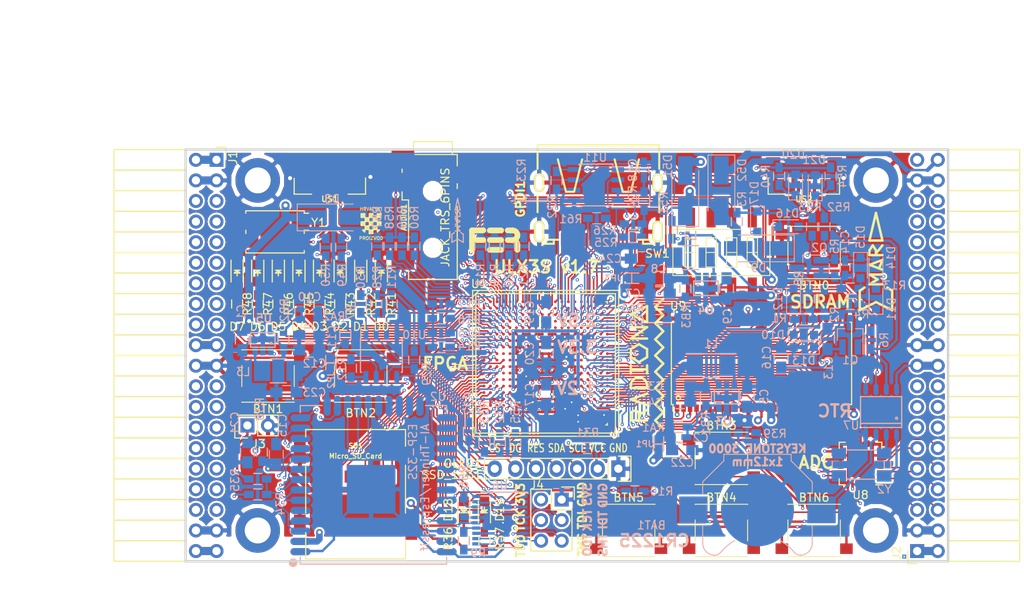
<source format=kicad_pcb>
(kicad_pcb (version 4) (host pcbnew 4.0.7+dfsg1-1)
  (layers (0 F.Cu signal) (1 In1.Cu signal) (2 In2.Cu signal) (31 B.Cu signal) (34 B.Paste user) (35 F.Paste user) (36 B.SilkS user) (37 F.SilkS user) (38 B.Mask user) (39 F.Mask user) (44 Edge.Cuts user))
  (net 0 "")
  (net 1 GND)
  (net 2 +5V)
  (net 3 /gpio/IN5V)
  (net 4 /gpio/OUT5V)
  (net 5 +3V3)
  (net 6 +1V2)
  (net 7 BTN_D)
  (net 8 BTN_F1)
  (net 9 BTN_F2)
  (net 10 BTN_L)
  (net 11 BTN_R)
  (net 12 BTN_U)
  (net 13 /power/FB1)
  (net 14 +2V5)
  (net 15 /power/PWREN)
  (net 16 /power/FB3)
  (net 17 /power/FB2)
  (net 18 "Net-(D9-Pad1)")
  (net 19 /power/VBAT)
  (net 20 JTAG_TDI)
  (net 21 JTAG_TCK)
  (net 22 JTAG_TMS)
  (net 23 JTAG_TDO)
  (net 24 /power/WAKEUPn)
  (net 25 /power/WKUP)
  (net 26 /power/SHUT)
  (net 27 /power/WAKE)
  (net 28 /power/HOLD)
  (net 29 /power/WKn)
  (net 30 /power/OSCI_32k)
  (net 31 /power/OSCO_32k)
  (net 32 "Net-(Q2-Pad3)")
  (net 33 SHUTDOWN)
  (net 34 /analog/AUDIO_L)
  (net 35 /analog/AUDIO_R)
  (net 36 GPDI_5V_SCL)
  (net 37 GPDI_5V_SDA)
  (net 38 GPDI_SDA)
  (net 39 GPDI_SCL)
  (net 40 /gpdi/VREF2)
  (net 41 SD_CMD)
  (net 42 SD_CLK)
  (net 43 SD_D0)
  (net 44 SD_D1)
  (net 45 USB5V)
  (net 46 GPDI_CEC)
  (net 47 nRESET)
  (net 48 FTDI_nDTR)
  (net 49 SDRAM_CKE)
  (net 50 SDRAM_A7)
  (net 51 SDRAM_D15)
  (net 52 SDRAM_BA1)
  (net 53 SDRAM_D7)
  (net 54 SDRAM_A6)
  (net 55 SDRAM_CLK)
  (net 56 SDRAM_D13)
  (net 57 SDRAM_BA0)
  (net 58 SDRAM_D6)
  (net 59 SDRAM_A5)
  (net 60 SDRAM_D14)
  (net 61 SDRAM_A11)
  (net 62 SDRAM_D12)
  (net 63 SDRAM_D5)
  (net 64 SDRAM_A4)
  (net 65 SDRAM_A10)
  (net 66 SDRAM_D11)
  (net 67 SDRAM_A3)
  (net 68 SDRAM_D4)
  (net 69 SDRAM_D10)
  (net 70 SDRAM_D9)
  (net 71 SDRAM_A9)
  (net 72 SDRAM_D3)
  (net 73 SDRAM_D8)
  (net 74 SDRAM_A8)
  (net 75 SDRAM_A2)
  (net 76 SDRAM_A1)
  (net 77 SDRAM_A0)
  (net 78 SDRAM_D2)
  (net 79 SDRAM_D1)
  (net 80 SDRAM_D0)
  (net 81 SDRAM_DQM0)
  (net 82 SDRAM_nCS)
  (net 83 SDRAM_nRAS)
  (net 84 SDRAM_DQM1)
  (net 85 SDRAM_nCAS)
  (net 86 SDRAM_nWE)
  (net 87 /flash/FLASH_nWP)
  (net 88 /flash/FLASH_nHOLD)
  (net 89 /flash/FLASH_MOSI)
  (net 90 /flash/FLASH_MISO)
  (net 91 /flash/FLASH_SCK)
  (net 92 /flash/FLASH_nCS)
  (net 93 /flash/FPGA_PROGRAMN)
  (net 94 /flash/FPGA_DONE)
  (net 95 /flash/FPGA_INITN)
  (net 96 OLED_RES)
  (net 97 OLED_DC)
  (net 98 OLED_CS)
  (net 99 WIFI_EN)
  (net 100 FTDI_nRTS)
  (net 101 FTDI_TXD)
  (net 102 FTDI_RXD)
  (net 103 WIFI_RXD)
  (net 104 WIFI_GPIO0)
  (net 105 WIFI_TXD)
  (net 106 GPDI_ETH-)
  (net 107 GPDI_ETH+)
  (net 108 GPDI_D2+)
  (net 109 GPDI_D2-)
  (net 110 GPDI_D1+)
  (net 111 GPDI_D1-)
  (net 112 GPDI_D0+)
  (net 113 GPDI_D0-)
  (net 114 GPDI_CLK+)
  (net 115 GPDI_CLK-)
  (net 116 USB_FTDI_D+)
  (net 117 USB_FTDI_D-)
  (net 118 J1_17-)
  (net 119 J1_17+)
  (net 120 J1_23-)
  (net 121 J1_23+)
  (net 122 J1_25-)
  (net 123 J1_25+)
  (net 124 J1_27-)
  (net 125 J1_27+)
  (net 126 J1_29-)
  (net 127 J1_29+)
  (net 128 J1_31-)
  (net 129 J1_31+)
  (net 130 J1_33-)
  (net 131 J1_33+)
  (net 132 J1_35-)
  (net 133 J1_35+)
  (net 134 J2_5-)
  (net 135 J2_5+)
  (net 136 J2_7-)
  (net 137 J2_7+)
  (net 138 J2_9-)
  (net 139 J2_9+)
  (net 140 J2_13-)
  (net 141 J2_13+)
  (net 142 J2_17-)
  (net 143 J2_17+)
  (net 144 J2_11-)
  (net 145 J2_11+)
  (net 146 J2_23-)
  (net 147 J2_23+)
  (net 148 J1_5-)
  (net 149 J1_5+)
  (net 150 J1_7-)
  (net 151 J1_7+)
  (net 152 J1_9-)
  (net 153 J1_9+)
  (net 154 J1_11-)
  (net 155 J1_11+)
  (net 156 J1_13-)
  (net 157 J1_13+)
  (net 158 J1_15-)
  (net 159 J1_15+)
  (net 160 J2_15-)
  (net 161 J2_15+)
  (net 162 J2_25-)
  (net 163 J2_25+)
  (net 164 J2_27-)
  (net 165 J2_27+)
  (net 166 J2_29-)
  (net 167 J2_29+)
  (net 168 J2_31-)
  (net 169 J2_31+)
  (net 170 J2_33-)
  (net 171 J2_33+)
  (net 172 J2_35-)
  (net 173 J2_35+)
  (net 174 SD_D3)
  (net 175 AUDIO_L3)
  (net 176 AUDIO_L2)
  (net 177 AUDIO_L1)
  (net 178 AUDIO_L0)
  (net 179 AUDIO_R3)
  (net 180 AUDIO_R2)
  (net 181 AUDIO_R1)
  (net 182 AUDIO_R0)
  (net 183 OLED_CLK)
  (net 184 OLED_MOSI)
  (net 185 LED0)
  (net 186 LED1)
  (net 187 LED2)
  (net 188 LED3)
  (net 189 LED4)
  (net 190 LED5)
  (net 191 LED6)
  (net 192 LED7)
  (net 193 BTN_PWRn)
  (net 194 FTDI_nTXLED)
  (net 195 FTDI_nSLEEP)
  (net 196 /blinkey/LED_PWREN)
  (net 197 /blinkey/LED_TXLED)
  (net 198 FT3V3)
  (net 199 /sdcard/SD3V3)
  (net 200 SD_D2)
  (net 201 CLK_25MHz)
  (net 202 /blinkey/BTNPUL)
  (net 203 /blinkey/BTNPUR)
  (net 204 USB_FPGA_D+)
  (net 205 /power/FTDI_nSUSPEND)
  (net 206 /blinkey/ALED0)
  (net 207 /blinkey/ALED1)
  (net 208 /blinkey/ALED2)
  (net 209 /blinkey/ALED3)
  (net 210 /blinkey/ALED4)
  (net 211 /blinkey/ALED5)
  (net 212 /blinkey/ALED6)
  (net 213 /blinkey/ALED7)
  (net 214 /usb/FTD-)
  (net 215 /usb/FTD+)
  (net 216 ADC_MISO)
  (net 217 ADC_MOSI)
  (net 218 ADC_CSn)
  (net 219 ADC_SCLK)
  (net 220 "Net-(R51-Pad2)")
  (net 221 SW3)
  (net 222 SW2)
  (net 223 SW1)
  (net 224 SW0)
  (net 225 USB_FPGA_D-)
  (net 226 /usb/FPD+)
  (net 227 /usb/FPD-)
  (net 228 WIFI_GPIO16)
  (net 229 WIFI_GPIO15)
  (net 230 /usb/ANT_433MHz)
  (net 231 /power/PWRBTn)
  (net 232 PROG_DONE)
  (net 233 /power/P1V2)
  (net 234 /power/P3V3)
  (net 235 /power/P2V5)
  (net 236 /power/L1)
  (net 237 /power/L3)
  (net 238 /power/L2)
  (net 239 FTDI_TXDEN)
  (net 240 /wifi/WIFIOFF)
  (net 241 SDRAM_A12)
  (net 242 /analog/AUDIO_V)
  (net 243 AUDIO_V3)
  (net 244 AUDIO_V2)
  (net 245 AUDIO_V1)
  (net 246 AUDIO_V0)
  (net 247 /gpdi/FPGA_CEC)
  (module SMD_Packages:1Pin (layer F.Cu) (at 182.67515 111.637626)
    (fp_text reference AE1 hide)
    (fp_text value 433MHz hide)
    (pad 1 smd rect (at 0 0) (size 0.5 0.5) (layers B.Cu F.Paste F.Mask) (net 230 /usb/ANT_433MHz))
  )
  (module Resistors_SMD:R_0603_HandSoldering (layer B.Cu) (at 103.498 98.758 90)
    (fp_text reference R38 (at 5.334 -0.254 90) (layer B.SilkS) (effects (justify mirror)))
    (fp_text value 0.47)
    (pad 1 smd rect (at -1.1 0 90) (size 1.2 0.9) (layers B.Cu B.Paste B.Mask) (net 199 /sdcard/SD3V3))
    (pad 2 smd rect (at 1.1 0 90) (size 1.2 0.9) (layers B.Cu B.Paste B.Mask) (net 5 +3V3))
  )
  (module jumper:SOLDER-JUMPER_1-WAY (layer B.Cu) (at 152.393 97.742 270)
    (fp_text reference JP1 (at 0 1.778 360) (layer B.SilkS) (effects (font (size 0.762 0.762) (thickness 0.1524)) (justify mirror)))
    (fp_text value 1.2 hide)
    (pad 1 smd rect (at -0.6 0 270) (size 1 1) (layers B.Cu B.Paste B.Mask) (net 233 /power/P1V2))
    (pad 2 smd rect (at 0.6 0 270) (size 1 1) (layers B.Cu B.Paste B.Mask) (net 6 +1V2))
  )
  (module ESP32-footprints-Lib:ESP-32S (layer B.Cu) (at 117.313 101.513)
    (fp_text reference U2 (at 7.902 -9.613 180) (layer B.SilkS) (effects (justify mirror)))
    (fp_text value ESP-32S)
    (fp_text user AI-Thinker/Espressif (at 6.3 1.6 270) (layer B.SilkS) (effects (justify mirror)))
    (fp_text user ESP-32S (at 4.8 -2.8 270) (layer B.SilkS) (effects (justify mirror)))
    (pad 38 smd oval (at 8.947434 9.517338 180) (size 2.5 0.9) (layers B.Cu B.Paste B.Mask) (net 1 GND))
    (pad 37 smd oval (at 8.947434 8.247338 180) (size 2.5 0.9) (layers B.Cu B.Paste B.Mask))
    (pad 36 smd oval (at 8.947434 6.977338 180) (size 2.5 0.9) (layers B.Cu B.Paste B.Mask) (net 232 PROG_DONE))
    (pad 35 smd oval (at 8.947434 5.707338 180) (size 2.5 0.9) (layers B.Cu B.Paste B.Mask) (net 105 WIFI_TXD))
    (pad 34 smd oval (at 8.947434 4.437338 180) (size 2.5 0.9) (layers B.Cu B.Paste B.Mask) (net 103 WIFI_RXD))
    (pad 33 smd oval (at 8.947434 3.167338 180) (size 2.5 0.9) (layers B.Cu B.Paste B.Mask) (net 22 JTAG_TMS))
    (pad 32 smd oval (at 8.947434 1.897338 180) (size 2.5 0.9) (layers B.Cu B.Paste B.Mask))
    (pad 31 smd oval (at 8.947434 0.627338 180) (size 2.5 0.9) (layers B.Cu B.Paste B.Mask) (net 20 JTAG_TDI))
    (pad 30 smd oval (at 8.947434 -0.642662 180) (size 2.5 0.9) (layers B.Cu B.Paste B.Mask) (net 21 JTAG_TCK))
    (pad 29 smd oval (at 8.947434 -1.912662 180) (size 2.5 0.9) (layers B.Cu B.Paste B.Mask))
    (pad 28 smd oval (at 8.947434 -3.182662 180) (size 2.5 0.9) (layers B.Cu B.Paste B.Mask) (net 23 JTAG_TDO))
    (pad 27 smd oval (at 8.947434 -4.452662 180) (size 2.5 0.9) (layers B.Cu B.Paste B.Mask) (net 228 WIFI_GPIO16))
    (pad 26 smd oval (at 8.947434 -5.722662 180) (size 2.5 0.9) (layers B.Cu B.Paste B.Mask))
    (pad 25 smd oval (at 8.947434 -6.992662 180) (size 2.5 0.9) (layers B.Cu B.Paste B.Mask) (net 104 WIFI_GPIO0))
    (pad 24 smd oval (at 5.662434 -8.482662 180) (size 0.9 2.5) (layers B.Cu B.Paste B.Mask))
    (pad 23 smd oval (at 4.392434 -8.482662 180) (size 0.9 2.5) (layers B.Cu B.Paste B.Mask) (net 229 WIFI_GPIO15))
    (pad 22 smd oval (at 3.122434 -8.482662 180) (size 0.9 2.5) (layers B.Cu B.Paste B.Mask) (net 44 SD_D1))
    (pad 21 smd oval (at 1.852434 -8.482662 180) (size 0.9 2.5) (layers B.Cu B.Paste B.Mask) (net 43 SD_D0))
    (pad 20 smd oval (at 0.582434 -8.482662 180) (size 0.9 2.5) (layers B.Cu B.Paste B.Mask) (net 42 SD_CLK))
    (pad 19 smd oval (at -0.687566 -8.482662 180) (size 0.9 2.5) (layers B.Cu B.Paste B.Mask) (net 41 SD_CMD))
    (pad 18 smd oval (at -1.957566 -8.482662 180) (size 0.9 2.5) (layers B.Cu B.Paste B.Mask) (net 174 SD_D3))
    (pad 17 smd oval (at -3.227566 -8.482662 180) (size 0.9 2.5) (layers B.Cu B.Paste B.Mask) (net 200 SD_D2))
    (pad 16 smd oval (at -4.497566 -8.482662 180) (size 0.9 2.5) (layers B.Cu B.Paste B.Mask) (net 124 J1_27-))
    (pad 15 smd oval (at -5.767566 -8.482662 180) (size 0.9 2.5) (layers B.Cu B.Paste B.Mask) (net 1 GND))
    (pad 14 smd oval (at -9.052566 -6.992662 180) (size 2.5 0.9) (layers B.Cu B.Paste B.Mask) (net 125 J1_27+))
    (pad 13 smd oval (at -9.052566 -5.722662 180) (size 2.5 0.9) (layers B.Cu B.Paste B.Mask) (net 126 J1_29-))
    (pad 12 smd oval (at -9.052566 -4.452662 180) (size 2.5 0.9) (layers B.Cu B.Paste B.Mask) (net 127 J1_29+))
    (pad 11 smd oval (at -9.052566 -3.182662 180) (size 2.5 0.9) (layers B.Cu B.Paste B.Mask) (net 128 J1_31-))
    (pad 10 smd oval (at -9.052566 -1.912662 180) (size 2.5 0.9) (layers B.Cu B.Paste B.Mask) (net 129 J1_31+))
    (pad 9 smd oval (at -9.052566 -0.642662 180) (size 2.5 0.9) (layers B.Cu B.Paste B.Mask) (net 130 J1_33-))
    (pad 8 smd oval (at -9.052566 0.627338 180) (size 2.5 0.9) (layers B.Cu B.Paste B.Mask) (net 131 J1_33+))
    (pad 7 smd oval (at -9.052566 1.897338 180) (size 2.5 0.9) (layers B.Cu B.Paste B.Mask) (net 132 J1_35-))
    (pad 6 smd oval (at -9.052566 3.167338 180) (size 2.5 0.9) (layers B.Cu B.Paste B.Mask) (net 133 J1_35+))
    (pad 5 smd oval (at -9.052566 4.437338 180) (size 2.5 0.9) (layers B.Cu B.Paste B.Mask))
    (pad 4 smd oval (at -9.052566 5.707338 180) (size 2.5 0.9) (layers B.Cu B.Paste B.Mask))
    (pad 3 smd oval (at -9.052566 6.977338 180) (size 2.5 0.9) (layers B.Cu B.Paste B.Mask) (net 99 WIFI_EN))
    (pad 2 smd oval (at -9.052566 8.247338 180) (size 2.5 0.9) (layers B.Cu B.Paste B.Mask) (net 5 +3V3))
    (pad 1 smd oval (at -9.052566 9.517338 180) (size 2.5 0.9) (layers B.Cu B.Paste B.Mask) (net 1 GND))
    (pad 39 smd rect (at -0.352566 1.817338 180) (size 6 6) (layers B.Cu B.Paste B.Mask) (net 1 GND))
  )
  (module Diodes_SMD:D_SMA_Handsoldering (layer B.Cu) (at 155.695 66.5 90)
    (fp_text reference D51 (at 3.048 -2.159 90) (layer B.SilkS) (effects (justify mirror)))
    (fp_text value STPS2L30AF hide)
    (pad 1 smd rect (at -2.5 0 90) (size 3.5 1.8) (layers B.Cu B.Paste B.Mask) (net 2 +5V))
    (pad 2 smd rect (at 2.5 0 90) (size 3.5 1.8) (layers B.Cu B.Paste B.Mask) (net 3 /gpio/IN5V))
  )
  (module Resistors_SMD:R_0603_HandSoldering (layer B.Cu) (at 154.044 71.326 90)
    (fp_text reference R51 (at 3.302 -1.016 90) (layer B.SilkS) (effects (justify mirror)))
    (fp_text value 150)
    (pad 1 smd rect (at -1.1 0 90) (size 1.2 0.9) (layers B.Cu B.Paste B.Mask) (net 5 +3V3))
    (pad 2 smd rect (at 1.1 0 90) (size 1.2 0.9) (layers B.Cu B.Paste B.Mask) (net 220 "Net-(R51-Pad2)"))
  )
  (module Resistors_SMD:R_1210_HandSoldering (layer B.Cu) (at 158.87 88.09 180)
    (fp_text reference L1 (at 0 2.7 180) (layer B.SilkS) (effects (justify mirror)))
    (fp_text value 2.2uH)
    (pad 1 smd rect (at -2 0 180) (size 2 2.5) (layers B.Cu B.Paste B.Mask) (net 236 /power/L1))
    (pad 2 smd rect (at 2 0 180) (size 2 2.5) (layers B.Cu B.Paste B.Mask) (net 233 /power/P1V2))
  )
  (module TSOT-25:TSOT-25 (layer B.Cu) (at 160.775 91.9)
    (fp_text reference U3 (at -0.381 3.048) (layer B.SilkS) (effects (font (thickness 0.2)) (justify mirror)))
    (fp_text value AP3429A)
    (pad 1 smd rect (at -0.95 -1.3) (size 0.7 1.2) (layers B.Cu B.Paste B.Mask) (net 15 /power/PWREN))
    (pad 2 smd rect (at 0 -1.3) (size 0.7 1.2) (layers B.Cu B.Paste B.Mask) (net 1 GND))
    (pad 3 smd rect (at 0.95 -1.3) (size 0.7 1.2) (layers B.Cu B.Paste B.Mask) (net 236 /power/L1))
    (pad 4 smd rect (at 0.95 1.3) (size 0.7 1.2) (layers B.Cu B.Paste B.Mask) (net 2 +5V))
    (pad 5 smd rect (at -0.95 1.3) (size 0.7 1.2) (layers B.Cu B.Paste B.Mask) (net 13 /power/FB1))
  )
  (module Resistors_SMD:R_1210_HandSoldering (layer B.Cu) (at 156.33 74.755 180)
    (fp_text reference L2 (at 0 2.7 180) (layer B.SilkS) (effects (justify mirror)))
    (fp_text value 2.2uH)
    (pad 1 smd rect (at -2 0 180) (size 2 2.5) (layers B.Cu B.Paste B.Mask) (net 237 /power/L3))
    (pad 2 smd rect (at 2 0 180) (size 2 2.5) (layers B.Cu B.Paste B.Mask) (net 234 /power/P3V3))
  )
  (module TSOT-25:TSOT-25 (layer B.Cu) (at 158.235 78.535)
    (fp_text reference U4 (at 0 2.697) (layer B.SilkS) (effects (font (thickness 0.2)) (justify mirror)))
    (fp_text value AP3429A)
    (pad 1 smd rect (at -0.95 -1.3) (size 0.7 1.2) (layers B.Cu B.Paste B.Mask) (net 15 /power/PWREN))
    (pad 2 smd rect (at 0 -1.3) (size 0.7 1.2) (layers B.Cu B.Paste B.Mask) (net 1 GND))
    (pad 3 smd rect (at 0.95 -1.3) (size 0.7 1.2) (layers B.Cu B.Paste B.Mask) (net 237 /power/L3))
    (pad 4 smd rect (at 0.95 1.3) (size 0.7 1.2) (layers B.Cu B.Paste B.Mask) (net 2 +5V))
    (pad 5 smd rect (at -0.95 1.3) (size 0.7 1.2) (layers B.Cu B.Paste B.Mask) (net 16 /power/FB3))
  )
  (module LEDs:LED_0805 (layer F.Cu) (at 118.23 76.66 270)
    (fp_text reference D0 (at 6.604 0 360) (layer F.SilkS))
    (fp_text value RED hide)
    (pad 2 smd rect (at 1.04902 0 90) (size 1.19888 1.19888) (layers F.Cu F.Paste F.Mask) (net 206 /blinkey/ALED0))
    (pad 1 smd rect (at -1.04902 0 90) (size 1.19888 1.19888) (layers F.Cu F.Paste F.Mask) (net 1 GND))
  )
  (module LEDs:LED_0805 (layer F.Cu) (at 115.69 76.66 270)
    (fp_text reference D1 (at 6.604 0 360) (layer F.SilkS))
    (fp_text value RED hide)
    (pad 2 smd rect (at 1.04902 0 90) (size 1.19888 1.19888) (layers F.Cu F.Paste F.Mask) (net 207 /blinkey/ALED1))
    (pad 1 smd rect (at -1.04902 0 90) (size 1.19888 1.19888) (layers F.Cu F.Paste F.Mask) (net 1 GND))
  )
  (module LEDs:LED_0805 (layer F.Cu) (at 113.15 76.66 270)
    (fp_text reference D2 (at 6.604 0 360) (layer F.SilkS))
    (fp_text value RED hide)
    (pad 2 smd rect (at 1.04902 0 90) (size 1.19888 1.19888) (layers F.Cu F.Paste F.Mask) (net 208 /blinkey/ALED2))
    (pad 1 smd rect (at -1.04902 0 90) (size 1.19888 1.19888) (layers F.Cu F.Paste F.Mask) (net 1 GND))
  )
  (module LEDs:LED_0805 (layer F.Cu) (at 110.61 76.66 270)
    (fp_text reference D3 (at 6.604 0 360) (layer F.SilkS))
    (fp_text value RED hide)
    (pad 2 smd rect (at 1.04902 0 90) (size 1.19888 1.19888) (layers F.Cu F.Paste F.Mask) (net 209 /blinkey/ALED3))
    (pad 1 smd rect (at -1.04902 0 90) (size 1.19888 1.19888) (layers F.Cu F.Paste F.Mask) (net 1 GND))
  )
  (module LEDs:LED_0805 (layer F.Cu) (at 108.07 76.66 270)
    (fp_text reference D4 (at 6.604 0 360) (layer F.SilkS))
    (fp_text value RED hide)
    (pad 2 smd rect (at 1.04902 0 90) (size 1.19888 1.19888) (layers F.Cu F.Paste F.Mask) (net 210 /blinkey/ALED4))
    (pad 1 smd rect (at -1.04902 0 90) (size 1.19888 1.19888) (layers F.Cu F.Paste F.Mask) (net 1 GND))
  )
  (module LEDs:LED_0805 (layer F.Cu) (at 105.53 76.66 270)
    (fp_text reference D5 (at 6.604 0 360) (layer F.SilkS))
    (fp_text value RED hide)
    (pad 2 smd rect (at 1.04902 0 90) (size 1.19888 1.19888) (layers F.Cu F.Paste F.Mask) (net 211 /blinkey/ALED5))
    (pad 1 smd rect (at -1.04902 0 90) (size 1.19888 1.19888) (layers F.Cu F.Paste F.Mask) (net 1 GND))
  )
  (module LEDs:LED_0805 (layer F.Cu) (at 102.99 76.66 270)
    (fp_text reference D6 (at 6.604 0 360) (layer F.SilkS))
    (fp_text value RED hide)
    (pad 2 smd rect (at 1.04902 0 90) (size 1.19888 1.19888) (layers F.Cu F.Paste F.Mask) (net 212 /blinkey/ALED6))
    (pad 1 smd rect (at -1.04902 0 90) (size 1.19888 1.19888) (layers F.Cu F.Paste F.Mask) (net 1 GND))
  )
  (module LEDs:LED_0805 (layer F.Cu) (at 100.45 76.66 270)
    (fp_text reference D7 (at 6.604 0 360) (layer F.SilkS))
    (fp_text value RED hide)
    (pad 2 smd rect (at 1.04902 0 90) (size 1.19888 1.19888) (layers F.Cu F.Paste F.Mask) (net 213 /blinkey/ALED7))
    (pad 1 smd rect (at -1.04902 0 90) (size 1.19888 1.19888) (layers F.Cu F.Paste F.Mask) (net 1 GND))
  )
  (module Resistors_SMD:R_1210_HandSoldering (layer B.Cu) (at 105.53 88.725)
    (fp_text reference L3 (at -4.318 0.127) (layer B.SilkS) (effects (justify mirror)))
    (fp_text value 2.2uH)
    (pad 1 smd rect (at -2 0) (size 2 2.5) (layers B.Cu B.Paste B.Mask) (net 238 /power/L2))
    (pad 2 smd rect (at 2 0) (size 2 2.5) (layers B.Cu B.Paste B.Mask) (net 235 /power/P2V5))
  )
  (module TSOT-25:TSOT-25 (layer B.Cu) (at 103.625 84.915 180)
    (fp_text reference U5 (at -0.127 2.667 180) (layer B.SilkS) (effects (font (thickness 0.2)) (justify mirror)))
    (fp_text value AP3429A)
    (pad 1 smd rect (at -0.95 -1.3 180) (size 0.7 1.2) (layers B.Cu B.Paste B.Mask) (net 15 /power/PWREN))
    (pad 2 smd rect (at 0 -1.3 180) (size 0.7 1.2) (layers B.Cu B.Paste B.Mask) (net 1 GND))
    (pad 3 smd rect (at 0.95 -1.3 180) (size 0.7 1.2) (layers B.Cu B.Paste B.Mask) (net 238 /power/L2))
    (pad 4 smd rect (at 0.95 1.3 180) (size 0.7 1.2) (layers B.Cu B.Paste B.Mask) (net 2 +5V))
    (pad 5 smd rect (at -0.95 1.3 180) (size 0.7 1.2) (layers B.Cu B.Paste B.Mask) (net 17 /power/FB2))
  )
  (module Capacitors_SMD:C_0805_HandSoldering (layer B.Cu) (at 101.085 84.915 270)
    (fp_text reference C1 (at -3.429 0.127 270) (layer B.SilkS) (effects (justify mirror)))
    (fp_text value 22uF)
    (pad 1 smd rect (at -1.25 0 270) (size 1.5 1.25) (layers B.Cu B.Paste B.Mask) (net 2 +5V))
    (pad 2 smd rect (at 1.25 0 270) (size 1.5 1.25) (layers B.Cu B.Paste B.Mask) (net 1 GND))
  )
  (module Capacitors_SMD:C_0805_HandSoldering (layer B.Cu) (at 155.06 90.63)
    (fp_text reference C3 (at -3.048 0) (layer B.SilkS) (effects (justify mirror)))
    (fp_text value 22uF)
    (pad 1 smd rect (at -1.25 0) (size 1.5 1.25) (layers B.Cu B.Paste B.Mask) (net 233 /power/P1V2))
    (pad 2 smd rect (at 1.25 0) (size 1.5 1.25) (layers B.Cu B.Paste B.Mask) (net 1 GND))
  )
  (module Capacitors_SMD:C_0805_HandSoldering (layer B.Cu) (at 155.06 92.535)
    (fp_text reference C4 (at -3.048 0.127) (layer B.SilkS) (effects (justify mirror)))
    (fp_text value 22uF)
    (pad 1 smd rect (at -1.25 0) (size 1.5 1.25) (layers B.Cu B.Paste B.Mask) (net 233 /power/P1V2))
    (pad 2 smd rect (at 1.25 0) (size 1.5 1.25) (layers B.Cu B.Paste B.Mask) (net 1 GND))
  )
  (module Capacitors_SMD:C_0805_HandSoldering (layer B.Cu) (at 163.315 91.9 90)
    (fp_text reference C5 (at 0 2.1 90) (layer B.SilkS) (effects (justify mirror)))
    (fp_text value 22uF)
    (pad 1 smd rect (at -1.25 0 90) (size 1.5 1.25) (layers B.Cu B.Paste B.Mask) (net 2 +5V))
    (pad 2 smd rect (at 1.25 0 90) (size 1.5 1.25) (layers B.Cu B.Paste B.Mask) (net 1 GND))
  )
  (module Capacitors_SMD:C_0805_HandSoldering (layer B.Cu) (at 152.52 79.2)
    (fp_text reference C7 (at -3.302 0) (layer B.SilkS) (effects (justify mirror)))
    (fp_text value 22uF)
    (pad 1 smd rect (at -1.25 0) (size 1.5 1.25) (layers B.Cu B.Paste B.Mask) (net 234 /power/P3V3))
    (pad 2 smd rect (at 1.25 0) (size 1.5 1.25) (layers B.Cu B.Paste B.Mask) (net 1 GND))
  )
  (module Capacitors_SMD:C_0805_HandSoldering (layer B.Cu) (at 152.52 77.295)
    (fp_text reference C8 (at -0.127 -1.143) (layer B.SilkS) (effects (justify mirror)))
    (fp_text value 22uF)
    (pad 1 smd rect (at -1.25 0) (size 1.5 1.25) (layers B.Cu B.Paste B.Mask) (net 234 /power/P3V3))
    (pad 2 smd rect (at 1.25 0) (size 1.5 1.25) (layers B.Cu B.Paste B.Mask) (net 1 GND))
  )
  (module Capacitors_SMD:C_0805_HandSoldering (layer B.Cu) (at 160.775 78.565 90)
    (fp_text reference C9 (at -3.429 0.127 90) (layer B.SilkS) (effects (justify mirror)))
    (fp_text value 22uF)
    (pad 1 smd rect (at -1.25 0 90) (size 1.5 1.25) (layers B.Cu B.Paste B.Mask) (net 2 +5V))
    (pad 2 smd rect (at 1.25 0 90) (size 1.5 1.25) (layers B.Cu B.Paste B.Mask) (net 1 GND))
  )
  (module Capacitors_SMD:C_0805_HandSoldering (layer B.Cu) (at 109.34 84.28 180)
    (fp_text reference C11 (at -2.794 -0.254 270) (layer B.SilkS) (effects (justify mirror)))
    (fp_text value 22uF)
    (pad 1 smd rect (at -1.25 0 180) (size 1.5 1.25) (layers B.Cu B.Paste B.Mask) (net 235 /power/P2V5))
    (pad 2 smd rect (at 1.25 0 180) (size 1.5 1.25) (layers B.Cu B.Paste B.Mask) (net 1 GND))
  )
  (module Capacitors_SMD:C_0805_HandSoldering (layer B.Cu) (at 109.34 86.185 180)
    (fp_text reference C12 (at -0.635 -1.615 360) (layer B.SilkS) (effects (justify mirror)))
    (fp_text value 22uF)
    (pad 1 smd rect (at -1.25 0 180) (size 1.5 1.25) (layers B.Cu B.Paste B.Mask) (net 235 /power/P2V5))
    (pad 2 smd rect (at 1.25 0 180) (size 1.5 1.25) (layers B.Cu B.Paste B.Mask) (net 1 GND))
  )
  (module Power_Integrations:SO-8 (layer B.Cu) (at 179.825 93.805 180)
    (fp_text reference U7 (at 3.683 -1.651 180) (layer B.SilkS) (effects (justify mirror)))
    (fp_text value PCF8523)
    (pad 1 smd oval (at -1.905 -2.794 180) (size 0.6096 1.4732) (layers B.Cu B.Paste B.Mask) (net 30 /power/OSCI_32k))
    (pad 2 smd oval (at -0.635 -2.794 180) (size 0.6096 1.4732) (layers B.Cu B.Paste B.Mask) (net 31 /power/OSCO_32k))
    (pad 3 smd oval (at 0.635 -2.794 180) (size 0.6096 1.4732) (layers B.Cu B.Paste B.Mask) (net 19 /power/VBAT))
    (pad 4 smd oval (at 1.905 -2.794 180) (size 0.6096 1.4732) (layers B.Cu B.Paste B.Mask) (net 1 GND))
    (pad 5 smd oval (at 1.905 2.794 180) (size 0.6096 1.4732) (layers B.Cu B.Paste B.Mask) (net 38 GPDI_SDA))
    (pad 6 smd oval (at 0.635 2.794 180) (size 0.6096 1.4732) (layers B.Cu B.Paste B.Mask) (net 39 GPDI_SCL))
    (pad 7 smd oval (at -0.635 2.794 180) (size 0.6096 1.4732) (layers B.Cu B.Paste B.Mask) (net 24 /power/WAKEUPn))
    (pad 8 smd oval (at -1.905 2.794 180) (size 0.6096 1.4732) (layers B.Cu B.Paste B.Mask) (net 5 +3V3))
  )
  (module Capacitors_SMD:C_0805_HandSoldering (layer B.Cu) (at 173.221 84.788 90)
    (fp_text reference C13 (at -3.556 0.127 90) (layer B.SilkS) (effects (justify mirror)))
    (fp_text value 2.2uF)
    (pad 1 smd rect (at -1.25 0 90) (size 1.5 1.25) (layers B.Cu B.Paste B.Mask) (net 2 +5V))
    (pad 2 smd rect (at 1.25 0 90) (size 1.5 1.25) (layers B.Cu B.Paste B.Mask) (net 25 /power/WKUP))
  )
  (module TSOP54:TSOP54 (layer F.Cu) (at 165.08 87.8 90)
    (fp_text reference U9 (at 7.076 -10.274 180) (layer F.SilkS))
    (fp_text value MT48LC4M16A2TG)
    (pad 28 smd rect (at 5.53 10.4 90) (size 0.9 0.56) (layers F.Cu F.Paste F.Mask) (net 1 GND))
    (pad 1 smd rect (at -5.53 -10.4 90) (size 0.9 0.56) (layers F.Cu F.Paste F.Mask) (net 5 +3V3))
    (pad 2 smd rect (at -5.53 -9.6 90) (size 0.9 0.56) (layers F.Cu F.Paste F.Mask) (net 80 SDRAM_D0))
    (pad 3 smd rect (at -5.53 -8.8 90) (size 0.9 0.56) (layers F.Cu F.Paste F.Mask) (net 5 +3V3))
    (pad 4 smd rect (at -5.53 -8 90) (size 0.9 0.56) (layers F.Cu F.Paste F.Mask) (net 79 SDRAM_D1))
    (pad 5 smd rect (at -5.53 -7.2 90) (size 0.9 0.56) (layers F.Cu F.Paste F.Mask) (net 78 SDRAM_D2))
    (pad 6 smd rect (at -5.53 -6.4 90) (size 0.9 0.56) (layers F.Cu F.Paste F.Mask) (net 1 GND))
    (pad 7 smd rect (at -5.53 -5.6 90) (size 0.9 0.56) (layers F.Cu F.Paste F.Mask) (net 72 SDRAM_D3))
    (pad 8 smd rect (at -5.53 -4.8 90) (size 0.9 0.56) (layers F.Cu F.Paste F.Mask) (net 68 SDRAM_D4))
    (pad 9 smd rect (at -5.53 -4 90) (size 0.9 0.56) (layers F.Cu F.Paste F.Mask) (net 5 +3V3))
    (pad 10 smd rect (at -5.53 -3.2 90) (size 0.9 0.56) (layers F.Cu F.Paste F.Mask) (net 63 SDRAM_D5))
    (pad 11 smd rect (at -5.53 -2.4 90) (size 0.9 0.56) (layers F.Cu F.Paste F.Mask) (net 58 SDRAM_D6))
    (pad 12 smd rect (at -5.53 -1.6 90) (size 0.9 0.56) (layers F.Cu F.Paste F.Mask) (net 1 GND))
    (pad 13 smd rect (at -5.53 -0.8 90) (size 0.9 0.56) (layers F.Cu F.Paste F.Mask) (net 53 SDRAM_D7))
    (pad 14 smd rect (at -5.53 0 90) (size 0.9 0.56) (layers F.Cu F.Paste F.Mask) (net 5 +3V3))
    (pad 15 smd rect (at -5.53 0.8 90) (size 0.9 0.56) (layers F.Cu F.Paste F.Mask) (net 81 SDRAM_DQM0))
    (pad 16 smd rect (at -5.53 1.6 90) (size 0.9 0.56) (layers F.Cu F.Paste F.Mask) (net 86 SDRAM_nWE))
    (pad 17 smd rect (at -5.53 2.4 90) (size 0.9 0.56) (layers F.Cu F.Paste F.Mask) (net 85 SDRAM_nCAS))
    (pad 18 smd rect (at -5.53 3.2 90) (size 0.9 0.56) (layers F.Cu F.Paste F.Mask) (net 83 SDRAM_nRAS))
    (pad 19 smd rect (at -5.53 4 90) (size 0.9 0.56) (layers F.Cu F.Paste F.Mask) (net 82 SDRAM_nCS))
    (pad 20 smd rect (at -5.53 4.8 90) (size 0.9 0.56) (layers F.Cu F.Paste F.Mask) (net 57 SDRAM_BA0))
    (pad 21 smd rect (at -5.53 5.6 90) (size 0.9 0.56) (layers F.Cu F.Paste F.Mask) (net 52 SDRAM_BA1))
    (pad 22 smd rect (at -5.53 6.4 90) (size 0.9 0.56) (layers F.Cu F.Paste F.Mask) (net 65 SDRAM_A10))
    (pad 23 smd rect (at -5.53 7.2 90) (size 0.9 0.56) (layers F.Cu F.Paste F.Mask) (net 77 SDRAM_A0))
    (pad 24 smd rect (at -5.53 8 90) (size 0.9 0.56) (layers F.Cu F.Paste F.Mask) (net 76 SDRAM_A1))
    (pad 25 smd rect (at -5.53 8.8 90) (size 0.9 0.56) (layers F.Cu F.Paste F.Mask) (net 75 SDRAM_A2))
    (pad 26 smd rect (at -5.53 9.6 90) (size 0.9 0.56) (layers F.Cu F.Paste F.Mask) (net 67 SDRAM_A3))
    (pad 27 smd rect (at -5.53 10.4 90) (size 0.9 0.56) (layers F.Cu F.Paste F.Mask) (net 5 +3V3))
    (pad 29 smd rect (at 5.53 9.6 90) (size 0.9 0.56) (layers F.Cu F.Paste F.Mask) (net 64 SDRAM_A4))
    (pad 30 smd rect (at 5.53 8.8 90) (size 0.9 0.56) (layers F.Cu F.Paste F.Mask) (net 59 SDRAM_A5))
    (pad 31 smd rect (at 5.53 8 90) (size 0.9 0.56) (layers F.Cu F.Paste F.Mask) (net 54 SDRAM_A6))
    (pad 32 smd rect (at 5.53 7.2 90) (size 0.9 0.56) (layers F.Cu F.Paste F.Mask) (net 50 SDRAM_A7))
    (pad 33 smd rect (at 5.53 6.4 90) (size 0.9 0.56) (layers F.Cu F.Paste F.Mask) (net 74 SDRAM_A8))
    (pad 34 smd rect (at 5.53 5.6 90) (size 0.9 0.56) (layers F.Cu F.Paste F.Mask) (net 71 SDRAM_A9))
    (pad 35 smd rect (at 5.53 4.8 90) (size 0.9 0.56) (layers F.Cu F.Paste F.Mask) (net 61 SDRAM_A11))
    (pad 36 smd rect (at 5.53 4 90) (size 0.9 0.56) (layers F.Cu F.Paste F.Mask) (net 241 SDRAM_A12))
    (pad 37 smd rect (at 5.53 3.2 90) (size 0.9 0.56) (layers F.Cu F.Paste F.Mask) (net 49 SDRAM_CKE))
    (pad 38 smd rect (at 5.53 2.4 90) (size 0.9 0.56) (layers F.Cu F.Paste F.Mask) (net 55 SDRAM_CLK))
    (pad 39 smd rect (at 5.53 1.6 90) (size 0.9 0.56) (layers F.Cu F.Paste F.Mask) (net 84 SDRAM_DQM1))
    (pad 40 smd rect (at 5.53 0.8 90) (size 0.9 0.56) (layers F.Cu F.Paste F.Mask))
    (pad 41 smd rect (at 5.53 0 90) (size 0.9 0.56) (layers F.Cu F.Paste F.Mask) (net 1 GND))
    (pad 42 smd rect (at 5.53 -0.8 90) (size 0.9 0.56) (layers F.Cu F.Paste F.Mask) (net 73 SDRAM_D8))
    (pad 43 smd rect (at 5.53 -1.6 90) (size 0.9 0.56) (layers F.Cu F.Paste F.Mask) (net 5 +3V3))
    (pad 44 smd rect (at 5.53 -2.4 90) (size 0.9 0.56) (layers F.Cu F.Paste F.Mask) (net 70 SDRAM_D9))
    (pad 45 smd rect (at 5.53 -3.2 90) (size 0.9 0.56) (layers F.Cu F.Paste F.Mask) (net 69 SDRAM_D10))
    (pad 46 smd rect (at 5.53 -4 90) (size 0.9 0.56) (layers F.Cu F.Paste F.Mask) (net 1 GND))
    (pad 47 smd rect (at 5.53 -4.8 90) (size 0.9 0.56) (layers F.Cu F.Paste F.Mask) (net 66 SDRAM_D11))
    (pad 48 smd rect (at 5.53 -5.6 90) (size 0.9 0.56) (layers F.Cu F.Paste F.Mask) (net 62 SDRAM_D12))
    (pad 49 smd rect (at 5.53 -6.4 90) (size 0.9 0.56) (layers F.Cu F.Paste F.Mask) (net 5 +3V3))
    (pad 50 smd rect (at 5.53 -7.2 90) (size 0.9 0.56) (layers F.Cu F.Paste F.Mask) (net 56 SDRAM_D13))
    (pad 51 smd rect (at 5.53 -8 90) (size 0.9 0.56) (layers F.Cu F.Paste F.Mask) (net 60 SDRAM_D14))
    (pad 52 smd rect (at 5.53 -8.8 90) (size 0.9 0.56) (layers F.Cu F.Paste F.Mask) (net 1 GND))
    (pad 53 smd rect (at 5.53 -9.6 90) (size 0.9 0.56) (layers F.Cu F.Paste F.Mask) (net 51 SDRAM_D15))
    (pad 54 smd rect (at 5.53 -10.4 90) (size 0.9 0.56) (layers F.Cu F.Paste F.Mask) (net 1 GND))
  )
  (module TO_SOT_Packages_SMD:SOT-23_Handsoldering (layer B.Cu) (at 176.015 84.28 90)
    (fp_text reference Q1 (at -3.1115 0 180) (layer B.SilkS) (effects (justify mirror)))
    (fp_text value BC857)
    (pad 1 smd rect (at -1.5 0.95 90) (size 1.9 0.8) (layers B.Cu B.Paste B.Mask) (net 29 /power/WKn))
    (pad 2 smd rect (at -1.5 -0.95 90) (size 1.9 0.8) (layers B.Cu B.Paste B.Mask) (net 2 +5V))
    (pad 3 smd rect (at 1.5 0 90) (size 1.9 0.8) (layers B.Cu B.Paste B.Mask) (net 25 /power/WKUP))
  )
  (module TO_SOT_Packages_SMD:SOT-23_Handsoldering (layer B.Cu) (at 170.935 76.025 180)
    (fp_text reference Q2 (at -1.295 2.5 180) (layer B.SilkS) (effects (justify mirror)))
    (fp_text value 2N7002)
    (pad 1 smd rect (at -1.5 0.95 180) (size 1.9 0.8) (layers B.Cu B.Paste B.Mask) (net 26 /power/SHUT))
    (pad 2 smd rect (at -1.5 -0.95 180) (size 1.9 0.8) (layers B.Cu B.Paste B.Mask) (net 1 GND))
    (pad 3 smd rect (at 1.5 0 180) (size 1.9 0.8) (layers B.Cu B.Paste B.Mask) (net 32 "Net-(Q2-Pad3)"))
  )
  (module Capacitors_SMD:C_0603_HandSoldering (layer B.Cu) (at 154.86 96.91)
    (fp_text reference C2 (at 2.74 0.07) (layer B.SilkS) (effects (justify mirror)))
    (fp_text value 470pF)
    (pad 1 smd rect (at -0.95 0) (size 1.2 0.75) (layers B.Cu B.Paste B.Mask) (net 233 /power/P1V2))
    (pad 2 smd rect (at 0.95 0) (size 1.2 0.75) (layers B.Cu B.Paste B.Mask) (net 13 /power/FB1))
  )
  (module Capacitors_SMD:C_0603_HandSoldering (layer B.Cu) (at 152.52 82.375)
    (fp_text reference C6 (at -2.794 0.127) (layer B.SilkS) (effects (justify mirror)))
    (fp_text value 470pF)
    (pad 1 smd rect (at -0.95 0) (size 1.2 0.75) (layers B.Cu B.Paste B.Mask) (net 234 /power/P3V3))
    (pad 2 smd rect (at 0.95 0) (size 1.2 0.75) (layers B.Cu B.Paste B.Mask) (net 16 /power/FB3))
  )
  (module Capacitors_SMD:C_0603_HandSoldering (layer B.Cu) (at 109.34 81.105 180)
    (fp_text reference C10 (at -0.04 1.505 180) (layer B.SilkS) (effects (justify mirror)))
    (fp_text value 470pF)
    (pad 1 smd rect (at -0.95 0 180) (size 1.2 0.75) (layers B.Cu B.Paste B.Mask) (net 235 /power/P2V5))
    (pad 2 smd rect (at 0.95 0 180) (size 1.2 0.75) (layers B.Cu B.Paste B.Mask) (net 17 /power/FB2))
  )
  (module Capacitors_SMD:C_0603_HandSoldering (layer B.Cu) (at 175.38 76.025 270)
    (fp_text reference C14 (at -3.175 0 270) (layer B.SilkS) (effects (justify mirror)))
    (fp_text value 100nF)
    (pad 1 smd rect (at -0.95 0 270) (size 1.2 0.75) (layers B.Cu B.Paste B.Mask) (net 26 /power/SHUT))
    (pad 2 smd rect (at 0.95 0 270) (size 1.2 0.75) (layers B.Cu B.Paste B.Mask) (net 1 GND))
  )
  (module Resistors_SMD:R_0603_HandSoldering (layer B.Cu) (at 170.3 82.375)
    (fp_text reference R1 (at -3.048 -0.127) (layer B.SilkS) (effects (justify mirror)))
    (fp_text value 15k)
    (pad 1 smd rect (at -1.1 0) (size 1.2 0.9) (layers B.Cu B.Paste B.Mask) (net 27 /power/WAKE))
    (pad 2 smd rect (at 1.1 0) (size 1.2 0.9) (layers B.Cu B.Paste B.Mask) (net 15 /power/PWREN))
  )
  (module Resistors_SMD:R_0603_HandSoldering (layer B.Cu) (at 172.84 79.835 90)
    (fp_text reference R2 (at -1.905 1.27 90) (layer B.SilkS) (effects (justify mirror)))
    (fp_text value 47k)
    (pad 1 smd rect (at -1.1 0 90) (size 1.2 0.9) (layers B.Cu B.Paste B.Mask) (net 15 /power/PWREN))
    (pad 2 smd rect (at 1.1 0 90) (size 1.2 0.9) (layers B.Cu B.Paste B.Mask) (net 1 GND))
  )
  (module Resistors_SMD:R_0603_HandSoldering (layer B.Cu) (at 176.015 80.47 180)
    (fp_text reference R4 (at -1.397 -1.27 360) (layer B.SilkS) (effects (justify mirror)))
    (fp_text value 15k)
    (pad 1 smd rect (at -1.1 0 180) (size 1.2 0.9) (layers B.Cu B.Paste B.Mask) (net 28 /power/HOLD))
    (pad 2 smd rect (at 1.1 0 180) (size 1.2 0.9) (layers B.Cu B.Paste B.Mask) (net 15 /power/PWREN))
  )
  (module Resistors_SMD:R_0603_HandSoldering (layer B.Cu) (at 174.11 76.025 270)
    (fp_text reference R5 (at -2.667 0 270) (layer B.SilkS) (effects (justify mirror)))
    (fp_text value 4.7M)
    (pad 1 smd rect (at -1.1 0 270) (size 1.2 0.9) (layers B.Cu B.Paste B.Mask) (net 26 /power/SHUT))
    (pad 2 smd rect (at 1.1 0 270) (size 1.2 0.9) (layers B.Cu B.Paste B.Mask) (net 1 GND))
  )
  (module Resistors_SMD:R_0603_HandSoldering (layer B.Cu) (at 178.555 84.915 270)
    (fp_text reference R6 (at 0 -1.651 270) (layer B.SilkS) (effects (justify mirror)))
    (fp_text value 1k)
    (pad 1 smd rect (at -1.1 0 270) (size 1.2 0.9) (layers B.Cu B.Paste B.Mask) (net 29 /power/WKn))
    (pad 2 smd rect (at 1.1 0 270) (size 1.2 0.9) (layers B.Cu B.Paste B.Mask) (net 24 /power/WAKEUPn))
  )
  (module Resistors_SMD:R_0603_HandSoldering (layer B.Cu) (at 113.785 84.28 270)
    (fp_text reference R7 (at -2.794 -0.635 270) (layer B.SilkS) (effects (justify mirror)))
    (fp_text value 150)
    (pad 1 smd rect (at -1.1 0 270) (size 1.2 0.9) (layers B.Cu B.Paste B.Mask) (net 5 +3V3))
    (pad 2 smd rect (at 1.1 0 270) (size 1.2 0.9) (layers B.Cu B.Paste B.Mask) (net 202 /blinkey/BTNPUL))
  )
  (module Resistors_SMD:R_0603_HandSoldering (layer B.Cu) (at 170.935 79.835 90)
    (fp_text reference R8 (at 2.54 -1.27 90) (layer B.SilkS) (effects (justify mirror)))
    (fp_text value 1k)
    (pad 1 smd rect (at -1.1 0 90) (size 1.2 0.9) (layers B.Cu B.Paste B.Mask) (net 15 /power/PWREN))
    (pad 2 smd rect (at 1.1 0 90) (size 1.2 0.9) (layers B.Cu B.Paste B.Mask) (net 32 "Net-(Q2-Pad3)"))
  )
  (module Resistors_SMD:R_0603_HandSoldering (layer B.Cu) (at 128.39 109.68 270)
    (fp_text reference R9 (at 1.524 -1.778 360) (layer B.SilkS) (effects (justify mirror)))
    (fp_text value 15k)
    (pad 1 smd rect (at -1.1 0 270) (size 1.2 0.9) (layers B.Cu B.Paste B.Mask) (net 47 nRESET))
    (pad 2 smd rect (at 1.1 0 270) (size 1.2 0.9) (layers B.Cu B.Paste B.Mask) (net 198 FT3V3))
  )
  (module Resistors_SMD:R_0603_HandSoldering (layer B.Cu) (at 149.472 103.584 180)
    (fp_text reference R10 (at -3.302 0 180) (layer B.SilkS) (effects (justify mirror)))
    (fp_text value 150)
    (pad 1 smd rect (at -1.1 0 180) (size 1.2 0.9) (layers B.Cu B.Paste B.Mask) (net 205 /power/FTDI_nSUSPEND))
    (pad 2 smd rect (at 1.1 0 180) (size 1.2 0.9) (layers B.Cu B.Paste B.Mask) (net 195 FTDI_nSLEEP))
  )
  (module Resistors_SMD:R_0603_HandSoldering (layer B.Cu) (at 176.015 78.565 180)
    (fp_text reference R13 (at -5.461 0.381 180) (layer B.SilkS) (effects (justify mirror)))
    (fp_text value 15k)
    (pad 1 smd rect (at -1.1 0 180) (size 1.2 0.9) (layers B.Cu B.Paste B.Mask) (net 33 SHUTDOWN))
    (pad 2 smd rect (at 1.1 0 180) (size 1.2 0.9) (layers B.Cu B.Paste B.Mask) (net 1 GND))
  )
  (module Resistors_SMD:R_0603_HandSoldering (layer B.Cu) (at 154.86 95.64)
    (fp_text reference RA1 (at -3.102 0.07) (layer B.SilkS) (effects (justify mirror)))
    (fp_text value 15k)
    (pad 1 smd rect (at -1.1 0) (size 1.2 0.9) (layers B.Cu B.Paste B.Mask) (net 233 /power/P1V2))
    (pad 2 smd rect (at 1.1 0) (size 1.2 0.9) (layers B.Cu B.Paste B.Mask) (net 13 /power/FB1))
  )
  (module Resistors_SMD:R_0603_HandSoldering (layer B.Cu) (at 109.34 82.375 180)
    (fp_text reference RA2 (at -3.048 0.381 360) (layer B.SilkS) (effects (justify mirror)))
    (fp_text value 15k)
    (pad 1 smd rect (at -1.1 0 180) (size 1.2 0.9) (layers B.Cu B.Paste B.Mask) (net 235 /power/P2V5))
    (pad 2 smd rect (at 1.1 0 180) (size 1.2 0.9) (layers B.Cu B.Paste B.Mask) (net 17 /power/FB2))
  )
  (module Resistors_SMD:R_0603_HandSoldering (layer B.Cu) (at 152.52 81.105)
    (fp_text reference RA3 (at -3.302 -0.127) (layer B.SilkS) (effects (justify mirror)))
    (fp_text value 15k)
    (pad 1 smd rect (at -1.1 0) (size 1.2 0.9) (layers B.Cu B.Paste B.Mask) (net 234 /power/P3V3))
    (pad 2 smd rect (at 1.1 0) (size 1.2 0.9) (layers B.Cu B.Paste B.Mask) (net 16 /power/FB3))
  )
  (module Resistors_SMD:R_0603_HandSoldering (layer B.Cu) (at 158.235 91.9 270)
    (fp_text reference RB1 (at 3.302 0 270) (layer B.SilkS) (effects (justify mirror)))
    (fp_text value 15k)
    (pad 1 smd rect (at -1.1 0 270) (size 1.2 0.9) (layers B.Cu B.Paste B.Mask) (net 1 GND))
    (pad 2 smd rect (at 1.1 0 270) (size 1.2 0.9) (layers B.Cu B.Paste B.Mask) (net 13 /power/FB1))
  )
  (module Resistors_SMD:R_0603_HandSoldering (layer B.Cu) (at 106.165 84.915 90)
    (fp_text reference RB2 (at 3.683 0.127 90) (layer B.SilkS) (effects (justify mirror)))
    (fp_text value 4.7k)
    (pad 1 smd rect (at -1.1 0 90) (size 1.2 0.9) (layers B.Cu B.Paste B.Mask) (net 1 GND))
    (pad 2 smd rect (at 1.1 0 90) (size 1.2 0.9) (layers B.Cu B.Paste B.Mask) (net 17 /power/FB2))
  )
  (module Resistors_SMD:R_0603_HandSoldering (layer B.Cu) (at 155.695 78.565 270)
    (fp_text reference RB3 (at 3.429 -0.127 270) (layer B.SilkS) (effects (justify mirror)))
    (fp_text value 3.3k)
    (pad 1 smd rect (at -1.1 0 270) (size 1.2 0.9) (layers B.Cu B.Paste B.Mask) (net 1 GND))
    (pad 2 smd rect (at 1.1 0 270) (size 1.2 0.9) (layers B.Cu B.Paste B.Mask) (net 16 /power/FB3))
  )
  (module Resistors_SMD:R_0603_HandSoldering (layer B.Cu) (at 125.596 85.804 180)
    (fp_text reference R14 (at -3.47 0.127 180) (layer B.SilkS) (effects (justify mirror)))
    (fp_text value 1.2k)
    (pad 1 smd rect (at -1.1 0 180) (size 1.2 0.9) (layers B.Cu B.Paste B.Mask) (net 175 AUDIO_L3))
    (pad 2 smd rect (at 1.1 0 180) (size 1.2 0.9) (layers B.Cu B.Paste B.Mask) (net 34 /analog/AUDIO_L))
  )
  (module Resistors_SMD:R_0603_HandSoldering (layer B.Cu) (at 125.596 84.026 180)
    (fp_text reference R15 (at -3.47 -0.001 180) (layer B.SilkS) (effects (justify mirror)))
    (fp_text value 680)
    (pad 1 smd rect (at -1.1 0 180) (size 1.2 0.9) (layers B.Cu B.Paste B.Mask) (net 176 AUDIO_L2))
    (pad 2 smd rect (at 1.1 0 180) (size 1.2 0.9) (layers B.Cu B.Paste B.Mask) (net 34 /analog/AUDIO_L))
  )
  (module Resistors_SMD:R_0603_HandSoldering (layer B.Cu) (at 125.596 82.248 180)
    (fp_text reference R16 (at -3.47 -0.127 180) (layer B.SilkS) (effects (justify mirror)))
    (fp_text value 330)
    (pad 1 smd rect (at -1.1 0 180) (size 1.2 0.9) (layers B.Cu B.Paste B.Mask) (net 177 AUDIO_L1))
    (pad 2 smd rect (at 1.1 0 180) (size 1.2 0.9) (layers B.Cu B.Paste B.Mask) (net 34 /analog/AUDIO_L))
  )
  (module Resistors_SMD:R_0603_HandSoldering (layer B.Cu) (at 125.596 80.47 180)
    (fp_text reference R17 (at -3.47 0 180) (layer B.SilkS) (effects (justify mirror)))
    (fp_text value 150)
    (pad 1 smd rect (at -1.1 0 180) (size 1.2 0.9) (layers B.Cu B.Paste B.Mask) (net 178 AUDIO_L0))
    (pad 2 smd rect (at 1.1 0 180) (size 1.2 0.9) (layers B.Cu B.Paste B.Mask) (net 34 /analog/AUDIO_L))
  )
  (module Resistors_SMD:R_0603_HandSoldering (layer B.Cu) (at 130.422 73.358 90)
    (fp_text reference R18 (at -3.556 0 90) (layer B.SilkS) (effects (justify mirror)))
    (fp_text value 1.2k)
    (pad 1 smd rect (at -1.1 0 90) (size 1.2 0.9) (layers B.Cu B.Paste B.Mask) (net 179 AUDIO_R3))
    (pad 2 smd rect (at 1.1 0 90) (size 1.2 0.9) (layers B.Cu B.Paste B.Mask) (net 35 /analog/AUDIO_R))
  )
  (module Resistors_SMD:R_0603_HandSoldering (layer B.Cu) (at 132.2 73.358 90)
    (fp_text reference R19 (at -3.556 0 90) (layer B.SilkS) (effects (justify mirror)))
    (fp_text value 680)
    (pad 1 smd rect (at -1.1 0 90) (size 1.2 0.9) (layers B.Cu B.Paste B.Mask) (net 180 AUDIO_R2))
    (pad 2 smd rect (at 1.1 0 90) (size 1.2 0.9) (layers B.Cu B.Paste B.Mask) (net 35 /analog/AUDIO_R))
  )
  (module Resistors_SMD:R_0603_HandSoldering (layer B.Cu) (at 133.978 73.358 90)
    (fp_text reference R20 (at -3.556 0 90) (layer B.SilkS) (effects (justify mirror)))
    (fp_text value 330)
    (pad 1 smd rect (at -1.1 0 90) (size 1.2 0.9) (layers B.Cu B.Paste B.Mask) (net 181 AUDIO_R1))
    (pad 2 smd rect (at 1.1 0 90) (size 1.2 0.9) (layers B.Cu B.Paste B.Mask) (net 35 /analog/AUDIO_R))
  )
  (module Resistors_SMD:R_0603_HandSoldering (layer B.Cu) (at 135.756 73.358 90)
    (fp_text reference R21 (at -3.556 0 90) (layer B.SilkS) (effects (justify mirror)))
    (fp_text value 150)
    (pad 1 smd rect (at -1.1 0 90) (size 1.2 0.9) (layers B.Cu B.Paste B.Mask) (net 182 AUDIO_R0))
    (pad 2 smd rect (at 1.1 0 90) (size 1.2 0.9) (layers B.Cu B.Paste B.Mask) (net 35 /analog/AUDIO_R))
  )
  (module Housings_SOIC:SOIC-8_3.9x4.9mm_Pitch1.27mm (layer B.Cu) (at 118.23 86.82 270)
    (fp_text reference U10 (at -2.54 -4.064 360) (layer B.SilkS) (effects (justify mirror)))
    (fp_text value S25FL164K0XMFI011)
    (pad 1 smd rect (at -2.7 1.905 270) (size 1.55 0.6) (layers B.Cu B.Paste B.Mask) (net 92 /flash/FLASH_nCS))
    (pad 2 smd rect (at -2.7 0.635 270) (size 1.55 0.6) (layers B.Cu B.Paste B.Mask) (net 90 /flash/FLASH_MISO))
    (pad 3 smd rect (at -2.7 -0.635 270) (size 1.55 0.6) (layers B.Cu B.Paste B.Mask) (net 87 /flash/FLASH_nWP))
    (pad 4 smd rect (at -2.7 -1.905 270) (size 1.55 0.6) (layers B.Cu B.Paste B.Mask) (net 1 GND))
    (pad 5 smd rect (at 2.7 -1.905 270) (size 1.55 0.6) (layers B.Cu B.Paste B.Mask) (net 89 /flash/FLASH_MOSI))
    (pad 6 smd rect (at 2.7 -0.635 270) (size 1.55 0.6) (layers B.Cu B.Paste B.Mask) (net 91 /flash/FLASH_SCK))
    (pad 7 smd rect (at 2.7 0.635 270) (size 1.55 0.6) (layers B.Cu B.Paste B.Mask) (net 88 /flash/FLASH_nHOLD))
    (pad 8 smd rect (at 2.7 1.905 270) (size 1.55 0.6) (layers B.Cu B.Paste B.Mask) (net 5 +3V3))
  )
  (module Capacitors_SMD:C_0603_HandSoldering (layer B.Cu) (at 150.5896 63.96 90)
    (fp_text reference C18 (at 0 -1.3716 90) (layer B.SilkS) (effects (justify mirror)))
    (fp_text value 470pF)
    (pad 1 smd rect (at -0.95 0 90) (size 1.2 0.75) (layers B.Cu B.Paste B.Mask) (net 40 /gpdi/VREF2))
    (pad 2 smd rect (at 0.95 0 90) (size 1.2 0.75) (layers B.Cu B.Paste B.Mask) (net 1 GND))
  )
  (module Housings_SOIC:SOIC-8_3.9x4.9mm_Pitch1.27mm (layer B.Cu) (at 144.68 65.8)
    (fp_text reference U11 (at -0.1 -3.4) (layer B.SilkS) (effects (justify mirror)))
    (fp_text value PCA9306DCTR)
    (pad 1 smd rect (at -2.7 1.905) (size 1.55 0.6) (layers B.Cu B.Paste B.Mask) (net 1 GND))
    (pad 2 smd rect (at -2.7 0.635) (size 1.55 0.6) (layers B.Cu B.Paste B.Mask) (net 5 +3V3))
    (pad 3 smd rect (at -2.7 -0.635) (size 1.55 0.6) (layers B.Cu B.Paste B.Mask) (net 39 GPDI_SCL))
    (pad 4 smd rect (at -2.7 -1.905) (size 1.55 0.6) (layers B.Cu B.Paste B.Mask) (net 38 GPDI_SDA))
    (pad 5 smd rect (at 2.7 -1.905) (size 1.55 0.6) (layers B.Cu B.Paste B.Mask) (net 37 GPDI_5V_SDA))
    (pad 6 smd rect (at 2.7 -0.635) (size 1.55 0.6) (layers B.Cu B.Paste B.Mask) (net 36 GPDI_5V_SCL))
    (pad 7 smd rect (at 2.7 0.635) (size 1.55 0.6) (layers B.Cu B.Paste B.Mask) (net 40 /gpdi/VREF2))
    (pad 8 smd rect (at 2.7 1.905) (size 1.55 0.6) (layers B.Cu B.Paste B.Mask) (net 40 /gpdi/VREF2))
  )
  (module Socket_Strips:Socket_Strip_Angled_2x20 (layer F.Cu) (at 97.91 62.69 270)
    (fp_text reference J1 (at -0.254 -2.032 270) (layer F.SilkS))
    (fp_text value CONN_02X20 hide)
    (pad 1 thru_hole rect (at 0 0 270) (size 1.7272 1.7272) (drill 1.016) (layers *.Cu *.Mask) (net 5 +3V3))
    (pad 2 thru_hole oval (at 0 2.54 270) (size 1.7272 1.7272) (drill 1.016) (layers *.Cu *.Mask) (net 5 +3V3))
    (pad 3 thru_hole oval (at 2.54 0 270) (size 1.7272 1.7272) (drill 1.016) (layers *.Cu *.Mask) (net 1 GND))
    (pad 4 thru_hole oval (at 2.54 2.54 270) (size 1.7272 1.7272) (drill 1.016) (layers *.Cu *.Mask) (net 1 GND))
    (pad 5 thru_hole oval (at 5.08 0 270) (size 1.7272 1.7272) (drill 1.016) (layers *.Cu *.Mask) (net 148 J1_5-))
    (pad 6 thru_hole oval (at 5.08 2.54 270) (size 1.7272 1.7272) (drill 1.016) (layers *.Cu *.Mask) (net 149 J1_5+))
    (pad 7 thru_hole oval (at 7.62 0 270) (size 1.7272 1.7272) (drill 1.016) (layers *.Cu *.Mask) (net 150 J1_7-))
    (pad 8 thru_hole oval (at 7.62 2.54 270) (size 1.7272 1.7272) (drill 1.016) (layers *.Cu *.Mask) (net 151 J1_7+))
    (pad 9 thru_hole oval (at 10.16 0 270) (size 1.7272 1.7272) (drill 1.016) (layers *.Cu *.Mask) (net 152 J1_9-))
    (pad 10 thru_hole oval (at 10.16 2.54 270) (size 1.7272 1.7272) (drill 1.016) (layers *.Cu *.Mask) (net 153 J1_9+))
    (pad 11 thru_hole oval (at 12.7 0 270) (size 1.7272 1.7272) (drill 1.016) (layers *.Cu *.Mask) (net 154 J1_11-))
    (pad 12 thru_hole oval (at 12.7 2.54 270) (size 1.7272 1.7272) (drill 1.016) (layers *.Cu *.Mask) (net 155 J1_11+))
    (pad 13 thru_hole oval (at 15.24 0 270) (size 1.7272 1.7272) (drill 1.016) (layers *.Cu *.Mask) (net 156 J1_13-))
    (pad 14 thru_hole oval (at 15.24 2.54 270) (size 1.7272 1.7272) (drill 1.016) (layers *.Cu *.Mask) (net 157 J1_13+))
    (pad 15 thru_hole oval (at 17.78 0 270) (size 1.7272 1.7272) (drill 1.016) (layers *.Cu *.Mask) (net 158 J1_15-))
    (pad 16 thru_hole oval (at 17.78 2.54 270) (size 1.7272 1.7272) (drill 1.016) (layers *.Cu *.Mask) (net 159 J1_15+))
    (pad 17 thru_hole oval (at 20.32 0 270) (size 1.7272 1.7272) (drill 1.016) (layers *.Cu *.Mask) (net 118 J1_17-))
    (pad 18 thru_hole oval (at 20.32 2.54 270) (size 1.7272 1.7272) (drill 1.016) (layers *.Cu *.Mask) (net 119 J1_17+))
    (pad 19 thru_hole oval (at 22.86 0 270) (size 1.7272 1.7272) (drill 1.016) (layers *.Cu *.Mask) (net 5 +3V3))
    (pad 20 thru_hole oval (at 22.86 2.54 270) (size 1.7272 1.7272) (drill 1.016) (layers *.Cu *.Mask) (net 5 +3V3))
    (pad 21 thru_hole oval (at 25.4 0 270) (size 1.7272 1.7272) (drill 1.016) (layers *.Cu *.Mask) (net 1 GND))
    (pad 22 thru_hole oval (at 25.4 2.54 270) (size 1.7272 1.7272) (drill 1.016) (layers *.Cu *.Mask) (net 1 GND))
    (pad 23 thru_hole oval (at 27.94 0 270) (size 1.7272 1.7272) (drill 1.016) (layers *.Cu *.Mask) (net 120 J1_23-))
    (pad 24 thru_hole oval (at 27.94 2.54 270) (size 1.7272 1.7272) (drill 1.016) (layers *.Cu *.Mask) (net 121 J1_23+))
    (pad 25 thru_hole oval (at 30.48 0 270) (size 1.7272 1.7272) (drill 1.016) (layers *.Cu *.Mask) (net 122 J1_25-))
    (pad 26 thru_hole oval (at 30.48 2.54 270) (size 1.7272 1.7272) (drill 1.016) (layers *.Cu *.Mask) (net 123 J1_25+))
    (pad 27 thru_hole oval (at 33.02 0 270) (size 1.7272 1.7272) (drill 1.016) (layers *.Cu *.Mask) (net 124 J1_27-))
    (pad 28 thru_hole oval (at 33.02 2.54 270) (size 1.7272 1.7272) (drill 1.016) (layers *.Cu *.Mask) (net 125 J1_27+))
    (pad 29 thru_hole oval (at 35.56 0 270) (size 1.7272 1.7272) (drill 1.016) (layers *.Cu *.Mask) (net 126 J1_29-))
    (pad 30 thru_hole oval (at 35.56 2.54 270) (size 1.7272 1.7272) (drill 1.016) (layers *.Cu *.Mask) (net 127 J1_29+))
    (pad 31 thru_hole oval (at 38.1 0 270) (size 1.7272 1.7272) (drill 1.016) (layers *.Cu *.Mask) (net 128 J1_31-))
    (pad 32 thru_hole oval (at 38.1 2.54 270) (size 1.7272 1.7272) (drill 1.016) (layers *.Cu *.Mask) (net 129 J1_31+))
    (pad 33 thru_hole oval (at 40.64 0 270) (size 1.7272 1.7272) (drill 1.016) (layers *.Cu *.Mask) (net 130 J1_33-))
    (pad 34 thru_hole oval (at 40.64 2.54 270) (size 1.7272 1.7272) (drill 1.016) (layers *.Cu *.Mask) (net 131 J1_33+))
    (pad 35 thru_hole oval (at 43.18 0 270) (size 1.7272 1.7272) (drill 1.016) (layers *.Cu *.Mask) (net 132 J1_35-))
    (pad 36 thru_hole oval (at 43.18 2.54 270) (size 1.7272 1.7272) (drill 1.016) (layers *.Cu *.Mask) (net 133 J1_35+))
    (pad 37 thru_hole oval (at 45.72 0 270) (size 1.7272 1.7272) (drill 1.016) (layers *.Cu *.Mask) (net 1 GND))
    (pad 38 thru_hole oval (at 45.72 2.54 270) (size 1.7272 1.7272) (drill 1.016) (layers *.Cu *.Mask) (net 1 GND))
    (pad 39 thru_hole oval (at 48.26 0 270) (size 1.7272 1.7272) (drill 1.016) (layers *.Cu *.Mask) (net 5 +3V3))
    (pad 40 thru_hole oval (at 48.26 2.54 270) (size 1.7272 1.7272) (drill 1.016) (layers *.Cu *.Mask) (net 5 +3V3))
  )
  (module Socket_Strips:Socket_Strip_Angled_2x20 (layer F.Cu) (at 184.27 110.95 90)
    (fp_text reference J2 (at -0.254 -2.54 90) (layer F.SilkS))
    (fp_text value CONN_02X20 hide)
    (pad 1 thru_hole rect (at 0 0 90) (size 1.7272 1.7272) (drill 1.016) (layers *.Cu *.Mask) (net 5 +3V3))
    (pad 2 thru_hole oval (at 0 2.54 90) (size 1.7272 1.7272) (drill 1.016) (layers *.Cu *.Mask) (net 5 +3V3))
    (pad 3 thru_hole oval (at 2.54 0 90) (size 1.7272 1.7272) (drill 1.016) (layers *.Cu *.Mask) (net 1 GND))
    (pad 4 thru_hole oval (at 2.54 2.54 90) (size 1.7272 1.7272) (drill 1.016) (layers *.Cu *.Mask) (net 1 GND))
    (pad 5 thru_hole oval (at 5.08 0 90) (size 1.7272 1.7272) (drill 1.016) (layers *.Cu *.Mask) (net 134 J2_5-))
    (pad 6 thru_hole oval (at 5.08 2.54 90) (size 1.7272 1.7272) (drill 1.016) (layers *.Cu *.Mask) (net 135 J2_5+))
    (pad 7 thru_hole oval (at 7.62 0 90) (size 1.7272 1.7272) (drill 1.016) (layers *.Cu *.Mask) (net 136 J2_7-))
    (pad 8 thru_hole oval (at 7.62 2.54 90) (size 1.7272 1.7272) (drill 1.016) (layers *.Cu *.Mask) (net 137 J2_7+))
    (pad 9 thru_hole oval (at 10.16 0 90) (size 1.7272 1.7272) (drill 1.016) (layers *.Cu *.Mask) (net 138 J2_9-))
    (pad 10 thru_hole oval (at 10.16 2.54 90) (size 1.7272 1.7272) (drill 1.016) (layers *.Cu *.Mask) (net 139 J2_9+))
    (pad 11 thru_hole oval (at 12.7 0 90) (size 1.7272 1.7272) (drill 1.016) (layers *.Cu *.Mask) (net 144 J2_11-))
    (pad 12 thru_hole oval (at 12.7 2.54 90) (size 1.7272 1.7272) (drill 1.016) (layers *.Cu *.Mask) (net 145 J2_11+))
    (pad 13 thru_hole oval (at 15.24 0 90) (size 1.7272 1.7272) (drill 1.016) (layers *.Cu *.Mask) (net 140 J2_13-))
    (pad 14 thru_hole oval (at 15.24 2.54 90) (size 1.7272 1.7272) (drill 1.016) (layers *.Cu *.Mask) (net 141 J2_13+))
    (pad 15 thru_hole oval (at 17.78 0 90) (size 1.7272 1.7272) (drill 1.016) (layers *.Cu *.Mask) (net 160 J2_15-))
    (pad 16 thru_hole oval (at 17.78 2.54 90) (size 1.7272 1.7272) (drill 1.016) (layers *.Cu *.Mask) (net 161 J2_15+))
    (pad 17 thru_hole oval (at 20.32 0 90) (size 1.7272 1.7272) (drill 1.016) (layers *.Cu *.Mask) (net 142 J2_17-))
    (pad 18 thru_hole oval (at 20.32 2.54 90) (size 1.7272 1.7272) (drill 1.016) (layers *.Cu *.Mask) (net 143 J2_17+))
    (pad 19 thru_hole oval (at 22.86 0 90) (size 1.7272 1.7272) (drill 1.016) (layers *.Cu *.Mask) (net 5 +3V3))
    (pad 20 thru_hole oval (at 22.86 2.54 90) (size 1.7272 1.7272) (drill 1.016) (layers *.Cu *.Mask) (net 5 +3V3))
    (pad 21 thru_hole oval (at 25.4 0 90) (size 1.7272 1.7272) (drill 1.016) (layers *.Cu *.Mask) (net 1 GND))
    (pad 22 thru_hole oval (at 25.4 2.54 90) (size 1.7272 1.7272) (drill 1.016) (layers *.Cu *.Mask) (net 1 GND))
    (pad 23 thru_hole oval (at 27.94 0 90) (size 1.7272 1.7272) (drill 1.016) (layers *.Cu *.Mask) (net 146 J2_23-))
    (pad 24 thru_hole oval (at 27.94 2.54 90) (size 1.7272 1.7272) (drill 1.016) (layers *.Cu *.Mask) (net 147 J2_23+))
    (pad 25 thru_hole oval (at 30.48 0 90) (size 1.7272 1.7272) (drill 1.016) (layers *.Cu *.Mask) (net 162 J2_25-))
    (pad 26 thru_hole oval (at 30.48 2.54 90) (size 1.7272 1.7272) (drill 1.016) (layers *.Cu *.Mask) (net 163 J2_25+))
    (pad 27 thru_hole oval (at 33.02 0 90) (size 1.7272 1.7272) (drill 1.016) (layers *.Cu *.Mask) (net 164 J2_27-))
    (pad 28 thru_hole oval (at 33.02 2.54 90) (size 1.7272 1.7272) (drill 1.016) (layers *.Cu *.Mask) (net 165 J2_27+))
    (pad 29 thru_hole oval (at 35.56 0 90) (size 1.7272 1.7272) (drill 1.016) (layers *.Cu *.Mask) (net 166 J2_29-))
    (pad 30 thru_hole oval (at 35.56 2.54 90) (size 1.7272 1.7272) (drill 1.016) (layers *.Cu *.Mask) (net 167 J2_29+))
    (pad 31 thru_hole oval (at 38.1 0 90) (size 1.7272 1.7272) (drill 1.016) (layers *.Cu *.Mask) (net 168 J2_31-))
    (pad 32 thru_hole oval (at 38.1 2.54 90) (size 1.7272 1.7272) (drill 1.016) (layers *.Cu *.Mask) (net 169 J2_31+))
    (pad 33 thru_hole oval (at 40.64 0 90) (size 1.7272 1.7272) (drill 1.016) (layers *.Cu *.Mask) (net 170 J2_33-))
    (pad 34 thru_hole oval (at 40.64 2.54 90) (size 1.7272 1.7272) (drill 1.016) (layers *.Cu *.Mask) (net 171 J2_33+))
    (pad 35 thru_hole oval (at 43.18 0 90) (size 1.7272 1.7272) (drill 1.016) (layers *.Cu *.Mask) (net 172 J2_35-))
    (pad 36 thru_hole oval (at 43.18 2.54 90) (size 1.7272 1.7272) (drill 1.016) (layers *.Cu *.Mask) (net 173 J2_35+))
    (pad 37 thru_hole oval (at 45.72 0 90) (size 1.7272 1.7272) (drill 1.016) (layers *.Cu *.Mask) (net 1 GND))
    (pad 38 thru_hole oval (at 45.72 2.54 90) (size 1.7272 1.7272) (drill 1.016) (layers *.Cu *.Mask) (net 1 GND))
    (pad 39 thru_hole oval (at 48.26 0 90) (size 1.7272 1.7272) (drill 1.016) (layers *.Cu *.Mask) (net 3 /gpio/IN5V))
    (pad 40 thru_hole oval (at 48.26 2.54 90) (size 1.7272 1.7272) (drill 1.016) (layers *.Cu *.Mask) (net 4 /gpio/OUT5V))
  )
  (module Mounting_Holes:MountingHole_3.2mm_M3_ISO14580_Pad (layer F.Cu) (at 102.99 108.41)
    (fp_text reference H1 hide)
    (fp_text value HOLE hide)
    (pad 1 thru_hole circle (at 0 0) (size 5.5 5.5) (drill 3.2) (layers *.Cu *.Mask) (net 1 GND))
  )
  (module Mounting_Holes:MountingHole_3.2mm_M3_ISO14580_Pad (layer F.Cu) (at 179.19 108.41)
    (fp_text reference H2 hide)
    (fp_text value HOLE hide)
    (pad 1 thru_hole circle (at 0 0) (size 5.5 5.5) (drill 3.2) (layers *.Cu *.Mask) (net 1 GND))
  )
  (module Mounting_Holes:MountingHole_3.2mm_M3_ISO14580_Pad (layer F.Cu) (at 179.19 65.23)
    (fp_text reference H3 hide)
    (fp_text value HOLE hide)
    (pad 1 thru_hole circle (at 0 0) (size 5.5 5.5) (drill 3.2) (layers *.Cu *.Mask) (net 1 GND))
  )
  (module Mounting_Holes:MountingHole_3.2mm_M3_ISO14580_Pad (layer F.Cu) (at 102.99 65.23)
    (fp_text reference H4 hide)
    (fp_text value HOLE hide)
    (pad 1 thru_hole circle (at 0 0) (size 5.5 5.5) (drill 3.2) (layers *.Cu *.Mask) (net 1 GND))
  )
  (module Resistors_SMD:R_0603_HandSoldering (layer B.Cu) (at 162.045 70.31 90)
    (fp_text reference R3 (at 2.794 0.635 90) (layer B.SilkS) (effects (justify mirror)))
    (fp_text value 4.7k)
    (pad 1 smd rect (at -1.1 0 90) (size 1.2 0.9) (layers B.Cu B.Paste B.Mask) (net 2 +5V))
    (pad 2 smd rect (at 1.1 0 90) (size 1.2 0.9) (layers B.Cu B.Paste B.Mask) (net 231 /power/PWRBTn))
  )
  (module Resistors_SMD:R_0603_HandSoldering (layer B.Cu) (at 139.82 65.23 90)
    (fp_text reference R22 (at -3.27 -0.54 90) (layer B.SilkS) (effects (justify mirror)))
    (fp_text value 2.2k)
    (pad 1 smd rect (at -1.1 0 90) (size 1.2 0.9) (layers B.Cu B.Paste B.Mask) (net 5 +3V3))
    (pad 2 smd rect (at 1.1 0 90) (size 1.2 0.9) (layers B.Cu B.Paste B.Mask) (net 38 GPDI_SDA))
  )
  (module Resistors_SMD:R_0603_HandSoldering (layer B.Cu) (at 135.375 67.432 90)
    (fp_text reference R23 (at 3.472 0.127 90) (layer B.SilkS) (effects (justify mirror)))
    (fp_text value 2.2k)
    (pad 1 smd rect (at -1.1 0 90) (size 1.2 0.9) (layers B.Cu B.Paste B.Mask) (net 5 +3V3))
    (pad 2 smd rect (at 1.1 0 90) (size 1.2 0.9) (layers B.Cu B.Paste B.Mask) (net 39 GPDI_SCL))
  )
  (module Resistors_SMD:R_0603_HandSoldering (layer B.Cu) (at 150.615 67.77 90)
    (fp_text reference R24 (at 0.508 -1.397 90) (layer B.SilkS) (effects (justify mirror)))
    (fp_text value 100k)
    (pad 1 smd rect (at -1.1 0 90) (size 1.2 0.9) (layers B.Cu B.Paste B.Mask) (net 2 +5V))
    (pad 2 smd rect (at 1.1 0 90) (size 1.2 0.9) (layers B.Cu B.Paste B.Mask) (net 40 /gpdi/VREF2))
  )
  (module Resistors_SMD:R_0603_HandSoldering (layer B.Cu) (at 149.175 72.215 180)
    (fp_text reference R25 (at 3.259 -0.685 180) (layer B.SilkS) (effects (justify mirror)))
    (fp_text value 470)
    (pad 1 smd rect (at -1.1 0 180) (size 1.2 0.9) (layers B.Cu B.Paste B.Mask) (net 2 +5V))
    (pad 2 smd rect (at 1.1 0 180) (size 1.2 0.9) (layers B.Cu B.Paste B.Mask) (net 36 GPDI_5V_SCL))
  )
  (module Resistors_SMD:R_0603_HandSoldering (layer B.Cu) (at 149.28 70.6 180)
    (fp_text reference R26 (at 3.5 -0.8 180) (layer B.SilkS) (effects (justify mirror)))
    (fp_text value 470)
    (pad 1 smd rect (at -1.1 0 180) (size 1.2 0.9) (layers B.Cu B.Paste B.Mask) (net 2 +5V))
    (pad 2 smd rect (at 1.1 0 180) (size 1.2 0.9) (layers B.Cu B.Paste B.Mask) (net 37 GPDI_5V_SDA))
  )
  (module Housings_SSOP:SSOP-20_4.4x6.5mm_Pitch0.65mm (layer B.Cu) (at 132.835 107.14 180)
    (fp_text reference U6 (at 0 4.3 180) (layer B.SilkS) (effects (justify mirror)))
    (fp_text value FT231XS)
    (pad 1 smd rect (at -2.9 2.925 180) (size 1 0.4) (layers B.Cu B.Paste B.Mask) (net 48 FTDI_nDTR))
    (pad 2 smd rect (at -2.9 2.275 180) (size 1 0.4) (layers B.Cu B.Paste B.Mask) (net 100 FTDI_nRTS))
    (pad 3 smd rect (at -2.9 1.625 180) (size 1 0.4) (layers B.Cu B.Paste B.Mask) (net 198 FT3V3))
    (pad 4 smd rect (at -2.9 0.975 180) (size 1 0.4) (layers B.Cu B.Paste B.Mask) (net 102 FTDI_RXD))
    (pad 5 smd rect (at -2.9 0.325 180) (size 1 0.4) (layers B.Cu B.Paste B.Mask) (net 20 JTAG_TDI))
    (pad 6 smd rect (at -2.9 -0.325 180) (size 1 0.4) (layers B.Cu B.Paste B.Mask) (net 1 GND))
    (pad 7 smd rect (at -2.9 -0.975 180) (size 1 0.4) (layers B.Cu B.Paste B.Mask) (net 21 JTAG_TCK))
    (pad 8 smd rect (at -2.9 -1.625 180) (size 1 0.4) (layers B.Cu B.Paste B.Mask) (net 22 JTAG_TMS))
    (pad 9 smd rect (at -2.9 -2.275 180) (size 1 0.4) (layers B.Cu B.Paste B.Mask) (net 23 JTAG_TDO))
    (pad 10 smd rect (at -2.9 -2.925 180) (size 1 0.4) (layers B.Cu B.Paste B.Mask) (net 194 FTDI_nTXLED))
    (pad 11 smd rect (at 2.9 -2.925 180) (size 1 0.4) (layers B.Cu B.Paste B.Mask) (net 116 USB_FTDI_D+))
    (pad 12 smd rect (at 2.9 -2.275 180) (size 1 0.4) (layers B.Cu B.Paste B.Mask) (net 117 USB_FTDI_D-))
    (pad 13 smd rect (at 2.9 -1.625 180) (size 1 0.4) (layers B.Cu B.Paste B.Mask) (net 198 FT3V3))
    (pad 14 smd rect (at 2.9 -0.975 180) (size 1 0.4) (layers B.Cu B.Paste B.Mask) (net 47 nRESET))
    (pad 15 smd rect (at 2.9 -0.325 180) (size 1 0.4) (layers B.Cu B.Paste B.Mask) (net 2 +5V))
    (pad 16 smd rect (at 2.9 0.325 180) (size 1 0.4) (layers B.Cu B.Paste B.Mask) (net 1 GND))
    (pad 17 smd rect (at 2.9 0.975 180) (size 1 0.4) (layers B.Cu B.Paste B.Mask))
    (pad 18 smd rect (at 2.9 1.625 180) (size 1 0.4) (layers B.Cu B.Paste B.Mask) (net 239 FTDI_TXDEN))
    (pad 19 smd rect (at 2.9 2.275 180) (size 1 0.4) (layers B.Cu B.Paste B.Mask) (net 195 FTDI_nSLEEP))
    (pad 20 smd rect (at 2.9 2.925 180) (size 1 0.4) (layers B.Cu B.Paste B.Mask) (net 101 FTDI_TXD))
  )
  (module Resistors_SMD:R_0603_HandSoldering (layer B.Cu) (at 119.5 80.47 270)
    (fp_text reference R11 (at -3.302 0 270) (layer B.SilkS) (effects (justify mirror)))
    (fp_text value 10k)
    (pad 1 smd rect (at -1.1 0 270) (size 1.2 0.9) (layers B.Cu B.Paste B.Mask) (net 5 +3V3))
    (pad 2 smd rect (at 1.1 0 270) (size 1.2 0.9) (layers B.Cu B.Paste B.Mask) (net 87 /flash/FLASH_nWP))
  )
  (module Resistors_SMD:R_0603_HandSoldering (layer B.Cu) (at 114.48 88.4 90)
    (fp_text reference R12 (at -0.071 -1.076 270) (layer B.SilkS) (effects (justify mirror)))
    (fp_text value 10k)
    (pad 1 smd rect (at -1.1 0 90) (size 1.2 0.9) (layers B.Cu B.Paste B.Mask) (net 5 +3V3))
    (pad 2 smd rect (at 1.1 0 90) (size 1.2 0.9) (layers B.Cu B.Paste B.Mask) (net 88 /flash/FLASH_nHOLD))
  )
  (module Resistors_SMD:R_0603_HandSoldering (layer B.Cu) (at 129.025 96.175 90)
    (fp_text reference R27 (at 3.429 0 90) (layer B.SilkS) (effects (justify mirror)))
    (fp_text value 10k)
    (pad 1 smd rect (at -1.1 0 90) (size 1.2 0.9) (layers B.Cu B.Paste B.Mask) (net 5 +3V3))
    (pad 2 smd rect (at 1.1 0 90) (size 1.2 0.9) (layers B.Cu B.Paste B.Mask) (net 89 /flash/FLASH_MOSI))
  )
  (module Resistors_SMD:R_0603_HandSoldering (layer B.Cu) (at 117.595 80.47 270)
    (fp_text reference R28 (at -3.302 -0.127 270) (layer B.SilkS) (effects (justify mirror)))
    (fp_text value 10k)
    (pad 1 smd rect (at -1.1 0 270) (size 1.2 0.9) (layers B.Cu B.Paste B.Mask) (net 5 +3V3))
    (pad 2 smd rect (at 1.1 0 270) (size 1.2 0.9) (layers B.Cu B.Paste B.Mask) (net 90 /flash/FLASH_MISO))
  )
  (module Resistors_SMD:R_0603_HandSoldering (layer B.Cu) (at 122.28 87.4 270)
    (fp_text reference R29 (at 1.706 -1.538 450) (layer B.SilkS) (effects (justify mirror)))
    (fp_text value 1k)
    (pad 1 smd rect (at -1.1 0 270) (size 1.2 0.9) (layers B.Cu B.Paste B.Mask) (net 5 +3V3))
    (pad 2 smd rect (at 1.1 0 270) (size 1.2 0.9) (layers B.Cu B.Paste B.Mask) (net 91 /flash/FLASH_SCK))
  )
  (module Resistors_SMD:R_0603_HandSoldering (layer B.Cu) (at 115.69 80.47 270)
    (fp_text reference R30 (at -3.302 0 270) (layer B.SilkS) (effects (justify mirror)))
    (fp_text value 4.7k)
    (pad 1 smd rect (at -1.1 0 270) (size 1.2 0.9) (layers B.Cu B.Paste B.Mask) (net 5 +3V3))
    (pad 2 smd rect (at 1.1 0 270) (size 1.2 0.9) (layers B.Cu B.Paste B.Mask) (net 92 /flash/FLASH_nCS))
  )
  (module Resistors_SMD:R_0603_HandSoldering (layer B.Cu) (at 143.63 98.25 180)
    (fp_text reference R31 (at 0 1.9 180) (layer B.SilkS) (effects (justify mirror)))
    (fp_text value 10k)
    (pad 1 smd rect (at -1.1 0 180) (size 1.2 0.9) (layers B.Cu B.Paste B.Mask) (net 5 +3V3))
    (pad 2 smd rect (at 1.1 0 180) (size 1.2 0.9) (layers B.Cu B.Paste B.Mask) (net 93 /flash/FPGA_PROGRAMN))
  )
  (module Resistors_SMD:R_0603_HandSoldering (layer B.Cu) (at 132.835 97.615 90)
    (fp_text reference R32 (at 3.81 0 90) (layer B.SilkS) (effects (justify mirror)))
    (fp_text value 10k)
    (pad 1 smd rect (at -1.1 0 90) (size 1.2 0.9) (layers B.Cu B.Paste B.Mask) (net 5 +3V3))
    (pad 2 smd rect (at 1.1 0 90) (size 1.2 0.9) (layers B.Cu B.Paste B.Mask) (net 94 /flash/FPGA_DONE))
  )
  (module Resistors_SMD:R_0603_HandSoldering (layer B.Cu) (at 130.93 97.615 90)
    (fp_text reference R33 (at 3.81 0 90) (layer B.SilkS) (effects (justify mirror)))
    (fp_text value 10k)
    (pad 1 smd rect (at -1.1 0 90) (size 1.2 0.9) (layers B.Cu B.Paste B.Mask) (net 5 +3V3))
    (pad 2 smd rect (at 1.1 0 90) (size 1.2 0.9) (layers B.Cu B.Paste B.Mask) (net 95 /flash/FPGA_INITN))
  )
  (module Resistors_SMD:R_0603_HandSoldering (layer B.Cu) (at 102.99 103.965)
    (fp_text reference R34 (at 2.794 1.143 90) (layer B.SilkS) (effects (justify mirror)))
    (fp_text value 15k)
    (pad 1 smd rect (at -1.1 0) (size 1.2 0.9) (layers B.Cu B.Paste B.Mask) (net 5 +3V3))
    (pad 2 smd rect (at 1.1 0) (size 1.2 0.9) (layers B.Cu B.Paste B.Mask) (net 99 WIFI_EN))
  )
  (module oscxo:Crystal_SMD_7050_4Pads (layer F.Cu) (at 105.124 71.58 180)
    (fp_text reference Y1 (at -5.359 1.143 180) (layer F.SilkS))
    (fp_text value FNETHE025 hide)
    (pad 1 smd rect (at -3.15 1.25 180) (size 2.2 1.4) (layers F.Cu F.Paste F.Mask) (net 5 +3V3))
    (pad 2 smd rect (at 3.15 1.25 180) (size 2.2 1.4) (layers F.Cu F.Paste F.Mask) (net 1 GND))
    (pad 3 smd rect (at 3.15 -1.25 180) (size 2.2 1.4) (layers F.Cu F.Paste F.Mask) (net 201 CLK_25MHz))
    (pad 4 smd rect (at -3.15 -1.25 180) (size 2.2 1.4) (layers F.Cu F.Paste F.Mask) (net 5 +3V3))
  )
  (module Socket_Strips:Socket_Strip_Straight_2x01 (layer F.Cu) (at 101.72 95.456 90)
    (fp_text reference J3 (at -2.286 1.397 180) (layer F.SilkS))
    (fp_text value WIFI_OFF)
    (pad 1 thru_hole rect (at 0 0 90) (size 1.7272 1.7272) (drill 1.016) (layers *.Cu *.Mask) (net 240 /wifi/WIFIOFF))
    (pad 2 thru_hole oval (at 0 2.54 90) (size 1.7272 1.7272) (drill 1.016) (layers *.Cu *.Mask) (net 1 GND))
  )
  (module Resistors_SMD:R_0603_HandSoldering (layer B.Cu) (at 102.99 102.06 180)
    (fp_text reference R35 (at 2.794 -0.127 270) (layer B.SilkS) (effects (justify mirror)))
    (fp_text value 470)
    (pad 1 smd rect (at -1.1 0 180) (size 1.2 0.9) (layers B.Cu B.Paste B.Mask) (net 99 WIFI_EN))
    (pad 2 smd rect (at 1.1 0 180) (size 1.2 0.9) (layers B.Cu B.Paste B.Mask) (net 240 /wifi/WIFIOFF))
  )
  (module LEDs:LED_0805 (layer F.Cu) (at 128.39 105.87 90)
    (fp_text reference D18 (at 0 -1.905 270) (layer F.SilkS))
    (fp_text value GREEN hide)
    (pad 2 smd rect (at 1.04902 0 270) (size 1.19888 1.19888) (layers F.Cu F.Paste F.Mask) (net 195 FTDI_nSLEEP))
    (pad 1 smd rect (at -1.04902 0 270) (size 1.19888 1.19888) (layers F.Cu F.Paste F.Mask) (net 196 /blinkey/LED_PWREN))
  )
  (module LEDs:LED_0805 (layer F.Cu) (at 130.93 105.87 90)
    (fp_text reference D19 (at 0 1.905 270) (layer F.SilkS))
    (fp_text value RED hide)
    (pad 2 smd rect (at 1.04902 0 270) (size 1.19888 1.19888) (layers F.Cu F.Paste F.Mask) (net 198 FT3V3))
    (pad 1 smd rect (at -1.04902 0 270) (size 1.19888 1.19888) (layers F.Cu F.Paste F.Mask) (net 197 /blinkey/LED_TXLED))
  )
  (module Resistors_SMD:R_0603_HandSoldering (layer F.Cu) (at 128.39 109.68 270)
    (fp_text reference R36 (at -0.254 1.905 270) (layer F.SilkS))
    (fp_text value 330)
    (pad 1 smd rect (at -1.1 0 270) (size 1.2 0.9) (layers F.Cu F.Paste F.Mask) (net 196 /blinkey/LED_PWREN))
    (pad 2 smd rect (at 1.1 0 270) (size 1.2 0.9) (layers F.Cu F.Paste F.Mask) (net 1 GND))
  )
  (module Resistors_SMD:R_0603_HandSoldering (layer F.Cu) (at 130.93 109.68 90)
    (fp_text reference R37 (at 0.254 1.905 90) (layer F.SilkS))
    (fp_text value 330)
    (pad 1 smd rect (at -1.1 0 90) (size 1.2 0.9) (layers F.Cu F.Paste F.Mask) (net 194 FTDI_nTXLED))
    (pad 2 smd rect (at 1.1 0 90) (size 1.2 0.9) (layers F.Cu F.Paste F.Mask) (net 197 /blinkey/LED_TXLED))
  )
  (module usb_otg:USB-MICRO-B-FCI-10118192-0001LF (layer F.Cu) (at 111.88 63.325 180)
    (fp_text reference US1 (at 0 -4.2 180) (layer F.SilkS) (effects (font (size 0.7 0.7))))
    (fp_text value USB_FTDI hide)
    (pad 6 smd rect (at -3.1 -2.55 180) (size 2.1 1.6) (layers F.Cu F.Paste F.Mask) (net 1 GND))
    (pad 6 smd rect (at 3.1 -2.55 180) (size 2.1 1.6) (layers F.Cu F.Paste F.Mask) (net 1 GND))
    (pad 6 smd rect (at -1.2 0 180) (size 1.9 1.9) (layers F.Cu F.Paste F.Mask) (net 1 GND))
    (pad 6 smd rect (at 1.2 0 180) (size 1.9 1.9) (layers F.Cu F.Paste F.Mask) (net 1 GND))
    (pad 1 smd rect (at -1.3 -2.675 180) (size 0.4 1.35) (layers F.Cu F.Paste F.Mask) (net 45 USB5V))
    (pad 2 smd rect (at -0.65 -2.675 180) (size 0.4 1.35) (layers F.Cu F.Paste F.Mask) (net 214 /usb/FTD-))
    (pad 3 smd rect (at 0 -2.675 180) (size 0.4 1.35) (layers F.Cu F.Paste F.Mask) (net 215 /usb/FTD+))
    (pad 4 smd rect (at 0.65 -2.675 180) (size 0.4 1.35) (layers F.Cu F.Paste F.Mask))
    (pad 5 smd rect (at 1.3 -2.675 180) (size 0.4 1.35) (layers F.Cu F.Paste F.Mask) (net 1 GND))
    (pad 6 smd rect (at -3.8 0 180) (size 1.8 1.9) (layers F.Cu F.Paste F.Mask) (net 1 GND))
    (pad 6 smd rect (at 3.8 0 180) (size 1.8 1.9) (layers F.Cu F.Paste F.Mask) (net 1 GND))
  )
  (module usb_otg:USB-MICRO-B-FCI-10118192-0001LF (layer F.Cu) (at 170.3 63.325 180)
    (fp_text reference US2 (at 0 -4.2 180) (layer F.SilkS) (effects (font (size 0.7 0.7))))
    (fp_text value USB_FPGA hide)
    (pad 6 smd rect (at -3.1 -2.55 180) (size 2.1 1.6) (layers F.Cu F.Paste F.Mask) (net 1 GND))
    (pad 6 smd rect (at 3.1 -2.55 180) (size 2.1 1.6) (layers F.Cu F.Paste F.Mask) (net 1 GND))
    (pad 6 smd rect (at -1.2 0 180) (size 1.9 1.9) (layers F.Cu F.Paste F.Mask) (net 1 GND))
    (pad 6 smd rect (at 1.2 0 180) (size 1.9 1.9) (layers F.Cu F.Paste F.Mask) (net 1 GND))
    (pad 1 smd rect (at -1.3 -2.675 180) (size 0.4 1.35) (layers F.Cu F.Paste F.Mask) (net 18 "Net-(D9-Pad1)"))
    (pad 2 smd rect (at -0.65 -2.675 180) (size 0.4 1.35) (layers F.Cu F.Paste F.Mask) (net 227 /usb/FPD-))
    (pad 3 smd rect (at 0 -2.675 180) (size 0.4 1.35) (layers F.Cu F.Paste F.Mask) (net 226 /usb/FPD+))
    (pad 4 smd rect (at 0.65 -2.675 180) (size 0.4 1.35) (layers F.Cu F.Paste F.Mask))
    (pad 5 smd rect (at 1.3 -2.675 180) (size 0.4 1.35) (layers F.Cu F.Paste F.Mask) (net 1 GND))
    (pad 6 smd rect (at -3.8 0 180) (size 1.8 1.9) (layers F.Cu F.Paste F.Mask) (net 1 GND))
    (pad 6 smd rect (at 3.8 0 180) (size 1.8 1.9) (layers F.Cu F.Paste F.Mask) (net 1 GND))
  )
  (module Capacitors_SMD:C_0805_HandSoldering (layer B.Cu) (at 167.506 87.074 90)
    (fp_text reference C16 (at 0 -1.778 90) (layer B.SilkS) (effects (justify mirror)))
    (fp_text value 2.2uF)
    (pad 1 smd rect (at -1.25 0 90) (size 1.5 1.25) (layers B.Cu B.Paste B.Mask) (net 5 +3V3))
    (pad 2 smd rect (at 1.25 0 90) (size 1.5 1.25) (layers B.Cu B.Paste B.Mask) (net 1 GND))
  )
  (module Resistors_SMD:R_0603_HandSoldering (layer B.Cu) (at 163.315 96.345 180)
    (fp_text reference R39 (at -3.429 -0.127 180) (layer B.SilkS) (effects (justify mirror)))
    (fp_text value 150)
    (pad 1 smd rect (at -1.1 0 180) (size 1.2 0.9) (layers B.Cu B.Paste B.Mask) (net 5 +3V3))
    (pad 2 smd rect (at 1.1 0 180) (size 1.2 0.9) (layers B.Cu B.Paste B.Mask) (net 203 /blinkey/BTNPUR))
  )
  (module Resistors_SMD:R_0603_HandSoldering (layer B.Cu) (at 167.252 64.722 90)
    (fp_text reference R40 (at 0 -1.651 90) (layer B.SilkS) (effects (justify mirror)))
    (fp_text value 1.5k)
    (pad 1 smd rect (at -1.1 0 90) (size 1.2 0.9) (layers B.Cu B.Paste B.Mask) (net 226 /usb/FPD+))
    (pad 2 smd rect (at 1.1 0 90) (size 1.2 0.9) (layers B.Cu B.Paste B.Mask) (net 5 +3V3))
  )
  (module Socket_Strips:Socket_Strip_Straight_2x03 (layer F.Cu) (at 140.455 104.6 270)
    (fp_text reference J4 (at -1.778 3.048 360) (layer F.SilkS))
    (fp_text value CONN_02X03 hide)
    (pad 1 thru_hole rect (at 0 0 270) (size 1.7272 1.7272) (drill 1.016) (layers *.Cu *.Mask) (net 1 GND))
    (pad 2 thru_hole oval (at 0 2.54 270) (size 1.7272 1.7272) (drill 1.016) (layers *.Cu *.Mask) (net 5 +3V3))
    (pad 3 thru_hole oval (at 2.54 0 270) (size 1.7272 1.7272) (drill 1.016) (layers *.Cu *.Mask) (net 20 JTAG_TDI))
    (pad 4 thru_hole oval (at 2.54 2.54 270) (size 1.7272 1.7272) (drill 1.016) (layers *.Cu *.Mask) (net 21 JTAG_TCK))
    (pad 5 thru_hole oval (at 5.08 0 270) (size 1.7272 1.7272) (drill 1.016) (layers *.Cu *.Mask) (net 22 JTAG_TMS))
    (pad 6 thru_hole oval (at 5.08 2.54 270) (size 1.7272 1.7272) (drill 1.016) (layers *.Cu *.Mask) (net 23 JTAG_TDO))
  )
  (module Resistors_SMD:R_0603_HandSoldering (layer F.Cu) (at 118.23 80.47 90)
    (fp_text reference R41 (at 0 1.27 90) (layer F.SilkS))
    (fp_text value 330)
    (pad 1 smd rect (at -1.1 0 90) (size 1.2 0.9) (layers F.Cu F.Paste F.Mask) (net 185 LED0))
    (pad 2 smd rect (at 1.1 0 90) (size 1.2 0.9) (layers F.Cu F.Paste F.Mask) (net 206 /blinkey/ALED0))
  )
  (module Resistors_SMD:R_0603_HandSoldering (layer F.Cu) (at 115.69 80.47 90)
    (fp_text reference R42 (at 0 1.27 90) (layer F.SilkS))
    (fp_text value 330)
    (pad 1 smd rect (at -1.1 0 90) (size 1.2 0.9) (layers F.Cu F.Paste F.Mask) (net 186 LED1))
    (pad 2 smd rect (at 1.1 0 90) (size 1.2 0.9) (layers F.Cu F.Paste F.Mask) (net 207 /blinkey/ALED1))
  )
  (module Resistors_SMD:R_0603_HandSoldering (layer F.Cu) (at 113.15 80.47 90)
    (fp_text reference R43 (at 0 1.27 90) (layer F.SilkS))
    (fp_text value 330)
    (pad 1 smd rect (at -1.1 0 90) (size 1.2 0.9) (layers F.Cu F.Paste F.Mask) (net 187 LED2))
    (pad 2 smd rect (at 1.1 0 90) (size 1.2 0.9) (layers F.Cu F.Paste F.Mask) (net 208 /blinkey/ALED2))
  )
  (module Resistors_SMD:R_0603_HandSoldering (layer F.Cu) (at 110.61 80.47 90)
    (fp_text reference R44 (at 0 1.27 90) (layer F.SilkS))
    (fp_text value 330)
    (pad 1 smd rect (at -1.1 0 90) (size 1.2 0.9) (layers F.Cu F.Paste F.Mask) (net 188 LED3))
    (pad 2 smd rect (at 1.1 0 90) (size 1.2 0.9) (layers F.Cu F.Paste F.Mask) (net 209 /blinkey/ALED3))
  )
  (module Resistors_SMD:R_0603_HandSoldering (layer F.Cu) (at 108.07 80.47 90)
    (fp_text reference R45 (at 0 1.27 90) (layer F.SilkS))
    (fp_text value 330)
    (pad 1 smd rect (at -1.1 0 90) (size 1.2 0.9) (layers F.Cu F.Paste F.Mask) (net 189 LED4))
    (pad 2 smd rect (at 1.1 0 90) (size 1.2 0.9) (layers F.Cu F.Paste F.Mask) (net 210 /blinkey/ALED4))
  )
  (module Resistors_SMD:R_0603_HandSoldering (layer F.Cu) (at 105.53 80.47 90)
    (fp_text reference R46 (at 0 1.27 90) (layer F.SilkS))
    (fp_text value 330)
    (pad 1 smd rect (at -1.1 0 90) (size 1.2 0.9) (layers F.Cu F.Paste F.Mask) (net 190 LED5))
    (pad 2 smd rect (at 1.1 0 90) (size 1.2 0.9) (layers F.Cu F.Paste F.Mask) (net 211 /blinkey/ALED5))
  )
  (module Resistors_SMD:R_0603_HandSoldering (layer F.Cu) (at 102.99 80.47 90)
    (fp_text reference R47 (at 0 1.27 90) (layer F.SilkS))
    (fp_text value 330)
    (pad 1 smd rect (at -1.1 0 90) (size 1.2 0.9) (layers F.Cu F.Paste F.Mask) (net 191 LED6))
    (pad 2 smd rect (at 1.1 0 90) (size 1.2 0.9) (layers F.Cu F.Paste F.Mask) (net 212 /blinkey/ALED6))
  )
  (module Resistors_SMD:R_0603_HandSoldering (layer F.Cu) (at 100.45 80.47 90)
    (fp_text reference R48 (at 0 1.27 90) (layer F.SilkS))
    (fp_text value 330)
    (pad 1 smd rect (at -1.1 0 90) (size 1.2 0.9) (layers F.Cu F.Paste F.Mask) (net 192 LED7))
    (pad 2 smd rect (at 1.1 0 90) (size 1.2 0.9) (layers F.Cu F.Paste F.Mask) (net 213 /blinkey/ALED7))
  )
  (module Capacitors_SMD:C_0805_HandSoldering (layer B.Cu) (at 138.55 91.646 270)
    (fp_text reference C17 (at 0 2.032 270) (layer B.SilkS) (effects (justify mirror)))
    (fp_text value 2.2uF)
    (pad 1 smd rect (at -1.25 0 270) (size 1.5 1.25) (layers B.Cu B.Paste B.Mask) (net 6 +1V2))
    (pad 2 smd rect (at 1.25 0 270) (size 1.5 1.25) (layers B.Cu B.Paste B.Mask) (net 1 GND))
  )
  (module Capacitors_SMD:C_0805_HandSoldering (layer B.Cu) (at 138.55 81.486 90)
    (fp_text reference C19 (at 0 -2.032 90) (layer B.SilkS) (effects (justify mirror)))
    (fp_text value 2.2uF)
    (pad 1 smd rect (at -1.25 0 90) (size 1.5 1.25) (layers B.Cu B.Paste B.Mask) (net 14 +2V5))
    (pad 2 smd rect (at 1.25 0 90) (size 1.5 1.25) (layers B.Cu B.Paste B.Mask) (net 1 GND))
  )
  (module Capacitors_SMD:C_0805_HandSoldering (layer B.Cu) (at 138.55 86.566 270)
    (fp_text reference C20 (at 0.02 2.032 270) (layer B.SilkS) (effects (justify mirror)))
    (fp_text value 2.2uF)
    (pad 1 smd rect (at -1.25 0 270) (size 1.5 1.25) (layers B.Cu B.Paste B.Mask) (net 5 +3V3))
    (pad 2 smd rect (at 1.25 0 270) (size 1.5 1.25) (layers B.Cu B.Paste B.Mask) (net 1 GND))
  )
  (module Capacitors_SMD:C_0805_HandSoldering (layer B.Cu) (at 101.72 98.758 270)
    (fp_text reference C21 (at -3.556 1.524 270) (layer B.SilkS) (effects (justify mirror)))
    (fp_text value 22uF)
    (pad 1 smd rect (at -1.25 0 270) (size 1.5 1.25) (layers B.Cu B.Paste B.Mask) (net 5 +3V3))
    (pad 2 smd rect (at 1.25 0 270) (size 1.5 1.25) (layers B.Cu B.Paste B.Mask) (net 1 GND))
  )
  (module Resistors_SMD:R_0603_HandSoldering (layer B.Cu) (at 113.277 73.485 90)
    (fp_text reference R49 (at -3.429 0.127 90) (layer B.SilkS) (effects (justify mirror)))
    (fp_text value 27)
    (pad 1 smd rect (at -1.1 0 90) (size 1.2 0.9) (layers B.Cu B.Paste B.Mask) (net 117 USB_FTDI_D-))
    (pad 2 smd rect (at 1.1 0 90) (size 1.2 0.9) (layers B.Cu B.Paste B.Mask) (net 214 /usb/FTD-))
  )
  (module Resistors_SMD:R_0603_HandSoldering (layer B.Cu) (at 111.372 73.485 90)
    (fp_text reference R50 (at -3.429 0 90) (layer B.SilkS) (effects (justify mirror)))
    (fp_text value 27)
    (pad 1 smd rect (at -1.1 0 90) (size 1.2 0.9) (layers B.Cu B.Paste B.Mask) (net 116 USB_FTDI_D+))
    (pad 2 smd rect (at 1.1 0 90) (size 1.2 0.9) (layers B.Cu B.Paste B.Mask) (net 215 /usb/FTD+))
  )
  (module Housings_DFN_QFN:QFN-28-1EP_5x5mm_Pitch0.5mm (layer F.Cu) (at 177.285 100.155 180)
    (fp_text reference U8 (at 0 -3.875 180) (layer F.SilkS))
    (fp_text value MAX11123)
    (pad 1 smd oval (at -2.45 -1.5 180) (size 0.85 0.3) (layers F.Cu F.Paste F.Mask) (net 137 J2_7+))
    (pad 2 smd oval (at -2.45 -1 180) (size 0.85 0.3) (layers F.Cu F.Paste F.Mask) (net 138 J2_9-))
    (pad 3 smd oval (at -2.45 -0.5 180) (size 0.85 0.3) (layers F.Cu F.Paste F.Mask) (net 139 J2_9+))
    (pad 4 smd oval (at -2.45 0 180) (size 0.85 0.3) (layers F.Cu F.Paste F.Mask) (net 144 J2_11-))
    (pad 5 smd oval (at -2.45 0.5 180) (size 0.85 0.3) (layers F.Cu F.Paste F.Mask) (net 145 J2_11+))
    (pad 6 smd oval (at -2.45 1 180) (size 0.85 0.3) (layers F.Cu F.Paste F.Mask) (net 1 GND))
    (pad 7 smd oval (at -2.45 1.5 180) (size 0.85 0.3) (layers F.Cu F.Paste F.Mask) (net 1 GND))
    (pad 8 smd oval (at -1.5 2.45 270) (size 0.85 0.3) (layers F.Cu F.Paste F.Mask) (net 1 GND))
    (pad 9 smd oval (at -1 2.45 270) (size 0.85 0.3) (layers F.Cu F.Paste F.Mask) (net 1 GND))
    (pad 10 smd oval (at -0.5 2.45 270) (size 0.85 0.3) (layers F.Cu F.Paste F.Mask) (net 1 GND))
    (pad 11 smd oval (at 0 2.45 270) (size 0.85 0.3) (layers F.Cu F.Paste F.Mask) (net 1 GND))
    (pad 12 smd oval (at 0.5 2.45 270) (size 0.85 0.3) (layers F.Cu F.Paste F.Mask))
    (pad 13 smd oval (at 1 2.45 270) (size 0.85 0.3) (layers F.Cu F.Paste F.Mask) (net 1 GND))
    (pad 14 smd oval (at 1.5 2.45 270) (size 0.85 0.3) (layers F.Cu F.Paste F.Mask) (net 1 GND))
    (pad 15 smd oval (at 2.45 1.5 180) (size 0.85 0.3) (layers F.Cu F.Paste F.Mask) (net 5 +3V3))
    (pad 16 smd oval (at 2.45 1 180) (size 0.85 0.3) (layers F.Cu F.Paste F.Mask) (net 1 GND))
    (pad 17 smd oval (at 2.45 0.5 180) (size 0.85 0.3) (layers F.Cu F.Paste F.Mask) (net 5 +3V3))
    (pad 18 smd oval (at 2.45 0 180) (size 0.85 0.3) (layers F.Cu F.Paste F.Mask) (net 5 +3V3))
    (pad 19 smd oval (at 2.45 -0.5 180) (size 0.85 0.3) (layers F.Cu F.Paste F.Mask) (net 219 ADC_SCLK))
    (pad 20 smd oval (at 2.45 -1 180) (size 0.85 0.3) (layers F.Cu F.Paste F.Mask) (net 218 ADC_CSn))
    (pad 21 smd oval (at 2.45 -1.5 180) (size 0.85 0.3) (layers F.Cu F.Paste F.Mask) (net 217 ADC_MOSI))
    (pad 22 smd oval (at 1.5 -2.45 270) (size 0.85 0.3) (layers F.Cu F.Paste F.Mask) (net 1 GND))
    (pad 23 smd oval (at 1 -2.45 270) (size 0.85 0.3) (layers F.Cu F.Paste F.Mask) (net 5 +3V3))
    (pad 24 smd oval (at 0.5 -2.45 270) (size 0.85 0.3) (layers F.Cu F.Paste F.Mask) (net 216 ADC_MISO))
    (pad 25 smd oval (at 0 -2.45 270) (size 0.85 0.3) (layers F.Cu F.Paste F.Mask))
    (pad 26 smd oval (at -0.5 -2.45 270) (size 0.85 0.3) (layers F.Cu F.Paste F.Mask) (net 134 J2_5-))
    (pad 27 smd oval (at -1 -2.45 270) (size 0.85 0.3) (layers F.Cu F.Paste F.Mask) (net 135 J2_5+))
    (pad 28 smd oval (at -1.5 -2.45 270) (size 0.85 0.3) (layers F.Cu F.Paste F.Mask) (net 136 J2_7-))
    (pad 29 smd rect (at 0.8375 0.8375 180) (size 1.675 1.675) (layers F.Cu F.Paste F.Mask) (net 1 GND))
    (pad 29 smd rect (at 0.8375 -0.8375 180) (size 1.675 1.675) (layers F.Cu F.Paste F.Mask) (net 1 GND))
    (pad 29 smd rect (at -0.8375 0.8375 180) (size 1.675 1.675) (layers F.Cu F.Paste F.Mask) (net 1 GND))
    (pad 29 smd rect (at -0.8375 -0.8375 180) (size 1.675 1.675) (layers F.Cu F.Paste F.Mask) (net 1 GND))
  )
  (module Resistors_SMD:R_0603_HandSoldering (layer B.Cu) (at 172.84 70.945 90)
    (fp_text reference R52 (at 2.413 1.778 180) (layer B.SilkS) (effects (justify mirror)))
    (fp_text value 27)
    (pad 1 smd rect (at -1.1 0 90) (size 1.2 0.9) (layers B.Cu B.Paste B.Mask) (net 225 USB_FPGA_D-))
    (pad 2 smd rect (at 1.1 0 90) (size 1.2 0.9) (layers B.Cu B.Paste B.Mask) (net 227 /usb/FPD-))
  )
  (module Resistors_SMD:R_0603_HandSoldering (layer B.Cu) (at 171.316 70.945 90)
    (fp_text reference R53 (at 2.413 -0.254 180) (layer B.SilkS) (effects (justify mirror)))
    (fp_text value 27)
    (pad 1 smd rect (at -1.1 0 90) (size 1.2 0.9) (layers B.Cu B.Paste B.Mask) (net 204 USB_FPGA_D+))
    (pad 2 smd rect (at 1.1 0 90) (size 1.2 0.9) (layers B.Cu B.Paste B.Mask) (net 226 /usb/FPD+))
  )
  (module oled:oled_13xx (layer F.Cu) (at 139.82 100.79 180)
    (fp_text reference OLED1 (at 11.557 0.635 180) (layer F.SilkS))
    (fp_text value SSD_1331 (at 12.954 -0.762 180) (layer F.SilkS))
    (fp_text user CS (at 7.62 2.54 180) (layer F.SilkS) (effects (font (size 1 0.75))))
    (fp_text user DC (at 5.08 2.54 180) (layer F.SilkS) (effects (font (size 1 0.75))))
    (fp_text user RES (at 2.54 2.54 180) (layer F.SilkS) (effects (font (size 1 0.75))))
    (fp_text user SDA (at 0 2.54 180) (layer F.SilkS) (effects (font (size 1 0.75))))
    (fp_text user SCL (at -2.54 2.54 180) (layer F.SilkS) (effects (font (size 1 0.75))))
    (fp_text user VCC (at -5.08 2.54 180) (layer F.SilkS) (effects (font (size 1 0.75))))
    (fp_text user GND (at -7.62 2.54 180) (layer F.SilkS) (effects (font (size 1 0.75))))
    (pad 1 thru_hole rect (at -7.62 0 180) (size 1.7272 2.032) (drill 1.016) (layers *.Cu *.Mask) (net 1 GND))
    (pad 2 thru_hole oval (at -5.08 0 180) (size 1.7272 2.032) (drill 1.016) (layers *.Cu *.Mask) (net 5 +3V3))
    (pad 3 thru_hole oval (at -2.54 0 180) (size 1.7272 2.032) (drill 1.016) (layers *.Cu *.Mask) (net 183 OLED_CLK))
    (pad 4 thru_hole oval (at 0 0 180) (size 1.7272 2.032) (drill 1.016) (layers *.Cu *.Mask) (net 184 OLED_MOSI))
    (pad 5 thru_hole oval (at 2.54 0 180) (size 1.7272 2.032) (drill 1.016) (layers *.Cu *.Mask) (net 96 OLED_RES))
    (pad 6 thru_hole oval (at 5.08 0 180) (size 1.7272 2.032) (drill 1.016) (layers *.Cu *.Mask) (net 97 OLED_DC))
    (pad 7 thru_hole oval (at 7.62 0 180) (size 1.7272 2.032) (drill 1.016) (layers *.Cu *.Mask) (net 98 OLED_CS))
  )
  (module audio-jack:CUI_SJ-43516-SMT (layer F.Cu) (at 124.58 69.04 270)
    (fp_text reference AUDIO1 (at 0.762 3.556 270) (layer F.SilkS) (effects (font (size 0.6096 0.6096) (thickness 0.1524))))
    (fp_text value JACK_TRS_6PINS (at 0.762 -1.524 270) (layer F.SilkS))
    (pad 1 smd rect (at -6.4 3.7 270) (size 2.2 2.8) (layers F.Cu F.Paste F.Mask) (net 1 GND))
    (pad 4 smd rect (at -3.6 3.7 270) (size 2.2 2.8) (layers F.Cu F.Paste F.Mask) (net 242 /analog/AUDIO_V))
    (pad 2 smd rect (at 5.8 3.7 270) (size 2.8 2.8) (layers F.Cu F.Paste F.Mask) (net 34 /analog/AUDIO_L))
    (pad 5 smd rect (at 9.9 -0.75 270) (size 2.8 2.8) (layers F.Cu F.Paste F.Mask))
    (pad 3 smd rect (at -1.7 -3.7 270) (size 2 2.8) (layers F.Cu F.Paste F.Mask) (net 35 /analog/AUDIO_R))
    (pad 6 smd rect (at -4.5 -3.7 270) (size 2 2.8) (layers F.Cu F.Paste F.Mask))
    (pad "" np_thru_hole circle (at -2.5 0 270) (size 1.7 1.7) (drill 1.7) (layers *.Cu *.Mask F.SilkS) (clearance 0.4))
    (pad "" np_thru_hole circle (at 4.5 0 270) (size 1.7 1.7) (drill 1.7) (layers *.Cu *.Mask F.SilkS) (clearance 0.4))
  )
  (module hdmi-swm-19:hdmi-swm-19 (layer F.Cu) (at 144.98 66.95)
    (fp_text reference GPDI1 (at -9.605 0.566 90) (layer F.SilkS) (effects (font (size 1.016 1.016) (thickness 0.254))))
    (fp_text value GPDI-D)
    (pad 0 thru_hole oval (at 7.3 4.6) (size 1.3 2.7) (drill oval 0.8 2.2) (layers *.Cu *.Mask F.SilkS) (net 1 GND))
    (pad 0 thru_hole oval (at -7.3 4.6) (size 1.3 2.7) (drill oval 0.8 2.2) (layers *.Cu *.Mask F.SilkS) (net 1 GND))
    (pad 0 thru_hole oval (at -7.3 -1.45) (size 1.3 2.3) (drill oval 0.8 1.8) (layers *.Cu *.Mask F.SilkS) (net 1 GND))
    (pad 1 smd rect (at -4.5 5.55 90) (size 1.6 0.25) (layers F.Cu F.Paste F.Mask) (net 108 GPDI_D2+))
    (pad 2 smd rect (at -4 5.55 90) (size 1.6 0.25) (layers F.Cu F.Paste F.Mask) (net 1 GND))
    (pad 3 smd rect (at -3.5 5.55 90) (size 1.6 0.25) (layers F.Cu F.Paste F.Mask) (net 109 GPDI_D2-))
    (pad 4 smd rect (at -3 5.55 90) (size 1.6 0.25) (layers F.Cu F.Paste F.Mask) (net 110 GPDI_D1+))
    (pad 5 smd rect (at -2.5 5.55 90) (size 1.6 0.25) (layers F.Cu F.Paste F.Mask) (net 1 GND))
    (pad 6 smd rect (at -2 5.55 90) (size 1.6 0.25) (layers F.Cu F.Paste F.Mask) (net 111 GPDI_D1-))
    (pad 7 smd rect (at -1.5 5.55 90) (size 1.6 0.25) (layers F.Cu F.Paste F.Mask) (net 112 GPDI_D0+))
    (pad 8 smd rect (at -1 5.55 90) (size 1.6 0.25) (layers F.Cu F.Paste F.Mask) (net 1 GND))
    (pad 9 smd rect (at -0.5 5.55 90) (size 1.6 0.25) (layers F.Cu F.Paste F.Mask) (net 113 GPDI_D0-))
    (pad 10 smd rect (at 0 5.55 90) (size 1.6 0.25) (layers F.Cu F.Paste F.Mask) (net 114 GPDI_CLK+))
    (pad 11 smd rect (at 0.5 5.55 90) (size 1.6 0.25) (layers F.Cu F.Paste F.Mask) (net 1 GND))
    (pad 12 smd rect (at 1 5.55 90) (size 1.6 0.25) (layers F.Cu F.Paste F.Mask) (net 115 GPDI_CLK-))
    (pad 13 smd rect (at 1.5 5.55 90) (size 1.6 0.25) (layers F.Cu F.Paste F.Mask) (net 46 GPDI_CEC))
    (pad 14 smd rect (at 2 5.55 90) (size 1.6 0.25) (layers F.Cu F.Paste F.Mask) (net 107 GPDI_ETH+))
    (pad 15 smd rect (at 2.5 5.55 90) (size 1.6 0.25) (layers F.Cu F.Paste F.Mask) (net 36 GPDI_5V_SCL))
    (pad 16 smd rect (at 3 5.55 90) (size 1.6 0.25) (layers F.Cu F.Paste F.Mask) (net 37 GPDI_5V_SDA))
    (pad 17 smd rect (at 3.5 5.55 90) (size 1.6 0.25) (layers F.Cu F.Paste F.Mask) (net 1 GND))
    (pad 18 smd rect (at 4 5.55 90) (size 1.6 0.25) (layers F.Cu F.Paste F.Mask) (net 2 +5V))
    (pad 19 smd rect (at 4.5 5.55 90) (size 1.6 0.25) (layers F.Cu F.Paste F.Mask) (net 106 GPDI_ETH-))
    (pad 0 thru_hole oval (at 7.3 -1.45) (size 1.3 2.3) (drill oval 0.8 1.8) (layers *.Cu *.Mask F.SilkS) (net 1 GND))
  )
  (module Buttons_Switches_SMD:SW_SPST_PTS645 (layer F.Cu) (at 171.57 74.12 180)
    (fp_text reference BTN0 (at 0 -4.05 180) (layer F.SilkS))
    (fp_text value POWER)
    (pad 2 smd rect (at -3.98 2.25 180) (size 1.55 1.3) (layers F.Cu F.Paste F.Mask) (net 1 GND))
    (pad 1 smd rect (at -3.98 -2.25 180) (size 1.55 1.3) (layers F.Cu F.Paste F.Mask) (net 231 /power/PWRBTn))
    (pad 1 smd rect (at 3.98 -2.25 180) (size 1.55 1.3) (layers F.Cu F.Paste F.Mask) (net 231 /power/PWRBTn))
    (pad 2 smd rect (at 3.98 2.25 180) (size 1.55 1.3) (layers F.Cu F.Paste F.Mask) (net 1 GND))
  )
  (module Buttons_Switches_SMD:SW_SPST_PTS645 (layer F.Cu) (at 104.26 89.36)
    (fp_text reference BTN1 (at 0 4.064) (layer F.SilkS))
    (fp_text value FIRE1)
    (pad 2 smd rect (at -3.98 2.25) (size 1.55 1.3) (layers F.Cu F.Paste F.Mask) (net 8 BTN_F1))
    (pad 1 smd rect (at -3.98 -2.25) (size 1.55 1.3) (layers F.Cu F.Paste F.Mask) (net 202 /blinkey/BTNPUL))
    (pad 1 smd rect (at 3.98 -2.25) (size 1.55 1.3) (layers F.Cu F.Paste F.Mask) (net 202 /blinkey/BTNPUL))
    (pad 2 smd rect (at 3.98 2.25) (size 1.55 1.3) (layers F.Cu F.Paste F.Mask) (net 8 BTN_F1))
  )
  (module Buttons_Switches_SMD:SW_SPST_PTS645 (layer F.Cu) (at 115.69 89.36)
    (fp_text reference BTN2 (at 0 4.572) (layer F.SilkS))
    (fp_text value FIRE2)
    (pad 2 smd rect (at -3.98 2.25) (size 1.55 1.3) (layers F.Cu F.Paste F.Mask) (net 9 BTN_F2))
    (pad 1 smd rect (at -3.98 -2.25) (size 1.55 1.3) (layers F.Cu F.Paste F.Mask) (net 202 /blinkey/BTNPUL))
    (pad 1 smd rect (at 3.98 -2.25) (size 1.55 1.3) (layers F.Cu F.Paste F.Mask) (net 202 /blinkey/BTNPUL))
    (pad 2 smd rect (at 3.98 2.25) (size 1.55 1.3) (layers F.Cu F.Paste F.Mask) (net 9 BTN_F2))
  )
  (module Buttons_Switches_SMD:SW_SPST_PTS645 (layer F.Cu) (at 160.14 99.52)
    (fp_text reference BTN3 (at 0 -4.05) (layer F.SilkS))
    (fp_text value UP)
    (pad 2 smd rect (at -3.98 2.25) (size 1.55 1.3) (layers F.Cu F.Paste F.Mask) (net 12 BTN_U))
    (pad 1 smd rect (at -3.98 -2.25) (size 1.55 1.3) (layers F.Cu F.Paste F.Mask) (net 203 /blinkey/BTNPUR))
    (pad 1 smd rect (at 3.98 -2.25) (size 1.55 1.3) (layers F.Cu F.Paste F.Mask) (net 203 /blinkey/BTNPUR))
    (pad 2 smd rect (at 3.98 2.25) (size 1.55 1.3) (layers F.Cu F.Paste F.Mask) (net 12 BTN_U))
  )
  (module Buttons_Switches_SMD:SW_SPST_PTS645 (layer F.Cu) (at 160.14 108.41 180)
    (fp_text reference BTN4 (at 0 4.064 180) (layer F.SilkS))
    (fp_text value DOWN)
    (pad 2 smd rect (at -3.98 2.25 180) (size 1.55 1.3) (layers F.Cu F.Paste F.Mask) (net 7 BTN_D))
    (pad 1 smd rect (at -3.98 -2.25 180) (size 1.55 1.3) (layers F.Cu F.Paste F.Mask) (net 203 /blinkey/BTNPUR))
    (pad 1 smd rect (at 3.98 -2.25 180) (size 1.55 1.3) (layers F.Cu F.Paste F.Mask) (net 203 /blinkey/BTNPUR))
    (pad 2 smd rect (at 3.98 2.25 180) (size 1.55 1.3) (layers F.Cu F.Paste F.Mask) (net 7 BTN_D))
  )
  (module Buttons_Switches_SMD:SW_SPST_PTS645 (layer F.Cu) (at 148.71 108.41 180)
    (fp_text reference BTN5 (at 0 4.064 180) (layer F.SilkS))
    (fp_text value LEFT)
    (pad 2 smd rect (at -3.98 2.25 180) (size 1.55 1.3) (layers F.Cu F.Paste F.Mask) (net 10 BTN_L))
    (pad 1 smd rect (at -3.98 -2.25 180) (size 1.55 1.3) (layers F.Cu F.Paste F.Mask) (net 203 /blinkey/BTNPUR))
    (pad 1 smd rect (at 3.98 -2.25 180) (size 1.55 1.3) (layers F.Cu F.Paste F.Mask) (net 203 /blinkey/BTNPUR))
    (pad 2 smd rect (at 3.98 2.25 180) (size 1.55 1.3) (layers F.Cu F.Paste F.Mask) (net 10 BTN_L))
  )
  (module Buttons_Switches_SMD:SW_SPST_PTS645 (layer F.Cu) (at 171.57 108.41 180)
    (fp_text reference BTN6 (at 0 4.064 180) (layer F.SilkS))
    (fp_text value RIGHT)
    (pad 2 smd rect (at -3.98 2.25 180) (size 1.55 1.3) (layers F.Cu F.Paste F.Mask) (net 11 BTN_R))
    (pad 1 smd rect (at -3.98 -2.25 180) (size 1.55 1.3) (layers F.Cu F.Paste F.Mask) (net 203 /blinkey/BTNPUR))
    (pad 1 smd rect (at 3.98 -2.25 180) (size 1.55 1.3) (layers F.Cu F.Paste F.Mask) (net 203 /blinkey/BTNPUR))
    (pad 2 smd rect (at 3.98 2.25 180) (size 1.55 1.3) (layers F.Cu F.Paste F.Mask) (net 11 BTN_R))
  )
  (module abs25:Crystal_SMD_ABS25 (layer B.Cu) (at 177.412 100.282 180)
    (fp_text reference Y2 (at -2.794 -3.048 180) (layer B.SilkS) (effects (justify mirror)))
    (fp_text value 32768Hz)
    (pad 4 smd rect (at -2.8 1.4 180) (size 1.8 1.4) (layers B.Cu B.Paste B.Mask) (net 31 /power/OSCO_32k))
    (pad 3 smd rect (at 2.8 1.4 180) (size 1.8 1.4) (layers B.Cu B.Paste B.Mask))
    (pad 2 smd rect (at 2.8 -1.4 180) (size 1.8 1.4) (layers B.Cu B.Paste B.Mask))
    (pad 1 smd rect (at -2.8 -1.4 180) (size 1.8 1.4) (layers B.Cu B.Paste B.Mask) (net 30 /power/OSCI_32k))
  )
  (module Buttons_Switches_SMD:SW_DIP_x4_W8.61mm_Slide_LowProfile (layer F.Cu) (at 160.14 74.12 270)
    (fp_text reference SW1 (at 0.127 7.874 360) (layer F.SilkS))
    (fp_text value DIPSW)
    (pad 1 smd rect (at -4.305 -3.81 270) (size 2.44 1.12) (layers F.Cu F.Mask) (net 221 SW3))
    (pad 5 smd rect (at 4.305 3.81 270) (size 2.44 1.12) (layers F.Cu F.Mask) (net 220 "Net-(R51-Pad2)"))
    (pad 2 smd rect (at -4.305 -1.27 270) (size 2.44 1.12) (layers F.Cu F.Mask) (net 222 SW2))
    (pad 6 smd rect (at 4.305 1.27 270) (size 2.44 1.12) (layers F.Cu F.Mask) (net 220 "Net-(R51-Pad2)"))
    (pad 3 smd rect (at -4.305 1.27 270) (size 2.44 1.12) (layers F.Cu F.Mask) (net 223 SW1))
    (pad 7 smd rect (at 4.305 -1.27 270) (size 2.44 1.12) (layers F.Cu F.Mask) (net 220 "Net-(R51-Pad2)"))
    (pad 4 smd rect (at -4.305 3.81 270) (size 2.44 1.12) (layers F.Cu F.Mask) (net 224 SW0))
    (pad 8 smd rect (at 4.305 -3.81 270) (size 2.44 1.12) (layers F.Cu F.Mask) (net 220 "Net-(R51-Pad2)"))
  )
  (module Capacitors_SMD:C_0805_HandSoldering (layer B.Cu) (at 105.276 99.012 90)
    (fp_text reference C15 (at 3.556 0.762 90) (layer B.SilkS) (effects (justify mirror)))
    (fp_text value 22uF)
    (pad 1 smd rect (at -1.25 0 90) (size 1.5 1.25) (layers B.Cu B.Paste B.Mask) (net 199 /sdcard/SD3V3))
    (pad 2 smd rect (at 1.25 0 90) (size 1.5 1.25) (layers B.Cu B.Paste B.Mask) (net 1 GND))
  )
  (module Diodes_SMD:D_SMA_Handsoldering (layer B.Cu) (at 112.261 69.802)
    (fp_text reference D8 (at -0.127 -2.286) (layer B.SilkS) (effects (justify mirror)))
    (fp_text value STPS2L30AF)
    (pad 1 smd rect (at -2.5 0) (size 3.5 1.8) (layers B.Cu B.Paste B.Mask) (net 2 +5V))
    (pad 2 smd rect (at 2.5 0) (size 3.5 1.8) (layers B.Cu B.Paste B.Mask) (net 45 USB5V))
  )
  (module Diodes_SMD:D_SMA_Handsoldering (layer B.Cu) (at 164.712 73.612 180)
    (fp_text reference D9 (at 0 -2.413 180) (layer B.SilkS) (effects (justify mirror)))
    (fp_text value STPS2L30AF hide)
    (pad 1 smd rect (at -2.5 0 180) (size 3.5 1.8) (layers B.Cu B.Paste B.Mask) (net 18 "Net-(D9-Pad1)"))
    (pad 2 smd rect (at 2.5 0 180) (size 3.5 1.8) (layers B.Cu B.Paste B.Mask) (net 2 +5V))
  )
  (module Diodes_SMD:D_SMA_Handsoldering (layer B.Cu) (at 160.14 66.5 270)
    (fp_text reference D52 (at -2.54 -2.54 270) (layer B.SilkS) (effects (justify mirror)))
    (fp_text value STPS2L30AF hide)
    (pad 1 smd rect (at -2.5 0 270) (size 3.5 1.8) (layers B.Cu B.Paste B.Mask) (net 4 /gpio/OUT5V))
    (pad 2 smd rect (at 2.5 0 270) (size 3.5 1.8) (layers B.Cu B.Paste B.Mask) (net 2 +5V))
  )
  (module lfe5bg381:BGA-381_pitch0.8mm_dia0.4mm (layer F.Cu) (at 138.48 87.8)
    (fp_text reference U1 (at -8.2 -9.8) (layer F.SilkS))
    (fp_text value LFE5U-45F-6BG381C)
    (pad A2 smd circle (at -6.8 -7.6) (size 0.35 0.35) (layers F.Cu F.Paste F.Mask) (net 125 J1_27+))
    (pad A3 smd circle (at -6 -7.6) (size 0.35 0.35) (layers F.Cu F.Paste F.Mask) (net 179 AUDIO_R3))
    (pad A4 smd circle (at -5.2 -7.6) (size 0.35 0.35) (layers F.Cu F.Paste F.Mask) (net 123 J1_25+))
    (pad A5 smd circle (at -4.4 -7.6) (size 0.35 0.35) (layers F.Cu F.Paste F.Mask) (net 122 J1_25-))
    (pad A6 smd circle (at -3.6 -7.6) (size 0.35 0.35) (layers F.Cu F.Paste F.Mask) (net 121 J1_23+))
    (pad A7 smd circle (at -2.8 -7.6) (size 0.35 0.35) (layers F.Cu F.Paste F.Mask) (net 157 J1_13+))
    (pad A8 smd circle (at -2 -7.6) (size 0.35 0.35) (layers F.Cu F.Paste F.Mask) (net 156 J1_13-))
    (pad A9 smd circle (at -1.2 -7.6) (size 0.35 0.35) (layers F.Cu F.Paste F.Mask) (net 153 J1_9+))
    (pad A10 smd circle (at -0.4 -7.6) (size 0.35 0.35) (layers F.Cu F.Paste F.Mask) (net 151 J1_7+))
    (pad A11 smd circle (at 0.4 -7.6) (size 0.35 0.35) (layers F.Cu F.Paste F.Mask) (net 150 J1_7-))
    (pad A12 smd circle (at 1.2 -7.6) (size 0.35 0.35) (layers F.Cu F.Paste F.Mask) (net 108 GPDI_D2+))
    (pad A13 smd circle (at 2 -7.6) (size 0.35 0.35) (layers F.Cu F.Paste F.Mask) (net 109 GPDI_D2-))
    (pad A14 smd circle (at 2.8 -7.6) (size 0.35 0.35) (layers F.Cu F.Paste F.Mask) (net 110 GPDI_D1+))
    (pad A15 smd circle (at 3.6 -7.6) (size 0.35 0.35) (layers F.Cu F.Paste F.Mask))
    (pad A16 smd circle (at 4.4 -7.6) (size 0.35 0.35) (layers F.Cu F.Paste F.Mask) (net 112 GPDI_D0+))
    (pad A17 smd circle (at 5.2 -7.6) (size 0.35 0.35) (layers F.Cu F.Paste F.Mask) (net 114 GPDI_CLK+))
    (pad A18 smd circle (at 6 -7.6) (size 0.35 0.35) (layers F.Cu F.Paste F.Mask) (net 247 /gpdi/FPGA_CEC))
    (pad A19 smd circle (at 6.8 -7.6) (size 0.35 0.35) (layers F.Cu F.Paste F.Mask) (net 107 GPDI_ETH+))
    (pad B1 smd circle (at -7.6 -6.8) (size 0.35 0.35) (layers F.Cu F.Paste F.Mask) (net 124 J1_27-))
    (pad B2 smd circle (at -6.8 -6.8) (size 0.35 0.35) (layers F.Cu F.Paste F.Mask) (net 185 LED0))
    (pad B3 smd circle (at -6 -6.8) (size 0.35 0.35) (layers F.Cu F.Paste F.Mask) (net 178 AUDIO_L0))
    (pad B4 smd circle (at -5.2 -6.8) (size 0.35 0.35) (layers F.Cu F.Paste F.Mask) (net 126 J1_29-))
    (pad B5 smd circle (at -4.4 -6.8) (size 0.35 0.35) (layers F.Cu F.Paste F.Mask) (net 180 AUDIO_R2))
    (pad B6 smd circle (at -3.6 -6.8) (size 0.35 0.35) (layers F.Cu F.Paste F.Mask) (net 120 J1_23-))
    (pad B7 smd circle (at -2.8 -6.8) (size 0.35 0.35) (layers F.Cu F.Paste F.Mask) (net 1 GND))
    (pad B8 smd circle (at -2 -6.8) (size 0.35 0.35) (layers F.Cu F.Paste F.Mask) (net 158 J1_15-))
    (pad B9 smd circle (at -1.2 -6.8) (size 0.35 0.35) (layers F.Cu F.Paste F.Mask) (net 155 J1_11+))
    (pad B10 smd circle (at -0.4 -6.8) (size 0.35 0.35) (layers F.Cu F.Paste F.Mask) (net 152 J1_9-))
    (pad B11 smd circle (at 0.4 -6.8) (size 0.35 0.35) (layers F.Cu F.Paste F.Mask) (net 149 J1_5+))
    (pad B12 smd circle (at 1.2 -6.8) (size 0.35 0.35) (layers F.Cu F.Paste F.Mask))
    (pad B13 smd circle (at 2 -6.8) (size 0.35 0.35) (layers F.Cu F.Paste F.Mask) (net 171 J2_33+))
    (pad B14 smd circle (at 2.8 -6.8) (size 0.35 0.35) (layers F.Cu F.Paste F.Mask) (net 1 GND))
    (pad B15 smd circle (at 3.6 -6.8) (size 0.35 0.35) (layers F.Cu F.Paste F.Mask) (net 169 J2_31+))
    (pad B16 smd circle (at 4.4 -6.8) (size 0.35 0.35) (layers F.Cu F.Paste F.Mask) (net 113 GPDI_D0-))
    (pad B17 smd circle (at 5.2 -6.8) (size 0.35 0.35) (layers F.Cu F.Paste F.Mask) (net 165 J2_27+))
    (pad B18 smd circle (at 6 -6.8) (size 0.35 0.35) (layers F.Cu F.Paste F.Mask) (net 115 GPDI_CLK-))
    (pad B19 smd circle (at 6.8 -6.8) (size 0.35 0.35) (layers F.Cu F.Paste F.Mask) (net 38 GPDI_SDA))
    (pad B20 smd circle (at 7.6 -6.8) (size 0.35 0.35) (layers F.Cu F.Paste F.Mask) (net 106 GPDI_ETH-))
    (pad C1 smd circle (at -7.6 -6) (size 0.35 0.35) (layers F.Cu F.Paste F.Mask) (net 187 LED2))
    (pad C2 smd circle (at -6.8 -6) (size 0.35 0.35) (layers F.Cu F.Paste F.Mask) (net 186 LED1))
    (pad C3 smd circle (at -6 -6) (size 0.35 0.35) (layers F.Cu F.Paste F.Mask) (net 177 AUDIO_L1))
    (pad C4 smd circle (at -5.2 -6) (size 0.35 0.35) (layers F.Cu F.Paste F.Mask) (net 127 J1_29+))
    (pad C5 smd circle (at -4.4 -6) (size 0.35 0.35) (layers F.Cu F.Paste F.Mask) (net 182 AUDIO_R0))
    (pad C6 smd circle (at -3.6 -6) (size 0.35 0.35) (layers F.Cu F.Paste F.Mask) (net 119 J1_17+))
    (pad C7 smd circle (at -2.8 -6) (size 0.35 0.35) (layers F.Cu F.Paste F.Mask) (net 118 J1_17-))
    (pad C8 smd circle (at -2 -6) (size 0.35 0.35) (layers F.Cu F.Paste F.Mask) (net 159 J1_15+))
    (pad C9 smd circle (at -1.2 -6) (size 0.35 0.35) (layers F.Cu F.Paste F.Mask))
    (pad C10 smd circle (at -0.4 -6) (size 0.35 0.35) (layers F.Cu F.Paste F.Mask) (net 154 J1_11-))
    (pad C11 smd circle (at 0.4 -6) (size 0.35 0.35) (layers F.Cu F.Paste F.Mask) (net 148 J1_5-))
    (pad C12 smd circle (at 1.2 -6) (size 0.35 0.35) (layers F.Cu F.Paste F.Mask) (net 39 GPDI_SCL))
    (pad C13 smd circle (at 2 -6) (size 0.35 0.35) (layers F.Cu F.Paste F.Mask) (net 170 J2_33-))
    (pad C14 smd circle (at 2.8 -6) (size 0.35 0.35) (layers F.Cu F.Paste F.Mask) (net 111 GPDI_D1-))
    (pad C15 smd circle (at 3.6 -6) (size 0.35 0.35) (layers F.Cu F.Paste F.Mask) (net 168 J2_31-))
    (pad C16 smd circle (at 4.4 -6) (size 0.35 0.35) (layers F.Cu F.Paste F.Mask) (net 167 J2_29+))
    (pad C17 smd circle (at 5.2 -6) (size 0.35 0.35) (layers F.Cu F.Paste F.Mask) (net 164 J2_27-))
    (pad C18 smd circle (at 6 -6) (size 0.35 0.35) (layers F.Cu F.Paste F.Mask) (net 147 J2_23+))
    (pad C19 smd circle (at 6.8 -6) (size 0.35 0.35) (layers F.Cu F.Paste F.Mask) (net 1 GND))
    (pad C20 smd circle (at 7.6 -6) (size 0.35 0.35) (layers F.Cu F.Paste F.Mask) (net 66 SDRAM_D11))
    (pad D1 smd circle (at -7.6 -5.2) (size 0.35 0.35) (layers F.Cu F.Paste F.Mask) (net 189 LED4))
    (pad D2 smd circle (at -6.8 -5.2) (size 0.35 0.35) (layers F.Cu F.Paste F.Mask) (net 188 LED3))
    (pad D3 smd circle (at -6 -5.2) (size 0.35 0.35) (layers F.Cu F.Paste F.Mask) (net 176 AUDIO_L2))
    (pad D4 smd circle (at -5.2 -5.2) (size 0.35 0.35) (layers F.Cu F.Paste F.Mask) (net 1 GND))
    (pad D5 smd circle (at -4.4 -5.2) (size 0.35 0.35) (layers F.Cu F.Paste F.Mask) (net 181 AUDIO_R1))
    (pad D6 smd circle (at -3.6 -5.2) (size 0.35 0.35) (layers F.Cu F.Paste F.Mask) (net 193 BTN_PWRn))
    (pad D7 smd circle (at -2.8 -5.2) (size 0.35 0.35) (layers F.Cu F.Paste F.Mask) (net 222 SW2))
    (pad D8 smd circle (at -2 -5.2) (size 0.35 0.35) (layers F.Cu F.Paste F.Mask) (net 223 SW1))
    (pad D9 smd circle (at -1.2 -5.2) (size 0.35 0.35) (layers F.Cu F.Paste F.Mask))
    (pad D10 smd circle (at -0.4 -5.2) (size 0.35 0.35) (layers F.Cu F.Paste F.Mask))
    (pad D11 smd circle (at 0.4 -5.2) (size 0.35 0.35) (layers F.Cu F.Paste F.Mask))
    (pad D12 smd circle (at 1.2 -5.2) (size 0.35 0.35) (layers F.Cu F.Paste F.Mask))
    (pad D13 smd circle (at 2 -5.2) (size 0.35 0.35) (layers F.Cu F.Paste F.Mask) (net 173 J2_35+))
    (pad D14 smd circle (at 2.8 -5.2) (size 0.35 0.35) (layers F.Cu F.Paste F.Mask))
    (pad D15 smd circle (at 3.6 -5.2) (size 0.35 0.35) (layers F.Cu F.Paste F.Mask) (net 163 J2_25+))
    (pad D16 smd circle (at 4.4 -5.2) (size 0.35 0.35) (layers F.Cu F.Paste F.Mask) (net 166 J2_29-))
    (pad D17 smd circle (at 5.2 -5.2) (size 0.35 0.35) (layers F.Cu F.Paste F.Mask) (net 146 J2_23-))
    (pad D18 smd circle (at 6 -5.2) (size 0.35 0.35) (layers F.Cu F.Paste F.Mask) (net 143 J2_17+))
    (pad D19 smd circle (at 6.8 -5.2) (size 0.35 0.35) (layers F.Cu F.Paste F.Mask) (net 69 SDRAM_D10))
    (pad D20 smd circle (at 7.6 -5.2) (size 0.35 0.35) (layers F.Cu F.Paste F.Mask) (net 70 SDRAM_D9))
    (pad E1 smd circle (at -7.6 -4.4) (size 0.35 0.35) (layers F.Cu F.Paste F.Mask) (net 191 LED6))
    (pad E2 smd circle (at -6.8 -4.4) (size 0.35 0.35) (layers F.Cu F.Paste F.Mask) (net 190 LED5))
    (pad E3 smd circle (at -6 -4.4) (size 0.35 0.35) (layers F.Cu F.Paste F.Mask) (net 128 J1_31-))
    (pad E4 smd circle (at -5.2 -4.4) (size 0.35 0.35) (layers F.Cu F.Paste F.Mask) (net 175 AUDIO_L3))
    (pad E5 smd circle (at -4.4 -4.4) (size 0.35 0.35) (layers F.Cu F.Paste F.Mask) (net 246 AUDIO_V0))
    (pad E6 smd circle (at -3.6 -4.4) (size 0.35 0.35) (layers F.Cu F.Paste F.Mask))
    (pad E7 smd circle (at -2.8 -4.4) (size 0.35 0.35) (layers F.Cu F.Paste F.Mask) (net 221 SW3))
    (pad E8 smd circle (at -2 -4.4) (size 0.35 0.35) (layers F.Cu F.Paste F.Mask) (net 224 SW0))
    (pad E9 smd circle (at -1.2 -4.4) (size 0.35 0.35) (layers F.Cu F.Paste F.Mask))
    (pad E10 smd circle (at -0.4 -4.4) (size 0.35 0.35) (layers F.Cu F.Paste F.Mask))
    (pad E11 smd circle (at 0.4 -4.4) (size 0.35 0.35) (layers F.Cu F.Paste F.Mask))
    (pad E12 smd circle (at 1.2 -4.4) (size 0.35 0.35) (layers F.Cu F.Paste F.Mask))
    (pad E13 smd circle (at 2 -4.4) (size 0.35 0.35) (layers F.Cu F.Paste F.Mask) (net 172 J2_35-))
    (pad E14 smd circle (at 2.8 -4.4) (size 0.35 0.35) (layers F.Cu F.Paste F.Mask))
    (pad E15 smd circle (at 3.6 -4.4) (size 0.35 0.35) (layers F.Cu F.Paste F.Mask) (net 162 J2_25-))
    (pad E16 smd circle (at 4.4 -4.4) (size 0.35 0.35) (layers F.Cu F.Paste F.Mask) (net 204 USB_FPGA_D+))
    (pad E17 smd circle (at 5.2 -4.4) (size 0.35 0.35) (layers F.Cu F.Paste F.Mask) (net 142 J2_17-))
    (pad E18 smd circle (at 6 -4.4) (size 0.35 0.35) (layers F.Cu F.Paste F.Mask) (net 62 SDRAM_D12))
    (pad E19 smd circle (at 6.8 -4.4) (size 0.35 0.35) (layers F.Cu F.Paste F.Mask) (net 73 SDRAM_D8))
    (pad E20 smd circle (at 7.6 -4.4) (size 0.35 0.35) (layers F.Cu F.Paste F.Mask) (net 84 SDRAM_DQM1))
    (pad F1 smd circle (at -7.6 -3.6) (size 0.35 0.35) (layers F.Cu F.Paste F.Mask) (net 99 WIFI_EN))
    (pad F2 smd circle (at -6.8 -3.6) (size 0.35 0.35) (layers F.Cu F.Paste F.Mask) (net 244 AUDIO_V2))
    (pad F3 smd circle (at -6 -3.6) (size 0.35 0.35) (layers F.Cu F.Paste F.Mask) (net 130 J1_33-))
    (pad F4 smd circle (at -5.2 -3.6) (size 0.35 0.35) (layers F.Cu F.Paste F.Mask) (net 129 J1_31+))
    (pad F5 smd circle (at -4.4 -3.6) (size 0.35 0.35) (layers F.Cu F.Paste F.Mask) (net 245 AUDIO_V1))
    (pad F6 smd circle (at -3.6 -3.6) (size 0.35 0.35) (layers F.Cu F.Paste F.Mask) (net 14 +2V5))
    (pad F7 smd circle (at -2.8 -3.6) (size 0.35 0.35) (layers F.Cu F.Paste F.Mask) (net 1 GND))
    (pad F8 smd circle (at -2 -3.6) (size 0.35 0.35) (layers F.Cu F.Paste F.Mask) (net 1 GND))
    (pad F9 smd circle (at -1.2 -3.6) (size 0.35 0.35) (layers F.Cu F.Paste F.Mask) (net 5 +3V3))
    (pad F10 smd circle (at -0.4 -3.6) (size 0.35 0.35) (layers F.Cu F.Paste F.Mask) (net 5 +3V3))
    (pad F11 smd circle (at 0.4 -3.6) (size 0.35 0.35) (layers F.Cu F.Paste F.Mask) (net 5 +3V3))
    (pad F12 smd circle (at 1.2 -3.6) (size 0.35 0.35) (layers F.Cu F.Paste F.Mask) (net 5 +3V3))
    (pad F13 smd circle (at 2 -3.6) (size 0.35 0.35) (layers F.Cu F.Paste F.Mask) (net 1 GND))
    (pad F14 smd circle (at 2.8 -3.6) (size 0.35 0.35) (layers F.Cu F.Paste F.Mask) (net 1 GND))
    (pad F15 smd circle (at 3.6 -3.6) (size 0.35 0.35) (layers F.Cu F.Paste F.Mask) (net 14 +2V5))
    (pad F16 smd circle (at 4.4 -3.6) (size 0.35 0.35) (layers F.Cu F.Paste F.Mask) (net 225 USB_FPGA_D-))
    (pad F17 smd circle (at 5.2 -3.6) (size 0.35 0.35) (layers F.Cu F.Paste F.Mask) (net 161 J2_15+))
    (pad F18 smd circle (at 6 -3.6) (size 0.35 0.35) (layers F.Cu F.Paste F.Mask) (net 56 SDRAM_D13))
    (pad F19 smd circle (at 6.8 -3.6) (size 0.35 0.35) (layers F.Cu F.Paste F.Mask) (net 55 SDRAM_CLK))
    (pad F20 smd circle (at 7.6 -3.6) (size 0.35 0.35) (layers F.Cu F.Paste F.Mask) (net 49 SDRAM_CKE))
    (pad G1 smd circle (at -7.6 -2.8) (size 0.35 0.35) (layers F.Cu F.Paste F.Mask) (net 230 /usb/ANT_433MHz))
    (pad G2 smd circle (at -6.8 -2.8) (size 0.35 0.35) (layers F.Cu F.Paste F.Mask) (net 201 CLK_25MHz))
    (pad G3 smd circle (at -6 -2.8) (size 0.35 0.35) (layers F.Cu F.Paste F.Mask) (net 131 J1_33+))
    (pad G4 smd circle (at -5.2 -2.8) (size 0.35 0.35) (layers F.Cu F.Paste F.Mask) (net 1 GND))
    (pad G5 smd circle (at -4.4 -2.8) (size 0.35 0.35) (layers F.Cu F.Paste F.Mask) (net 132 J1_35-))
    (pad G6 smd circle (at -3.6 -2.8) (size 0.35 0.35) (layers F.Cu F.Paste F.Mask) (net 1 GND))
    (pad G7 smd circle (at -2.8 -2.8) (size 0.35 0.35) (layers F.Cu F.Paste F.Mask) (net 1 GND))
    (pad G8 smd circle (at -2 -2.8) (size 0.35 0.35) (layers F.Cu F.Paste F.Mask) (net 1 GND))
    (pad G9 smd circle (at -1.2 -2.8) (size 0.35 0.35) (layers F.Cu F.Paste F.Mask) (net 1 GND))
    (pad G10 smd circle (at -0.4 -2.8) (size 0.35 0.35) (layers F.Cu F.Paste F.Mask) (net 1 GND))
    (pad G11 smd circle (at 0.4 -2.8) (size 0.35 0.35) (layers F.Cu F.Paste F.Mask) (net 1 GND))
    (pad G12 smd circle (at 1.2 -2.8) (size 0.35 0.35) (layers F.Cu F.Paste F.Mask) (net 1 GND))
    (pad G13 smd circle (at 2 -2.8) (size 0.35 0.35) (layers F.Cu F.Paste F.Mask) (net 1 GND))
    (pad G14 smd circle (at 2.8 -2.8) (size 0.35 0.35) (layers F.Cu F.Paste F.Mask) (net 1 GND))
    (pad G15 smd circle (at 3.6 -2.8) (size 0.35 0.35) (layers F.Cu F.Paste F.Mask) (net 1 GND))
    (pad G16 smd circle (at 4.4 -2.8) (size 0.35 0.35) (layers F.Cu F.Paste F.Mask))
    (pad G17 smd circle (at 5.2 -2.8) (size 0.35 0.35) (layers F.Cu F.Paste F.Mask) (net 1 GND))
    (pad G18 smd circle (at 6 -2.8) (size 0.35 0.35) (layers F.Cu F.Paste F.Mask) (net 160 J2_15-))
    (pad G19 smd circle (at 6.8 -2.8) (size 0.35 0.35) (layers F.Cu F.Paste F.Mask) (net 241 SDRAM_A12))
    (pad G20 smd circle (at 7.6 -2.8) (size 0.35 0.35) (layers F.Cu F.Paste F.Mask) (net 61 SDRAM_A11))
    (pad H1 smd circle (at -7.6 -2) (size 0.35 0.35) (layers F.Cu F.Paste F.Mask) (net 174 SD_D3))
    (pad H2 smd circle (at -6.8 -2) (size 0.35 0.35) (layers F.Cu F.Paste F.Mask) (net 200 SD_D2))
    (pad H3 smd circle (at -6 -2) (size 0.35 0.35) (layers F.Cu F.Paste F.Mask) (net 192 LED7))
    (pad H4 smd circle (at -5.2 -2) (size 0.35 0.35) (layers F.Cu F.Paste F.Mask) (net 133 J1_35+))
    (pad H5 smd circle (at -4.4 -2) (size 0.35 0.35) (layers F.Cu F.Paste F.Mask) (net 243 AUDIO_V3))
    (pad H6 smd circle (at -3.6 -2) (size 0.35 0.35) (layers F.Cu F.Paste F.Mask) (net 5 +3V3))
    (pad H7 smd circle (at -2.8 -2) (size 0.35 0.35) (layers F.Cu F.Paste F.Mask) (net 5 +3V3))
    (pad H8 smd circle (at -2 -2) (size 0.35 0.35) (layers F.Cu F.Paste F.Mask) (net 6 +1V2))
    (pad H9 smd circle (at -1.2 -2) (size 0.35 0.35) (layers F.Cu F.Paste F.Mask) (net 6 +1V2))
    (pad H10 smd circle (at -0.4 -2) (size 0.35 0.35) (layers F.Cu F.Paste F.Mask) (net 6 +1V2))
    (pad H11 smd circle (at 0.4 -2) (size 0.35 0.35) (layers F.Cu F.Paste F.Mask) (net 6 +1V2))
    (pad H12 smd circle (at 1.2 -2) (size 0.35 0.35) (layers F.Cu F.Paste F.Mask) (net 6 +1V2))
    (pad H13 smd circle (at 2 -2) (size 0.35 0.35) (layers F.Cu F.Paste F.Mask) (net 6 +1V2))
    (pad H14 smd circle (at 2.8 -2) (size 0.35 0.35) (layers F.Cu F.Paste F.Mask) (net 5 +3V3))
    (pad H15 smd circle (at 3.6 -2) (size 0.35 0.35) (layers F.Cu F.Paste F.Mask) (net 5 +3V3))
    (pad H16 smd circle (at 4.4 -2) (size 0.35 0.35) (layers F.Cu F.Paste F.Mask))
    (pad H17 smd circle (at 5.2 -2) (size 0.35 0.35) (layers F.Cu F.Paste F.Mask) (net 140 J2_13-))
    (pad H18 smd circle (at 6 -2) (size 0.35 0.35) (layers F.Cu F.Paste F.Mask) (net 141 J2_13+))
    (pad H19 smd circle (at 6.8 -2) (size 0.35 0.35) (layers F.Cu F.Paste F.Mask) (net 1 GND))
    (pad H20 smd circle (at 7.6 -2) (size 0.35 0.35) (layers F.Cu F.Paste F.Mask) (net 71 SDRAM_A9))
    (pad J1 smd circle (at -7.6 -1.2) (size 0.35 0.35) (layers F.Cu F.Paste F.Mask) (net 42 SD_CLK))
    (pad J2 smd circle (at -6.8 -1.2) (size 0.35 0.35) (layers F.Cu F.Paste F.Mask) (net 1 GND))
    (pad J3 smd circle (at -6 -1.2) (size 0.35 0.35) (layers F.Cu F.Paste F.Mask) (net 41 SD_CMD))
    (pad J4 smd circle (at -5.2 -1.2) (size 0.35 0.35) (layers F.Cu F.Paste F.Mask))
    (pad J5 smd circle (at -4.4 -1.2) (size 0.35 0.35) (layers F.Cu F.Paste F.Mask))
    (pad J6 smd circle (at -3.6 -1.2) (size 0.35 0.35) (layers F.Cu F.Paste F.Mask) (net 5 +3V3))
    (pad J7 smd circle (at -2.8 -1.2) (size 0.35 0.35) (layers F.Cu F.Paste F.Mask) (net 1 GND))
    (pad J8 smd circle (at -2 -1.2) (size 0.35 0.35) (layers F.Cu F.Paste F.Mask) (net 6 +1V2))
    (pad J9 smd circle (at -1.2 -1.2) (size 0.35 0.35) (layers F.Cu F.Paste F.Mask) (net 1 GND))
    (pad J10 smd circle (at -0.4 -1.2) (size 0.35 0.35) (layers F.Cu F.Paste F.Mask) (net 1 GND))
    (pad J11 smd circle (at 0.4 -1.2) (size 0.35 0.35) (layers F.Cu F.Paste F.Mask) (net 1 GND))
    (pad J12 smd circle (at 1.2 -1.2) (size 0.35 0.35) (layers F.Cu F.Paste F.Mask) (net 1 GND))
    (pad J13 smd circle (at 2 -1.2) (size 0.35 0.35) (layers F.Cu F.Paste F.Mask) (net 6 +1V2))
    (pad J14 smd circle (at 2.8 -1.2) (size 0.35 0.35) (layers F.Cu F.Paste F.Mask) (net 1 GND))
    (pad J15 smd circle (at 3.6 -1.2) (size 0.35 0.35) (layers F.Cu F.Paste F.Mask) (net 5 +3V3))
    (pad J16 smd circle (at 4.4 -1.2) (size 0.35 0.35) (layers F.Cu F.Paste F.Mask) (net 80 SDRAM_D0))
    (pad J17 smd circle (at 5.2 -1.2) (size 0.35 0.35) (layers F.Cu F.Paste F.Mask) (net 51 SDRAM_D15))
    (pad J18 smd circle (at 6 -1.2) (size 0.35 0.35) (layers F.Cu F.Paste F.Mask) (net 60 SDRAM_D14))
    (pad J19 smd circle (at 6.8 -1.2) (size 0.35 0.35) (layers F.Cu F.Paste F.Mask) (net 74 SDRAM_A8))
    (pad J20 smd circle (at 7.6 -1.2) (size 0.35 0.35) (layers F.Cu F.Paste F.Mask) (net 50 SDRAM_A7))
    (pad K1 smd circle (at -7.6 -0.4) (size 0.35 0.35) (layers F.Cu F.Paste F.Mask) (net 44 SD_D1))
    (pad K2 smd circle (at -6.8 -0.4) (size 0.35 0.35) (layers F.Cu F.Paste F.Mask) (net 43 SD_D0))
    (pad K3 smd circle (at -6 -0.4) (size 0.35 0.35) (layers F.Cu F.Paste F.Mask) (net 103 WIFI_RXD))
    (pad K4 smd circle (at -5.2 -0.4) (size 0.35 0.35) (layers F.Cu F.Paste F.Mask) (net 105 WIFI_TXD))
    (pad K5 smd circle (at -4.4 -0.4) (size 0.35 0.35) (layers F.Cu F.Paste F.Mask))
    (pad K6 smd circle (at -3.6 -0.4) (size 0.35 0.35) (layers F.Cu F.Paste F.Mask) (net 1 GND))
    (pad K7 smd circle (at -2.8 -0.4) (size 0.35 0.35) (layers F.Cu F.Paste F.Mask) (net 1 GND))
    (pad K8 smd circle (at -2 -0.4) (size 0.35 0.35) (layers F.Cu F.Paste F.Mask) (net 6 +1V2))
    (pad K9 smd circle (at -1.2 -0.4) (size 0.35 0.35) (layers F.Cu F.Paste F.Mask) (net 1 GND))
    (pad K10 smd circle (at -0.4 -0.4) (size 0.35 0.35) (layers F.Cu F.Paste F.Mask) (net 1 GND))
    (pad K11 smd circle (at 0.4 -0.4) (size 0.35 0.35) (layers F.Cu F.Paste F.Mask) (net 1 GND))
    (pad K12 smd circle (at 1.2 -0.4) (size 0.35 0.35) (layers F.Cu F.Paste F.Mask) (net 1 GND))
    (pad K13 smd circle (at 2 -0.4) (size 0.35 0.35) (layers F.Cu F.Paste F.Mask) (net 6 +1V2))
    (pad K14 smd circle (at 2.8 -0.4) (size 0.35 0.35) (layers F.Cu F.Paste F.Mask) (net 1 GND))
    (pad K15 smd circle (at 3.6 -0.4) (size 0.35 0.35) (layers F.Cu F.Paste F.Mask) (net 1 GND))
    (pad K16 smd circle (at 4.4 -0.4) (size 0.35 0.35) (layers F.Cu F.Paste F.Mask))
    (pad K17 smd circle (at 5.2 -0.4) (size 0.35 0.35) (layers F.Cu F.Paste F.Mask))
    (pad K18 smd circle (at 6 -0.4) (size 0.35 0.35) (layers F.Cu F.Paste F.Mask) (net 54 SDRAM_A6))
    (pad K19 smd circle (at 6.8 -0.4) (size 0.35 0.35) (layers F.Cu F.Paste F.Mask) (net 59 SDRAM_A5))
    (pad K20 smd circle (at 7.6 -0.4) (size 0.35 0.35) (layers F.Cu F.Paste F.Mask) (net 64 SDRAM_A4))
    (pad L1 smd circle (at -7.6 0.4) (size 0.35 0.35) (layers F.Cu F.Paste F.Mask) (net 228 WIFI_GPIO16))
    (pad L2 smd circle (at -6.8 0.4) (size 0.35 0.35) (layers F.Cu F.Paste F.Mask) (net 104 WIFI_GPIO0))
    (pad L3 smd circle (at -6 0.4) (size 0.35 0.35) (layers F.Cu F.Paste F.Mask) (net 239 FTDI_TXDEN))
    (pad L4 smd circle (at -5.2 0.4) (size 0.35 0.35) (layers F.Cu F.Paste F.Mask) (net 102 FTDI_RXD))
    (pad L5 smd circle (at -4.4 0.4) (size 0.35 0.35) (layers F.Cu F.Paste F.Mask))
    (pad L6 smd circle (at -3.6 0.4) (size 0.35 0.35) (layers F.Cu F.Paste F.Mask) (net 5 +3V3))
    (pad L7 smd circle (at -2.8 0.4) (size 0.35 0.35) (layers F.Cu F.Paste F.Mask) (net 5 +3V3))
    (pad L8 smd circle (at -2 0.4) (size 0.35 0.35) (layers F.Cu F.Paste F.Mask) (net 6 +1V2))
    (pad L9 smd circle (at -1.2 0.4) (size 0.35 0.35) (layers F.Cu F.Paste F.Mask) (net 1 GND))
    (pad L10 smd circle (at -0.4 0.4) (size 0.35 0.35) (layers F.Cu F.Paste F.Mask) (net 1 GND))
    (pad L11 smd circle (at 0.4 0.4) (size 0.35 0.35) (layers F.Cu F.Paste F.Mask) (net 1 GND))
    (pad L12 smd circle (at 1.2 0.4) (size 0.35 0.35) (layers F.Cu F.Paste F.Mask) (net 1 GND))
    (pad L13 smd circle (at 2 0.4) (size 0.35 0.35) (layers F.Cu F.Paste F.Mask) (net 6 +1V2))
    (pad L14 smd circle (at 2.8 0.4) (size 0.35 0.35) (layers F.Cu F.Paste F.Mask) (net 5 +3V3))
    (pad L15 smd circle (at 3.6 0.4) (size 0.35 0.35) (layers F.Cu F.Paste F.Mask) (net 5 +3V3))
    (pad L16 smd circle (at 4.4 0.4) (size 0.35 0.35) (layers F.Cu F.Paste F.Mask) (net 145 J2_11+))
    (pad L17 smd circle (at 5.2 0.4) (size 0.35 0.35) (layers F.Cu F.Paste F.Mask) (net 144 J2_11-))
    (pad L18 smd circle (at 6 0.4) (size 0.35 0.35) (layers F.Cu F.Paste F.Mask) (net 79 SDRAM_D1))
    (pad L19 smd circle (at 6.8 0.4) (size 0.35 0.35) (layers F.Cu F.Paste F.Mask) (net 67 SDRAM_A3))
    (pad L20 smd circle (at 7.6 0.4) (size 0.35 0.35) (layers F.Cu F.Paste F.Mask) (net 75 SDRAM_A2))
    (pad M1 smd circle (at -7.6 1.2) (size 0.35 0.35) (layers F.Cu F.Paste F.Mask) (net 101 FTDI_TXD))
    (pad M2 smd circle (at -6.8 1.2) (size 0.35 0.35) (layers F.Cu F.Paste F.Mask) (net 1 GND))
    (pad M3 smd circle (at -6 1.2) (size 0.35 0.35) (layers F.Cu F.Paste F.Mask) (net 100 FTDI_nRTS))
    (pad M4 smd circle (at -5.2 1.2) (size 0.35 0.35) (layers F.Cu F.Paste F.Mask))
    (pad M5 smd circle (at -4.4 1.2) (size 0.35 0.35) (layers F.Cu F.Paste F.Mask))
    (pad M6 smd circle (at -3.6 1.2) (size 0.35 0.35) (layers F.Cu F.Paste F.Mask) (net 5 +3V3))
    (pad M7 smd circle (at -2.8 1.2) (size 0.35 0.35) (layers F.Cu F.Paste F.Mask) (net 1 GND))
    (pad M8 smd circle (at -2 1.2) (size 0.35 0.35) (layers F.Cu F.Paste F.Mask) (net 6 +1V2))
    (pad M9 smd circle (at -1.2 1.2) (size 0.35 0.35) (layers F.Cu F.Paste F.Mask) (net 1 GND))
    (pad M10 smd circle (at -0.4 1.2) (size 0.35 0.35) (layers F.Cu F.Paste F.Mask) (net 1 GND))
    (pad M11 smd circle (at 0.4 1.2) (size 0.35 0.35) (layers F.Cu F.Paste F.Mask) (net 1 GND))
    (pad M12 smd circle (at 1.2 1.2) (size 0.35 0.35) (layers F.Cu F.Paste F.Mask) (net 1 GND))
    (pad M13 smd circle (at 2 1.2) (size 0.35 0.35) (layers F.Cu F.Paste F.Mask) (net 6 +1V2))
    (pad M14 smd circle (at 2.8 1.2) (size 0.35 0.35) (layers F.Cu F.Paste F.Mask) (net 1 GND))
    (pad M15 smd circle (at 3.6 1.2) (size 0.35 0.35) (layers F.Cu F.Paste F.Mask) (net 5 +3V3))
    (pad M16 smd circle (at 4.4 1.2) (size 0.35 0.35) (layers F.Cu F.Paste F.Mask) (net 1 GND))
    (pad M17 smd circle (at 5.2 1.2) (size 0.35 0.35) (layers F.Cu F.Paste F.Mask) (net 138 J2_9-))
    (pad M18 smd circle (at 6 1.2) (size 0.35 0.35) (layers F.Cu F.Paste F.Mask) (net 78 SDRAM_D2))
    (pad M19 smd circle (at 6.8 1.2) (size 0.35 0.35) (layers F.Cu F.Paste F.Mask) (net 76 SDRAM_A1))
    (pad M20 smd circle (at 7.6 1.2) (size 0.35 0.35) (layers F.Cu F.Paste F.Mask) (net 77 SDRAM_A0))
    (pad N1 smd circle (at -7.6 2) (size 0.35 0.35) (layers F.Cu F.Paste F.Mask) (net 48 FTDI_nDTR))
    (pad N2 smd circle (at -6.8 2) (size 0.35 0.35) (layers F.Cu F.Paste F.Mask) (net 98 OLED_CS))
    (pad N3 smd circle (at -6 2) (size 0.35 0.35) (layers F.Cu F.Paste F.Mask) (net 229 WIFI_GPIO15))
    (pad N4 smd circle (at -5.2 2) (size 0.35 0.35) (layers F.Cu F.Paste F.Mask))
    (pad N5 smd circle (at -4.4 2) (size 0.35 0.35) (layers F.Cu F.Paste F.Mask))
    (pad N6 smd circle (at -3.6 2) (size 0.35 0.35) (layers F.Cu F.Paste F.Mask) (net 1 GND))
    (pad N7 smd circle (at -2.8 2) (size 0.35 0.35) (layers F.Cu F.Paste F.Mask) (net 1 GND))
    (pad N8 smd circle (at -2 2) (size 0.35 0.35) (layers F.Cu F.Paste F.Mask) (net 6 +1V2))
    (pad N9 smd circle (at -1.2 2) (size 0.35 0.35) (layers F.Cu F.Paste F.Mask) (net 6 +1V2))
    (pad N10 smd circle (at -0.4 2) (size 0.35 0.35) (layers F.Cu F.Paste F.Mask) (net 6 +1V2))
    (pad N11 smd circle (at 0.4 2) (size 0.35 0.35) (layers F.Cu F.Paste F.Mask) (net 6 +1V2))
    (pad N12 smd circle (at 1.2 2) (size 0.35 0.35) (layers F.Cu F.Paste F.Mask) (net 6 +1V2))
    (pad N13 smd circle (at 2 2) (size 0.35 0.35) (layers F.Cu F.Paste F.Mask) (net 6 +1V2))
    (pad N14 smd circle (at 2.8 2) (size 0.35 0.35) (layers F.Cu F.Paste F.Mask) (net 1 GND))
    (pad N15 smd circle (at 3.6 2) (size 0.35 0.35) (layers F.Cu F.Paste F.Mask) (net 1 GND))
    (pad N16 smd circle (at 4.4 2) (size 0.35 0.35) (layers F.Cu F.Paste F.Mask) (net 139 J2_9+))
    (pad N17 smd circle (at 5.2 2) (size 0.35 0.35) (layers F.Cu F.Paste F.Mask) (net 137 J2_7+))
    (pad N18 smd circle (at 6 2) (size 0.35 0.35) (layers F.Cu F.Paste F.Mask) (net 72 SDRAM_D3))
    (pad N19 smd circle (at 6.8 2) (size 0.35 0.35) (layers F.Cu F.Paste F.Mask) (net 65 SDRAM_A10))
    (pad N20 smd circle (at 7.6 2) (size 0.35 0.35) (layers F.Cu F.Paste F.Mask) (net 52 SDRAM_BA1))
    (pad P1 smd circle (at -7.6 2.8) (size 0.35 0.35) (layers F.Cu F.Paste F.Mask) (net 97 OLED_DC))
    (pad P2 smd circle (at -6.8 2.8) (size 0.35 0.35) (layers F.Cu F.Paste F.Mask) (net 96 OLED_RES))
    (pad P3 smd circle (at -6 2.8) (size 0.35 0.35) (layers F.Cu F.Paste F.Mask) (net 184 OLED_MOSI))
    (pad P4 smd circle (at -5.2 2.8) (size 0.35 0.35) (layers F.Cu F.Paste F.Mask) (net 183 OLED_CLK))
    (pad P5 smd circle (at -4.4 2.8) (size 0.35 0.35) (layers F.Cu F.Paste F.Mask))
    (pad P6 smd circle (at -3.6 2.8) (size 0.35 0.35) (layers F.Cu F.Paste F.Mask) (net 14 +2V5))
    (pad P7 smd circle (at -2.8 2.8) (size 0.35 0.35) (layers F.Cu F.Paste F.Mask) (net 1 GND))
    (pad P8 smd circle (at -2 2.8) (size 0.35 0.35) (layers F.Cu F.Paste F.Mask) (net 1 GND))
    (pad P9 smd circle (at -1.2 2.8) (size 0.35 0.35) (layers F.Cu F.Paste F.Mask) (net 5 +3V3))
    (pad P10 smd circle (at -0.4 2.8) (size 0.35 0.35) (layers F.Cu F.Paste F.Mask) (net 5 +3V3))
    (pad P11 smd circle (at 0.4 2.8) (size 0.35 0.35) (layers F.Cu F.Paste F.Mask) (net 1 GND))
    (pad P12 smd circle (at 1.2 2.8) (size 0.35 0.35) (layers F.Cu F.Paste F.Mask) (net 1 GND))
    (pad P13 smd circle (at 2 2.8) (size 0.35 0.35) (layers F.Cu F.Paste F.Mask) (net 1 GND))
    (pad P14 smd circle (at 2.8 2.8) (size 0.35 0.35) (layers F.Cu F.Paste F.Mask) (net 1 GND))
    (pad P15 smd circle (at 3.6 2.8) (size 0.35 0.35) (layers F.Cu F.Paste F.Mask) (net 14 +2V5))
    (pad P16 smd circle (at 4.4 2.8) (size 0.35 0.35) (layers F.Cu F.Paste F.Mask) (net 136 J2_7-))
    (pad P17 smd circle (at 5.2 2.8) (size 0.35 0.35) (layers F.Cu F.Paste F.Mask) (net 219 ADC_SCLK))
    (pad P18 smd circle (at 6 2.8) (size 0.35 0.35) (layers F.Cu F.Paste F.Mask) (net 68 SDRAM_D4))
    (pad P19 smd circle (at 6.8 2.8) (size 0.35 0.35) (layers F.Cu F.Paste F.Mask) (net 57 SDRAM_BA0))
    (pad P20 smd circle (at 7.6 2.8) (size 0.35 0.35) (layers F.Cu F.Paste F.Mask) (net 82 SDRAM_nCS))
    (pad R1 smd circle (at -7.6 3.6) (size 0.35 0.35) (layers F.Cu F.Paste F.Mask) (net 8 BTN_F1))
    (pad R2 smd circle (at -6.8 3.6) (size 0.35 0.35) (layers F.Cu F.Paste F.Mask) (net 92 /flash/FLASH_nCS))
    (pad R3 smd circle (at -6 3.6) (size 0.35 0.35) (layers F.Cu F.Paste F.Mask))
    (pad R4 smd circle (at -5.2 3.6) (size 0.35 0.35) (layers F.Cu F.Paste F.Mask) (net 1 GND))
    (pad R5 smd circle (at -4.4 3.6) (size 0.35 0.35) (layers F.Cu F.Paste F.Mask) (net 20 JTAG_TDI))
    (pad R16 smd circle (at 4.4 3.6) (size 0.35 0.35) (layers F.Cu F.Paste F.Mask) (net 217 ADC_MOSI))
    (pad R17 smd circle (at 5.2 3.6) (size 0.35 0.35) (layers F.Cu F.Paste F.Mask) (net 218 ADC_CSn))
    (pad R18 smd circle (at 6 3.6) (size 0.35 0.35) (layers F.Cu F.Paste F.Mask))
    (pad R19 smd circle (at 6.8 3.6) (size 0.35 0.35) (layers F.Cu F.Paste F.Mask) (net 1 GND))
    (pad R20 smd circle (at 7.6 3.6) (size 0.35 0.35) (layers F.Cu F.Paste F.Mask) (net 83 SDRAM_nRAS))
    (pad T1 smd circle (at -7.6 4.4) (size 0.35 0.35) (layers F.Cu F.Paste F.Mask) (net 9 BTN_F2))
    (pad T2 smd circle (at -6.8 4.4) (size 0.35 0.35) (layers F.Cu F.Paste F.Mask) (net 5 +3V3))
    (pad T3 smd circle (at -6 4.4) (size 0.35 0.35) (layers F.Cu F.Paste F.Mask) (net 5 +3V3))
    (pad T4 smd circle (at -5.2 4.4) (size 0.35 0.35) (layers F.Cu F.Paste F.Mask) (net 5 +3V3))
    (pad T5 smd circle (at -4.4 4.4) (size 0.35 0.35) (layers F.Cu F.Paste F.Mask) (net 21 JTAG_TCK))
    (pad T6 smd circle (at -3.6 4.4) (size 0.35 0.35) (layers F.Cu F.Paste F.Mask) (net 1 GND))
    (pad T7 smd circle (at -2.8 4.4) (size 0.35 0.35) (layers F.Cu F.Paste F.Mask) (net 1 GND))
    (pad T8 smd circle (at -2 4.4) (size 0.35 0.35) (layers F.Cu F.Paste F.Mask) (net 1 GND))
    (pad T9 smd circle (at -1.2 4.4) (size 0.35 0.35) (layers F.Cu F.Paste F.Mask) (net 1 GND))
    (pad T10 smd circle (at -0.4 4.4) (size 0.35 0.35) (layers F.Cu F.Paste F.Mask) (net 1 GND))
    (pad T11 smd circle (at 0.4 4.4) (size 0.35 0.35) (layers F.Cu F.Paste F.Mask) (net 1 GND))
    (pad T12 smd circle (at 1.2 4.4) (size 0.35 0.35) (layers F.Cu F.Paste F.Mask) (net 1 GND))
    (pad T13 smd circle (at 2 4.4) (size 0.35 0.35) (layers F.Cu F.Paste F.Mask) (net 1 GND))
    (pad T14 smd circle (at 2.8 4.4) (size 0.35 0.35) (layers F.Cu F.Paste F.Mask) (net 1 GND))
    (pad T15 smd circle (at 3.6 4.4) (size 0.35 0.35) (layers F.Cu F.Paste F.Mask) (net 1 GND))
    (pad T16 smd circle (at 4.4 4.4) (size 0.35 0.35) (layers F.Cu F.Paste F.Mask))
    (pad T17 smd circle (at 5.2 4.4) (size 0.35 0.35) (layers F.Cu F.Paste F.Mask) (net 58 SDRAM_D6))
    (pad T18 smd circle (at 6 4.4) (size 0.35 0.35) (layers F.Cu F.Paste F.Mask) (net 63 SDRAM_D5))
    (pad T19 smd circle (at 6.8 4.4) (size 0.35 0.35) (layers F.Cu F.Paste F.Mask) (net 85 SDRAM_nCAS))
    (pad T20 smd circle (at 7.6 4.4) (size 0.35 0.35) (layers F.Cu F.Paste F.Mask) (net 86 SDRAM_nWE))
    (pad U1 smd circle (at -7.6 5.2) (size 0.35 0.35) (layers F.Cu F.Paste F.Mask) (net 10 BTN_L))
    (pad U2 smd circle (at -6.8 5.2) (size 0.35 0.35) (layers F.Cu F.Paste F.Mask) (net 5 +3V3))
    (pad U3 smd circle (at -6 5.2) (size 0.35 0.35) (layers F.Cu F.Paste F.Mask) (net 91 /flash/FLASH_SCK))
    (pad U4 smd circle (at -5.2 5.2) (size 0.35 0.35) (layers F.Cu F.Paste F.Mask) (net 1 GND))
    (pad U5 smd circle (at -4.4 5.2) (size 0.35 0.35) (layers F.Cu F.Paste F.Mask) (net 22 JTAG_TMS))
    (pad U6 smd circle (at -3.6 5.2) (size 0.35 0.35) (layers F.Cu F.Paste F.Mask) (net 1 GND))
    (pad U7 smd circle (at -2.8 5.2) (size 0.35 0.35) (layers F.Cu F.Paste F.Mask) (net 1 GND))
    (pad U8 smd circle (at -2 5.2) (size 0.35 0.35) (layers F.Cu F.Paste F.Mask) (net 1 GND))
    (pad U9 smd circle (at -1.2 5.2) (size 0.35 0.35) (layers F.Cu F.Paste F.Mask) (net 1 GND))
    (pad U10 smd circle (at -0.4 5.2) (size 0.35 0.35) (layers F.Cu F.Paste F.Mask) (net 1 GND))
    (pad U11 smd circle (at 0.4 5.2) (size 0.35 0.35) (layers F.Cu F.Paste F.Mask) (net 1 GND))
    (pad U12 smd circle (at 1.2 5.2) (size 0.35 0.35) (layers F.Cu F.Paste F.Mask) (net 1 GND))
    (pad U13 smd circle (at 2 5.2) (size 0.35 0.35) (layers F.Cu F.Paste F.Mask) (net 1 GND))
    (pad U14 smd circle (at 2.8 5.2) (size 0.35 0.35) (layers F.Cu F.Paste F.Mask) (net 1 GND))
    (pad U15 smd circle (at 3.6 5.2) (size 0.35 0.35) (layers F.Cu F.Paste F.Mask) (net 1 GND))
    (pad U16 smd circle (at 4.4 5.2) (size 0.35 0.35) (layers F.Cu F.Paste F.Mask) (net 216 ADC_MISO))
    (pad U17 smd circle (at 5.2 5.2) (size 0.35 0.35) (layers F.Cu F.Paste F.Mask) (net 134 J2_5-))
    (pad U18 smd circle (at 6 5.2) (size 0.35 0.35) (layers F.Cu F.Paste F.Mask) (net 135 J2_5+))
    (pad U19 smd circle (at 6.8 5.2) (size 0.35 0.35) (layers F.Cu F.Paste F.Mask) (net 81 SDRAM_DQM0))
    (pad U20 smd circle (at 7.6 5.2) (size 0.35 0.35) (layers F.Cu F.Paste F.Mask) (net 53 SDRAM_D7))
    (pad V1 smd circle (at -7.6 6) (size 0.35 0.35) (layers F.Cu F.Paste F.Mask) (net 7 BTN_D))
    (pad V2 smd circle (at -6.8 6) (size 0.35 0.35) (layers F.Cu F.Paste F.Mask) (net 90 /flash/FLASH_MISO))
    (pad V3 smd circle (at -6 6) (size 0.35 0.35) (layers F.Cu F.Paste F.Mask) (net 95 /flash/FPGA_INITN))
    (pad V4 smd circle (at -5.2 6) (size 0.35 0.35) (layers F.Cu F.Paste F.Mask) (net 23 JTAG_TDO))
    (pad V5 smd circle (at -4.4 6) (size 0.35 0.35) (layers F.Cu F.Paste F.Mask) (net 1 GND))
    (pad V6 smd circle (at -3.6 6) (size 0.35 0.35) (layers F.Cu F.Paste F.Mask) (net 1 GND))
    (pad V7 smd circle (at -2.8 6) (size 0.35 0.35) (layers F.Cu F.Paste F.Mask) (net 1 GND))
    (pad V8 smd circle (at -2 6) (size 0.35 0.35) (layers F.Cu F.Paste F.Mask) (net 1 GND))
    (pad V9 smd circle (at -1.2 6) (size 0.35 0.35) (layers F.Cu F.Paste F.Mask) (net 1 GND))
    (pad V10 smd circle (at -0.4 6) (size 0.35 0.35) (layers F.Cu F.Paste F.Mask) (net 1 GND))
    (pad V11 smd circle (at 0.4 6) (size 0.35 0.35) (layers F.Cu F.Paste F.Mask) (net 1 GND))
    (pad V12 smd circle (at 1.2 6) (size 0.35 0.35) (layers F.Cu F.Paste F.Mask) (net 1 GND))
    (pad V13 smd circle (at 2 6) (size 0.35 0.35) (layers F.Cu F.Paste F.Mask) (net 1 GND))
    (pad V14 smd circle (at 2.8 6) (size 0.35 0.35) (layers F.Cu F.Paste F.Mask) (net 1 GND))
    (pad V15 smd circle (at 3.6 6) (size 0.35 0.35) (layers F.Cu F.Paste F.Mask) (net 1 GND))
    (pad V16 smd circle (at 4.4 6) (size 0.35 0.35) (layers F.Cu F.Paste F.Mask) (net 1 GND))
    (pad V17 smd circle (at 5.2 6) (size 0.35 0.35) (layers F.Cu F.Paste F.Mask) (net 1 GND))
    (pad V18 smd circle (at 6 6) (size 0.35 0.35) (layers F.Cu F.Paste F.Mask) (net 1 GND))
    (pad V19 smd circle (at 6.8 6) (size 0.35 0.35) (layers F.Cu F.Paste F.Mask) (net 1 GND))
    (pad V20 smd circle (at 7.6 6) (size 0.35 0.35) (layers F.Cu F.Paste F.Mask) (net 1 GND))
    (pad W1 smd circle (at -7.6 6.8) (size 0.35 0.35) (layers F.Cu F.Paste F.Mask) (net 12 BTN_U))
    (pad W2 smd circle (at -6.8 6.8) (size 0.35 0.35) (layers F.Cu F.Paste F.Mask) (net 89 /flash/FLASH_MOSI))
    (pad W3 smd circle (at -6 6.8) (size 0.35 0.35) (layers F.Cu F.Paste F.Mask) (net 93 /flash/FPGA_PROGRAMN))
    (pad W4 smd circle (at -5.2 6.8) (size 0.35 0.35) (layers F.Cu F.Paste F.Mask))
    (pad W5 smd circle (at -4.4 6.8) (size 0.35 0.35) (layers F.Cu F.Paste F.Mask))
    (pad W6 smd circle (at -3.6 6.8) (size 0.35 0.35) (layers F.Cu F.Paste F.Mask) (net 1 GND))
    (pad W7 smd circle (at -2.8 6.8) (size 0.35 0.35) (layers F.Cu F.Paste F.Mask) (net 1 GND))
    (pad W8 smd circle (at -2 6.8) (size 0.35 0.35) (layers F.Cu F.Paste F.Mask))
    (pad W9 smd circle (at -1.2 6.8) (size 0.35 0.35) (layers F.Cu F.Paste F.Mask))
    (pad W10 smd circle (at -0.4 6.8) (size 0.35 0.35) (layers F.Cu F.Paste F.Mask))
    (pad W11 smd circle (at 0.4 6.8) (size 0.35 0.35) (layers F.Cu F.Paste F.Mask))
    (pad W12 smd circle (at 1.2 6.8) (size 0.35 0.35) (layers F.Cu F.Paste F.Mask) (net 1 GND))
    (pad W13 smd circle (at 2 6.8) (size 0.35 0.35) (layers F.Cu F.Paste F.Mask))
    (pad W14 smd circle (at 2.8 6.8) (size 0.35 0.35) (layers F.Cu F.Paste F.Mask))
    (pad W15 smd circle (at 3.6 6.8) (size 0.35 0.35) (layers F.Cu F.Paste F.Mask) (net 1 GND))
    (pad W16 smd circle (at 4.4 6.8) (size 0.35 0.35) (layers F.Cu F.Paste F.Mask) (net 1 GND))
    (pad W17 smd circle (at 5.2 6.8) (size 0.35 0.35) (layers F.Cu F.Paste F.Mask))
    (pad W18 smd circle (at 6 6.8) (size 0.35 0.35) (layers F.Cu F.Paste F.Mask))
    (pad W19 smd circle (at 6.8 6.8) (size 0.35 0.35) (layers F.Cu F.Paste F.Mask) (net 1 GND))
    (pad W20 smd circle (at 7.6 6.8) (size 0.35 0.35) (layers F.Cu F.Paste F.Mask) (net 1 GND))
    (pad Y2 smd circle (at -6.8 7.6) (size 0.35 0.35) (layers F.Cu F.Paste F.Mask) (net 11 BTN_R))
    (pad Y3 smd circle (at -6 7.6) (size 0.35 0.35) (layers F.Cu F.Paste F.Mask) (net 94 /flash/FPGA_DONE))
    (pad Y5 smd circle (at -4.4 7.6) (size 0.35 0.35) (layers F.Cu F.Paste F.Mask) (net 1 GND))
    (pad Y6 smd circle (at -3.6 7.6) (size 0.35 0.35) (layers F.Cu F.Paste F.Mask) (net 1 GND))
    (pad Y7 smd circle (at -2.8 7.6) (size 0.35 0.35) (layers F.Cu F.Paste F.Mask) (net 1 GND))
    (pad Y8 smd circle (at -2 7.6) (size 0.35 0.35) (layers F.Cu F.Paste F.Mask) (net 1 GND))
    (pad Y11 smd circle (at 0.4 7.6) (size 0.35 0.35) (layers F.Cu F.Paste F.Mask) (net 1 GND))
    (pad Y12 smd circle (at 1.2 7.6) (size 0.35 0.35) (layers F.Cu F.Paste F.Mask) (net 1 GND))
    (pad Y14 smd circle (at 2.8 7.6) (size 0.35 0.35) (layers F.Cu F.Paste F.Mask) (net 1 GND))
    (pad Y15 smd circle (at 3.6 7.6) (size 0.35 0.35) (layers F.Cu F.Paste F.Mask) (net 1 GND))
    (pad Y16 smd circle (at 4.4 7.6) (size 0.35 0.35) (layers F.Cu F.Paste F.Mask) (net 1 GND))
    (pad Y17 smd circle (at 5.2 7.6) (size 0.35 0.35) (layers F.Cu F.Paste F.Mask) (net 1 GND))
    (pad Y19 smd circle (at 6.8 7.6) (size 0.35 0.35) (layers F.Cu F.Paste F.Mask) (net 1 GND))
  )
  (module Capacitors_SMD:C_0805_HandSoldering (layer B.Cu) (at 155.314 98.504)
    (fp_text reference C22 (at 0 1.524) (layer B.SilkS) (effects (justify mirror)))
    (fp_text value 2.2uF)
    (pad 1 smd rect (at -1.25 0) (size 1.5 1.25) (layers B.Cu B.Paste B.Mask) (net 233 /power/P1V2))
    (pad 2 smd rect (at 1.25 0) (size 1.5 1.25) (layers B.Cu B.Paste B.Mask) (net 1 GND))
  )
  (module Capacitors_SMD:C_0805_HandSoldering (layer B.Cu) (at 106.546 91.392 180)
    (fp_text reference C23 (at -3.429 0 180) (layer B.SilkS) (effects (justify mirror)))
    (fp_text value 2.2uF)
    (pad 1 smd rect (at -1.25 0 180) (size 1.5 1.25) (layers B.Cu B.Paste B.Mask) (net 235 /power/P2V5))
    (pad 2 smd rect (at 1.25 0 180) (size 1.5 1.25) (layers B.Cu B.Paste B.Mask) (net 1 GND))
  )
  (module Capacitors_SMD:C_0805_HandSoldering (layer B.Cu) (at 150.234 74.882 180)
    (fp_text reference C24 (at 3.81 0 180) (layer B.SilkS) (effects (justify mirror)))
    (fp_text value 2.2uF)
    (pad 1 smd rect (at -1.25 0 180) (size 1.5 1.25) (layers B.Cu B.Paste B.Mask) (net 234 /power/P3V3))
    (pad 2 smd rect (at 1.25 0 180) (size 1.5 1.25) (layers B.Cu B.Paste B.Mask) (net 1 GND))
  )
  (module Resistors_SMD:R_0603_HandSoldering (layer B.Cu) (at 173.602 64.722 90)
    (fp_text reference R54 (at 0 1.45 90) (layer B.SilkS) (effects (justify mirror)))
    (fp_text value 1.5k)
    (pad 1 smd rect (at -1.1 0 90) (size 1.2 0.9) (layers B.Cu B.Paste B.Mask) (net 227 /usb/FPD-))
    (pad 2 smd rect (at 1.1 0 90) (size 1.2 0.9) (layers B.Cu B.Paste B.Mask) (net 5 +3V3))
  )
  (module Resistors_SMD:R_0603_HandSoldering (layer B.Cu) (at 134.74 97.615 270)
    (fp_text reference R55 (at -3.81 0 270) (layer B.SilkS) (effects (justify mirror)))
    (fp_text value 15k)
    (pad 1 smd rect (at -1.1 0 270) (size 1.2 0.9) (layers B.Cu B.Paste B.Mask) (net 94 /flash/FPGA_DONE))
    (pad 2 smd rect (at 1.1 0 270) (size 1.2 0.9) (layers B.Cu B.Paste B.Mask) (net 232 PROG_DONE))
  )
  (module micro-sd-schd3a0100:SCHD3A100 (layer F.Cu) (at 115.055 103.965 180)
    (fp_text reference SD1 (at 0 6 180) (layer F.SilkS) (effects (font (size 0.59944 0.59944) (thickness 0.12446))))
    (fp_text value Micro_SD_Card (at 0 4.73 180) (layer F.SilkS) (effects (font (size 0.59944 0.59944) (thickness 0.12446))))
    (pad 1 smd rect (at 3.2 2.2 180) (size 0.7 1.5) (layers F.Cu F.Paste F.Mask) (net 200 SD_D2))
    (pad 2 smd rect (at 2.1 2.2 180) (size 0.7 1.5) (layers F.Cu F.Paste F.Mask) (net 174 SD_D3))
    (pad 3 smd rect (at 1 2.2 180) (size 0.7 1.5) (layers F.Cu F.Paste F.Mask) (net 41 SD_CMD))
    (pad 4 smd rect (at -0.1 2.2 180) (size 0.7 1.5) (layers F.Cu F.Paste F.Mask) (net 199 /sdcard/SD3V3))
    (pad 5 smd rect (at -1.2 2.2 180) (size 0.7 1.5) (layers F.Cu F.Paste F.Mask) (net 42 SD_CLK))
    (pad 6 smd rect (at -2.3 2.2 180) (size 0.7 1.5) (layers F.Cu F.Paste F.Mask) (net 1 GND))
    (pad 7 smd rect (at -3.4 2.2 180) (size 0.7 1.5) (layers F.Cu F.Paste F.Mask) (net 43 SD_D0))
    (pad 8 smd rect (at -4.5 2.2 180) (size 0.7 1.5) (layers F.Cu F.Paste F.Mask) (net 44 SD_D1))
    (pad 10 smd rect (at 6.875 6.5 180) (size 1.45 0.9) (layers F.Cu F.Paste F.Mask))
    (pad 11 smd rect (at -6.875 -5.15 270) (size 0.9 1.45) (layers F.Cu F.Paste F.Mask))
    (pad 9 smd rect (at -6.875 4.8 180) (size 1.45 2) (layers F.Cu F.Paste F.Mask) (net 1 GND))
    (pad 9 smd rect (at 6.875 4.8 180) (size 1.45 2) (layers F.Cu F.Paste F.Mask) (net 1 GND))
    (pad 9 smd rect (at 6.875 -3.5 180) (size 1.45 2) (layers F.Cu F.Paste F.Mask) (net 1 GND))
    (pad 9 smd rect (at -6.875 -3.5 180) (size 1.45 2) (layers F.Cu F.Paste F.Mask) (net 1 GND))
  )
  (module emard:emard (layer B.Cu) (at 127.628 72.469 90)
    (fp_text reference emard hide)
    (fp_text value emard hide)
  )
  (module radiona:radiona (layer F.Cu) (at 149.98 87.836 90)
    (fp_text reference radiona hide)
    (fp_text value radiona hide)
  )
  (module emard:emard12mm (layer F.Cu) (at 179.19 75.644 90)
    (fp_text reference REF** hide)
    (fp_text value emard12mm)
  )
  (module fer:fer (layer F.Cu) (at 132.2 72.596)
    (fp_text reference fer hide)
    (fp_text value fer hide)
  )
  (module Keystone_3000_1x12mm-CoinCell:Keystone_3000_1x12mm-CoinCell (layer B.Cu) (at 164.585 105.87 180)
    (fp_text reference BAT1 (at 13.081 -1.905 180) (layer B.SilkS) (effects (justify mirror)))
    (fp_text value CR1225)
    (pad 1 smd rect (at -7.9 0 180) (size 3.5 3.3) (layers B.Cu B.Paste B.Mask) (net 19 /power/VBAT))
    (pad 1 smd rect (at 7.9 0 180) (size 3.5 3.3) (layers B.Cu B.Paste B.Mask) (net 19 /power/VBAT))
    (pad 2 smd circle (at 0 0 180) (size 9 9) (layers B.Cu B.Mask) (net 1 GND))
  )
  (module Diodes_SMD:D_SOD-323_HandSoldering (layer B.Cu) (at 169.284 65.738 90)
    (fp_text reference D20 (at 3.683 -0.254 180) (layer B.SilkS) (effects (justify mirror)))
    (fp_text value 3.6V)
    (pad 1 smd rect (at -1.25 0 90) (size 1 1) (layers B.Cu B.Paste B.Mask) (net 226 /usb/FPD+))
    (pad 2 smd rect (at 1.25 0 90) (size 1 1) (layers B.Cu B.Paste B.Mask) (net 1 GND))
  )
  (module Diodes_SMD:D_SOD-323_HandSoldering (layer B.Cu) (at 171.697 65.831 90)
    (fp_text reference D21 (at 3.141 -0.127 180) (layer B.SilkS) (effects (justify mirror)))
    (fp_text value 3.6V)
    (pad 1 smd rect (at -1.25 0 90) (size 1 1) (layers B.Cu B.Paste B.Mask) (net 227 /usb/FPD-))
    (pad 2 smd rect (at 1.25 0 90) (size 1 1) (layers B.Cu B.Paste B.Mask) (net 1 GND))
  )
  (module Diodes_SMD:D_SOD-323_HandSoldering (layer B.Cu) (at 170.3 84.28)
    (fp_text reference D10 (at -3.81 0) (layer B.SilkS) (effects (justify mirror)))
    (fp_text value 1N4148)
    (pad 1 smd rect (at -1.25 0) (size 1 1) (layers B.Cu B.Paste B.Mask) (net 27 /power/WAKE))
    (pad 2 smd rect (at 1.25 0) (size 1 1) (layers B.Cu B.Paste B.Mask) (net 25 /power/WKUP))
  )
  (module Diodes_SMD:D_SOD-323_HandSoldering (layer B.Cu) (at 179.19 79.835 90)
    (fp_text reference D11 (at -1.27 1.905 90) (layer B.SilkS) (effects (justify mirror)))
    (fp_text value 1N4148)
    (pad 1 smd rect (at -1.25 0 90) (size 1 1) (layers B.Cu B.Paste B.Mask) (net 28 /power/HOLD))
    (pad 2 smd rect (at 1.25 0 90) (size 1 1) (layers B.Cu B.Paste B.Mask) (net 5 +3V3))
  )
  (module Diodes_SMD:D_SOD-323_HandSoldering (layer B.Cu) (at 169.03 79.835 90)
    (fp_text reference D12 (at 0 -1.905 90) (layer B.SilkS) (effects (justify mirror)))
    (fp_text value 1N4148)
    (pad 1 smd rect (at -1.25 0 90) (size 1 1) (layers B.Cu B.Paste B.Mask) (net 15 /power/PWREN))
    (pad 2 smd rect (at 1.25 0 90) (size 1 1) (layers B.Cu B.Paste B.Mask) (net 205 /power/FTDI_nSUSPEND))
  )
  (module Diodes_SMD:D_SOD-323_HandSoldering (layer B.Cu) (at 170.3 85.804 180)
    (fp_text reference D13 (at 0 -1.651 180) (layer B.SilkS) (effects (justify mirror)))
    (fp_text value 1N4148)
    (pad 1 smd rect (at -1.25 0 180) (size 1 1) (layers B.Cu B.Paste B.Mask) (net 25 /power/WKUP))
    (pad 2 smd rect (at 1.25 0 180) (size 1 1) (layers B.Cu B.Paste B.Mask) (net 1 GND))
  )
  (module Diodes_SMD:D_SOD-323_HandSoldering (layer B.Cu) (at 179.19 76.025 90)
    (fp_text reference D14 (at 1.27 1.85 90) (layer B.SilkS) (effects (justify mirror)))
    (fp_text value 1N4148)
    (pad 1 smd rect (at -1.25 0 90) (size 1 1) (layers B.Cu B.Paste B.Mask) (net 5 +3V3))
    (pad 2 smd rect (at 1.25 0 90) (size 1 1) (layers B.Cu B.Paste B.Mask) (net 26 /power/SHUT))
  )
  (module Diodes_SMD:D_SOD-323_HandSoldering (layer B.Cu) (at 177.285 76.025 270)
    (fp_text reference D15 (at -3.81 0 270) (layer B.SilkS) (effects (justify mirror)))
    (fp_text value BAT54W)
    (pad 1 smd rect (at -1.25 0 270) (size 1 1) (layers B.Cu B.Paste B.Mask) (net 26 /power/SHUT))
    (pad 2 smd rect (at 1.25 0 270) (size 1 1) (layers B.Cu B.Paste B.Mask) (net 33 SHUTDOWN))
  )
  (module Diodes_SMD:D_SOD-323_HandSoldering (layer B.Cu) (at 168.395 70.945)
    (fp_text reference D16 (at -0.127 -1.651) (layer B.SilkS) (effects (justify mirror)))
    (fp_text value 1N4148)
    (pad 1 smd rect (at -1.25 0) (size 1 1) (layers B.Cu B.Paste B.Mask) (net 231 /power/PWRBTn))
    (pad 2 smd rect (at 1.25 0) (size 1 1) (layers B.Cu B.Paste B.Mask) (net 24 /power/WAKEUPn))
  )
  (module Diodes_SMD:D_SOD-323_HandSoldering (layer B.Cu) (at 164.585 70.31 270)
    (fp_text reference D17 (at -3.556 0.381 270) (layer B.SilkS) (effects (justify mirror)))
    (fp_text value 1N4148)
    (pad 1 smd rect (at -1.25 0 270) (size 1 1) (layers B.Cu B.Paste B.Mask) (net 231 /power/PWRBTn))
    (pad 2 smd rect (at 1.25 0 270) (size 1 1) (layers B.Cu B.Paste B.Mask) (net 193 BTN_PWRn))
  )
  (module jumper:SOLDER-JUMPER_1-WAY (layer B.Cu) (at 112.007 87.709 270)
    (fp_text reference JP2 (at 2.159 0 270) (layer B.SilkS) (effects (font (size 0.762 0.762) (thickness 0.1524)) (justify mirror)))
    (fp_text value 2.5 hide)
    (pad 1 smd rect (at -0.6 0 270) (size 1 1) (layers B.Cu B.Paste B.Mask) (net 235 /power/P2V5))
    (pad 2 smd rect (at 0.6 0 270) (size 1 1) (layers B.Cu B.Paste B.Mask) (net 14 +2V5))
  )
  (module jumper:SOLDER-JUMPER_1-WAY (layer B.Cu) (at 149.091 77.295 180)
    (fp_text reference JP3 (at 2.286 0 180) (layer B.SilkS) (effects (font (size 0.762 0.762) (thickness 0.1524)) (justify mirror)))
    (fp_text value 3.3 hide)
    (pad 1 smd rect (at -0.6 0 180) (size 1 1) (layers B.Cu B.Paste B.Mask) (net 234 /power/P3V3))
    (pad 2 smd rect (at 0.6 0 180) (size 1 1) (layers B.Cu B.Paste B.Mask) (net 5 +3V3))
  )
  (module Resistors_SMD:R_0603_HandSoldering (layer B.Cu) (at 128.39 105.446 90)
    (fp_text reference R56 (at 3.64 0 90) (layer B.SilkS) (effects (justify mirror)))
    (fp_text value 0)
    (pad 1 smd rect (at -1.1 0 90) (size 1.2 0.9) (layers B.Cu B.Paste B.Mask) (net 1 GND))
    (pad 2 smd rect (at 1.1 0 90) (size 1.2 0.9) (layers B.Cu B.Paste B.Mask) (net 239 FTDI_TXDEN))
  )
  (module hrvatski_proizvod:hrvatski (layer F.Cu) (at 116.96 70.564)
    (fp_text reference HR hide)
    (fp_text value HR hide)
    (fp_text user PROIZVOD (at 0 1.8) (layer F.SilkS) (effects (font (size 0.4 0.4) (thickness 0.075))))
    (fp_text user HRVATSKI (at 0 -1.8) (layer F.SilkS) (effects (font (size 0.4 0.4) (thickness 0.075))))
  )
  (module Resistors_SMD:R_0603_HandSoldering (layer B.Cu) (at 117.722 73.358 90)
    (fp_text reference R57 (at 3.556 0 90) (layer B.SilkS) (effects (justify mirror)))
    (fp_text value 1.2k)
    (pad 1 smd rect (at -1.1 0 90) (size 1.2 0.9) (layers B.Cu B.Paste B.Mask) (net 243 AUDIO_V3))
    (pad 2 smd rect (at 1.1 0 90) (size 1.2 0.9) (layers B.Cu B.Paste B.Mask) (net 242 /analog/AUDIO_V))
  )
  (module Resistors_SMD:R_0603_HandSoldering (layer B.Cu) (at 119.246 73.358 90)
    (fp_text reference R58 (at 3.556 0 90) (layer B.SilkS) (effects (justify mirror)))
    (fp_text value 680)
    (pad 1 smd rect (at -1.1 0 90) (size 1.2 0.9) (layers B.Cu B.Paste B.Mask) (net 244 AUDIO_V2))
    (pad 2 smd rect (at 1.1 0 90) (size 1.2 0.9) (layers B.Cu B.Paste B.Mask) (net 242 /analog/AUDIO_V))
  )
  (module Resistors_SMD:R_0603_HandSoldering (layer B.Cu) (at 120.77 73.358 90)
    (fp_text reference R59 (at 3.556 0 90) (layer B.SilkS) (effects (justify mirror)))
    (fp_text value 330)
    (pad 1 smd rect (at -1.1 0 90) (size 1.2 0.9) (layers B.Cu B.Paste B.Mask) (net 245 AUDIO_V1))
    (pad 2 smd rect (at 1.1 0 90) (size 1.2 0.9) (layers B.Cu B.Paste B.Mask) (net 242 /analog/AUDIO_V))
  )
  (module Resistors_SMD:R_0603_HandSoldering (layer B.Cu) (at 122.294 73.358 90)
    (fp_text reference R60 (at 3.556 0 90) (layer B.SilkS) (effects (justify mirror)))
    (fp_text value 150)
    (pad 1 smd rect (at -1.1 0 90) (size 1.2 0.9) (layers B.Cu B.Paste B.Mask) (net 246 AUDIO_V0))
    (pad 2 smd rect (at 1.1 0 90) (size 1.2 0.9) (layers B.Cu B.Paste B.Mask) (net 242 /analog/AUDIO_V))
  )
  (module Resistors_SMD:R_0603_HandSoldering (layer B.Cu) (at 144.78 69.9 180)
    (fp_text reference R61 (at 3.2 -0.1 180) (layer B.SilkS) (effects (justify mirror)))
    (fp_text value 470)
    (pad 1 smd rect (at -1.1 0 180) (size 1.2 0.9) (layers B.Cu B.Paste B.Mask) (net 46 GPDI_CEC))
    (pad 2 smd rect (at 1.1 0 180) (size 1.2 0.9) (layers B.Cu B.Paste B.Mask) (net 247 /gpdi/FPGA_CEC))
  )
  (gr_text "KEYSTONE 3000\n1x12mm" (at 164.585 99.139) (layer B.SilkS) (effects (font (size 1 1) (thickness 0.25)) (justify mirror)))
  (gr_text CR1225 (at 151.885 109.68) (layer B.SilkS) (effects (font (size 1.5 1.5) (thickness 0.3)) (justify mirror)))
  (gr_text 2.5V (at 142.36 82.502) (layer B.SilkS) (effects (font (size 1.5 1.5) (thickness 0.3)) (justify mirror)))
  (gr_text 3.3V (at 142.36 85.804) (layer B.SilkS) (effects (font (size 1.5 1.5) (thickness 0.3)) (justify mirror)))
  (gr_text 1.2V (at 142.233 90.884) (layer B.SilkS) (effects (font (size 1.5 1.5) (thickness 0.3)) (justify mirror)))
  (gr_text TCK (at 143.63 107.14 90) (layer B.SilkS) (effects (font (size 1 1) (thickness 0.25)) (justify mirror)))
  (gr_text 3V3 (at 143.63 103.965 90) (layer B.SilkS) (effects (font (size 1 1) (thickness 0.25)) (justify mirror)))
  (gr_text TDO (at 143.63 110.188 90) (layer B.SilkS) (effects (font (size 1 1) (thickness 0.25)) (justify mirror)))
  (gr_text GND (at 145.535 104.092 90) (layer B.SilkS) (effects (font (size 1 1) (thickness 0.25)) (justify mirror)))
  (gr_text TDI (at 145.535 107.14 90) (layer B.SilkS) (effects (font (size 1 1) (thickness 0.25)) (justify mirror)))
  (gr_text TMS (at 145.535 110.188 90) (layer B.SilkS) (effects (font (size 1 1) (thickness 0.25)) (justify mirror)))
  (gr_text RTC (at 174.11 93.678) (layer B.SilkS) (effects (font (size 1.5 1.5) (thickness 0.3)) (justify mirror)))
  (gr_text "ULX3S v1.7" (at 138.55 75.898) (layer F.SilkS) (effects (font (size 1.5 1.5) (thickness 0.3))))
  (gr_text FPGA (at 126.104 87.836) (layer F.SilkS) (effects (font (size 1.5 1.5) (thickness 0.3))))
  (gr_text SDRAM (at 172.332 80.216) (layer F.SilkS) (effects (font (size 1.5 1.5) (thickness 0.3))))
  (gr_text ADC (at 171.824 100.028) (layer F.SilkS) (effects (font (size 1.5 1.5) (thickness 0.3))))
  (gr_text TMS (at 142.995 110.188 90) (layer F.SilkS) (effects (font (size 1 1) (thickness 0.25))))
  (gr_text TDI (at 142.995 107.14 90) (layer F.SilkS) (effects (font (size 1 1) (thickness 0.25))))
  (gr_text GND (at 142.995 103.965 90) (layer F.SilkS) (effects (font (size 1 1) (thickness 0.25))))
  (gr_text TDO (at 135.375 110.315 90) (layer F.SilkS) (effects (font (size 1 1) (thickness 0.25))))
  (gr_text TCK (at 135.375 107.14 90) (layer F.SilkS) (effects (font (size 1 1) (thickness 0.25))))
  (gr_text 3V3 (at 135.375 103.965 90) (layer F.SilkS) (effects (font (size 1 1) (thickness 0.25))))
  (gr_line (start 94.1 61.42) (end 94.1 112.22) (layer Edge.Cuts) (width 0.3))
  (gr_line (start 188.08 61.42) (end 94.1 61.42) (layer Edge.Cuts) (width 0.3))
  (gr_line (start 188.08 112.22) (end 188.08 61.42) (layer Edge.Cuts) (width 0.3))
  (gr_line (start 94.1 112.22) (end 188.08 112.22) (layer Edge.Cuts) (width 0.3))
  (segment (start 184.27 108.41) (end 186.81 108.41) (width 1) (layer B.Cu) (net 1))
  (segment (start 184.27 85.55) (end 186.81 85.55) (width 1) (layer B.Cu) (net 1))
  (segment (start 184.27 65.23) (end 186.81 65.23) (width 1) (layer B.Cu) (net 1))
  (segment (start 95.37 65.23) (end 97.91 65.23) (width 1) (layer B.Cu) (net 1))
  (segment (start 95.37 88.09) (end 97.91 88.09) (width 1) (layer B.Cu) (net 1))
  (segment (start 95.37 108.41) (end 97.91 108.41) (width 1) (layer B.Cu) (net 1))
  (segment (start 184.27 65.23) (end 186.81 65.23) (width 1) (layer F.Cu) (net 1))
  (segment (start 184.27 85.55) (end 186.81 85.55) (width 1) (layer F.Cu) (net 1))
  (segment (start 184.27 108.41) (end 186.81 108.41) (width 1) (layer F.Cu) (net 1))
  (segment (start 95.37 108.41) (end 97.91 108.41) (width 1) (layer F.Cu) (net 1))
  (segment (start 97.91 88.09) (end 98.956608 87.043392) (width 0.5) (layer F.Cu) (net 1))
  (segment (start 98.956608 87.043392) (end 98.974574 87.043392) (width 0.3) (layer F.Cu) (net 1))
  (segment (start 97.91 88.09) (end 99.01359 89.19359) (width 0.5) (layer F.Cu) (net 1))
  (segment (start 99.01359 89.19359) (end 99.060056 89.19359) (width 0.3) (layer F.Cu) (net 1))
  (segment (start 95.37 88.09) (end 97.91 88.09) (width 1) (layer F.Cu) (net 1))
  (segment (start 95.37 65.23) (end 97.91 65.23) (width 1) (layer F.Cu) (net 1))
  (segment (start 139.264636 90.984636) (end 139.295364 90.984636) (width 0.3) (layer F.Cu) (net 1))
  (segment (start 139.295364 90.984636) (end 139.68 90.6) (width 0.3) (layer F.Cu) (net 1))
  (segment (start 132.87177 84.59177) (end 132.87177 84.533979) (width 0.3) (layer F.Cu) (net 1))
  (segment (start 133.28 85) (end 132.87177 84.59177) (width 0.3) (layer F.Cu) (net 1))
  (via (at 132.87177 84.533979) (size 0.4) (drill 0.2) (layers F.Cu B.Cu) (net 1))
  (segment (start 133.28 82.6) (end 132.862998 82.182998) (width 0.3) (layer F.Cu) (net 1))
  (segment (start 132.862998 82.182998) (end 132.862998 82.124544) (width 0.3) (layer F.Cu) (net 1))
  (via (at 132.862998 82.124544) (size 0.4) (drill 0.2) (layers F.Cu B.Cu) (net 1))
  (segment (start 131.293101 86.213101) (end 131.278306 86.213101) (width 0.3) (layer F.Cu) (net 1))
  (segment (start 131.68 86.6) (end 131.293101 86.213101) (width 0.3) (layer F.Cu) (net 1))
  (via (at 131.278306 86.213101) (size 0.4) (drill 0.2) (layers F.Cu B.Cu) (net 1))
  (segment (start 140.48 90.6) (end 140.48 92.2) (width 0.3) (layer F.Cu) (net 1))
  (segment (start 135.281276 80.601276) (end 135.281276 80.583119) (width 0.3) (layer F.Cu) (net 1))
  (segment (start 135.68 81) (end 135.281276 80.601276) (width 0.3) (layer F.Cu) (net 1))
  (via (at 135.281276 80.583119) (size 0.4) (drill 0.2) (layers F.Cu B.Cu) (net 1))
  (segment (start 131.279502 89.400498) (end 131.279502 89.407325) (width 0.3) (layer F.Cu) (net 1))
  (via (at 131.279502 89.407325) (size 0.4) (drill 0.2) (layers F.Cu B.Cu) (net 1))
  (segment (start 131.68 89) (end 131.279502 89.400498) (width 0.3) (layer F.Cu) (net 1))
  (segment (start 108.260434 111.030338) (end 109.060434 111.030338) (width 0.3) (layer B.Cu) (net 1))
  (segment (start 109.060434 111.030338) (end 109.140772 110.95) (width 0.3) (layer B.Cu) (net 1))
  (segment (start 110.957617 110.95) (end 112.38 109.527617) (width 0.3) (layer B.Cu) (net 1))
  (segment (start 109.140772 110.95) (end 110.957617 110.95) (width 0.3) (layer B.Cu) (net 1))
  (segment (start 112.38 109.527617) (end 112.38 107.854384) (width 0.3) (layer B.Cu) (net 1))
  (segment (start 112.38 107.854384) (end 116.904046 103.330338) (width 0.3) (layer B.Cu) (net 1))
  (segment (start 116.904046 103.330338) (end 116.960434 103.330338) (width 0.3) (layer B.Cu) (net 1))
  (segment (start 167.506 85.824) (end 169.927068 85.824) (width 0.3) (layer B.Cu) (net 1))
  (segment (start 169.927068 85.824) (end 170.10954 85.641528) (width 0.3) (layer B.Cu) (net 1))
  (segment (start 170.10954 85.641528) (end 170.309539 85.441529) (width 0.3) (layer B.Cu) (net 1))
  (via (at 170.309539 85.441529) (size 0.4) (drill 0.2) (layers F.Cu B.Cu) (net 1))
  (via (at 145.698456 91.073766) (size 0.4) (drill 0.2) (layers F.Cu B.Cu) (net 1))
  (segment (start 145.28 91.4) (end 145.606234 91.073766) (width 0.3) (layer F.Cu) (net 1))
  (segment (start 145.606234 91.073766) (end 145.698456 91.073766) (width 0.3) (layer F.Cu) (net 1))
  (via (at 156.262773 81.349374) (size 0.6) (drill 0.3) (layers F.Cu B.Cu) (net 1))
  (segment (start 156.28 82.27) (end 156.28 81.366601) (width 0.3) (layer F.Cu) (net 1))
  (segment (start 156.28 81.366601) (end 156.262773 81.349374) (width 0.3) (layer F.Cu) (net 1))
  (segment (start 154.68 81.486121) (end 154.657528 81.463649) (width 0.3) (layer F.Cu) (net 1))
  (segment (start 154.68 82.27) (end 154.68 81.486121) (width 0.3) (layer F.Cu) (net 1))
  (via (at 154.657528 81.463649) (size 0.6) (drill 0.3) (layers F.Cu B.Cu) (net 1))
  (segment (start 158.68 93.33) (end 158.68 94.314666) (width 0.3) (layer F.Cu) (net 1))
  (segment (start 158.68 94.314666) (end 158.233687 94.760979) (width 0.3) (layer F.Cu) (net 1))
  (via (at 158.233687 94.760979) (size 1) (drill 0.5) (layers F.Cu B.Cu) (net 1))
  (segment (start 145.672808 85.407192) (end 145.672808 85.396062) (width 0.3) (layer F.Cu) (net 1))
  (segment (start 145.28 85.8) (end 145.672808 85.407192) (width 0.3) (layer F.Cu) (net 1))
  (via (at 145.672808 85.396062) (size 0.4) (drill 0.2) (layers F.Cu B.Cu) (net 1))
  (segment (start 143.68 85) (end 144.05799 84.62201) (width 0.3) (layer F.Cu) (net 1))
  (segment (start 144.05799 84.62201) (end 144.103186 84.62201) (width 0.3) (layer F.Cu) (net 1))
  (via (at 144.103186 84.62201) (size 0.4) (drill 0.2) (layers F.Cu B.Cu) (net 1))
  (segment (start 148.48 71.2) (end 149.23 70.45) (width 0.3) (layer F.Cu) (net 1))
  (segment (start 148.48 72.5) (end 148.48 71.2) (width 0.3) (layer F.Cu) (net 1))
  (segment (start 145.48 72.5) (end 145.48 71.2) (width 0.3) (layer F.Cu) (net 1))
  (segment (start 143.98 72.5) (end 143.98 71.2) (width 0.3) (layer F.Cu) (net 1))
  (segment (start 142.48 72.5) (end 142.48 71.45) (width 0.3) (layer F.Cu) (net 1))
  (segment (start 142.48 71.2) (end 142.48 71.45) (width 0.3) (layer F.Cu) (net 1))
  (segment (start 140.98 72.5) (end 140.98 71.2) (width 0.3) (layer F.Cu) (net 1))
  (segment (start 104.26 95.456) (end 105.276 96.472) (width 0.3) (layer B.Cu) (net 1))
  (segment (start 105.276 96.472) (end 105.276 97.762) (width 0.3) (layer B.Cu) (net 1))
  (segment (start 121.93 107.465) (end 122.619 107.465) (width 0.3) (layer F.Cu) (net 1))
  (segment (start 122.619 107.465) (end 124.58 109.426) (width 0.3) (layer F.Cu) (net 1))
  (segment (start 124.58 109.426) (end 127.186 109.426) (width 0.3) (layer F.Cu) (net 1))
  (segment (start 127.186 109.426) (end 128.39 110.63) (width 0.3) (layer F.Cu) (net 1))
  (segment (start 128.39 110.63) (end 128.39 110.78) (width 0.3) (layer F.Cu) (net 1))
  (segment (start 132.254999 111.657001) (end 133.216 110.696) (width 0.3) (layer B.Cu) (net 1))
  (segment (start 133.216 110.696) (end 133.216 107.465) (width 0.3) (layer B.Cu) (net 1))
  (segment (start 126.260434 111.030338) (end 127.060434 111.030338) (width 0.3) (layer B.Cu) (net 1))
  (segment (start 127.060434 111.030338) (end 127.687097 111.657001) (width 0.3) (layer B.Cu) (net 1))
  (segment (start 127.687097 111.657001) (end 132.254999 111.657001) (width 0.3) (layer B.Cu) (net 1))
  (segment (start 133.216 107.465) (end 132.214478 107.465) (width 0.3) (layer B.Cu) (net 1))
  (segment (start 135.735 107.465) (end 133.216 107.465) (width 0.3) (layer B.Cu) (net 1))
  (via (at 133.216 107.465) (size 0.4) (drill 0.2) (layers F.Cu B.Cu) (net 1))
  (segment (start 132.214478 107.465) (end 131.572496 106.823018) (width 0.3) (layer B.Cu) (net 1))
  (segment (start 131.572496 106.823018) (end 129.919874 106.823018) (width 0.3) (layer B.Cu) (net 1))
  (segment (start 126.260434 111.030338) (end 124.660659 111.030338) (width 0.3) (layer B.Cu) (net 1))
  (segment (start 124.660659 111.030338) (end 116.960659 103.330338) (width 0.3) (layer B.Cu) (net 1))
  (segment (start 116.960659 103.330338) (end 116.960434 103.330338) (width 0.3) (layer B.Cu) (net 1))
  (via (at 137.68 88.6) (size 0.4) (drill 0.2) (layers F.Cu B.Cu) (net 1))
  (segment (start 137.28 89) (end 137.68 88.6) (width 0.3) (layer F.Cu) (net 1))
  (via (at 142.48 95) (size 0.4) (drill 0.2) (layers F.Cu B.Cu) (net 1))
  (segment (start 142.48 94.6) (end 142.88 94.6) (width 0.3) (layer F.Cu) (net 1))
  (segment (start 142.08 94.6) (end 142.48 94.6) (width 0.3) (layer F.Cu) (net 1))
  (segment (start 142.48 94.6) (end 142.48 95) (width 0.3) (layer F.Cu) (net 1))
  (via (at 141.68 92.6) (size 0.4) (drill 0.2) (layers F.Cu B.Cu) (net 1))
  (segment (start 141.68 92.2) (end 142.08 92.2) (width 0.3) (layer F.Cu) (net 1))
  (segment (start 141.28 92.2) (end 141.68 92.2) (width 0.3) (layer F.Cu) (net 1))
  (segment (start 141.68 92.2) (end 141.68 92.6) (width 0.3) (layer F.Cu) (net 1))
  (segment (start 141.28 84.2) (end 141.17 84.2) (width 0.3) (layer F.Cu) (net 1))
  (segment (start 141.17 84.2) (end 140.836 84.534) (width 0.3) (layer F.Cu) (net 1))
  (via (at 140.836 84.534) (size 0.4) (drill 0.2) (layers F.Cu B.Cu) (net 1))
  (segment (start 135.284627 95.395373) (end 135.284627 95.268139) (width 0.3) (layer F.Cu) (net 1))
  (segment (start 135.28 95.4) (end 135.284627 95.395373) (width 0.3) (layer F.Cu) (net 1))
  (segment (start 135.284627 95.268139) (end 135.284627 94.985297) (width 0.3) (layer F.Cu) (net 1))
  (via (at 135.284627 94.985297) (size 0.4) (drill 0.2) (layers F.Cu B.Cu) (net 1))
  (segment (start 135.288625 93.942777) (end 135.288625 94.225619) (width 0.3) (layer F.Cu) (net 1))
  (segment (start 135.288625 93.808625) (end 135.288625 93.942777) (width 0.3) (layer F.Cu) (net 1))
  (segment (start 135.28 93.8) (end 135.288625 93.808625) (width 0.3) (layer F.Cu) (net 1))
  (via (at 135.288625 94.225619) (size 0.4) (drill 0.2) (layers F.Cu B.Cu) (net 1))
  (segment (start 134.455822 94.175822) (end 134.455822 94.267172) (width 0.3) (layer F.Cu) (net 1))
  (segment (start 134.08 93.8) (end 134.455822 94.175822) (width 0.3) (layer F.Cu) (net 1))
  (via (at 134.455822 94.267172) (size 0.4) (drill 0.2) (layers F.Cu B.Cu) (net 1))
  (segment (start 145.28 94.6) (end 145.28 95.4) (width 0.3) (layer F.Cu) (net 1))
  (segment (start 143.498655 93.891906) (end 143.590561 93.8) (width 0.3) (layer F.Cu) (net 1))
  (segment (start 143.040733 93.891906) (end 143.498655 93.891906) (width 0.3) (layer F.Cu) (net 1))
  (segment (start 142.88 93.8) (end 142.948827 93.8) (width 0.3) (layer F.Cu) (net 1))
  (segment (start 142.948827 93.8) (end 143.040733 93.891906) (width 0.3) (layer F.Cu) (net 1))
  (segment (start 143.590561 93.8) (end 143.68 93.8) (width 0.3) (layer F.Cu) (net 1))
  (segment (start 145.28 93.8) (end 144.48 93.8) (width 0.3) (layer F.Cu) (net 1))
  (segment (start 146.08 94.6) (end 146.08 93.8) (width 0.3) (layer F.Cu) (net 1))
  (segment (start 145.28 94.6) (end 146.08 94.6) (width 0.3) (layer F.Cu) (net 1))
  (segment (start 142.08 95.4) (end 142.08 94.6) (width 0.3) (layer F.Cu) (net 1))
  (segment (start 142.88 95.4) (end 142.88 94.6) (width 0.3) (layer F.Cu) (net 1))
  (segment (start 142.88 95.4) (end 143.68 95.4) (width 0.3) (layer F.Cu) (net 1))
  (segment (start 142.08 95.4) (end 142.88 95.4) (width 0.3) (layer F.Cu) (net 1))
  (segment (start 141.28 95.4) (end 142.08 95.4) (width 0.3) (layer F.Cu) (net 1))
  (segment (start 142.08 93) (end 142.08 93.8) (width 0.3) (layer F.Cu) (net 1))
  (segment (start 138.88 92.2) (end 138.88 93) (width 0.3) (layer F.Cu) (net 1))
  (segment (start 139.68 92.2) (end 139.68 93) (width 0.3) (layer F.Cu) (net 1))
  (segment (start 140.48 93) (end 140.48 92.2) (width 0.3) (layer F.Cu) (net 1))
  (segment (start 141.28 93) (end 141.28 92.2) (width 0.3) (layer F.Cu) (net 1))
  (segment (start 142.08 93) (end 141.28 93) (width 0.3) (layer F.Cu) (net 1))
  (segment (start 142.08 92.2) (end 142.08 93) (width 0.3) (layer F.Cu) (net 1))
  (segment (start 140.48 92.2) (end 141.28 92.2) (width 0.3) (layer F.Cu) (net 1))
  (segment (start 139.68 92.2) (end 140.48 92.2) (width 0.3) (layer F.Cu) (net 1))
  (segment (start 138.88 92.2) (end 139.68 92.2) (width 0.3) (layer F.Cu) (net 1))
  (segment (start 138.08 92.2) (end 138.88 92.2) (width 0.3) (layer F.Cu) (net 1))
  (segment (start 129.935 106.815) (end 128.659 106.815) (width 0.3) (layer B.Cu) (net 1))
  (segment (start 128.659 106.815) (end 128.39 106.546) (width 0.3) (layer B.Cu) (net 1))
  (segment (start 128.39 106.546) (end 128.558 106.546) (width 0.3) (layer B.Cu) (net 1))
  (segment (start 136.126306 93.4) (end 136.095958 93.369652) (width 0.3) (layer B.Cu) (net 1))
  (segment (start 136.095958 93.08681) (end 136.095958 93.369652) (width 0.3) (layer F.Cu) (net 1))
  (segment (start 136.08 93) (end 136.095958 93.015958) (width 0.3) (layer F.Cu) (net 1))
  (segment (start 136.88 92.6) (end 136.110348 93.369652) (width 0.3) (layer B.Cu) (net 1))
  (segment (start 136.095958 93.015958) (end 136.095958 93.08681) (width 0.3) (layer F.Cu) (net 1))
  (segment (start 136.049652 93.369652) (end 136.095958 93.369652) (width 0.3) (layer B.Cu) (net 1))
  (segment (start 137.68 93.4) (end 136.126306 93.4) (width 0.3) (layer B.Cu) (net 1))
  (segment (start 135.28 92.6) (end 136.049652 93.369652) (width 0.3) (layer B.Cu) (net 1))
  (segment (start 136.110348 93.369652) (end 136.095958 93.369652) (width 0.3) (layer B.Cu) (net 1))
  (via (at 136.095958 93.369652) (size 0.4) (drill 0.2) (layers F.Cu B.Cu) (net 1))
  (segment (start 139.264636 91.294179) (end 139.264636 91.615205) (width 0.3) (layer F.Cu) (net 1))
  (segment (start 139.264636 90.984636) (end 139.264636 91.294179) (width 0.3) (layer F.Cu) (net 1))
  (segment (start 138.88 90.6) (end 139.264636 90.984636) (width 0.3) (layer F.Cu) (net 1))
  (segment (start 139.264636 92.054364) (end 139.264636 91.936231) (width 0.3) (layer B.Cu) (net 1))
  (segment (start 139.264636 91.936231) (end 139.264636 91.615205) (width 0.3) (layer B.Cu) (net 1))
  (segment (start 138.55 92.769) (end 139.264636 92.054364) (width 0.3) (layer B.Cu) (net 1))
  (via (at 139.264636 91.615205) (size 0.454) (drill 0.254) (layers F.Cu B.Cu) (net 1))
  (segment (start 136.88 92.6) (end 137.68 93.4) (width 0.3) (layer B.Cu) (net 1))
  (segment (start 136.88 92.6) (end 138.381 92.6) (width 0.3) (layer B.Cu) (net 1))
  (segment (start 138.381 92.6) (end 138.55 92.769) (width 0.3) (layer B.Cu) (net 1))
  (segment (start 135.28 92.6) (end 136.88 92.6) (width 0.3) (layer B.Cu) (net 1))
  (segment (start 138.55 92.769) (end 138.649 92.769) (width 0.3) (layer B.Cu) (net 1))
  (segment (start 138.649 92.769) (end 139.28 93.4) (width 0.3) (layer B.Cu) (net 1))
  (segment (start 138.55 92.769) (end 138.311 92.769) (width 0.3) (layer B.Cu) (net 1))
  (segment (start 138.311 92.769) (end 137.68 93.4) (width 0.3) (layer B.Cu) (net 1))
  (segment (start 116.880503 65.510046) (end 116.880503 64.80294) (width 1) (layer F.Cu) (net 1))
  (segment (start 116.265561 66.124988) (end 116.880503 65.510046) (width 1) (layer F.Cu) (net 1))
  (segment (start 115.68 65.91) (end 115.894988 66.124988) (width 1) (layer F.Cu) (net 1))
  (segment (start 115.68 63.96) (end 115.68 65.91) (width 1) (layer F.Cu) (net 1))
  (via (at 116.880503 64.80294) (size 1) (drill 0.5) (layers F.Cu B.Cu) (net 1))
  (segment (start 115.894988 66.124988) (end 116.265561 66.124988) (width 1) (layer F.Cu) (net 1))
  (segment (start 107.474808 64.453975) (end 106.974809 64.953974) (width 1) (layer F.Cu) (net 1))
  (segment (start 107.968783 63.96) (end 107.474808 64.453975) (width 1) (layer F.Cu) (net 1))
  (segment (start 108.08 63.96) (end 107.968783 63.96) (width 1) (layer F.Cu) (net 1))
  (via (at 106.974809 64.953974) (size 1) (drill 0.5) (layers F.Cu B.Cu) (net 1))
  (segment (start 174.710329 64.448944) (end 175.210328 64.948943) (width 1) (layer F.Cu) (net 1))
  (segment (start 174.1 63.96) (end 174.221385 63.96) (width 1) (layer F.Cu) (net 1))
  (segment (start 175.042385 64.781) (end 175.210328 64.948943) (width 0.3) (layer B.Cu) (net 1))
  (segment (start 174.221385 63.96) (end 174.710329 64.448944) (width 1) (layer F.Cu) (net 1))
  (segment (start 171.697 64.781) (end 175.042385 64.781) (width 0.3) (layer B.Cu) (net 1))
  (via (at 175.210328 64.948943) (size 1) (drill 0.5) (layers F.Cu B.Cu) (net 1))
  (segment (start 165.917245 64.454667) (end 165.417246 64.954666) (width 1) (layer F.Cu) (net 1))
  (segment (start 166.411912 63.96) (end 165.917245 64.454667) (width 1) (layer F.Cu) (net 1))
  (segment (start 166.5 63.96) (end 166.411912 63.96) (width 1) (layer F.Cu) (net 1))
  (segment (start 165.683912 64.688) (end 165.417246 64.954666) (width 0.3) (layer B.Cu) (net 1))
  (segment (start 169.284 64.688) (end 165.683912 64.688) (width 0.3) (layer B.Cu) (net 1))
  (via (at 165.417246 64.954666) (size 1) (drill 0.5) (layers F.Cu B.Cu) (net 1))
  (segment (start 175.495631 71.740274) (end 175.495631 71.457432) (width 0.3) (layer F.Cu) (net 1))
  (segment (start 175.495631 72.230631) (end 175.495631 71.740274) (width 0.3) (layer F.Cu) (net 1))
  (segment (start 175.535 72.27) (end 175.495631 72.230631) (width 0.3) (layer F.Cu) (net 1))
  (via (at 175.495631 71.457432) (size 0.4) (drill 0.2) (layers F.Cu B.Cu) (net 1))
  (segment (start 169.284 64.688) (end 171.604 64.688) (width 0.3) (layer B.Cu) (net 1))
  (segment (start 171.604 64.688) (end 171.697 64.781) (width 0.3) (layer B.Cu) (net 1))
  (segment (start 108.78 66.51) (end 110.455 66.51) (width 0.6) (layer F.Cu) (net 1))
  (segment (start 110.455 66.51) (end 110.58 66.635) (width 0.3) (layer F.Cu) (net 1))
  (segment (start 108.08 63.96) (end 108.08 65.81) (width 1) (layer F.Cu) (net 1))
  (segment (start 108.08 65.81) (end 108.78 66.51) (width 1) (layer F.Cu) (net 1))
  (segment (start 115.68 63.96) (end 115.68 65.81) (width 1) (layer F.Cu) (net 1))
  (segment (start 115.68 65.81) (end 114.98 66.51) (width 0.3) (layer F.Cu) (net 1))
  (segment (start 113.08 63.96) (end 115.68 63.96) (width 1) (layer F.Cu) (net 1))
  (segment (start 110.68 63.96) (end 113.08 63.96) (width 1) (layer F.Cu) (net 1))
  (segment (start 108.08 63.96) (end 110.68 63.96) (width 1) (layer F.Cu) (net 1))
  (segment (start 167.2 66.51) (end 168.875 66.51) (width 0.6) (layer F.Cu) (net 1))
  (segment (start 168.875 66.51) (end 169 66.635) (width 0.3) (layer F.Cu) (net 1))
  (segment (start 174.1 63.96) (end 174.1 65.81) (width 1) (layer F.Cu) (net 1))
  (segment (start 174.1 65.81) (end 173.4 66.51) (width 1) (layer F.Cu) (net 1))
  (segment (start 166.5 63.96) (end 166.5 65.81) (width 1) (layer F.Cu) (net 1))
  (segment (start 166.5 65.81) (end 167.2 66.51) (width 1) (layer F.Cu) (net 1))
  (segment (start 171.5 63.96) (end 174.1 63.96) (width 1) (layer F.Cu) (net 1))
  (segment (start 169.1 63.96) (end 171.5 63.96) (width 1) (layer F.Cu) (net 1))
  (segment (start 166.5 63.96) (end 169.1 63.96) (width 1) (layer F.Cu) (net 1))
  (segment (start 145.68 93.8) (end 145.68 94.17799) (width 0.3) (layer F.Cu) (net 1))
  (via (at 145.68 94.17799) (size 0.4) (drill 0.2) (layers F.Cu B.Cu) (net 1))
  (segment (start 178.785 97.705) (end 178.785 98.655) (width 0.3) (layer F.Cu) (net 1))
  (segment (start 178.785 98.655) (end 178.1225 99.3175) (width 0.3) (layer F.Cu) (net 1))
  (segment (start 176.285 97.705) (end 175.785 97.705) (width 0.3) (layer F.Cu) (net 1))
  (segment (start 175.785 102.605) (end 175.785 101.655) (width 0.3) (layer F.Cu) (net 1))
  (segment (start 175.785 101.655) (end 176.4475 100.9925) (width 0.3) (layer F.Cu) (net 1))
  (segment (start 178.1225 99.3175) (end 178.1225 100.9925) (width 0.3) (layer F.Cu) (net 1))
  (segment (start 176.4475 99.3175) (end 178.1225 99.3175) (width 0.3) (layer F.Cu) (net 1))
  (segment (start 176.4475 100.9925) (end 178.1225 100.9925) (width 0.3) (layer F.Cu) (net 1))
  (segment (start 177.285 95.71) (end 177.285 95.964) (width 0.3) (layer B.Cu) (net 1))
  (segment (start 177.285 95.964) (end 177.92 96.599) (width 0.3) (layer B.Cu) (net 1))
  (segment (start 177.285 97.705) (end 177.285 95.71) (width 0.3) (layer F.Cu) (net 1))
  (via (at 177.285 95.71) (size 0.4) (drill 0.2) (layers F.Cu B.Cu) (net 1))
  (segment (start 178.1225 99.3175) (end 178.285 99.155) (width 0.3) (layer F.Cu) (net 1))
  (segment (start 178.285 99.155) (end 179.735 99.155) (width 0.3) (layer F.Cu) (net 1))
  (segment (start 179.735 98.655) (end 179.735 99.155) (width 0.3) (layer F.Cu) (net 1))
  (segment (start 177.785 97.705) (end 177.92 97.705) (width 0.3) (layer F.Cu) (net 1))
  (segment (start 177.92 97.705) (end 178.285 97.705) (width 0.3) (layer F.Cu) (net 1))
  (segment (start 178.285 97.705) (end 178.785 97.705) (width 0.3) (layer F.Cu) (net 1))
  (segment (start 177.285 97.705) (end 177.785 97.705) (width 0.3) (layer F.Cu) (net 1))
  (segment (start 175.785 97.705) (end 175.785 98.655) (width 0.3) (layer F.Cu) (net 1))
  (segment (start 175.785 98.655) (end 176.4475 99.3175) (width 0.3) (layer F.Cu) (net 1))
  (segment (start 174.835 99.155) (end 176.285 99.155) (width 0.3) (layer F.Cu) (net 1))
  (segment (start 176.285 99.155) (end 176.4475 99.3175) (width 0.3) (layer F.Cu) (net 1))
  (segment (start 177.24126 82.27) (end 177.229911 82.281349) (width 0.3) (layer F.Cu) (net 1))
  (via (at 177.229911 82.281349) (size 1) (drill 0.5) (layers F.Cu B.Cu) (net 1))
  (segment (start 164.941831 81.330571) (end 164.741832 81.130572) (width 0.3) (layer F.Cu) (net 1))
  (segment (start 165.08 81.46874) (end 164.941831 81.330571) (width 0.3) (layer F.Cu) (net 1))
  (segment (start 165.08 82.27) (end 165.08 81.46874) (width 0.3) (layer F.Cu) (net 1))
  (via (at 164.741832 81.130572) (size 0.6) (drill 0.3) (layers F.Cu B.Cu) (net 1))
  (segment (start 161.08 81.228126) (end 161.067993 81.216119) (width 0.3) (layer F.Cu) (net 1))
  (segment (start 161.08 82.27) (end 161.08 81.228126) (width 0.3) (layer F.Cu) (net 1))
  (via (at 161.067993 81.216119) (size 0.6) (drill 0.3) (layers F.Cu B.Cu) (net 1))
  (segment (start 175.48 82.27) (end 177.24126 82.27) (width 0.5) (layer F.Cu) (net 1))
  (segment (start 163.192747 94.620186) (end 162.992748 94.820185) (width 0.3) (layer F.Cu) (net 1))
  (segment (start 163.48 94.332933) (end 163.192747 94.620186) (width 0.3) (layer F.Cu) (net 1))
  (segment (start 163.48 93.33) (end 163.48 94.332933) (width 0.3) (layer F.Cu) (net 1))
  (via (at 162.992748 94.820185) (size 1) (drill 0.5) (layers F.Cu B.Cu) (net 1))
  (segment (start 141.28 81) (end 140.88 81.4) (width 0.3) (layer F.Cu) (net 1))
  (via (at 140.88 81.4) (size 0.4) (drill 0.2) (layers F.Cu B.Cu) (net 1))
  (segment (start 135.685174 89.394826) (end 135.802332 89.394826) (width 0.3) (layer F.Cu) (net 1))
  (segment (start 135.68 89.4) (end 135.685174 89.394826) (width 0.3) (layer F.Cu) (net 1))
  (via (at 136.085174 89.394826) (size 0.4) (drill 0.2) (layers F.Cu B.Cu) (net 1))
  (segment (start 135.802332 89.394826) (end 136.085174 89.394826) (width 0.3) (layer F.Cu) (net 1))
  (segment (start 135.054999 84.825001) (end 137.08 84.825001) (width 0.3) (layer F.Cu) (net 1))
  (segment (start 137.28 85) (end 137.105001 84.825001) (width 0.3) (layer F.Cu) (net 1))
  (segment (start 137.105001 84.825001) (end 137.08 84.825001) (width 0.3) (layer F.Cu) (net 1))
  (segment (start 138.28 85.088351) (end 137.368351 85.088351) (width 0.3) (layer F.Cu) (net 1))
  (segment (start 137.368351 85.088351) (end 137.28 85) (width 0.3) (layer F.Cu) (net 1))
  (segment (start 139.68 86.6) (end 139.28 87) (width 0.3) (layer F.Cu) (net 1))
  (segment (start 139.68 88.2) (end 139.68 89) (width 0.3) (layer F.Cu) (net 1))
  (segment (start 139.68 87.4) (end 139.68 88.2) (width 0.3) (layer F.Cu) (net 1))
  (segment (start 139.68 86.6) (end 139.68 87.4) (width 0.3) (layer F.Cu) (net 1))
  (segment (start 137.28 88.2) (end 137.28 89) (width 0.3) (layer F.Cu) (net 1))
  (segment (start 137.28 87.4) (end 137.28 88.2) (width 0.3) (layer F.Cu) (net 1))
  (segment (start 137.28 86.6) (end 137.28 87.4) (width 0.3) (layer F.Cu) (net 1))
  (segment (start 138.88 87.4) (end 138.88 88.2) (width 0.3) (layer F.Cu) (net 1))
  (segment (start 138.88 86.6) (end 138.88 87.4) (width 0.3) (layer F.Cu) (net 1))
  (segment (start 138.08 87.4) (end 138.08 86.6) (width 0.3) (layer F.Cu) (net 1))
  (segment (start 138.08 88.2) (end 138.08 87.4) (width 0.3) (layer F.Cu) (net 1))
  (segment (start 138.08 89) (end 138.08 88.2) (width 0.3) (layer F.Cu) (net 1))
  (segment (start 138.08 88.2) (end 138.88 88.2) (width 0.3) (layer F.Cu) (net 1))
  (segment (start 138.08 87.4) (end 138.88 87.4) (width 0.3) (layer F.Cu) (net 1))
  (segment (start 137.28 87.4) (end 138.08 87.4) (width 0.3) (layer F.Cu) (net 1))
  (segment (start 145.454999 81.625001) (end 145.68 81.4) (width 0.3) (layer F.Cu) (net 1))
  (via (at 145.68 81.4) (size 0.4) (drill 0.2) (layers F.Cu B.Cu) (net 1))
  (segment (start 145.28 81.8) (end 145.454999 81.625001) (width 0.3) (layer F.Cu) (net 1))
  (segment (start 141.48 89.8) (end 141.48 89.2) (width 0.3) (layer F.Cu) (net 1))
  (segment (start 141.48 89.2) (end 141.28 89) (width 0.3) (layer F.Cu) (net 1))
  (segment (start 141.28 89.8) (end 141.48 89.8) (width 0.3) (layer F.Cu) (net 1))
  (segment (start 141.48 89.8) (end 142.08 89.8) (width 0.3) (layer F.Cu) (net 1))
  (segment (start 141.454999 90.425001) (end 141.454999 89.825001) (width 0.3) (layer F.Cu) (net 1))
  (segment (start 141.454999 89.825001) (end 141.48 89.8) (width 0.3) (layer F.Cu) (net 1))
  (segment (start 102.21 84.915) (end 103.625 84.915) (width 0.3) (layer B.Cu) (net 1))
  (segment (start 103.625 84.915) (end 105.215 84.915) (width 0.3) (layer B.Cu) (net 1))
  (segment (start 103.625 86.215) (end 103.625 84.915) (width 0.3) (layer B.Cu) (net 1))
  (segment (start 105.215 84.915) (end 106.165 85.865) (width 0.3) (layer B.Cu) (net 1))
  (segment (start 106.165 85.865) (end 106.165 86.015) (width 0.3) (layer B.Cu) (net 1))
  (segment (start 101.085 86.165) (end 101.085 86.04) (width 0.3) (layer B.Cu) (net 1))
  (segment (start 101.085 86.04) (end 102.21 84.915) (width 0.3) (layer B.Cu) (net 1))
  (segment (start 106.165 86.015) (end 107.92 86.015) (width 0.3) (layer B.Cu) (net 1))
  (segment (start 107.92 86.015) (end 108.09 86.185) (width 0.3) (layer B.Cu) (net 1))
  (segment (start 140.874194 90.605806) (end 140.874194 91.150511) (width 0.3) (layer F.Cu) (net 1))
  (segment (start 140.88 90.6) (end 140.874194 90.605806) (width 0.3) (layer F.Cu) (net 1))
  (segment (start 140.874194 91.150511) (end 140.874194 91.433353) (width 0.3) (layer F.Cu) (net 1))
  (via (at 140.874194 91.433353) (size 0.4) (drill 0.2) (layers F.Cu B.Cu) (net 1))
  (segment (start 140.48 90.6) (end 140.88 90.6) (width 0.3) (layer F.Cu) (net 1))
  (segment (start 140.88 90.6) (end 141.28 90.6) (width 0.3) (layer F.Cu) (net 1))
  (segment (start 139.68 90.6) (end 140.48 90.6) (width 0.3) (layer F.Cu) (net 1))
  (segment (start 138.88 90.6) (end 139.68 90.6) (width 0.3) (layer F.Cu) (net 1))
  (segment (start 153.77 77.295) (end 155.525 77.295) (width 1) (layer B.Cu) (net 1))
  (segment (start 155.525 77.295) (end 155.695 77.465) (width 0.3) (layer B.Cu) (net 1))
  (segment (start 153.77 79.2) (end 153.77 77.295) (width 1) (layer B.Cu) (net 1))
  (segment (start 174.11 77.125) (end 174.745 77.125) (width 0.3) (layer B.Cu) (net 1))
  (segment (start 174.745 77.125) (end 175.23 77.125) (width 0.3) (layer B.Cu) (net 1))
  (segment (start 174.915 78.565) (end 174.915 77.295) (width 0.3) (layer B.Cu) (net 1))
  (segment (start 174.915 77.295) (end 174.745 77.125) (width 0.3) (layer B.Cu) (net 1))
  (segment (start 172.84 78.735) (end 172.84 77.38) (width 0.3) (layer B.Cu) (net 1))
  (segment (start 172.84 77.38) (end 172.435 76.975) (width 0.3) (layer B.Cu) (net 1))
  (segment (start 175.23 77.125) (end 175.38 76.975) (width 0.3) (layer B.Cu) (net 1))
  (segment (start 172.435 76.975) (end 173.96 76.975) (width 0.3) (layer B.Cu) (net 1))
  (segment (start 173.96 76.975) (end 174.11 77.125) (width 0.3) (layer B.Cu) (net 1))
  (segment (start 141.28 85) (end 141.28 84.8) (width 0.3) (layer F.Cu) (net 1))
  (segment (start 141.28 84.2) (end 141.28 85) (width 0.3) (layer F.Cu) (net 1))
  (segment (start 140.48 84.2) (end 141.28 84.2) (width 0.3) (layer F.Cu) (net 1))
  (segment (start 141.28 84.8) (end 141.28 84.2) (width 0.3) (layer F.Cu) (net 1))
  (segment (start 141.905001 84.825001) (end 141.305001 84.825001) (width 0.3) (layer F.Cu) (net 1))
  (segment (start 141.305001 84.825001) (end 141.28 84.8) (width 0.3) (layer F.Cu) (net 1))
  (segment (start 140.48 85) (end 140.48 84.2) (width 0.3) (layer F.Cu) (net 1))
  (segment (start 139.68 85) (end 139.68 84.898347) (width 0.3) (layer F.Cu) (net 1))
  (segment (start 139.68 84.898347) (end 139.753346 84.825001) (width 0.3) (layer F.Cu) (net 1))
  (segment (start 138.28 85.088351) (end 138.68 85.088351) (width 0.3) (layer F.Cu) (net 1))
  (segment (start 138.28 85.088351) (end 139.489996 85.088351) (width 0.3) (layer F.Cu) (net 1))
  (segment (start 138.08 85) (end 138.191649 85) (width 0.3) (layer F.Cu) (net 1))
  (segment (start 138.191649 85) (end 138.28 85.088351) (width 0.3) (layer F.Cu) (net 1))
  (segment (start 138.88 85) (end 138.768351 85) (width 0.3) (layer F.Cu) (net 1))
  (segment (start 138.768351 85) (end 138.68 85.088351) (width 0.3) (layer F.Cu) (net 1))
  (segment (start 135.68 84.2) (end 135.68 84.8) (width 0.3) (layer F.Cu) (net 1))
  (segment (start 135.68 84.8) (end 135.68 85) (width 0.3) (layer F.Cu) (net 1))
  (segment (start 135.054999 84.825001) (end 135.654999 84.825001) (width 0.3) (layer F.Cu) (net 1))
  (segment (start 135.654999 84.825001) (end 135.68 84.8) (width 0.3) (layer F.Cu) (net 1))
  (segment (start 136.48 85) (end 136.48 84.2) (width 0.3) (layer F.Cu) (net 1))
  (segment (start 134.88 85) (end 135.054999 84.825001) (width 0.3) (layer F.Cu) (net 1))
  (segment (start 138.88 87.4) (end 139.68 87.4) (width 0.3) (layer F.Cu) (net 1))
  (segment (start 138.88 88.2) (end 138.88 89) (width 0.3) (layer F.Cu) (net 1))
  (segment (start 138.88 88.2) (end 139.68 88.2) (width 0.3) (layer F.Cu) (net 1))
  (segment (start 137.28 88.2) (end 138.08 88.2) (width 0.3) (layer F.Cu) (net 1))
  (segment (start 141.28 90.6) (end 141.454999 90.425001) (width 0.3) (layer F.Cu) (net 1))
  (segment (start 115.69 75.61098) (end 118.23 75.61098) (width 0.5) (layer F.Cu) (net 1))
  (segment (start 113.15 75.61098) (end 115.69 75.61098) (width 0.5) (layer F.Cu) (net 1))
  (segment (start 110.61 75.61098) (end 113.15 75.61098) (width 0.5) (layer F.Cu) (net 1))
  (segment (start 108.07 75.61098) (end 110.61 75.61098) (width 0.5) (layer F.Cu) (net 1))
  (segment (start 105.53 75.61098) (end 108.07 75.61098) (width 0.5) (layer F.Cu) (net 1))
  (segment (start 102.99 75.61098) (end 105.53 75.61098) (width 0.5) (layer F.Cu) (net 1))
  (segment (start 100.45 75.61098) (end 102.99 75.61098) (width 0.5) (layer F.Cu) (net 1))
  (segment (start 142.08 89.8) (end 142.88 89) (width 0.3) (layer F.Cu) (net 1))
  (segment (start 145.68 93.8) (end 145.28 93.8) (width 0.3) (layer F.Cu) (net 1))
  (segment (start 146.08 93.8) (end 145.68 93.8) (width 0.3) (layer F.Cu) (net 1))
  (segment (start 135.68 89.4) (end 135.68 89.8) (width 0.3) (layer F.Cu) (net 1))
  (segment (start 135.68 89) (end 135.68 89.4) (width 0.3) (layer F.Cu) (net 1))
  (segment (start 135.28 95.4) (end 135.68 95.4) (width 0.3) (layer F.Cu) (net 1))
  (segment (start 134.88 95.4) (end 135.28 95.4) (width 0.3) (layer F.Cu) (net 1))
  (segment (start 135.28 93.8) (end 135.68 93.8) (width 0.3) (layer F.Cu) (net 1))
  (segment (start 134.88 93.8) (end 135.28 93.8) (width 0.3) (layer F.Cu) (net 1))
  (via (at 142.48 94.2) (size 0.4) (drill 0.2) (layers F.Cu B.Cu) (net 1))
  (segment (start 142.48 93.8) (end 142.08 93.8) (width 0.3) (layer F.Cu) (net 1))
  (segment (start 142.88 93.8) (end 142.48 93.8) (width 0.3) (layer F.Cu) (net 1))
  (segment (start 142.48 93.8) (end 142.48 94.2) (width 0.3) (layer F.Cu) (net 1))
  (via (at 140.88 93.4) (size 0.4) (drill 0.2) (layers F.Cu B.Cu) (net 1))
  (segment (start 140.88 93) (end 141.28 93) (width 0.3) (layer F.Cu) (net 1))
  (segment (start 140.48 93) (end 140.88 93) (width 0.3) (layer F.Cu) (net 1))
  (segment (start 140.88 93) (end 140.88 93.4) (width 0.3) (layer F.Cu) (net 1))
  (via (at 139.28 93.4) (size 0.4) (drill 0.2) (layers F.Cu B.Cu) (net 1))
  (segment (start 139.28 93) (end 138.88 93) (width 0.3) (layer F.Cu) (net 1))
  (segment (start 139.68 93) (end 139.28 93) (width 0.3) (layer F.Cu) (net 1))
  (segment (start 139.28 93) (end 139.28 93.4) (width 0.3) (layer F.Cu) (net 1))
  (via (at 137.68 93.4) (size 0.4) (drill 0.2) (layers F.Cu B.Cu) (net 1))
  (segment (start 137.68 93) (end 137.28 93) (width 0.3) (layer F.Cu) (net 1))
  (segment (start 137.68 93) (end 137.68 93.4) (width 0.3) (layer F.Cu) (net 1))
  (segment (start 138.08 93) (end 137.68 93) (width 0.3) (layer F.Cu) (net 1))
  (segment (start 136.08 93) (end 135.68 93) (width 0.3) (layer F.Cu) (net 1))
  (segment (start 136.48 93) (end 136.08 93) (width 0.3) (layer F.Cu) (net 1))
  (via (at 136.88 92.6) (size 0.4) (drill 0.2) (layers F.Cu B.Cu) (net 1))
  (segment (start 136.88 93) (end 136.48 93) (width 0.3) (layer F.Cu) (net 1))
  (segment (start 137.28 93) (end 136.88 93) (width 0.3) (layer F.Cu) (net 1))
  (segment (start 136.88 93) (end 136.88 92.6) (width 0.3) (layer F.Cu) (net 1))
  (via (at 135.28 92.6) (size 0.4) (drill 0.2) (layers F.Cu B.Cu) (net 1))
  (segment (start 135.28 93) (end 135.68 93) (width 0.3) (layer F.Cu) (net 1))
  (segment (start 134.88 93) (end 135.28 93) (width 0.3) (layer F.Cu) (net 1))
  (segment (start 135.28 93) (end 135.28 92.6) (width 0.3) (layer F.Cu) (net 1))
  (segment (start 133.28 91.4) (end 132.88 91.8) (width 0.3) (layer F.Cu) (net 1))
  (via (at 132.88 91.8) (size 0.4) (drill 0.2) (layers F.Cu B.Cu) (net 1))
  (via (at 132.88 93.4) (size 0.4) (drill 0.2) (layers F.Cu B.Cu) (net 1))
  (segment (start 133.28 93) (end 132.88 93.4) (width 0.3) (layer F.Cu) (net 1))
  (segment (start 139.753346 84.825001) (end 141.905001 84.825001) (width 0.3) (layer F.Cu) (net 1))
  (segment (start 139.489996 85.088351) (end 139.753346 84.825001) (width 0.3) (layer F.Cu) (net 1))
  (segment (start 141.905001 84.825001) (end 142.08 85) (width 0.3) (layer F.Cu) (net 1))
  (segment (start 137.68 86.2) (end 137.68 86.6) (width 0.3) (layer B.Cu) (net 1))
  (segment (start 136.08 84.6) (end 137.68 86.2) (width 0.3) (layer B.Cu) (net 1))
  (segment (start 159.85 78.365) (end 158.235 78.365) (width 0.3) (layer B.Cu) (net 1))
  (segment (start 158.235 78.365) (end 156.445 78.365) (width 0.3) (layer B.Cu) (net 1))
  (segment (start 158.235 77.235) (end 158.235 78.365) (width 0.3) (layer B.Cu) (net 1))
  (segment (start 160.775 77.315) (end 160.775 77.44) (width 0.3) (layer B.Cu) (net 1))
  (segment (start 160.775 77.44) (end 159.85 78.365) (width 0.3) (layer B.Cu) (net 1))
  (segment (start 156.445 78.365) (end 155.695 77.615) (width 0.3) (layer B.Cu) (net 1))
  (segment (start 155.695 77.615) (end 155.695 77.465) (width 0.3) (layer B.Cu) (net 1))
  (segment (start 156.31 90.63) (end 156.31 92.535) (width 1) (layer B.Cu) (net 1))
  (segment (start 158.235 90.8) (end 156.48 90.8) (width 1) (layer B.Cu) (net 1))
  (segment (start 156.48 90.8) (end 156.31 90.63) (width 0.3) (layer B.Cu) (net 1))
  (segment (start 163.315 90.65) (end 163.315 90.834602) (width 0.3) (layer B.Cu) (net 1))
  (segment (start 163.315 90.834602) (end 162.249602 91.9) (width 0.3) (layer B.Cu) (net 1))
  (segment (start 162.249602 91.9) (end 160.775 91.9) (width 0.3) (layer B.Cu) (net 1))
  (segment (start 101.085 86.165) (end 101.085 85.929893) (width 0.3) (layer B.Cu) (net 1))
  (segment (start 106.165 85.944374) (end 106.165 86.015) (width 0.3) (layer B.Cu) (net 1))
  (segment (start 159.185 91.9) (end 160.775 91.9) (width 0.3) (layer B.Cu) (net 1))
  (segment (start 160.775 90.6) (end 160.775 91.9) (width 0.3) (layer B.Cu) (net 1))
  (segment (start 158.235 90.8) (end 158.235 90.95) (width 0.3) (layer B.Cu) (net 1))
  (segment (start 158.235 90.95) (end 159.185 91.9) (width 0.3) (layer B.Cu) (net 1))
  (segment (start 108.09 84.28) (end 108.09 86.185) (width 0.3) (layer B.Cu) (net 1))
  (segment (start 107.625 84.745) (end 108.09 84.28) (width 0.3) (layer B.Cu) (net 1))
  (segment (start 108.07 84.26) (end 108.09 84.28) (width 0.3) (layer B.Cu) (net 1))
  (segment (start 141.037856 87) (end 141.042859 86.994997) (width 0.3) (layer B.Cu) (net 1))
  (segment (start 139.28 87) (end 141.037856 87) (width 0.3) (layer B.Cu) (net 1))
  (segment (start 141.042859 86.837141) (end 141.042859 86.994997) (width 0.3) (layer F.Cu) (net 1))
  (segment (start 141.28 86.6) (end 141.042859 86.837141) (width 0.3) (layer F.Cu) (net 1))
  (via (at 141.042859 86.994997) (size 0.454) (drill 0.254) (layers F.Cu B.Cu) (net 1))
  (via (at 139.28 87) (size 0.454) (drill 0.254) (layers F.Cu B.Cu) (net 1))
  (segment (start 135.684597 86.995403) (end 135.789964 86.995403) (width 0.3) (layer F.Cu) (net 1))
  (segment (start 135.68 87) (end 135.684597 86.995403) (width 0.3) (layer F.Cu) (net 1))
  (segment (start 136.432016 86.995403) (end 136.11099 86.995403) (width 0.3) (layer B.Cu) (net 1))
  (segment (start 137.284597 86.995403) (end 136.432016 86.995403) (width 0.3) (layer B.Cu) (net 1))
  (segment (start 137.68 86.6) (end 137.284597 86.995403) (width 0.3) (layer B.Cu) (net 1))
  (via (at 136.11099 86.995403) (size 0.454) (drill 0.254) (layers F.Cu B.Cu) (net 1))
  (segment (start 135.789964 86.995403) (end 136.11099 86.995403) (width 0.3) (layer F.Cu) (net 1))
  (segment (start 137.68 86.6) (end 137.68 87) (width 0.3) (layer B.Cu) (net 1))
  (segment (start 135.68 87) (end 135.68 86.6) (width 0.3) (layer F.Cu) (net 1))
  (segment (start 135.68 87.4) (end 135.68 87) (width 0.3) (layer F.Cu) (net 1))
  (segment (start 136.48 90.6) (end 136.48 92.2) (width 0.3) (layer F.Cu) (net 1))
  (segment (start 139.68 89) (end 139.28 88.6) (width 0.3) (layer F.Cu) (net 1))
  (via (at 137.68 87) (size 0.454) (drill 0.254) (layers F.Cu B.Cu) (net 1))
  (segment (start 137.28 86.6) (end 137.68 87) (width 0.3) (layer F.Cu) (net 1))
  (segment (start 136.48 84.2) (end 136.08 84.6) (width 0.3) (layer F.Cu) (net 1))
  (via (at 136.08 84.6) (size 0.454) (drill 0.254) (layers F.Cu B.Cu) (net 1))
  (segment (start 141.28 86.6) (end 141.28 87.4) (width 0.3) (layer F.Cu) (net 1))
  (segment (start 142.08 87.4) (end 141.28 87.4) (width 0.3) (layer F.Cu) (net 1))
  (segment (start 135.68 84.2) (end 136.48 84.2) (width 0.3) (layer F.Cu) (net 1))
  (segment (start 134.88 87.4) (end 135.68 87.4) (width 0.3) (layer F.Cu) (net 1))
  (segment (start 138.88 86.6) (end 139.68 86.6) (width 0.3) (layer F.Cu) (net 1))
  (segment (start 138.08 86.6) (end 138.88 86.6) (width 0.3) (layer F.Cu) (net 1))
  (segment (start 137.28 86.6) (end 138.08 86.6) (width 0.3) (layer F.Cu) (net 1))
  (segment (start 138.88 89) (end 139.68 89) (width 0.3) (layer F.Cu) (net 1))
  (segment (start 138.08 89) (end 138.88 89) (width 0.3) (layer F.Cu) (net 1))
  (segment (start 137.28 89) (end 138.08 89) (width 0.3) (layer F.Cu) (net 1))
  (segment (start 135.68 89.8) (end 134.88 89.8) (width 0.3) (layer F.Cu) (net 1))
  (segment (start 135.68 90.6) (end 135.68 89.8) (width 0.3) (layer F.Cu) (net 1))
  (segment (start 135.68 90.6) (end 136.48 90.6) (width 0.3) (layer F.Cu) (net 1))
  (segment (start 140.48 93) (end 139.68 93) (width 0.3) (layer F.Cu) (net 1))
  (segment (start 139.68 93.8) (end 140.48 93.8) (width 0.3) (layer F.Cu) (net 1))
  (segment (start 139.68 93.8) (end 139.68 94.6) (width 0.3) (layer F.Cu) (net 1))
  (segment (start 139.68 95.4) (end 139.68 94.6) (width 0.3) (layer F.Cu) (net 1))
  (segment (start 138.88 95.4) (end 139.68 95.4) (width 0.3) (layer F.Cu) (net 1))
  (segment (start 135.68 95.4) (end 136.48 95.4) (width 0.3) (layer F.Cu) (net 1))
  (segment (start 135.68 95.4) (end 135.68 94.6) (width 0.3) (layer F.Cu) (net 1))
  (segment (start 134.88 95.4) (end 134.08 95.4) (width 0.3) (layer F.Cu) (net 1))
  (segment (start 134.88 94.6) (end 134.88 95.4) (width 0.3) (layer F.Cu) (net 1))
  (segment (start 134.08 93.8) (end 134.88 93.8) (width 0.3) (layer F.Cu) (net 1))
  (segment (start 134.88 94.6) (end 134.88 93.8) (width 0.3) (layer F.Cu) (net 1))
  (segment (start 135.68 94.6) (end 134.88 94.6) (width 0.3) (layer F.Cu) (net 1))
  (segment (start 135.68 93.8) (end 135.68 94.6) (width 0.3) (layer F.Cu) (net 1))
  (segment (start 134.88 93) (end 134.88 93.8) (width 0.3) (layer F.Cu) (net 1))
  (segment (start 134.88 92.2) (end 134.88 93) (width 0.3) (layer F.Cu) (net 1))
  (segment (start 135.68 92.2) (end 134.88 92.2) (width 0.3) (layer F.Cu) (net 1))
  (segment (start 135.68 93.8) (end 136.48 93.8) (width 0.3) (layer F.Cu) (net 1))
  (segment (start 135.68 93) (end 135.68 93.8) (width 0.3) (layer F.Cu) (net 1))
  (segment (start 135.68 92.2) (end 135.68 93) (width 0.3) (layer F.Cu) (net 1))
  (segment (start 135.68 92.2) (end 136.48 92.2) (width 0.3) (layer F.Cu) (net 1))
  (segment (start 136.48 92.2) (end 137.28 92.2) (width 0.3) (layer F.Cu) (net 1))
  (segment (start 137.28 93.8) (end 137.28 93) (width 0.3) (layer F.Cu) (net 1))
  (segment (start 136.48 93.8) (end 137.28 93.8) (width 0.3) (layer F.Cu) (net 1))
  (segment (start 136.48 93) (end 136.48 93.8) (width 0.3) (layer F.Cu) (net 1))
  (segment (start 136.48 92.2) (end 136.48 93) (width 0.3) (layer F.Cu) (net 1))
  (segment (start 137.28 92.2) (end 138.08 92.2) (width 0.3) (layer F.Cu) (net 1))
  (segment (start 137.28 93.8) (end 138.08 93.8) (width 0.3) (layer F.Cu) (net 1))
  (segment (start 137.28 92.2) (end 137.28 93) (width 0.3) (layer F.Cu) (net 1))
  (segment (start 138.08 92.2) (end 138.08 93) (width 0.3) (layer F.Cu) (net 1))
  (segment (start 138.08 93) (end 138.88 93) (width 0.3) (layer F.Cu) (net 1))
  (segment (start 138.08 93.8) (end 138.08 93) (width 0.3) (layer F.Cu) (net 1))
  (segment (start 138.88 93.8) (end 138.08 93.8) (width 0.3) (layer F.Cu) (net 1))
  (segment (start 138.88 93) (end 138.88 93.8) (width 0.3) (layer F.Cu) (net 1))
  (segment (start 139.68 93.8) (end 139.68 93) (width 0.3) (layer F.Cu) (net 1))
  (segment (start 138.88 93.8) (end 139.68 93.8) (width 0.3) (layer F.Cu) (net 1))
  (segment (start 140.48 93) (end 140.48 93.8) (width 0.3) (layer F.Cu) (net 1))
  (segment (start 141.28 93) (end 141.28 93.8) (width 0.3) (layer F.Cu) (net 1))
  (segment (start 141.28 93.8) (end 142.08 93.8) (width 0.3) (layer F.Cu) (net 1))
  (segment (start 140.48 93.8) (end 141.28 93.8) (width 0.3) (layer F.Cu) (net 1))
  (segment (start 142.08 93.8) (end 142.08 94.6) (width 0.3) (layer F.Cu) (net 1))
  (segment (start 142.88 94.6) (end 142.88 93.8) (width 0.3) (layer F.Cu) (net 1))
  (segment (start 145.28 93.8) (end 145.28 94.6) (width 0.3) (layer F.Cu) (net 1))
  (segment (start 138.029 66.332) (end 138.115 66.246) (width 0.19) (layer B.Cu) (net 1))
  (via (at 139.28 88.6) (size 0.454) (drill 0.254) (layers F.Cu B.Cu) (net 1))
  (segment (start 150.615 68.87) (end 152.18 68.87) (width 0.3) (layer B.Cu) (net 2))
  (segment (start 153.331001 69.348999) (end 152.658999 69.348999) (width 0.3) (layer B.Cu) (net 2))
  (segment (start 152.658999 69.348999) (end 152.18 68.87) (width 0.3) (layer B.Cu) (net 2))
  (segment (start 154.087002 68.592998) (end 155.287998 68.592998) (width 0.3) (layer B.Cu) (net 2))
  (segment (start 153.331001 69.348999) (end 154.087002 68.592998) (width 0.3) (layer B.Cu) (net 2))
  (segment (start 155.287998 68.592998) (end 155.695 69) (width 0.3) (layer B.Cu) (net 2))
  (segment (start 162.045 71.41) (end 162.045 73.179633) (width 1) (layer B.Cu) (net 2))
  (via (at 166.343357 77.47799) (size 1) (drill 0.5) (layers F.Cu B.Cu) (net 2))
  (segment (start 162.045 73.179633) (end 165.843358 76.977991) (width 1) (layer B.Cu) (net 2))
  (segment (start 165.843358 76.977991) (end 166.343357 77.47799) (width 1) (layer B.Cu) (net 2))
  (segment (start 101.085 83.665) (end 101.684316 83.665) (width 0.3) (layer B.Cu) (net 2))
  (segment (start 101.684316 83.665) (end 101.913492 83.435824) (width 0.3) (layer B.Cu) (net 2))
  (segment (start 101.913492 83.435824) (end 101.913492 82.603621) (width 1) (layer B.Cu) (net 2))
  (segment (start 101.913492 82.603621) (end 101.932065 82.585048) (width 0.3) (layer B.Cu) (net 2))
  (segment (start 172.296 87.453475) (end 172.364536 87.522011) (width 0.3) (layer B.Cu) (net 2))
  (segment (start 172.364536 87.522011) (end 172.564535 87.72201) (width 0.3) (layer B.Cu) (net 2))
  (segment (start 172.296 87.088) (end 172.296 87.453475) (width 0.3) (layer B.Cu) (net 2))
  (via (at 172.564535 87.72201) (size 0.4) (drill 0.2) (layers F.Cu B.Cu) (net 2))
  (segment (start 173.221 86.038) (end 173.221 86.163) (width 0.3) (layer B.Cu) (net 2))
  (segment (start 173.221 86.163) (end 172.296 87.088) (width 0.3) (layer B.Cu) (net 2))
  (segment (start 123.322573 106.49088) (end 122.361866 105.530173) (width 0.3) (layer F.Cu) (net 2))
  (segment (start 122.361866 105.530173) (end 121.861867 105.030174) (width 0.3) (layer F.Cu) (net 2))
  (segment (start 123.322573 107.394274) (end 123.322573 106.49088) (width 0.3) (layer F.Cu) (net 2))
  (segment (start 123.745091 107.816792) (end 123.322573 107.394274) (width 0.3) (layer F.Cu) (net 2))
  (segment (start 127.656639 107.816792) (end 123.745091 107.816792) (width 0.3) (layer F.Cu) (net 2))
  (via (at 121.861867 105.030174) (size 1) (drill 0.5) (layers F.Cu B.Cu) (net 2))
  (segment (start 150.275 71.465) (end 150.38 71.36) (width 0.3) (layer B.Cu) (net 2))
  (segment (start 150.38 71.36) (end 150.38 70.6) (width 0.3) (layer B.Cu) (net 2))
  (segment (start 150.615 70.935) (end 150.615 69.99599) (width 0.3) (layer B.Cu) (net 2))
  (segment (start 150.615 69.99599) (end 150.615 68.87) (width 0.3) (layer B.Cu) (net 2))
  (segment (start 150.313695 71.331848) (end 150.030853 71.331848) (width 0.3) (layer B.Cu) (net 2))
  (segment (start 150.141848 71.331848) (end 150.030853 71.331848) (width 0.3) (layer B.Cu) (net 2))
  (segment (start 150.275 71.465) (end 150.141848 71.331848) (width 0.3) (layer B.Cu) (net 2))
  (segment (start 149.048152 71.331848) (end 149.748011 71.331848) (width 0.3) (layer F.Cu) (net 2))
  (segment (start 148.98 72.5) (end 148.98 71.4) (width 0.3) (layer F.Cu) (net 2))
  (segment (start 150.275 72.215) (end 150.275 71.465) (width 0.3) (layer B.Cu) (net 2))
  (segment (start 148.98 71.4) (end 149.048152 71.331848) (width 0.3) (layer F.Cu) (net 2))
  (segment (start 149.748011 71.331848) (end 150.030853 71.331848) (width 0.3) (layer F.Cu) (net 2))
  (via (at 150.030853 71.331848) (size 0.4) (drill 0.2) (layers F.Cu B.Cu) (net 2))
  (segment (start 128.008431 107.465) (end 127.856638 107.616793) (width 0.3) (layer B.Cu) (net 2))
  (segment (start 127.856638 107.616793) (end 127.656639 107.816792) (width 0.3) (layer B.Cu) (net 2))
  (segment (start 129.935 107.465) (end 128.008431 107.465) (width 0.3) (layer B.Cu) (net 2))
  (via (at 127.656639 107.816792) (size 0.4) (drill 0.2) (layers F.Cu B.Cu) (net 2))
  (segment (start 160.14 69) (end 160.14 69.85) (width 0.3) (layer B.Cu) (net 2))
  (segment (start 160.14 69.85) (end 161.7 71.41) (width 0.3) (layer B.Cu) (net 2))
  (segment (start 156.235582 67.716832) (end 156.235582 66.548363) (width 1) (layer B.Cu) (net 2))
  (segment (start 158.681338 67.896338) (end 156.415088 67.896338) (width 1) (layer B.Cu) (net 2))
  (segment (start 156.415088 67.896338) (end 156.235582 67.716832) (width 1) (layer B.Cu) (net 2))
  (segment (start 156.235582 66.578582) (end 156.235582 66.548363) (width 0.3) (layer B.Cu) (net 2))
  (via (at 156.235582 66.548363) (size 1) (drill 0.5) (layers F.Cu B.Cu) (net 2))
  (via (at 166.248957 79.40803) (size 1) (drill 0.5) (layers F.Cu B.Cu) (net 2))
  (segment (start 160.79 79.8) (end 161.18197 79.40803) (width 1) (layer B.Cu) (net 2))
  (segment (start 161.18197 79.40803) (end 165.541851 79.40803) (width 1) (layer B.Cu) (net 2))
  (segment (start 165.541851 79.40803) (end 166.248957 79.40803) (width 1) (layer B.Cu) (net 2))
  (segment (start 101.932065 81.877942) (end 101.932065 82.585048) (width 1) (layer B.Cu) (net 2))
  (segment (start 101.932065 74.415935) (end 101.932065 81.877942) (width 1) (layer B.Cu) (net 2))
  (segment (start 106.407114 69.940886) (end 101.932065 74.415935) (width 1) (layer B.Cu) (net 2))
  (via (at 101.932065 82.585048) (size 1) (drill 0.5) (layers F.Cu B.Cu) (net 2))
  (segment (start 106.417803 69.019589) (end 106.417803 68.312483) (width 1) (layer B.Cu) (net 2))
  (segment (start 106.417803 69.930197) (end 106.417803 69.019589) (width 1) (layer B.Cu) (net 2))
  (segment (start 106.407114 69.940886) (end 106.417803 69.930197) (width 1) (layer B.Cu) (net 2))
  (via (at 106.417803 68.312483) (size 1) (drill 0.5) (layers F.Cu B.Cu) (net 2))
  (via (at 166.28 94.8) (size 1) (drill 0.5) (layers F.Cu B.Cu) (net 2))
  (segment (start 166.28 93.15) (end 166.28 94.8) (width 1) (layer B.Cu) (net 2))
  (segment (start 110.61 69.548) (end 110.61 69.802) (width 0.3) (layer B.Cu) (net 2))
  (segment (start 109.975 69.802) (end 106.546 69.802) (width 1) (layer B.Cu) (net 2))
  (segment (start 106.546 69.802) (end 106.419 69.929) (width 1) (layer B.Cu) (net 2))
  (segment (start 106.419 69.929) (end 106.407114 69.940886) (width 1) (layer B.Cu) (net 2))
  (segment (start 106.419 69.675) (end 106.419 69.929) (width 0.3) (layer B.Cu) (net 2))
  (segment (start 100.572432 83.665) (end 100.424079 83.813353) (width 0.3) (layer B.Cu) (net 2))
  (segment (start 101.085 83.665) (end 100.572432 83.665) (width 0.3) (layer B.Cu) (net 2))
  (segment (start 160.79 79.8) (end 160.775 79.815) (width 0.3) (layer B.Cu) (net 2))
  (segment (start 163.315 93.15) (end 166.28 93.15) (width 1) (layer B.Cu) (net 2))
  (segment (start 160.775 79.94) (end 160.775 79.815) (width 0.3) (layer B.Cu) (net 2))
  (segment (start 164.925 93.15) (end 164.24 93.15) (width 0.3) (layer B.Cu) (net 2))
  (segment (start 164.24 93.15) (end 163.315 93.15) (width 0.3) (layer B.Cu) (net 2))
  (segment (start 101.085 83.665) (end 101.085 83.79) (width 0.3) (layer B.Cu) (net 2))
  (segment (start 159.185 79.835) (end 160.755 79.835) (width 1) (layer B.Cu) (net 2))
  (segment (start 160.755 79.835) (end 160.775 79.815) (width 0.3) (layer B.Cu) (net 2))
  (segment (start 161.725 93.2) (end 163.265 93.2) (width 0.3) (layer B.Cu) (net 2))
  (segment (start 163.265 93.2) (end 163.315 93.15) (width 0.3) (layer B.Cu) (net 2))
  (segment (start 173.221 86.038) (end 174.807 86.038) (width 0.3) (layer B.Cu) (net 2))
  (segment (start 174.807 86.038) (end 175.065 85.78) (width 0.3) (layer B.Cu) (net 2))
  (segment (start 101.085 83.665) (end 102.625 83.665) (width 1) (layer B.Cu) (net 2))
  (segment (start 102.625 83.665) (end 102.675 83.615) (width 0.3) (layer B.Cu) (net 2))
  (segment (start 161.7 71.41) (end 162.045 71.41) (width 0.3) (layer B.Cu) (net 2))
  (segment (start 162.045 71.41) (end 162.045 71.26) (width 1) (layer B.Cu) (net 2))
  (segment (start 162.045 71.26) (end 158.681338 67.896338) (width 1) (layer B.Cu) (net 2))
  (segment (start 162.045 71.753) (end 162.045 71.41) (width 0.3) (layer B.Cu) (net 2))
  (segment (start 155.695 64) (end 155.695 63.368337) (width 0.3) (layer B.Cu) (net 3))
  (segment (start 155.695 63.368337) (end 156.119337 62.944) (width 0.3) (layer B.Cu) (net 3))
  (segment (start 156.119337 62.944) (end 157.6 62.944) (width 1) (layer B.Cu) (net 3))
  (via (at 157.6 62.944) (size 1) (drill 0.5) (layers F.Cu B.Cu) (net 3))
  (segment (start 160.14 64) (end 161.34 64) (width 1) (layer B.Cu) (net 4))
  (segment (start 161.34 64) (end 163.399217 61.940783) (width 1) (layer B.Cu) (net 4))
  (segment (start 163.399217 61.940783) (end 180.980783 61.940783) (width 0.6) (layer B.Cu) (net 4))
  (segment (start 185.54 63.96) (end 186.81 62.69) (width 0.5) (layer B.Cu) (net 4))
  (segment (start 180.980783 61.940783) (end 183 63.96) (width 0.6) (layer B.Cu) (net 4))
  (segment (start 183 63.96) (end 185.54 63.96) (width 0.3) (layer B.Cu) (net 4))
  (segment (start 186.81 62.877865) (end 186.81 62.69) (width 0.3) (layer F.Cu) (net 4))
  (via (at 109.828 72.83) (size 0.4) (drill 0.2) (layers F.Cu B.Cu) (net 5))
  (segment (start 108.274 72.83) (end 109.828 72.83) (width 0.3) (layer F.Cu) (net 5))
  (segment (start 154.68 93.33) (end 154.68 94.112695) (width 0.3) (layer F.Cu) (net 5))
  (segment (start 154.68 94.112695) (end 154.683145 94.11584) (width 0.3) (layer F.Cu) (net 5))
  (via (at 154.683145 94.11584) (size 0.6) (drill 0.3) (layers F.Cu B.Cu) (net 5))
  (segment (start 184.27 110.95) (end 186.81 110.95) (width 1) (layer B.Cu) (net 5))
  (segment (start 184.27 88.09) (end 186.81 88.09) (width 1) (layer B.Cu) (net 5))
  (segment (start 95.37 62.69) (end 97.91 62.69) (width 1) (layer B.Cu) (net 5))
  (segment (start 95.37 85.55) (end 97.91 85.55) (width 1) (layer B.Cu) (net 5))
  (segment (start 95.37 110.95) (end 97.91 110.95) (width 1) (layer B.Cu) (net 5))
  (segment (start 184.27 88.09) (end 186.81 88.09) (width 1) (layer F.Cu) (net 5))
  (segment (start 184.27 110.95) (end 186.81 110.95) (width 1) (layer F.Cu) (net 5))
  (segment (start 95.37 110.95) (end 97.91 110.95) (width 1) (layer F.Cu) (net 5))
  (segment (start 95.37 85.55) (end 97.91 85.55) (width 1) (layer F.Cu) (net 5))
  (segment (start 95.37 62.69) (end 97.91 62.69) (width 1) (layer F.Cu) (net 5))
  (segment (start 137.28 90.6) (end 138.08 90.6) (width 0.3) (layer F.Cu) (net 5))
  (segment (start 179.854578 77.069467) (end 180.13742 77.069467) (width 0.3) (layer B.Cu) (net 5))
  (segment (start 179.195533 77.069467) (end 179.854578 77.069467) (width 0.3) (layer B.Cu) (net 5))
  (segment (start 179.19 77.075) (end 179.195533 77.069467) (width 0.3) (layer B.Cu) (net 5))
  (via (at 180.13742 77.069467) (size 0.4) (drill 0.2) (layers F.Cu B.Cu) (net 5))
  (segment (start 179.19 78.585) (end 179.19 77.275) (width 0.3) (layer B.Cu) (net 5))
  (via (at 148.271935 77.77799) (size 0.4) (drill 0.2) (layers F.Cu B.Cu) (net 5))
  (segment (start 148.471934 77.577991) (end 148.271935 77.77799) (width 0.3) (layer B.Cu) (net 5))
  (segment (start 148.491 77.295) (end 148.491 77.558925) (width 0.3) (layer B.Cu) (net 5))
  (segment (start 148.491 77.558925) (end 148.471934 77.577991) (width 0.3) (layer B.Cu) (net 5))
  (segment (start 148.202 78.022023) (end 148.271935 77.952088) (width 0.3) (layer B.Cu) (net 5))
  (segment (start 148.271935 77.952088) (end 148.271935 77.77799) (width 0.3) (layer B.Cu) (net 5))
  (segment (start 129.025 97.275) (end 129.025 98.8) (width 0.3) (layer B.Cu) (net 5))
  (segment (start 129.025 98.8) (end 129.025 100.155) (width 0.3) (layer B.Cu) (net 5))
  (segment (start 130.93 98.715) (end 129.11 98.715) (width 0.3) (layer B.Cu) (net 5))
  (segment (start 129.11 98.715) (end 129.025 98.8) (width 0.3) (layer B.Cu) (net 5))
  (segment (start 110.593913 109.202143) (end 110.593913 108.636458) (width 0.8) (layer B.Cu) (net 5))
  (segment (start 110.593913 109.476859) (end 110.593913 109.202143) (width 0.8) (layer B.Cu) (net 5))
  (segment (start 110.310434 109.760338) (end 110.593913 109.476859) (width 0.8) (layer B.Cu) (net 5))
  (segment (start 108.260434 109.760338) (end 110.310434 109.760338) (width 0.8) (layer B.Cu) (net 5))
  (via (at 110.593913 108.636458) (size 0.8) (drill 0.4) (layers F.Cu B.Cu) (net 5))
  (segment (start 161.08 94.799206) (end 160.884708 94.994498) (width 0.5) (layer F.Cu) (net 5))
  (segment (start 161.08 93.33) (end 161.08 94.799206) (width 0.5) (layer F.Cu) (net 5))
  (via (at 160.884708 94.994498) (size 1) (drill 0.5) (layers F.Cu B.Cu) (net 5))
  (segment (start 156.28 94.124064) (end 156.077107 94.326957) (width 0.3) (layer F.Cu) (net 5))
  (via (at 156.077107 94.326957) (size 0.6) (drill 0.3) (layers F.Cu B.Cu) (net 5))
  (segment (start 156.28 93.33) (end 156.28 94.124064) (width 0.3) (layer F.Cu) (net 5))
  (segment (start 167.506 88.324) (end 172.691066 88.324) (width 0.3) (layer B.Cu) (net 5))
  (via (at 173.137949 87.594275) (size 0.4) (drill 0.2) (layers F.Cu B.Cu) (net 5))
  (segment (start 172.691066 88.324) (end 173.137949 87.877117) (width 0.3) (layer B.Cu) (net 5))
  (segment (start 173.137949 87.877117) (end 173.137949 87.594275) (width 0.3) (layer B.Cu) (net 5))
  (segment (start 148.202454 78.413536) (end 148.202454 78.571681) (width 1) (layer B.Cu) (net 5))
  (segment (start 148.202 78.413082) (end 148.202454 78.413536) (width 1) (layer B.Cu) (net 5))
  (segment (start 148.202454 78.571681) (end 148.202454 79.278787) (width 1) (layer B.Cu) (net 5))
  (via (at 148.202454 79.278787) (size 1) (drill 0.5) (layers F.Cu B.Cu) (net 5))
  (segment (start 102.71005 97.68395) (end 102.71005 98.09998) (width 0.7) (layer B.Cu) (net 5))
  (segment (start 102.736 97.658) (end 102.71005 97.68395) (width 0.7) (layer B.Cu) (net 5))
  (via (at 102.71005 98.594954) (size 0.7) (drill 0.3) (layers F.Cu B.Cu) (net 5))
  (segment (start 102.71005 98.09998) (end 102.71005 98.594954) (width 0.7) (layer B.Cu) (net 5))
  (segment (start 102.736 97.658) (end 101.87 97.658) (width 0.7) (layer B.Cu) (net 5))
  (segment (start 103.498 97.658) (end 102.736 97.658) (width 0.7) (layer B.Cu) (net 5))
  (segment (start 101.87 97.658) (end 101.72 97.508) (width 0.3) (layer B.Cu) (net 5))
  (segment (start 148.202 78.413082) (end 148.491 78.124082) (width 0.3) (layer B.Cu) (net 5))
  (segment (start 148.491 78.124082) (end 148.491 77.295) (width 1) (layer B.Cu) (net 5))
  (segment (start 148.202 78.413082) (end 148.439744 78.175338) (width 1) (layer B.Cu) (net 5))
  (segment (start 154.806 72.438) (end 154.794 72.426) (width 0.3) (layer B.Cu) (net 5))
  (via (at 154.794 72.426) (size 0.4) (drill 0.2) (layers F.Cu B.Cu) (net 5))
  (segment (start 154.044 72.426) (end 154.794 72.426) (width 0.3) (layer B.Cu) (net 5))
  (segment (start 129.025 100.155) (end 129.005202 100.174798) (width 0.3) (layer B.Cu) (net 5))
  (via (at 129.005202 100.174798) (size 0.4) (drill 0.2) (layers F.Cu B.Cu) (net 5))
  (segment (start 129.025 97.275) (end 129.025 98.175) (width 0.3) (layer B.Cu) (net 5))
  (segment (start 132.835 98.715) (end 130.93 98.715) (width 0.3) (layer B.Cu) (net 5))
  (segment (start 173.602 63.706) (end 167.336 63.706) (width 0.3) (layer B.Cu) (net 5))
  (segment (start 167.336 63.706) (end 167.252 63.622) (width 0.3) (layer B.Cu) (net 5))
  (segment (start 167.252 63.622) (end 164.549336 63.622) (width 0.3) (layer B.Cu) (net 5))
  (segment (start 164.549336 63.622) (end 164.433885 63.737451) (width 0.3) (layer B.Cu) (net 5))
  (segment (start 137.659051 91.355192) (end 137.659051 91.638034) (width 0.3) (layer F.Cu) (net 5))
  (segment (start 137.659051 90.820949) (end 137.659051 91.355192) (width 0.3) (layer F.Cu) (net 5))
  (segment (start 137.68 90.8) (end 137.659051 90.820949) (width 0.3) (layer F.Cu) (net 5))
  (via (at 137.659051 91.638034) (size 0.4) (drill 0.2) (layers F.Cu B.Cu) (net 5))
  (segment (start 138.55 85.042) (end 138.188471 85.042) (width 0.3) (layer B.Cu) (net 5))
  (segment (start 138.188471 85.042) (end 137.680556 84.534085) (width 0.3) (layer B.Cu) (net 5))
  (segment (start 138.55 85.042) (end 138.841866 85.042) (width 0.3) (layer B.Cu) (net 5))
  (segment (start 138.841866 85.042) (end 139.272517 84.611349) (width 0.3) (layer B.Cu) (net 5))
  (segment (start 137.680556 84.534085) (end 139.195253 84.534085) (width 0.3) (layer B.Cu) (net 5))
  (segment (start 139.195253 84.534085) (end 139.272517 84.611349) (width 0.3) (layer B.Cu) (net 5))
  (segment (start 139.82 66.33) (end 139.82 68.665673) (width 0.3) (layer B.Cu) (net 5))
  (via (at 139.82 68.665673) (size 0.4) (drill 0.2) (layers F.Cu B.Cu) (net 5))
  (segment (start 172.889713 99.655) (end 172.834633 99.59992) (width 0.3) (layer F.Cu) (net 5))
  (segment (start 174.835 99.655) (end 172.889713 99.655) (width 0.3) (layer F.Cu) (net 5))
  (via (at 172.834633 99.59992) (size 0.4) (drill 0.2) (layers F.Cu B.Cu) (net 5))
  (segment (start 172.916272 98.655) (end 172.879922 98.61865) (width 0.3) (layer F.Cu) (net 5))
  (segment (start 174.835 98.655) (end 172.916272 98.655) (width 0.3) (layer F.Cu) (net 5))
  (via (at 172.879922 98.61865) (size 0.4) (drill 0.2) (layers F.Cu B.Cu) (net 5))
  (segment (start 176.305593 102.99697) (end 176.305593 103.279812) (width 0.3) (layer F.Cu) (net 5))
  (segment (start 176.285 102.605) (end 176.305593 102.625593) (width 0.3) (layer F.Cu) (net 5))
  (segment (start 176.285 103.300405) (end 176.305593 103.279812) (width 0.3) (layer F.Cu) (net 5))
  (segment (start 176.285 103.33) (end 176.285 103.300405) (width 0.3) (layer F.Cu) (net 5))
  (segment (start 176.305593 102.625593) (end 176.305593 102.99697) (width 0.3) (layer F.Cu) (net 5))
  (via (at 176.305593 103.279812) (size 0.4) (drill 0.2) (layers F.Cu B.Cu) (net 5))
  (segment (start 176.28 103.335) (end 176.285 103.33) (width 0.3) (layer F.Cu) (net 5))
  (segment (start 165.349214 97.129214) (end 165.349214 97.422919) (width 0.3) (layer B.Cu) (net 5))
  (segment (start 164.565 96.345) (end 165.349214 97.129214) (width 0.3) (layer B.Cu) (net 5))
  (segment (start 164.415 96.345) (end 164.565 96.345) (width 0.3) (layer B.Cu) (net 5))
  (via (at 165.349214 97.422919) (size 0.4) (drill 0.2) (layers F.Cu B.Cu) (net 5))
  (via (at 164.433885 63.737451) (size 0.4) (drill 0.2) (layers F.Cu B.Cu) (net 5))
  (segment (start 134.07916 67.068995) (end 134.07916 66.786153) (width 0.3) (layer B.Cu) (net 5))
  (segment (start 134.07916 67.08616) (end 134.07916 67.068995) (width 0.3) (layer B.Cu) (net 5))
  (segment (start 135.375 68.382) (end 134.07916 67.08616) (width 0.3) (layer B.Cu) (net 5))
  (segment (start 135.375 68.532) (end 135.375 68.382) (width 0.3) (layer B.Cu) (net 5))
  (via (at 134.07916 66.786153) (size 0.4) (drill 0.2) (layers F.Cu B.Cu) (net 5))
  (segment (start 108.274 70.33) (end 108.274 72.83) (width 0.3) (layer F.Cu) (net 5))
  (segment (start 116.654336 79.155664) (end 116.654336 79.060832) (width 0.3) (layer B.Cu) (net 5))
  (via (at 116.654336 78.77799) (size 0.4) (drill 0.2) (layers F.Cu B.Cu) (net 5))
  (segment (start 115.69 79.37) (end 116.44 79.37) (width 0.3) (layer B.Cu) (net 5))
  (segment (start 116.44 79.37) (end 116.654336 79.155664) (width 0.3) (layer B.Cu) (net 5))
  (segment (start 116.654336 79.060832) (end 116.654336 78.77799) (width 0.3) (layer B.Cu) (net 5))
  (segment (start 174.835 99.655) (end 174.835 100.155) (width 0.3) (layer F.Cu) (net 5))
  (segment (start 176.26 93.33) (end 176.474303 93.544303) (width 0.5) (layer F.Cu) (net 5))
  (segment (start 176.474303 93.544303) (end 176.474303 94.069095) (width 0.5) (layer F.Cu) (net 5))
  (segment (start 175.48 93.33) (end 176.26 93.33) (width 0.5) (layer F.Cu) (net 5))
  (via (at 176.474303 94.069095) (size 1) (drill 0.5) (layers F.Cu B.Cu) (net 5))
  (segment (start 181.73 89.106) (end 182.746 88.09) (width 0.3) (layer B.Cu) (net 5))
  (segment (start 182.746 88.09) (end 184.27 88.09) (width 0.3) (layer B.Cu) (net 5))
  (segment (start 181.73 91.011) (end 181.73 89.106) (width 0.3) (layer B.Cu) (net 5))
  (segment (start 144.73 98.25) (end 144.73 99.266) (width 0.3) (layer B.Cu) (net 5))
  (segment (start 144.73 99.266) (end 144.73 99.4) (width 0.3) (layer B.Cu) (net 5))
  (segment (start 163.48 81.178635) (end 163.42203 81.120665) (width 0.3) (layer F.Cu) (net 5))
  (segment (start 163.48 82.27) (end 163.48 81.178635) (width 0.3) (layer F.Cu) (net 5))
  (via (at 163.42203 81.120665) (size 0.6) (drill 0.3) (layers F.Cu B.Cu) (net 5))
  (via (at 158.68 81.210838) (size 0.6) (drill 0.3) (layers F.Cu B.Cu) (net 5))
  (segment (start 158.68 82.27) (end 158.68 81.210838) (width 0.3) (layer F.Cu) (net 5))
  (segment (start 144.73 99.4) (end 144.73 100.62) (width 0.3) (layer B.Cu) (net 5))
  (segment (start 113.785 83.18) (end 112.685 83.18) (width 0.3) (layer B.Cu) (net 5))
  (segment (start 112.685 83.18) (end 112.515 83.01) (width 0.3) (layer B.Cu) (net 5))
  (via (at 112.515 83.01) (size 0.4) (drill 0.2) (layers F.Cu B.Cu) (net 5))
  (segment (start 122.28 86.3) (end 122.28 81.4) (width 0.3) (layer B.Cu) (net 5))
  (segment (start 122.28 81.4) (end 120.25 79.37) (width 0.3) (layer B.Cu) (net 5))
  (segment (start 120.25 79.37) (end 119.5 79.37) (width 0.3) (layer B.Cu) (net 5))
  (segment (start 134.88 86.6) (end 135.28 86.2) (width 0.3) (layer F.Cu) (net 5))
  (segment (start 135.28 85.8) (end 135.28 86.2) (width 0.3) (layer F.Cu) (net 5))
  (segment (start 134.88 85.8) (end 134.88 86.6) (width 0.3) (layer F.Cu) (net 5))
  (segment (start 100.315 103.965) (end 100.08 104.2) (width 0.3) (layer B.Cu) (net 5))
  (segment (start 101.89 103.965) (end 100.315 103.965) (width 0.3) (layer B.Cu) (net 5))
  (via (at 100.08 104.2) (size 0.4) (drill 0.2) (layers F.Cu B.Cu) (net 5))
  (segment (start 117.595 79.37) (end 119.5 79.37) (width 0.3) (layer B.Cu) (net 5))
  (segment (start 115.69 79.37) (end 117.595 79.37) (width 0.3) (layer B.Cu) (net 5))
  (segment (start 114.48 89.5) (end 113.78 89.5) (width 0.3) (layer B.Cu) (net 5))
  (segment (start 113.78 89.5) (end 113.08 88.8) (width 0.3) (layer B.Cu) (net 5))
  (via (at 113.08 88.8) (size 0.4) (drill 0.2) (layers F.Cu B.Cu) (net 5))
  (segment (start 114.48 89.5) (end 116.305 89.5) (width 0.3) (layer B.Cu) (net 5))
  (segment (start 116.305 89.5) (end 116.325 89.52) (width 0.3) (layer B.Cu) (net 5))
  (segment (start 144.9 98.25) (end 144.73 98.25) (width 0.3) (layer B.Cu) (net 5))
  (segment (start 144.73 100.62) (end 144.9 100.79) (width 0.3) (layer B.Cu) (net 5))
  (segment (start 139.82 66.33) (end 141.875 66.33) (width 0.3) (layer B.Cu) (net 5))
  (segment (start 141.875 66.33) (end 141.98 66.435) (width 0.3) (layer B.Cu) (net 5))
  (segment (start 164.853769 94.625548) (end 164.65377 94.825547) (width 0.3) (layer F.Cu) (net 5))
  (segment (start 165.08 94.399317) (end 164.853769 94.625548) (width 0.3) (layer F.Cu) (net 5))
  (segment (start 165.08 93.33) (end 165.08 94.399317) (width 0.3) (layer F.Cu) (net 5))
  (via (at 164.65377 94.825547) (size 1) (drill 0.5) (layers F.Cu B.Cu) (net 5))
  (segment (start 137.68 90.8) (end 137.88 90.8) (width 0.3) (layer F.Cu) (net 5))
  (segment (start 137.48 90.8) (end 137.68 90.8) (width 0.3) (layer F.Cu) (net 5))
  (segment (start 137.88 90.8) (end 138.08 90.6) (width 0.3) (layer F.Cu) (net 5))
  (segment (start 137.28 90.6) (end 137.48 90.8) (width 0.3) (layer F.Cu) (net 5))
  (segment (start 132.88 92.6) (end 133.28 92.2) (width 0.3) (layer F.Cu) (net 5))
  (segment (start 132.48 92.2) (end 132.88 92.6) (width 0.3) (layer F.Cu) (net 5))
  (segment (start 134.990464 88.618602) (end 135.273306 88.618602) (width 0.3) (layer F.Cu) (net 5))
  (segment (start 134.898602 88.618602) (end 134.990464 88.618602) (width 0.3) (layer F.Cu) (net 5))
  (segment (start 134.88 88.6) (end 134.898602 88.618602) (width 0.3) (layer F.Cu) (net 5))
  (via (at 135.273306 88.618602) (size 0.4) (drill 0.2) (layers F.Cu B.Cu) (net 5))
  (segment (start 139.272517 84.328507) (end 139.272517 84.611349) (width 0.3) (layer F.Cu) (net 5))
  (segment (start 139.272517 84.207483) (end 139.272517 84.328507) (width 0.3) (layer F.Cu) (net 5))
  (via (at 139.272517 84.611349) (size 0.4) (drill 0.2) (layers F.Cu B.Cu) (net 5))
  (segment (start 139.28 84.2) (end 139.272517 84.207483) (width 0.3) (layer F.Cu) (net 5))
  (segment (start 137.680556 84.200556) (end 137.680556 84.251243) (width 0.3) (layer F.Cu) (net 5))
  (segment (start 137.68 84.2) (end 137.680556 84.200556) (width 0.3) (layer F.Cu) (net 5))
  (via (at 137.680556 84.534085) (size 0.4) (drill 0.2) (layers F.Cu B.Cu) (net 5))
  (segment (start 137.680556 84.251243) (end 137.680556 84.534085) (width 0.3) (layer F.Cu) (net 5))
  (segment (start 142.08 88.6) (end 142.08 89) (width 0.3) (layer F.Cu) (net 5))
  (segment (start 142.08 88.2) (end 142.08 88.6) (width 0.3) (layer F.Cu) (net 5))
  (via (at 141.68 86.2) (size 0.4) (drill 0.2) (layers F.Cu B.Cu) (net 5))
  (segment (start 141.68 85.8) (end 141.68 86.2) (width 0.3) (layer F.Cu) (net 5))
  (via (at 135.28 86.2) (size 0.4) (drill 0.2) (layers F.Cu B.Cu) (net 5))
  (segment (start 135.28 85.8) (end 135.68 85.8) (width 0.3) (layer F.Cu) (net 5))
  (segment (start 134.88 85.8) (end 135.28 85.8) (width 0.3) (layer F.Cu) (net 5))
  (via (at 132.88 92.6) (size 0.4) (drill 0.2) (layers F.Cu B.Cu) (net 5))
  (via (at 132.08 92.6) (size 0.4) (drill 0.2) (layers F.Cu B.Cu) (net 5))
  (segment (start 132.08 92.2) (end 132.48 92.2) (width 0.3) (layer F.Cu) (net 5))
  (segment (start 131.68 92.2) (end 132.08 92.2) (width 0.3) (layer F.Cu) (net 5))
  (segment (start 132.08 92.2) (end 132.08 92.6) (width 0.3) (layer F.Cu) (net 5))
  (segment (start 131.68 93) (end 131.68 92.2) (width 0.3) (layer F.Cu) (net 5))
  (segment (start 134.88 88.6) (end 134.88 89) (width 0.3) (layer F.Cu) (net 5))
  (segment (start 134.88 88.2) (end 134.88 88.6) (width 0.3) (layer F.Cu) (net 5))
  (via (at 141.68 88.6) (size 0.4) (drill 0.2) (layers F.Cu B.Cu) (net 5))
  (segment (start 141.68 88.2) (end 142.08 88.2) (width 0.3) (layer F.Cu) (net 5))
  (segment (start 141.28 88.2) (end 141.68 88.2) (width 0.3) (layer F.Cu) (net 5))
  (segment (start 141.68 88.2) (end 141.68 88.6) (width 0.3) (layer F.Cu) (net 5))
  (via (at 141.68 85.4) (size 0.4) (drill 0.2) (layers F.Cu B.Cu) (net 5))
  (segment (start 141.68 85.8) (end 142.08 85.8) (width 0.3) (layer F.Cu) (net 5))
  (segment (start 141.28 85.8) (end 141.68 85.8) (width 0.3) (layer F.Cu) (net 5))
  (segment (start 141.68 85.8) (end 141.68 85.4) (width 0.3) (layer F.Cu) (net 5))
  (segment (start 139.28 84.2) (end 139.68 84.2) (width 0.3) (layer F.Cu) (net 5))
  (segment (start 138.88 84.2) (end 139.28 84.2) (width 0.3) (layer F.Cu) (net 5))
  (segment (start 137.68 84.2) (end 138.08 84.2) (width 0.3) (layer F.Cu) (net 5))
  (segment (start 137.28 84.2) (end 137.68 84.2) (width 0.3) (layer F.Cu) (net 5))
  (segment (start 142.08 85.8) (end 142.08 86.6) (width 0.3) (layer F.Cu) (net 5))
  (segment (start 134.88 88.2) (end 135.68 88.2) (width 0.3) (layer F.Cu) (net 5))
  (segment (start 139.28 90.12299) (end 138.82301 90.12299) (width 0.3) (layer B.Cu) (net 6))
  (segment (start 138.82301 90.12299) (end 138.55 90.396) (width 0.3) (layer B.Cu) (net 6))
  (segment (start 137.689001 89.840148) (end 137.689001 90.12299) (width 0.3) (layer F.Cu) (net 6))
  (segment (start 137.689001 89.634002) (end 137.689001 89.840148) (width 0.3) (layer F.Cu) (net 6))
  (segment (start 137.68 89.625001) (end 137.689001 89.634002) (width 0.3) (layer F.Cu) (net 6))
  (segment (start 139.28 90.12299) (end 137.689001 90.12299) (width 0.3) (layer B.Cu) (net 6))
  (via (at 137.689001 90.12299) (size 0.4) (drill 0.2) (layers F.Cu B.Cu) (net 6))
  (segment (start 152.393 98.392) (end 152.393 99.139) (width 1) (layer B.Cu) (net 6))
  (segment (start 152.393 99.139) (end 151.758 99.774) (width 1) (layer B.Cu) (net 6))
  (via (at 151.758 99.774) (size 1) (drill 0.5) (layers F.Cu B.Cu) (net 6))
  (segment (start 136.654999 86.8) (end 136.654999 87.2) (width 0.3) (layer F.Cu) (net 6))
  (segment (start 136.654999 86.6) (end 136.654999 86.8) (width 0.3) (layer F.Cu) (net 6))
  (segment (start 136.654999 86.8) (end 136.654999 86.774999) (width 0.3) (layer F.Cu) (net 6))
  (segment (start 136.654999 86.774999) (end 136.48 86.6) (width 0.3) (layer F.Cu) (net 6))
  (segment (start 136.654999 87.2) (end 136.654999 88.2) (width 0.3) (layer F.Cu) (net 6))
  (segment (start 136.48 87.4) (end 136.654999 87.225001) (width 0.3) (layer F.Cu) (net 6))
  (segment (start 136.654999 87.225001) (end 136.654999 87.2) (width 0.3) (layer F.Cu) (net 6))
  (segment (start 136.885174 89.911984) (end 136.885174 90.194826) (width 0.3) (layer F.Cu) (net 6))
  (segment (start 136.88 89.8) (end 136.885174 89.805174) (width 0.3) (layer F.Cu) (net 6))
  (via (at 136.885174 90.194826) (size 0.4) (drill 0.2) (layers F.Cu B.Cu) (net 6))
  (segment (start 136.885174 89.805174) (end 136.885174 89.911984) (width 0.3) (layer F.Cu) (net 6))
  (segment (start 138.08 89.625001) (end 138.88 89.625001) (width 0.3) (layer F.Cu) (net 6))
  (segment (start 138.88 89.625001) (end 139.28 89.625001) (width 0.3) (layer F.Cu) (net 6))
  (segment (start 138.88 89.8) (end 138.88 89.625001) (width 0.3) (layer F.Cu) (net 6))
  (segment (start 138.08 89.8) (end 138.08 89.625001) (width 0.3) (layer F.Cu) (net 6))
  (segment (start 137.054999 89.625001) (end 137.28 89.625001) (width 0.3) (layer F.Cu) (net 6))
  (segment (start 137.28 89.625001) (end 137.68 89.625001) (width 0.3) (layer F.Cu) (net 6))
  (segment (start 137.28 89.8) (end 137.28 89.625001) (width 0.3) (layer F.Cu) (net 6))
  (segment (start 137.68 89.625001) (end 138.08 89.625001) (width 0.3) (layer F.Cu) (net 6))
  (segment (start 136.48 89) (end 136.654999 89) (width 0.3) (layer F.Cu) (net 6))
  (segment (start 136.654999 88.2) (end 136.654999 89) (width 0.3) (layer F.Cu) (net 6))
  (segment (start 136.48 88.2) (end 136.654999 88.2) (width 0.3) (layer F.Cu) (net 6))
  (segment (start 140.09489 89.840148) (end 140.09489 90.12299) (width 0.3) (layer F.Cu) (net 6))
  (segment (start 140.09489 89.639891) (end 140.09489 89.840148) (width 0.3) (layer F.Cu) (net 6))
  (segment (start 140.08 89.625001) (end 140.09489 89.639891) (width 0.3) (layer F.Cu) (net 6))
  (via (at 140.09489 90.12299) (size 0.4) (drill 0.2) (layers F.Cu B.Cu) (net 6))
  (segment (start 139.28 89.625001) (end 139.28 90.12299) (width 0.3) (layer F.Cu) (net 6))
  (via (at 139.28 90.12299) (size 0.4) (drill 0.2) (layers F.Cu B.Cu) (net 6))
  (segment (start 139.28 89.625001) (end 139.68 89.625001) (width 0.3) (layer F.Cu) (net 6))
  (segment (start 139.68 89.625001) (end 140.08 89.625001) (width 0.3) (layer F.Cu) (net 6))
  (segment (start 140.08 89.625001) (end 140.305001 89.625001) (width 0.3) (layer F.Cu) (net 6))
  (segment (start 139.68 89.8) (end 139.68 89.625001) (width 0.3) (layer F.Cu) (net 6))
  (segment (start 140.305001 89.4) (end 140.305001 89) (width 0.3) (layer F.Cu) (net 6))
  (segment (start 140.305001 89) (end 140.305001 88.2) (width 0.3) (layer F.Cu) (net 6))
  (segment (start 140.48 89) (end 140.305001 89) (width 0.3) (layer F.Cu) (net 6))
  (segment (start 140.305001 88.2) (end 140.305001 87.8) (width 0.3) (layer F.Cu) (net 6))
  (segment (start 140.48 88.2) (end 140.305001 88.2) (width 0.3) (layer F.Cu) (net 6))
  (segment (start 140.305001 87.8) (end 140.305001 87.4) (width 0.3) (layer F.Cu) (net 6))
  (segment (start 140.305001 87.4) (end 140.305001 86.6) (width 0.3) (layer F.Cu) (net 6))
  (segment (start 140.48 87.4) (end 140.305001 87.4) (width 0.3) (layer F.Cu) (net 6))
  (segment (start 140.305001 86.6) (end 140.305001 85.974999) (width 0.3) (layer F.Cu) (net 6))
  (segment (start 140.48 86.6) (end 140.305001 86.6) (width 0.3) (layer F.Cu) (net 6))
  (segment (start 140.48 85.8) (end 139.48 85.8) (width 0.3) (layer F.Cu) (net 6))
  (segment (start 139.48 85.8) (end 138.68 85.8) (width 0.3) (layer F.Cu) (net 6))
  (segment (start 139.68 85.8) (end 139.48 85.8) (width 0.3) (layer F.Cu) (net 6))
  (segment (start 138.68 85.8) (end 137.88 85.8) (width 0.3) (layer F.Cu) (net 6))
  (segment (start 138.88 85.8) (end 138.68 85.8) (width 0.3) (layer F.Cu) (net 6))
  (segment (start 137.88 85.8) (end 137.08 85.8) (width 0.3) (layer F.Cu) (net 6))
  (segment (start 138.08 85.8) (end 137.88 85.8) (width 0.3) (layer F.Cu) (net 6))
  (segment (start 137.08 85.8) (end 136.48 85.8) (width 0.3) (layer F.Cu) (net 6))
  (segment (start 137.28 85.8) (end 137.08 85.8) (width 0.3) (layer F.Cu) (net 6))
  (segment (start 136.654999 85.974999) (end 136.654999 86.6) (width 0.3) (layer F.Cu) (net 6))
  (segment (start 136.654999 89) (end 136.654999 89.625001) (width 0.3) (layer F.Cu) (net 6))
  (via (at 140.88 89.4) (size 0.4) (drill 0.2) (layers F.Cu B.Cu) (net 6))
  (segment (start 140.305001 89.4) (end 140.88 89.4) (width 0.3) (layer F.Cu) (net 6))
  (segment (start 136.88 89.8) (end 137.054999 89.625001) (width 0.3) (layer F.Cu) (net 6))
  (segment (start 140.305001 89.625001) (end 140.48 89.8) (width 0.3) (layer F.Cu) (net 6))
  (segment (start 140.305001 87.8) (end 140.88 87.8) (width 0.3) (layer F.Cu) (net 6))
  (via (at 140.88 87.8) (size 0.4) (drill 0.2) (layers F.Cu B.Cu) (net 6))
  (segment (start 140.305001 89.625001) (end 140.305001 89.4) (width 0.3) (layer F.Cu) (net 6))
  (segment (start 140.48 85.8) (end 140.88 85.4) (width 0.3) (layer F.Cu) (net 6))
  (via (at 140.88 85.4) (size 0.4) (drill 0.2) (layers F.Cu B.Cu) (net 6))
  (segment (start 136.48 89.8) (end 136.88 89.8) (width 0.3) (layer F.Cu) (net 6))
  (via (at 136.08 85.4) (size 0.454) (drill 0.254) (layers F.Cu B.Cu) (net 6))
  (segment (start 136.48 85.8) (end 136.08 85.4) (width 0.3) (layer F.Cu) (net 6))
  (segment (start 140.305001 85.974999) (end 140.48 85.8) (width 0.3) (layer F.Cu) (net 6))
  (segment (start 136.48 85.8) (end 136.654999 85.974999) (width 0.3) (layer F.Cu) (net 6))
  (segment (start 136.654999 89.625001) (end 136.48 89.8) (width 0.3) (layer F.Cu) (net 6))
  (segment (start 131.724127 97.719012) (end 130.04155 96.036435) (width 0.19) (layer F.Cu) (net 7))
  (segment (start 133.960188 97.719012) (end 131.724127 97.719012) (width 0.19) (layer F.Cu) (net 7))
  (segment (start 134.706633 96.972567) (end 133.960188 97.719012) (width 0.19) (layer F.Cu) (net 7))
  (segment (start 130.04155 96.036435) (end 130.04155 94.63845) (width 0.19) (layer F.Cu) (net 7))
  (segment (start 145.675905 96.972567) (end 134.706633 96.972567) (width 0.19) (layer F.Cu) (net 7))
  (segment (start 156.69 106.56) (end 148.488969 98.358968) (width 0.19) (layer F.Cu) (net 7))
  (segment (start 130.705001 93.974999) (end 130.88 93.8) (width 0.19) (layer F.Cu) (net 7))
  (segment (start 130.04155 94.63845) (end 130.705001 93.974999) (width 0.19) (layer F.Cu) (net 7))
  (segment (start 148.488969 98.358968) (end 147.062304 98.358968) (width 0.19) (layer F.Cu) (net 7))
  (segment (start 147.062304 98.358968) (end 145.675905 96.972567) (width 0.19) (layer F.Cu) (net 7))
  (segment (start 156.16 106.16) (end 164.12 106.16) (width 0.19) (layer F.Cu) (net 7))
  (segment (start 121.119105 90.251871) (end 121.401947 90.251871) (width 0.19) (layer F.Cu) (net 8))
  (segment (start 108.45 91.21) (end 109.408129 90.251871) (width 0.19) (layer F.Cu) (net 8))
  (via (at 121.401947 90.251871) (size 0.4) (drill 0.2) (layers F.Cu B.Cu) (net 8))
  (segment (start 109.408129 90.251871) (end 121.119105 90.251871) (width 0.19) (layer F.Cu) (net 8))
  (segment (start 130.88 91.4) (end 130.489025 91.4) (width 0.19) (layer F.Cu) (net 8))
  (via (at 129.98816 91.721995) (size 0.4) (drill 0.2) (layers F.Cu B.Cu) (net 8))
  (segment (start 130.489025 91.4) (end 130.16703 91.721995) (width 0.19) (layer F.Cu) (net 8))
  (segment (start 130.16703 91.721995) (end 129.98816 91.721995) (width 0.19) (layer F.Cu) (net 8))
  (segment (start 108.24 91.61) (end 100.28 91.61) (width 0.19) (layer F.Cu) (net 8))
  (segment (start 130.379671 92.700329) (end 130.302262 92.700329) (width 0.19) (layer F.Cu) (net 9))
  (segment (start 130.88 92.2) (end 130.379671 92.700329) (width 0.19) (layer F.Cu) (net 9))
  (via (at 130.302262 92.700329) (size 0.4) (drill 0.2) (layers F.Cu B.Cu) (net 9))
  (segment (start 121.0412 91.2038) (end 121.0412 91.125073) (width 0.19) (layer F.Cu) (net 9))
  (segment (start 119.67 91.61) (end 120.635 91.61) (width 0.19) (layer F.Cu) (net 9))
  (segment (start 120.635 91.61) (end 121.0412 91.2038) (width 0.19) (layer F.Cu) (net 9))
  (via (at 121.0412 91.125073) (size 0.4) (drill 0.2) (layers F.Cu B.Cu) (net 9))
  (segment (start 119.67 91.61) (end 111.71 91.61) (width 0.19) (layer F.Cu) (net 9))
  (segment (start 119.425148 91.21) (end 119.484873 91.269725) (width 0.19) (layer F.Cu) (net 9))
  (segment (start 129.702002 93.375102) (end 129.702002 96.145208) (width 0.19) (layer F.Cu) (net 10))
  (segment (start 152.69 103.00832) (end 152.69 105.32) (width 0.19) (layer F.Cu) (net 10))
  (segment (start 146.930994 98.675979) (end 148.357659 98.675979) (width 0.19) (layer F.Cu) (net 10))
  (segment (start 146.291038 98.036023) (end 146.930994 98.675979) (width 0.19) (layer F.Cu) (net 10))
  (segment (start 131.592817 98.036023) (end 146.291038 98.036023) (width 0.19) (layer F.Cu) (net 10))
  (segment (start 130.627155 93) (end 130.504824 93.122331) (width 0.19) (layer F.Cu) (net 10))
  (segment (start 130.88 93) (end 130.627155 93) (width 0.19) (layer F.Cu) (net 10))
  (segment (start 148.357659 98.675979) (end 152.69 103.00832) (width 0.19) (layer F.Cu) (net 10))
  (segment (start 129.954773 93.122331) (end 129.702002 93.375102) (width 0.19) (layer F.Cu) (net 10))
  (segment (start 152.69 105.32) (end 152.69 106.16) (width 0.19) (layer F.Cu) (net 10))
  (segment (start 129.702002 96.145208) (end 131.592817 98.036023) (width 0.19) (layer F.Cu) (net 10))
  (segment (start 130.504824 93.122331) (end 129.954773 93.122331) (width 0.19) (layer F.Cu) (net 10))
  (segment (start 144.73 106.16) (end 152.69 106.16) (width 0.19) (layer F.Cu) (net 10))
  (segment (start 154.317487 97.724946) (end 147.324924 97.724946) (width 0.19) (layer F.Cu) (net 11))
  (segment (start 164.359767 100.175838) (end 156.768379 100.175838) (width 0.19) (layer F.Cu) (net 11))
  (segment (start 145.938523 96.338545) (end 134.444013 96.338545) (width 0.19) (layer F.Cu) (net 11))
  (segment (start 131.854999 95.574999) (end 131.68 95.4) (width 0.19) (layer F.Cu) (net 11))
  (segment (start 156.768379 100.175838) (end 154.317487 97.724946) (width 0.19) (layer F.Cu) (net 11))
  (segment (start 134.444013 96.338545) (end 133.96541 96.817148) (width 0.19) (layer F.Cu) (net 11))
  (segment (start 167.59 103.406071) (end 164.359767 100.175838) (width 0.19) (layer F.Cu) (net 11))
  (segment (start 167.59 106.16) (end 167.59 103.406071) (width 0.19) (layer F.Cu) (net 11))
  (segment (start 147.324924 97.724946) (end 145.938523 96.338545) (width 0.19) (layer F.Cu) (net 11))
  (segment (start 133.96541 96.817148) (end 133.097148 96.817148) (width 0.19) (layer F.Cu) (net 11))
  (segment (start 133.097148 96.817148) (end 131.854999 95.574999) (width 0.19) (layer F.Cu) (net 11))
  (segment (start 167.59 106.16) (end 175.55 106.16) (width 0.19) (layer F.Cu) (net 11))
  (segment (start 134.575323 96.655556) (end 133.828878 97.402001) (width 0.19) (layer F.Cu) (net 12))
  (segment (start 145.807214 96.655556) (end 134.575323 96.655556) (width 0.19) (layer F.Cu) (net 12))
  (segment (start 130.358561 95.121439) (end 130.705001 94.774999) (width 0.19) (layer F.Cu) (net 12))
  (segment (start 130.705001 94.774999) (end 130.88 94.6) (width 0.19) (layer F.Cu) (net 12))
  (segment (start 131.855437 97.402001) (end 130.358561 95.905125) (width 0.19) (layer F.Cu) (net 12))
  (segment (start 151.466957 98.041957) (end 147.193614 98.041957) (width 0.19) (layer F.Cu) (net 12))
  (segment (start 147.193614 98.041957) (end 145.807214 96.655556) (width 0.19) (layer F.Cu) (net 12))
  (segment (start 155.195 101.77) (end 151.466957 98.041957) (width 0.19) (layer F.Cu) (net 12))
  (segment (start 156.16 101.77) (end 155.195 101.77) (width 0.19) (layer F.Cu) (net 12))
  (segment (start 133.828878 97.402001) (end 131.855437 97.402001) (width 0.19) (layer F.Cu) (net 12))
  (segment (start 130.358561 95.905125) (end 130.358561 95.121439) (width 0.19) (layer F.Cu) (net 12))
  (segment (start 164.12 101.77) (end 156.16 101.77) (width 0.19) (layer F.Cu) (net 12))
  (segment (start 156.01 95.71) (end 156.524914 95.71) (width 0.3) (layer B.Cu) (net 13))
  (segment (start 156.524914 95.71) (end 157.145126 95.089788) (width 0.3) (layer B.Cu) (net 13))
  (segment (start 157.145126 95.089788) (end 157.145126 94.239874) (width 0.3) (layer B.Cu) (net 13))
  (segment (start 157.145126 94.239874) (end 158.235 93.15) (width 0.3) (layer B.Cu) (net 13))
  (segment (start 158.235 93.15) (end 158.235 93) (width 0.3) (layer B.Cu) (net 13))
  (segment (start 155.96 95.64) (end 155.96 96.76) (width 0.3) (layer B.Cu) (net 13))
  (segment (start 155.96 96.76) (end 155.81 96.91) (width 0.3) (layer B.Cu) (net 13))
  (segment (start 158.235 93) (end 159.625 93) (width 0.3) (layer B.Cu) (net 13))
  (segment (start 159.625 93) (end 159.825 93.2) (width 0.3) (layer B.Cu) (net 13))
  (segment (start 112.007 88.471) (end 111.118 89.36) (width 1) (layer B.Cu) (net 14))
  (segment (start 111.118 89.36) (end 110.991 89.36) (width 1) (layer B.Cu) (net 14))
  (via (at 110.991 89.36) (size 1) (drill 0.5) (layers F.Cu B.Cu) (net 14))
  (segment (start 112.007 88.359) (end 112.007 88.471) (width 0.3) (layer B.Cu) (net 14))
  (segment (start 137.48 83.8) (end 138.55 83.8) (width 0.4) (layer B.Cu) (net 14))
  (segment (start 138.55 83.8) (end 142.48 83.8) (width 0.4) (layer B.Cu) (net 14))
  (segment (start 138.55 83.298) (end 138.55 83.8) (width 0.3) (layer B.Cu) (net 14))
  (segment (start 134.48 83.8) (end 137.48 83.8) (width 0.4) (layer B.Cu) (net 14))
  (segment (start 142.48 83.8) (end 142.48 91) (width 0.4) (layer B.Cu) (net 14))
  (segment (start 134.48 91) (end 134.48 83.8) (width 0.4) (layer B.Cu) (net 14))
  (via (at 142.48 91) (size 0.4) (drill 0.2) (layers F.Cu B.Cu) (net 14))
  (segment (start 142.08 90.6) (end 142.48 91) (width 0.3) (layer F.Cu) (net 14))
  (segment (start 142.254999 84.025001) (end 142.48 83.8) (width 0.3) (layer F.Cu) (net 14))
  (via (at 142.48 83.8) (size 0.4) (drill 0.2) (layers F.Cu B.Cu) (net 14))
  (segment (start 142.08 84.2) (end 142.254999 84.025001) (width 0.3) (layer F.Cu) (net 14))
  (via (at 134.48 83.8) (size 0.4) (drill 0.2) (layers F.Cu B.Cu) (net 14))
  (segment (start 134.88 84.2) (end 134.48 83.8) (width 0.3) (layer F.Cu) (net 14))
  (via (at 134.48 91) (size 0.4) (drill 0.2) (layers F.Cu B.Cu) (net 14))
  (segment (start 134.88 90.6) (end 134.48 91) (width 0.3) (layer F.Cu) (net 14))
  (via (at 125.193541 69.156848) (size 0.4) (drill 0.2) (layers F.Cu B.Cu) (net 15))
  (segment (start 167.18355 81.105) (end 167.18355 82.68145) (width 0.3) (layer B.Cu) (net 15))
  (segment (start 166.265 83.6) (end 161.08 83.6) (width 0.3) (layer B.Cu) (net 15))
  (segment (start 167.18355 82.68145) (end 166.265 83.6) (width 0.3) (layer B.Cu) (net 15))
  (segment (start 161.08 83.6) (end 158.88 85.8) (width 0.3) (layer B.Cu) (net 15))
  (segment (start 158.88 85.8) (end 158.88 89.4) (width 0.3) (layer B.Cu) (net 15))
  (segment (start 158.88 89.4) (end 159.825 90.345) (width 0.3) (layer B.Cu) (net 15))
  (segment (start 159.825 90.345) (end 159.825 90.6) (width 0.3) (layer B.Cu) (net 15))
  (segment (start 156.28 72) (end 159.003987 72) (width 0.3) (layer B.Cu) (net 15))
  (segment (start 159.003987 72) (end 159.926293 72.922306) (width 0.3) (layer B.Cu) (net 15))
  (segment (start 159.926293 72.922306) (end 159.926293 74.478638) (width 0.3) (layer B.Cu) (net 15))
  (segment (start 159.926293 74.478638) (end 163.850815 78.40316) (width 0.3) (layer B.Cu) (net 15))
  (segment (start 167.18355 79.228973) (end 167.18355 81.105) (width 0.3) (layer B.Cu) (net 15))
  (segment (start 163.850815 78.40316) (end 166.357737 78.40316) (width 0.3) (layer B.Cu) (net 15))
  (segment (start 166.357737 78.40316) (end 167.18355 79.228973) (width 0.3) (layer B.Cu) (net 15))
  (segment (start 104.619721 86.215) (end 104.837712 86.432991) (width 0.3) (layer B.Cu) (net 15))
  (segment (start 104.575 86.215) (end 104.619721 86.215) (width 0.3) (layer B.Cu) (net 15))
  (segment (start 104.837712 86.432991) (end 105.037711 86.63299) (width 0.3) (layer B.Cu) (net 15))
  (via (at 105.037711 86.63299) (size 0.4) (drill 0.2) (layers F.Cu B.Cu) (net 15))
  (via (at 155.14936 71.764535) (size 0.4) (drill 0.2) (layers F.Cu B.Cu) (net 15))
  (segment (start 156.28 72) (end 156.044535 71.764535) (width 0.3) (layer B.Cu) (net 15))
  (segment (start 156.044535 71.764535) (end 155.432202 71.764535) (width 0.3) (layer B.Cu) (net 15))
  (segment (start 155.432202 71.764535) (end 155.14936 71.764535) (width 0.3) (layer B.Cu) (net 15))
  (segment (start 169.03 80.885) (end 167.40355 80.885) (width 0.3) (layer B.Cu) (net 15))
  (segment (start 167.40355 80.885) (end 167.18355 81.105) (width 0.3) (layer B.Cu) (net 15))
  (segment (start 156.28 75.98) (end 156.28 72) (width 0.3) (layer B.Cu) (net 15))
  (segment (start 157.285 77.235) (end 157.285 76.985) (width 0.3) (layer B.Cu) (net 15))
  (segment (start 157.285 76.985) (end 156.28 75.98) (width 0.3) (layer B.Cu) (net 15))
  (segment (start 168.98 80.885) (end 169.03 80.885) (width 0.3) (layer B.Cu) (net 15))
  (segment (start 169.03 80.885) (end 170.885 80.885) (width 0.3) (layer B.Cu) (net 15))
  (segment (start 170.885 80.885) (end 170.935 80.935) (width 0.3) (layer B.Cu) (net 15))
  (segment (start 170.935 80.935) (end 171.57 80.935) (width 0.3) (layer B.Cu) (net 15))
  (segment (start 171.57 80.935) (end 172.84 80.935) (width 0.3) (layer B.Cu) (net 15))
  (segment (start 171.4 82.375) (end 171.4 81.105) (width 0.3) (layer B.Cu) (net 15))
  (segment (start 171.4 81.105) (end 171.57 80.935) (width 0.3) (layer B.Cu) (net 15))
  (segment (start 174.915 80.47) (end 173.305 80.47) (width 0.3) (layer B.Cu) (net 15))
  (segment (start 173.305 80.47) (end 172.84 80.935) (width 0.3) (layer B.Cu) (net 15))
  (segment (start 155.21 79.665) (end 155.695 79.665) (width 0.3) (layer B.Cu) (net 16))
  (segment (start 153.62 81.105) (end 153.77 81.105) (width 0.3) (layer B.Cu) (net 16))
  (segment (start 153.77 81.105) (end 155.21 79.665) (width 0.3) (layer B.Cu) (net 16))
  (segment (start 153.62 81.105) (end 153.62 82.225) (width 0.3) (layer B.Cu) (net 16))
  (segment (start 153.62 82.225) (end 153.47 82.375) (width 0.3) (layer B.Cu) (net 16))
  (segment (start 155.695 79.665) (end 157.115 79.665) (width 0.3) (layer B.Cu) (net 16))
  (segment (start 157.115 79.665) (end 157.285 79.835) (width 0.3) (layer B.Cu) (net 16))
  (segment (start 155.525 79.835) (end 155.695 79.665) (width 0.3) (layer B.Cu) (net 16))
  (segment (start 108.24 82.375) (end 107.605 82.375) (width 0.3) (layer B.Cu) (net 17))
  (segment (start 107.605 82.375) (end 106.165 83.815) (width 0.3) (layer B.Cu) (net 17))
  (segment (start 104.575 83.615) (end 105.965 83.615) (width 0.3) (layer B.Cu) (net 17))
  (segment (start 105.965 83.615) (end 106.165 83.815) (width 0.3) (layer B.Cu) (net 17))
  (segment (start 104.775 83.815) (end 104.575 83.615) (width 0.3) (layer B.Cu) (net 17))
  (segment (start 108.07 82.545) (end 108.24 82.375) (width 0.3) (layer B.Cu) (net 17))
  (segment (start 108.39 81.105) (end 108.39 82.225) (width 0.3) (layer B.Cu) (net 17))
  (segment (start 108.39 82.225) (end 108.24 82.375) (width 0.3) (layer B.Cu) (net 17))
  (segment (start 171.6 66.635) (end 171.6 68.605136) (width 0.3) (layer F.Cu) (net 18))
  (segment (start 170.634556 69.57058) (end 170.183394 69.57058) (width 0.3) (layer F.Cu) (net 18))
  (segment (start 171.6 68.605136) (end 170.634556 69.57058) (width 0.3) (layer F.Cu) (net 18))
  (segment (start 170.183394 69.57058) (end 170.182962 69.571012) (width 0.3) (layer F.Cu) (net 18))
  (segment (start 168.141 73.485) (end 168.402683 73.223317) (width 0.3) (layer B.Cu) (net 18))
  (segment (start 168.402683 73.223317) (end 168.402683 69.93242) (width 0.3) (layer B.Cu) (net 18))
  (segment (start 168.402683 69.93242) (end 168.764091 69.571012) (width 0.3) (layer B.Cu) (net 18))
  (segment (start 168.764091 69.571012) (end 169.90012 69.571012) (width 0.3) (layer B.Cu) (net 18))
  (segment (start 169.90012 69.571012) (end 170.182962 69.571012) (width 0.3) (layer B.Cu) (net 18))
  (via (at 170.182962 69.571012) (size 0.4) (drill 0.2) (layers F.Cu B.Cu) (net 18))
  (segment (start 170.645743 107.286196) (end 170.362901 107.286196) (width 0.3) (layer B.Cu) (net 19))
  (segment (start 171.252736 107.286196) (end 170.645743 107.286196) (width 0.3) (layer B.Cu) (net 19))
  (segment (start 178.5852 99.953732) (end 171.252736 107.286196) (width 0.3) (layer B.Cu) (net 19))
  (segment (start 178.5852 97.6356) (end 178.5852 99.953732) (width 0.3) (layer B.Cu) (net 19))
  (segment (start 179.19 97.0308) (end 178.5852 97.6356) (width 0.3) (layer B.Cu) (net 19))
  (segment (start 179.19 96.599) (end 179.19 97.0308) (width 0.3) (layer B.Cu) (net 19))
  (segment (start 170.323921 107.325176) (end 170.362901 107.286196) (width 0.3) (layer F.Cu) (net 19))
  (segment (start 158.716651 107.325176) (end 170.323921 107.325176) (width 0.3) (layer F.Cu) (net 19))
  (via (at 170.362901 107.286196) (size 0.4) (drill 0.2) (layers F.Cu B.Cu) (net 19))
  (segment (start 158.433809 107.325176) (end 158.716651 107.325176) (width 0.3) (layer B.Cu) (net 19))
  (segment (start 158.140176 107.325176) (end 158.433809 107.325176) (width 0.3) (layer B.Cu) (net 19))
  (segment (start 156.685 105.87) (end 158.140176 107.325176) (width 0.3) (layer B.Cu) (net 19))
  (via (at 158.716651 107.325176) (size 0.4) (drill 0.2) (layers F.Cu B.Cu) (net 19))
  (segment (start 137.295592 97.255175) (end 137.295592 97.538017) (width 0.19) (layer B.Cu) (net 20))
  (segment (start 135.181878 93.301878) (end 135.425772 93.301878) (width 0.19) (layer B.Cu) (net 20))
  (segment (start 135.425772 93.301878) (end 137.295592 95.171698) (width 0.19) (layer B.Cu) (net 20))
  (segment (start 133.68 91.8) (end 135.181878 93.301878) (width 0.19) (layer B.Cu) (net 20))
  (segment (start 137.295592 95.171698) (end 137.295592 97.255175) (width 0.19) (layer B.Cu) (net 20))
  (via (at 137.295592 97.538017) (size 0.4) (drill 0.2) (layers F.Cu B.Cu) (net 20))
  (segment (start 133.753388 102.752225) (end 134.074414 102.752225) (width 0.19) (layer B.Cu) (net 20))
  (segment (start 131.793914 102.752225) (end 133.753388 102.752225) (width 0.19) (layer B.Cu) (net 20))
  (segment (start 130.570701 101.529012) (end 131.793914 102.752225) (width 0.19) (layer B.Cu) (net 20))
  (segment (start 126.260434 102.140338) (end 128.151195 102.140338) (width 0.19) (layer B.Cu) (net 20))
  (segment (start 128.151195 102.140338) (end 128.762521 101.529012) (width 0.19) (layer B.Cu) (net 20))
  (segment (start 128.762521 101.529012) (end 130.570701 101.529012) (width 0.19) (layer B.Cu) (net 20))
  (segment (start 137.254415 105.873269) (end 139.188269 105.873269) (width 0.19) (layer B.Cu) (net 20))
  (segment (start 139.188269 105.873269) (end 140.455 107.14) (width 0.19) (layer B.Cu) (net 20))
  (segment (start 135.735 106.856777) (end 135.71895 106.872827) (width 0.19) (layer B.Cu) (net 20))
  (segment (start 135.71895 106.872827) (end 135.656636 106.810513) (width 0.19) (layer B.Cu) (net 20))
  (via (at 134.750646 106.810513) (size 0.4) (drill 0.2) (layers F.Cu B.Cu) (net 20))
  (segment (start 135.656636 106.810513) (end 135.033488 106.810513) (width 0.19) (layer B.Cu) (net 20))
  (segment (start 135.033488 106.810513) (end 134.750646 106.810513) (width 0.19) (layer B.Cu) (net 20))
  (segment (start 137.254415 105.873269) (end 136.254857 106.872827) (width 0.19) (layer B.Cu) (net 20))
  (segment (start 135.735 106.815) (end 135.735 106.856777) (width 0.19) (layer B.Cu) (net 20))
  (segment (start 136.254857 106.872827) (end 135.71895 106.872827) (width 0.19) (layer B.Cu) (net 20))
  (via (at 133.68 91.8) (size 0.4) (drill 0.2) (layers F.Cu B.Cu) (net 20))
  (segment (start 134.08 91.4) (end 133.68 91.8) (width 0.19) (layer F.Cu) (net 20))
  (via (at 134.074414 102.752225) (size 0.454) (drill 0.254) (layers F.Cu B.Cu) (net 20))
  (segment (start 134.698889 93.618889) (end 135.294462 93.618889) (width 0.19) (layer B.Cu) (net 21))
  (segment (start 136.740903 95.06533) (end 136.740903 97.231661) (width 0.19) (layer B.Cu) (net 21))
  (segment (start 133.68 92.6) (end 134.698889 93.618889) (width 0.19) (layer B.Cu) (net 21))
  (segment (start 135.294462 93.618889) (end 136.740903 95.06533) (width 0.19) (layer B.Cu) (net 21))
  (segment (start 136.740903 97.231661) (end 136.740903 97.514503) (width 0.19) (layer B.Cu) (net 21))
  (via (at 136.740903 97.514503) (size 0.4) (drill 0.2) (layers F.Cu B.Cu) (net 21))
  (segment (start 127.700434 100.870338) (end 126.260434 100.870338) (width 0.19) (layer B.Cu) (net 21))
  (segment (start 129.997343 101.048651) (end 127.878747 101.048651) (width 0.19) (layer B.Cu) (net 21))
  (segment (start 130.160693 101.212001) (end 129.997343 101.048651) (width 0.19) (layer B.Cu) (net 21))
  (segment (start 130.70201 101.212001) (end 130.160693 101.212001) (width 0.19) (layer B.Cu) (net 21))
  (segment (start 131.722624 102.232615) (end 130.70201 101.212001) (width 0.19) (layer B.Cu) (net 21))
  (segment (start 133.449289 102.232615) (end 131.722624 102.232615) (width 0.19) (layer B.Cu) (net 21))
  (segment (start 127.878747 101.048651) (end 127.700434 100.870338) (width 0.19) (layer B.Cu) (net 21))
  (segment (start 135.735 108.115) (end 136.94 108.115) (width 0.19) (layer B.Cu) (net 21))
  (segment (start 136.94 108.115) (end 137.915 107.14) (width 0.19) (layer B.Cu) (net 21))
  (segment (start 135.644172 108.131585) (end 134.95871 108.131585) (width 0.19) (layer B.Cu) (net 21))
  (segment (start 134.95871 108.131585) (end 134.675868 108.131585) (width 0.19) (layer B.Cu) (net 21))
  (segment (start 135.669098 108.106659) (end 135.644172 108.131585) (width 0.19) (layer B.Cu) (net 21))
  (via (at 134.675868 108.131585) (size 0.4) (drill 0.2) (layers F.Cu B.Cu) (net 21))
  (segment (start 135.726659 108.106659) (end 135.669098 108.106659) (width 0.19) (layer B.Cu) (net 21))
  (segment (start 135.735 108.115) (end 135.726659 108.106659) (width 0.19) (layer B.Cu) (net 21))
  (via (at 133.449289 102.232615) (size 0.454) (drill 0.254) (layers F.Cu B.Cu) (net 21))
  (via (at 133.68 92.6) (size 0.4) (drill 0.2) (layers F.Cu B.Cu) (net 21))
  (segment (start 134.08 92.2) (end 133.68 92.6) (width 0.19) (layer F.Cu) (net 21))
  (segment (start 134.08 93) (end 133.685482 93.394518) (width 0.19) (layer F.Cu) (net 22))
  (via (at 133.685482 93.402296) (size 0.4) (drill 0.2) (layers F.Cu B.Cu) (net 22))
  (segment (start 133.685482 93.394518) (end 133.685482 93.402296) (width 0.19) (layer F.Cu) (net 22))
  (segment (start 127.558153 103.928049) (end 127.358154 104.128048) (width 0.19) (layer F.Cu) (net 22))
  (segment (start 127.803674 103.682528) (end 127.558153 103.928049) (width 0.19) (layer F.Cu) (net 22))
  (segment (start 131.920569 103.682528) (end 127.803674 103.682528) (width 0.19) (layer F.Cu) (net 22))
  (segment (start 132.936956 104.698915) (end 131.920569 103.682528) (width 0.19) (layer F.Cu) (net 22))
  (segment (start 127.158155 104.328047) (end 127.358154 104.128048) (width 0.19) (layer B.Cu) (net 22))
  (segment (start 126.805864 104.680338) (end 127.158155 104.328047) (width 0.19) (layer B.Cu) (net 22))
  (segment (start 126.260434 104.680338) (end 126.805864 104.680338) (width 0.19) (layer B.Cu) (net 22))
  (via (at 127.358154 104.128048) (size 0.4) (drill 0.2) (layers F.Cu B.Cu) (net 22))
  (via (at 132.936956 104.698915) (size 0.4) (drill 0.2) (layers F.Cu B.Cu) (net 22))
  (segment (start 135.735 108.765) (end 136.425 108.765) (width 0.19) (layer B.Cu) (net 22))
  (segment (start 136.595601 108.594399) (end 139.369399 108.594399) (width 0.19) (layer B.Cu) (net 22))
  (segment (start 139.369399 108.594399) (end 139.591401 108.816401) (width 0.19) (layer B.Cu) (net 22))
  (segment (start 136.425 108.765) (end 136.595601 108.594399) (width 0.19) (layer B.Cu) (net 22))
  (segment (start 139.591401 108.816401) (end 140.455 109.68) (width 0.19) (layer B.Cu) (net 22))
  (segment (start 134.540971 108.765) (end 134.463998 108.841973) (width 0.19) (layer B.Cu) (net 22))
  (segment (start 135.735 108.765) (end 134.540971 108.765) (width 0.19) (layer B.Cu) (net 22))
  (via (at 134.463998 108.841973) (size 0.4) (drill 0.2) (layers F.Cu B.Cu) (net 22))
  (segment (start 126.260434 98.330338) (end 127.37463 98.330338) (width 0.19) (layer B.Cu) (net 23))
  (segment (start 128.5832 99.538908) (end 128.5832 100.37736) (width 0.19) (layer B.Cu) (net 23))
  (segment (start 127.37463 98.330338) (end 128.5832 99.538908) (width 0.19) (layer B.Cu) (net 23))
  (segment (start 128.5832 100.37736) (end 128.80264 100.5968) (width 0.19) (layer B.Cu) (net 23))
  (segment (start 128.80264 100.5968) (end 129.993813 100.5968) (width 0.19) (layer B.Cu) (net 23))
  (segment (start 129.993813 100.5968) (end 130.187013 100.79) (width 0.19) (layer B.Cu) (net 23))
  (segment (start 130.187013 100.79) (end 130.69238 100.79) (width 0.19) (layer B.Cu) (net 23))
  (via (at 130.69238 100.79) (size 0.4) (drill 0.2) (layers F.Cu B.Cu) (net 23))
  (segment (start 131.808905 95.944525) (end 131.808905 96.227367) (width 0.19) (layer B.Cu) (net 23))
  (segment (start 131.808905 95.234402) (end 131.808905 95.944525) (width 0.19) (layer B.Cu) (net 23))
  (segment (start 132.846234 94.197073) (end 131.808905 95.234402) (width 0.19) (layer B.Cu) (net 23))
  (via (at 131.808905 96.227367) (size 0.4) (drill 0.2) (layers F.Cu B.Cu) (net 23))
  (segment (start 136.69 109.68) (end 137.915 109.68) (width 0.19) (layer B.Cu) (net 23))
  (segment (start 135.735 109.415) (end 136.425 109.415) (width 0.19) (layer B.Cu) (net 23))
  (segment (start 136.425 109.415) (end 136.69 109.68) (width 0.19) (layer B.Cu) (net 23))
  (segment (start 134.636872 109.71995) (end 134.941822 109.415) (width 0.19) (layer B.Cu) (net 23))
  (segment (start 134.941822 109.415) (end 135.735 109.415) (width 0.19) (layer B.Cu) (net 23))
  (via (at 134.636872 109.71995) (size 0.4) (drill 0.2) (layers F.Cu B.Cu) (net 23))
  (segment (start 133.28 93.8) (end 132.882927 94.197073) (width 0.19) (layer F.Cu) (net 23))
  (via (at 132.846234 94.197073) (size 0.4) (drill 0.2) (layers F.Cu B.Cu) (net 23))
  (segment (start 132.882927 94.197073) (end 132.846234 94.197073) (width 0.19) (layer F.Cu) (net 23))
  (segment (start 180.46 87.92) (end 178.555 86.015) (width 0.3) (layer B.Cu) (net 24))
  (segment (start 180.46 91.011) (end 180.46 87.92) (width 0.3) (layer B.Cu) (net 24))
  (segment (start 169.445 70.945) (end 174.08474 70.945) (width 0.3) (layer B.Cu) (net 24))
  (segment (start 174.08474 70.945) (end 175.826942 72.687202) (width 0.3) (layer B.Cu) (net 24))
  (segment (start 175.826942 72.687202) (end 180.932202 72.687202) (width 0.3) (layer B.Cu) (net 24))
  (segment (start 180.932202 72.687202) (end 181.73 73.485) (width 0.3) (layer B.Cu) (net 24))
  (segment (start 181.73 73.485) (end 181.73 84.915) (width 0.3) (layer B.Cu) (net 24))
  (segment (start 181.73 84.915) (end 180.63 86.015) (width 0.3) (layer B.Cu) (net 24))
  (segment (start 180.63 86.015) (end 178.555 86.015) (width 0.3) (layer B.Cu) (net 24))
  (segment (start 176.015 82.78) (end 173.979 82.78) (width 0.3) (layer B.Cu) (net 25))
  (segment (start 173.979 82.78) (end 173.221 83.538) (width 0.3) (layer B.Cu) (net 25))
  (segment (start 171.35 84.28) (end 172.479 84.28) (width 0.3) (layer B.Cu) (net 25))
  (segment (start 172.479 84.28) (end 173.221 83.538) (width 0.3) (layer B.Cu) (net 25))
  (segment (start 171.35 84.28) (end 171.35 85.804) (width 0.3) (layer B.Cu) (net 25))
  (segment (start 177.285 74.975) (end 179.19 74.975) (width 0.3) (layer B.Cu) (net 26))
  (segment (start 175.38 75.075) (end 177.185 75.075) (width 0.3) (layer B.Cu) (net 26))
  (segment (start 177.185 75.075) (end 177.285 74.975) (width 0.3) (layer B.Cu) (net 26))
  (segment (start 174.11 74.925) (end 175.23 74.925) (width 0.3) (layer B.Cu) (net 26))
  (segment (start 175.23 74.925) (end 175.38 75.075) (width 0.3) (layer B.Cu) (net 26))
  (segment (start 172.435 75.075) (end 173.96 75.075) (width 0.3) (layer B.Cu) (net 26))
  (segment (start 173.96 75.075) (end 174.11 74.925) (width 0.3) (layer B.Cu) (net 26))
  (segment (start 169.2 82.375) (end 169.2 84.23) (width 0.3) (layer B.Cu) (net 27))
  (segment (start 169.2 84.23) (end 169.25 84.28) (width 0.3) (layer B.Cu) (net 27))
  (segment (start 177.115 80.47) (end 178.775 80.47) (width 0.3) (layer B.Cu) (net 28))
  (segment (start 178.775 80.47) (end 179.19 80.885) (width 0.3) (layer B.Cu) (net 28))
  (segment (start 176.965 85.78) (end 176.965 85.405) (width 0.3) (layer B.Cu) (net 29))
  (segment (start 176.965 85.405) (end 178.555 83.815) (width 0.3) (layer B.Cu) (net 29))
  (segment (start 181.73 100.536) (end 180.784 101.482) (width 0.3) (layer B.Cu) (net 30))
  (segment (start 180.784 101.482) (end 179.412 101.482) (width 0.3) (layer B.Cu) (net 30))
  (segment (start 181.73 96.599) (end 181.73 100.536) (width 0.3) (layer B.Cu) (net 30))
  (segment (start 180.46 96.599) (end 180.46 99.057757) (width 0.3) (layer B.Cu) (net 31))
  (segment (start 180.46 99.057757) (end 180.446075 99.071682) (width 0.3) (layer B.Cu) (net 31))
  (segment (start 170.935 78.735) (end 170.935 77.525) (width 0.3) (layer B.Cu) (net 32))
  (segment (start 170.935 77.525) (end 169.435 76.025) (width 0.3) (layer B.Cu) (net 32))
  (segment (start 177.285 77.075) (end 177.285 78.395) (width 0.19) (layer B.Cu) (net 33))
  (segment (start 177.285 78.395) (end 177.115 78.565) (width 0.19) (layer B.Cu) (net 33))
  (segment (start 124.496 80.47) (end 124.346 80.47) (width 0.3) (layer B.Cu) (net 34))
  (segment (start 120.88 76.733647) (end 120.834553 76.779094) (width 0.3) (layer F.Cu) (net 34))
  (segment (start 120.834553 76.958553) (end 120.834553 76.779094) (width 0.3) (layer B.Cu) (net 34))
  (via (at 120.834553 76.779094) (size 0.4) (drill 0.2) (layers F.Cu B.Cu) (net 34))
  (segment (start 124.346 80.47) (end 120.834553 76.958553) (width 0.3) (layer B.Cu) (net 34))
  (segment (start 120.88 76.647734) (end 120.88 76.733647) (width 0.3) (layer F.Cu) (net 34))
  (segment (start 120.88 76.647734) (end 120.885889 76.653623) (width 0.3) (layer F.Cu) (net 34))
  (segment (start 120.88 74.84) (end 120.88 76.647734) (width 0.3) (layer F.Cu) (net 34))
  (segment (start 124.582 80.47) (end 124.432 80.47) (width 0.3) (layer B.Cu) (net 34))
  (segment (start 124.582 84.279) (end 124.582 86.185) (width 0.3) (layer B.Cu) (net 34))
  (segment (start 124.582 82.375) (end 124.582 84.279) (width 0.3) (layer B.Cu) (net 34))
  (segment (start 124.582 80.47) (end 124.582 82.375) (width 0.3) (layer B.Cu) (net 34))
  (segment (start 128.28 67.34) (end 130.541611 67.34) (width 0.3) (layer F.Cu) (net 35))
  (segment (start 130.541611 67.34) (end 130.76199 67.119621) (width 0.3) (layer F.Cu) (net 35))
  (segment (start 132.2 72.258) (end 130.422 72.258) (width 0.3) (layer B.Cu) (net 35))
  (segment (start 133.978 72.258) (end 132.2 72.258) (width 0.3) (layer B.Cu) (net 35))
  (segment (start 135.756 72.258) (end 133.978 72.258) (width 0.3) (layer B.Cu) (net 35))
  (segment (start 135.74835 72.191002) (end 135.722352 72.217) (width 0.3) (layer B.Cu) (net 35))
  (segment (start 130.40294 67.478671) (end 130.76199 67.119621) (width 0.3) (layer B.Cu) (net 35))
  (segment (start 130.40294 72.217) (end 130.40294 67.478671) (width 0.3) (layer B.Cu) (net 35))
  (via (at 130.76199 67.119621) (size 0.4) (drill 0.2) (layers F.Cu B.Cu) (net 35))
  (segment (start 148.477832 69.002168) (end 148.167449 68.691785) (width 0.19) (layer B.Cu) (net 36))
  (segment (start 148.167449 68.691785) (end 148.071785 68.691785) (width 0.19) (layer B.Cu) (net 36))
  (segment (start 148.477832 69.619684) (end 148.477832 69.002168) (width 0.19) (layer B.Cu) (net 36))
  (segment (start 147.186 68.691785) (end 148.071785 68.691785) (width 0.19) (layer B.Cu) (net 36))
  (segment (start 147.38 65.165) (end 146.46039 65.165) (width 0.19) (layer B.Cu) (net 36))
  (segment (start 146.586447 68.691785) (end 147.186 68.691785) (width 0.19) (layer B.Cu) (net 36))
  (segment (start 146.46039 65.165) (end 146.133498 65.491892) (width 0.19) (layer B.Cu) (net 36))
  (segment (start 146.133498 65.491892) (end 146.133498 68.238836) (width 0.19) (layer B.Cu) (net 36))
  (segment (start 146.133498 68.238836) (end 146.586447 68.691785) (width 0.19) (layer B.Cu) (net 36))
  (segment (start 147.186 71.476) (end 147.186 71.2) (width 0.19) (layer B.Cu) (net 36))
  (segment (start 147.186 71.2) (end 147.186 68.691785) (width 0.19) (layer B.Cu) (net 36))
  (via (at 147.186 71.2) (size 0.4) (drill 0.2) (layers F.Cu B.Cu) (net 36))
  (segment (start 147.48 71.45) (end 147.23 71.2) (width 0.19) (layer F.Cu) (net 36))
  (segment (start 147.23 71.2) (end 147.186 71.2) (width 0.19) (layer F.Cu) (net 36))
  (segment (start 147.48 72.5) (end 147.48 71.45) (width 0.19) (layer F.Cu) (net 36))
  (segment (start 148.48 69.621852) (end 148.477832 69.619684) (width 0.19) (layer F.Cu) (net 36))
  (via (at 148.477832 69.619684) (size 0.4) (drill 0.2) (layers F.Cu B.Cu) (net 36))
  (segment (start 148.075 72.215) (end 147.925 72.215) (width 0.19) (layer B.Cu) (net 36))
  (segment (start 147.925 72.215) (end 147.186 71.476) (width 0.19) (layer B.Cu) (net 36))
  (segment (start 148.075 72.215) (end 148.075 71.961) (width 0.19) (layer B.Cu) (net 36))
  (segment (start 147.38 63.895) (end 150.955962 63.895) (width 0.19) (layer B.Cu) (net 37))
  (segment (start 150.955962 63.895) (end 151.352044 64.291082) (width 0.19) (layer B.Cu) (net 37))
  (segment (start 151.352044 67.579418) (end 151.043301 67.888161) (width 0.19) (layer B.Cu) (net 37))
  (segment (start 151.352044 64.291082) (end 151.352044 67.579418) (width 0.19) (layer B.Cu) (net 37))
  (segment (start 151.043301 67.888161) (end 149.894932 67.888161) (width 0.19) (layer B.Cu) (net 37))
  (segment (start 149.894932 67.888161) (end 149.475951 68.307142) (width 0.19) (layer B.Cu) (net 37))
  (segment (start 149.475951 68.307142) (end 149.475951 69.336842) (width 0.19) (layer B.Cu) (net 37))
  (segment (start 149.475951 69.336842) (end 149.475951 69.619684) (width 0.19) (layer B.Cu) (net 37))
  (segment (start 149.475951 69.619684) (end 149.346123 69.619684) (width 0.19) (layer F.Cu) (net 37))
  (segment (start 149.346123 69.619684) (end 147.983153 70.982654) (width 0.19) (layer F.Cu) (net 37))
  (segment (start 147.983153 70.982654) (end 147.983153 71.34708) (width 0.19) (layer F.Cu) (net 37))
  (segment (start 147.98 72.5) (end 147.98 71.350233) (width 0.19) (layer F.Cu) (net 37))
  (segment (start 147.98 71.350233) (end 147.983153 71.34708) (width 0.19) (layer F.Cu) (net 37))
  (segment (start 148.07292 71.34708) (end 147.983153 71.34708) (width 0.19) (layer B.Cu) (net 37))
  (segment (start 148.18 71.24) (end 148.07292 71.34708) (width 0.19) (layer B.Cu) (net 37))
  (segment (start 148.18 70.6) (end 148.18 71.24) (width 0.19) (layer B.Cu) (net 37))
  (via (at 147.983153 71.34708) (size 0.4) (drill 0.2) (layers F.Cu B.Cu) (net 37))
  (via (at 149.475951 69.619684) (size 0.4) (drill 0.2) (layers F.Cu B.Cu) (net 37))
  (via (at 153.297112 68.608292) (size 0.4) (drill 0.2) (layers F.Cu B.Cu) (net 38))
  (segment (start 153.297112 78.393421) (end 153.297112 68.891134) (width 0.19) (layer F.Cu) (net 38))
  (segment (start 154.329326 64.643767) (end 154.329326 67.576078) (width 0.19) (layer B.Cu) (net 38))
  (segment (start 153.297112 68.891134) (end 153.297112 68.608292) (width 0.19) (layer F.Cu) (net 38))
  (segment (start 152.497066 79.193467) (end 153.297112 78.393421) (width 0.19) (layer F.Cu) (net 38))
  (segment (start 153.497111 68.408293) (end 153.297112 68.608292) (width 0.19) (layer B.Cu) (net 38))
  (segment (start 154.329326 67.576078) (end 153.497111 68.408293) (width 0.19) (layer B.Cu) (net 38))
  (segment (start 177.92 89.819045) (end 177.926984 89.812061) (width 0.19) (layer B.Cu) (net 38))
  (segment (start 177.92 91.011) (end 177.92 89.819045) (width 0.19) (layer B.Cu) (net 38))
  (segment (start 165.918477 78.686028) (end 175.33012 78.686028) (width 0.19) (layer F.Cu) (net 38))
  (segment (start 178.126983 81.482891) (end 178.126983 89.612062) (width 0.19) (layer F.Cu) (net 38))
  (segment (start 165.282602 78.050153) (end 165.918477 78.686028) (width 0.19) (layer F.Cu) (net 38))
  (segment (start 165.282602 68.818878) (end 165.282602 78.050153) (width 0.19) (layer F.Cu) (net 38))
  (segment (start 178.126983 89.612062) (end 177.926984 89.812061) (width 0.19) (layer F.Cu) (net 38))
  (segment (start 161.633939 65.170215) (end 165.282602 68.818878) (width 0.19) (layer F.Cu) (net 38))
  (segment (start 154.855774 65.170215) (end 161.633939 65.170215) (width 0.19) (layer F.Cu) (net 38))
  (segment (start 175.33012 78.686028) (end 178.126983 81.482891) (width 0.19) (layer F.Cu) (net 38))
  (segment (start 154.329326 64.643767) (end 154.855774 65.170215) (width 0.19) (layer F.Cu) (net 38))
  (via (at 177.926984 89.812061) (size 0.4) (drill 0.2) (layers F.Cu B.Cu) (net 38))
  (segment (start 153.548079 63.86252) (end 154.129327 64.443768) (width 0.19) (layer F.Cu) (net 38))
  (segment (start 143.650666 63.86252) (end 153.548079 63.86252) (width 0.19) (layer F.Cu) (net 38))
  (segment (start 154.129327 64.443768) (end 154.329326 64.643767) (width 0.19) (layer F.Cu) (net 38))
  (via (at 154.329326 64.643767) (size 0.4) (drill 0.2) (layers F.Cu B.Cu) (net 38))
  (via (at 152.497066 79.193467) (size 0.4) (drill 0.2) (layers F.Cu B.Cu) (net 38))
  (segment (start 146.460616 79.819384) (end 146.481406 79.819384) (width 0.19) (layer F.Cu) (net 38))
  (segment (start 145.28 81) (end 146.460616 79.819384) (width 0.19) (layer F.Cu) (net 38))
  (via (at 146.481406 79.819384) (size 0.4) (drill 0.2) (layers F.Cu B.Cu) (net 38))
  (via (at 143.650666 63.86252) (size 0.4) (drill 0.2) (layers F.Cu B.Cu) (net 38))
  (segment (start 141.98 63.895) (end 143.618186 63.895) (width 0.19) (layer B.Cu) (net 38))
  (segment (start 143.618186 63.895) (end 143.650666 63.86252) (width 0.19) (layer B.Cu) (net 38))
  (segment (start 141.98 63.895) (end 140.055 63.895) (width 0.19) (layer B.Cu) (net 38))
  (segment (start 140.055 63.895) (end 139.82 64.13) (width 0.19) (layer B.Cu) (net 38))
  (segment (start 179.351513 88.585485) (end 179.351513 88.868327) (width 0.19) (layer F.Cu) (net 39))
  (segment (start 179.351513 82.2591) (end 179.351513 88.585485) (width 0.19) (layer F.Cu) (net 39))
  (segment (start 161.567151 64.655106) (end 165.599613 68.687568) (width 0.19) (layer F.Cu) (net 39))
  (segment (start 166.049787 78.369017) (end 175.46143 78.369017) (width 0.19) (layer F.Cu) (net 39))
  (segment (start 165.599613 77.918843) (end 166.049787 78.369017) (width 0.19) (layer F.Cu) (net 39))
  (segment (start 165.599613 68.687568) (end 165.599613 77.918843) (width 0.19) (layer F.Cu) (net 39))
  (segment (start 155.402809 64.655106) (end 161.567151 64.655106) (width 0.19) (layer F.Cu) (net 39))
  (segment (start 154.171754 63.424051) (end 155.402809 64.655106) (width 0.19) (layer F.Cu) (net 39))
  (segment (start 149.134122 63.424051) (end 154.171754 63.424051) (width 0.19) (layer F.Cu) (net 39))
  (segment (start 175.46143 78.369017) (end 179.351513 82.2591) (width 0.19) (layer F.Cu) (net 39))
  (via (at 179.351513 88.868327) (size 0.4) (drill 0.2) (layers F.Cu B.Cu) (net 39))
  (segment (start 179.19 91.011) (end 179.19 89.02984) (width 0.19) (layer B.Cu) (net 39))
  (segment (start 179.19 89.02984) (end 179.351513 88.868327) (width 0.19) (layer B.Cu) (net 39))
  (segment (start 142.945 65.165) (end 144.935202 63.174798) (width 0.19) (layer B.Cu) (net 39))
  (segment (start 148.934123 63.224052) (end 149.134122 63.424051) (width 0.19) (layer B.Cu) (net 39))
  (segment (start 144.935202 63.174798) (end 148.884869 63.174798) (width 0.19) (layer B.Cu) (net 39))
  (segment (start 148.884869 63.174798) (end 148.934123 63.224052) (width 0.19) (layer B.Cu) (net 39))
  (segment (start 141.98 65.165) (end 142.945 65.165) (width 0.19) (layer B.Cu) (net 39))
  (via (at 149.134122 63.424051) (size 0.4) (drill 0.2) (layers F.Cu B.Cu) (net 39))
  (segment (start 138.98 68.578574) (end 138.98 67.516) (width 0.19) (layer B.Cu) (net 39))
  (segment (start 140.035989 81.4) (end 140.035989 69.634563) (width 0.19) (layer B.Cu) (net 39))
  (segment (start 140.035989 69.634563) (end 138.98 68.578574) (width 0.19) (layer B.Cu) (net 39))
  (segment (start 136.409 67.516) (end 138.98 67.516) (width 0.19) (layer B.Cu) (net 39))
  (segment (start 138.98 67.516) (end 138.98 65.165) (width 0.19) (layer B.Cu) (net 39))
  (segment (start 135.375 66.332) (end 135.375 66.482) (width 0.19) (layer B.Cu) (net 39))
  (segment (start 135.375 66.482) (end 136.409 67.516) (width 0.19) (layer B.Cu) (net 39))
  (segment (start 138.98 65.165) (end 141.98 65.165) (width 0.19) (layer B.Cu) (net 39))
  (segment (start 139.68 81.8) (end 140.035989 81.444011) (width 0.19) (layer F.Cu) (net 39))
  (via (at 140.035989 81.4) (size 0.4) (drill 0.2) (layers F.Cu B.Cu) (net 39))
  (segment (start 140.035989 81.444011) (end 140.035989 81.4) (width 0.19) (layer F.Cu) (net 39))
  (segment (start 150.5896 64.91) (end 150.5896 66.6446) (width 0.3) (layer B.Cu) (net 40))
  (segment (start 150.5896 66.6446) (end 150.615 66.67) (width 0.3) (layer B.Cu) (net 40))
  (segment (start 147.38 67.705) (end 147.38 66.435) (width 0.3) (layer B.Cu) (net 40))
  (segment (start 150.615 66.67) (end 147.615 66.67) (width 0.3) (layer B.Cu) (net 40))
  (segment (start 147.615 66.67) (end 147.38 66.435) (width 0.3) (layer B.Cu) (net 40))
  (segment (start 115.759823 98.639554) (end 115.759823 98.502036) (width 0.19) (layer F.Cu) (net 41))
  (segment (start 114.055 101.765) (end 114.055 100.344377) (width 0.19) (layer F.Cu) (net 41))
  (segment (start 114.055 100.344377) (end 115.759823 98.639554) (width 0.19) (layer F.Cu) (net 41))
  (segment (start 128.776655 87.13514) (end 128.493813 87.13514) (width 0.19) (layer F.Cu) (net 41))
  (segment (start 116.625434 93.030338) (end 116.625434 97.636425) (width 0.19) (layer B.Cu) (net 41))
  (segment (start 115.959822 98.302037) (end 115.759823 98.502036) (width 0.19) (layer B.Cu) (net 41))
  (segment (start 123.416913 90.657729) (end 115.759823 98.314819) (width 0.19) (layer F.Cu) (net 41))
  (segment (start 123.416913 89.451957) (end 123.416913 90.657729) (width 0.19) (layer F.Cu) (net 41))
  (segment (start 125.769902 87.098968) (end 123.416913 89.451957) (width 0.19) (layer F.Cu) (net 41))
  (segment (start 115.759823 98.314819) (end 115.759823 98.502036) (width 0.19) (layer F.Cu) (net 41))
  (segment (start 128.493813 87.13514) (end 128.457641 87.098968) (width 0.19) (layer F.Cu) (net 41))
  (segment (start 128.457641 87.098968) (end 125.769902 87.098968) (width 0.19) (layer F.Cu) (net 41))
  (segment (start 116.625434 97.636425) (end 115.959822 98.302037) (width 0.19) (layer B.Cu) (net 41))
  (via (at 115.759823 98.502036) (size 0.4) (drill 0.2) (layers F.Cu B.Cu) (net 41))
  (segment (start 132.140405 86.260405) (end 132.083026 86.260405) (width 0.19) (layer F.Cu) (net 41))
  (segment (start 128.776655 87.13514) (end 131.208291 87.13514) (width 0.19) (layer B.Cu) (net 41))
  (segment (start 131.883027 86.460404) (end 132.083026 86.260405) (width 0.19) (layer B.Cu) (net 41))
  (segment (start 131.208291 87.13514) (end 131.883027 86.460404) (width 0.19) (layer B.Cu) (net 41))
  (segment (start 132.48 86.6) (end 132.140405 86.260405) (width 0.19) (layer F.Cu) (net 41))
  (via (at 132.083026 86.260405) (size 0.4) (drill 0.2) (layers F.Cu B.Cu) (net 41))
  (via (at 128.776655 87.13514) (size 0.4) (drill 0.2) (layers F.Cu B.Cu) (net 41))
  (segment (start 129.340526 87.225686) (end 129.009062 87.55715) (width 0.19) (layer F.Cu) (net 42))
  (segment (start 127.951501 87.55715) (end 127.819384 87.425033) (width 0.19) (layer F.Cu) (net 42))
  (segment (start 123.733924 90.789039) (end 119.208514 95.314449) (width 0.19) (layer F.Cu) (net 42))
  (segment (start 129.845335 87.225686) (end 129.340526 87.225686) (width 0.19) (layer F.Cu) (net 42))
  (segment (start 129.009062 87.55715) (end 127.951501 87.55715) (width 0.19) (layer F.Cu) (net 42))
  (segment (start 130.88 86.6) (end 130.471021 86.6) (width 0.19) (layer F.Cu) (net 42))
  (segment (start 119.208514 95.46294) (end 119.008515 95.662939) (width 0.19) (layer F.Cu) (net 42))
  (segment (start 130.471021 86.6) (end 129.845335 87.225686) (width 0.19) (layer F.Cu) (net 42))
  (segment (start 123.733924 89.583267) (end 123.733924 90.789039) (width 0.19) (layer F.Cu) (net 42))
  (segment (start 119.208514 95.314449) (end 119.208514 95.46294) (width 0.19) (layer F.Cu) (net 42))
  (segment (start 127.819384 87.425033) (end 125.892158 87.425033) (width 0.19) (layer F.Cu) (net 42))
  (segment (start 125.892158 87.425033) (end 123.733924 89.583267) (width 0.19) (layer F.Cu) (net 42))
  (segment (start 117.895434 93.030338) (end 117.895434 94.549858) (width 0.19) (layer B.Cu) (net 42))
  (segment (start 118.808516 95.46294) (end 119.008515 95.662939) (width 0.19) (layer B.Cu) (net 42))
  (segment (start 118.808516 95.862938) (end 119.008515 95.662939) (width 0.19) (layer F.Cu) (net 42))
  (segment (start 116.255 98.416454) (end 118.808516 95.862938) (width 0.19) (layer F.Cu) (net 42))
  (segment (start 117.895434 94.549858) (end 118.808516 95.46294) (width 0.19) (layer B.Cu) (net 42))
  (via (at 119.008515 95.662939) (size 0.4) (drill 0.2) (layers F.Cu B.Cu) (net 42))
  (segment (start 116.255 101.765) (end 116.255 98.416454) (width 0.19) (layer F.Cu) (net 42))
  (segment (start 119.978162 94.993122) (end 119.978162 95.091925) (width 0.19) (layer F.Cu) (net 43))
  (segment (start 129.500323 87.874161) (end 127.820191 87.874161) (width 0.19) (layer F.Cu) (net 43))
  (segment (start 127.820191 87.874161) (end 127.688074 87.742044) (width 0.19) (layer F.Cu) (net 43))
  (segment (start 129.976645 87.542697) (end 129.831787 87.542697) (width 0.19) (layer F.Cu) (net 43))
  (segment (start 126.023468 87.742044) (end 124.050935 89.714577) (width 0.19) (layer F.Cu) (net 43))
  (segment (start 129.831787 87.542697) (end 129.500323 87.874161) (width 0.19) (layer F.Cu) (net 43))
  (segment (start 124.050935 90.920349) (end 119.978162 94.993122) (width 0.19) (layer F.Cu) (net 43))
  (segment (start 131.68 87.4) (end 131.28 87) (width 0.19) (layer F.Cu) (net 43))
  (segment (start 130.519342 87) (end 129.976645 87.542697) (width 0.19) (layer F.Cu) (net 43))
  (segment (start 124.050935 89.714577) (end 124.050935 90.920349) (width 0.19) (layer F.Cu) (net 43))
  (segment (start 131.28 87) (end 130.519342 87) (width 0.19) (layer F.Cu) (net 43))
  (segment (start 119.978162 95.091925) (end 119.978162 95.412951) (width 0.19) (layer F.Cu) (net 43))
  (segment (start 127.688074 87.742044) (end 126.023468 87.742044) (width 0.19) (layer F.Cu) (net 43))
  (segment (start 118.455 101.765) (end 118.455 96.936113) (width 0.19) (layer F.Cu) (net 43))
  (segment (start 118.455 96.936113) (end 119.978162 95.412951) (width 0.19) (layer F.Cu) (net 43))
  (segment (start 119.751163 95.185952) (end 119.978162 95.412951) (width 0.19) (layer B.Cu) (net 43))
  (via (at 119.978162 95.412951) (size 0.454) (drill 0.254) (layers F.Cu B.Cu) (net 43))
  (segment (start 119.165434 93.030338) (end 119.165434 94.600223) (width 0.19) (layer B.Cu) (net 43))
  (segment (start 119.165434 94.600223) (end 119.751163 95.185952) (width 0.19) (layer B.Cu) (net 43))
  (segment (start 127.688881 88.191172) (end 127.556764 88.059055) (width 0.19) (layer F.Cu) (net 44))
  (segment (start 129.963097 87.859708) (end 129.631633 88.191172) (width 0.19) (layer F.Cu) (net 44))
  (segment (start 124.367946 91.051659) (end 120.861034 94.558571) (width 0.19) (layer F.Cu) (net 44))
  (segment (start 120.861034 94.750605) (end 120.634035 94.977604) (width 0.19) (layer F.Cu) (net 44))
  (segment (start 129.631633 88.191172) (end 127.688881 88.191172) (width 0.19) (layer F.Cu) (net 44))
  (segment (start 120.861034 94.558571) (end 120.861034 94.750605) (width 0.19) (layer F.Cu) (net 44))
  (segment (start 127.556764 88.059055) (end 126.154778 88.059055) (width 0.19) (layer F.Cu) (net 44))
  (segment (start 130.567663 87.4) (end 130.107955 87.859708) (width 0.19) (layer F.Cu) (net 44))
  (segment (start 130.107955 87.859708) (end 129.963097 87.859708) (width 0.19) (layer F.Cu) (net 44))
  (segment (start 130.88 87.4) (end 130.567663 87.4) (width 0.19) (layer F.Cu) (net 44))
  (segment (start 126.154778 88.059055) (end 124.367946 89.845887) (width 0.19) (layer F.Cu) (net 44))
  (segment (start 124.367946 89.845887) (end 124.367946 91.051659) (width 0.19) (layer F.Cu) (net 44))
  (segment (start 119.555 101.765) (end 119.555 96.794459) (width 0.19) (layer F.Cu) (net 44))
  (segment (start 120.634035 95.29863) (end 120.634035 94.977604) (width 0.19) (layer F.Cu) (net 44))
  (segment (start 119.555 96.794459) (end 120.634035 95.715424) (width 0.19) (layer F.Cu) (net 44))
  (segment (start 120.634035 95.715424) (end 120.634035 95.29863) (width 0.19) (layer F.Cu) (net 44))
  (via (at 120.634035 94.977604) (size 0.454) (drill 0.254) (layers F.Cu B.Cu) (net 44))
  (segment (start 120.435434 93.030338) (end 120.435434 94.779003) (width 0.19) (layer B.Cu) (net 44))
  (segment (start 120.435434 94.779003) (end 120.634035 94.977604) (width 0.19) (layer B.Cu) (net 44))
  (segment (start 113.18 68.212163) (end 113.212238 68.244401) (width 0.3) (layer F.Cu) (net 45))
  (segment (start 113.18 66.635) (end 113.18 68.212163) (width 0.3) (layer F.Cu) (net 45))
  (segment (start 113.212238 69.737238) (end 113.212238 68.527243) (width 0.3) (layer B.Cu) (net 45))
  (segment (start 113.277 69.802) (end 113.212238 69.737238) (width 0.3) (layer B.Cu) (net 45))
  (segment (start 113.212238 68.527243) (end 113.212238 68.244401) (width 0.3) (layer B.Cu) (net 45))
  (via (at 113.212238 68.244401) (size 0.4) (drill 0.2) (layers F.Cu B.Cu) (net 45))
  (segment (start 146.18 70.8) (end 146.18 70.2) (width 0.19) (layer B.Cu) (net 46))
  (segment (start 146.18 70.2) (end 145.88 69.9) (width 0.19) (layer B.Cu) (net 46))
  (segment (start 146.48 72.5) (end 146.48 71.1) (width 0.19) (layer F.Cu) (net 46))
  (segment (start 146.48 71.1) (end 146.18 70.8) (width 0.19) (layer F.Cu) (net 46))
  (via (at 146.18 70.8) (size 0.4) (drill 0.2) (layers F.Cu B.Cu) (net 46))
  (segment (start 129.935 108.115) (end 128.895397 108.115) (width 0.19) (layer B.Cu) (net 47))
  (segment (start 128.895397 108.115) (end 128.373228 108.637169) (width 0.19) (layer B.Cu) (net 47))
  (segment (start 127.189596 94.068236) (end 127.431034 94.309676) (width 0.19) (layer F.Cu) (net 48))
  (segment (start 127.431034 99.237699) (end 131.253854 103.060519) (width 0.19) (layer F.Cu) (net 48))
  (segment (start 127.189596 92.2649) (end 127.189596 94.068236) (width 0.19) (layer F.Cu) (net 48))
  (segment (start 130.88 89.8) (end 130.286783 89.8) (width 0.19) (layer F.Cu) (net 48))
  (segment (start 131.253854 103.060519) (end 131.453853 103.260518) (width 0.19) (layer F.Cu) (net 48))
  (segment (start 128.371075 90.650083) (end 127.506612 91.514546) (width 0.19) (layer F.Cu) (net 48))
  (segment (start 127.506612 91.947884) (end 127.189596 92.2649) (width 0.19) (layer F.Cu) (net 48))
  (segment (start 128.740829 90.650083) (end 128.371075 90.650083) (width 0.19) (layer F.Cu) (net 48))
  (segment (start 130.286783 89.8) (end 129.737825 90.348958) (width 0.19) (layer F.Cu) (net 48))
  (segment (start 127.431034 94.309676) (end 127.431034 99.237699) (width 0.19) (layer F.Cu) (net 48))
  (segment (start 127.506612 91.514546) (end 127.506612 91.947884) (width 0.19) (layer F.Cu) (net 48))
  (segment (start 129.041954 90.348958) (end 128.740829 90.650083) (width 0.19) (layer F.Cu) (net 48))
  (segment (start 129.737825 90.348958) (end 129.041954 90.348958) (width 0.19) (layer F.Cu) (net 48))
  (segment (start 135.760266 104.239298) (end 134.781486 103.260518) (width 0.19) (layer B.Cu) (net 48))
  (segment (start 134.781486 103.260518) (end 131.736695 103.260518) (width 0.19) (layer B.Cu) (net 48))
  (via (at 131.453853 103.260518) (size 0.4) (drill 0.2) (layers F.Cu B.Cu) (net 48))
  (segment (start 131.736695 103.260518) (end 131.453853 103.260518) (width 0.19) (layer B.Cu) (net 48))
  (segment (start 147.151181 84.014809) (end 148.102461 84.014809) (width 0.19) (layer F.Cu) (net 49))
  (segment (start 146.08 84.2) (end 146.96599 84.2) (width 0.19) (layer F.Cu) (net 49))
  (segment (start 168.28 82.91) (end 168.28 82.27) (width 0.19) (layer F.Cu) (net 49))
  (segment (start 148.102461 84.014809) (end 148.614703 84.527051) (width 0.19) (layer F.Cu) (net 49))
  (segment (start 146.96599 84.2) (end 147.151181 84.014809) (width 0.19) (layer F.Cu) (net 49))
  (segment (start 148.614703 84.527051) (end 166.662949 84.527051) (width 0.19) (layer F.Cu) (net 49))
  (segment (start 166.662949 84.527051) (end 168.28 82.91) (width 0.19) (layer F.Cu) (net 49))
  (segment (start 146.952327 86.6) (end 146.327487 86.6) (width 0.19) (layer F.Cu) (net 50))
  (segment (start 149.888711 86.112111) (end 148.824733 86.112111) (width 0.19) (layer F.Cu) (net 50))
  (segment (start 148.614877 86.321967) (end 147.23036 86.321967) (width 0.19) (layer F.Cu) (net 50))
  (segment (start 169.014334 86.112172) (end 149.888772 86.112172) (width 0.19) (layer F.Cu) (net 50))
  (segment (start 146.327487 86.6) (end 146.08 86.6) (width 0.19) (layer F.Cu) (net 50))
  (segment (start 172.28 82.846506) (end 169.014334 86.112172) (width 0.19) (layer F.Cu) (net 50))
  (segment (start 147.23036 86.321967) (end 146.952327 86.6) (width 0.19) (layer F.Cu) (net 50))
  (segment (start 172.28 82.27) (end 172.28 82.846506) (width 0.19) (layer F.Cu) (net 50))
  (segment (start 149.888772 86.112172) (end 149.888711 86.112111) (width 0.19) (layer F.Cu) (net 50))
  (segment (start 148.824733 86.112111) (end 148.614877 86.321967) (width 0.19) (layer F.Cu) (net 50))
  (segment (start 154.866009 80.933893) (end 150.946299 80.933893) (width 0.19) (layer F.Cu) (net 51))
  (segment (start 150.054534 81.825658) (end 149.771692 81.825658) (width 0.19) (layer F.Cu) (net 51))
  (segment (start 155.48 82.27) (end 155.48 81.547884) (width 0.19) (layer F.Cu) (net 51))
  (segment (start 150.946299 80.933893) (end 150.054534 81.825658) (width 0.19) (layer F.Cu) (net 51))
  (segment (start 155.48 81.547884) (end 154.866009 80.933893) (width 0.19) (layer F.Cu) (net 51))
  (segment (start 149.771692 84.259987) (end 149.771692 82.1085) (width 0.19) (layer B.Cu) (net 51))
  (segment (start 145.138186 85.796887) (end 145.206679 85.86538) (width 0.19) (layer B.Cu) (net 51))
  (segment (start 144.08 86.2) (end 144.483113 85.796887) (width 0.19) (layer B.Cu) (net 51))
  (segment (start 145.206679 85.86538) (end 146.790302 85.86538) (width 0.19) (layer B.Cu) (net 51))
  (segment (start 149.771692 82.1085) (end 149.771692 81.825658) (width 0.19) (layer B.Cu) (net 51))
  (segment (start 148.343733 85.687946) (end 149.771692 84.259987) (width 0.19) (layer B.Cu) (net 51))
  (segment (start 144.483113 85.796887) (end 145.138186 85.796887) (width 0.19) (layer B.Cu) (net 51))
  (segment (start 146.967735 85.687946) (end 148.343733 85.687946) (width 0.19) (layer B.Cu) (net 51))
  (segment (start 146.790302 85.86538) (end 146.967735 85.687946) (width 0.19) (layer B.Cu) (net 51))
  (via (at 149.771692 81.825658) (size 0.4) (drill 0.2) (layers F.Cu B.Cu) (net 51))
  (via (at 144.08 86.2) (size 0.4) (drill 0.2) (layers F.Cu B.Cu) (net 51))
  (segment (start 143.68 86.6) (end 144.08 86.2) (width 0.19) (layer F.Cu) (net 51))
  (segment (start 170.68 92.69) (end 170.68 93.33) (width 0.19) (layer F.Cu) (net 52))
  (segment (start 146.873931 89.551033) (end 167.661915 89.551033) (width 0.19) (layer F.Cu) (net 52))
  (segment (start 167.661915 89.551033) (end 170.68 92.569118) (width 0.19) (layer F.Cu) (net 52))
  (segment (start 170.68 92.569118) (end 170.68 92.69) (width 0.19) (layer F.Cu) (net 52))
  (segment (start 146.08 89.8) (end 146.624962 89.8) (width 0.19) (layer F.Cu) (net 52))
  (segment (start 146.624962 89.8) (end 146.873931 89.551033) (width 0.19) (layer F.Cu) (net 52))
  (segment (start 164.28 92.69) (end 164.28 93.33) (width 0.19) (layer F.Cu) (net 53))
  (segment (start 163.360106 91.770106) (end 164.28 92.69) (width 0.19) (layer F.Cu) (net 53))
  (segment (start 149.864296 91.770106) (end 163.360106 91.770106) (width 0.19) (layer F.Cu) (net 53))
  (segment (start 146.881538 93) (end 147.584428 92.29711) (width 0.19) (layer F.Cu) (net 53))
  (segment (start 146.08 93) (end 146.881538 93) (width 0.19) (layer F.Cu) (net 53))
  (segment (start 147.584428 92.29711) (end 149.337293 92.29711) (width 0.19) (layer F.Cu) (net 53))
  (segment (start 149.337293 92.29711) (end 149.864296 91.770106) (width 0.19) (layer F.Cu) (net 53))
  (segment (start 173.08 82.27) (end 173.08 83.267881) (width 0.19) (layer F.Cu) (net 54))
  (segment (start 173.08 83.267881) (end 169.883561 86.46432) (width 0.19) (layer F.Cu) (net 54))
  (segment (start 169.883561 86.46432) (end 149.590625 86.46432) (width 0.19) (layer F.Cu) (net 54))
  (segment (start 149.590625 86.46432) (end 149.520824 86.534121) (width 0.19) (layer F.Cu) (net 54))
  (segment (start 149.308669 86.321966) (end 149.320825 86.334122) (width 0.19) (layer B.Cu) (net 54))
  (segment (start 146.574761 86.977564) (end 147.230359 86.321966) (width 0.19) (layer B.Cu) (net 54))
  (segment (start 149.320825 86.334122) (end 149.520824 86.534121) (width 0.19) (layer B.Cu) (net 54))
  (segment (start 147.230359 86.321966) (end 149.308669 86.321966) (width 0.19) (layer B.Cu) (net 54))
  (segment (start 144.894316 86.977564) (end 146.574761 86.977564) (width 0.19) (layer B.Cu) (net 54))
  (via (at 149.520824 86.534121) (size 0.4) (drill 0.2) (layers F.Cu B.Cu) (net 54))
  (segment (start 144.894316 86.985684) (end 144.894316 86.977564) (width 0.19) (layer F.Cu) (net 54))
  (segment (start 144.48 87.4) (end 144.894316 86.985684) (width 0.19) (layer F.Cu) (net 54))
  (via (at 144.894316 86.977564) (size 0.4) (drill 0.2) (layers F.Cu B.Cu) (net 54))
  (segment (start 148.746013 84.21004) (end 166.17996 84.21004) (width 0.19) (layer F.Cu) (net 55))
  (segment (start 167.48 82.91) (end 167.48 82.27) (width 0.19) (layer F.Cu) (net 55))
  (segment (start 166.17996 84.21004) (end 167.48 82.91) (width 0.19) (layer F.Cu) (net 55))
  (segment (start 146.917669 83.8) (end 147.019871 83.697798) (width 0.19) (layer F.Cu) (net 55))
  (segment (start 145.68 83.8) (end 146.917669 83.8) (width 0.19) (layer F.Cu) (net 55))
  (segment (start 145.28 84.2) (end 145.68 83.8) (width 0.19) (layer F.Cu) (net 55))
  (segment (start 147.019871 83.697798) (end 148.233771 83.697798) (width 0.19) (layer F.Cu) (net 55))
  (segment (start 148.233771 83.697798) (end 148.746013 84.21004) (width 0.19) (layer F.Cu) (net 55))
  (segment (start 149.349682 82.233898) (end 148.741779 82.841801) (width 0.19) (layer B.Cu) (net 56))
  (segment (start 144.48 84.2) (end 144.819603 83.860397) (width 0.2) (layer F.Cu) (net 56))
  (segment (start 148.456721 83.061241) (end 148.456721 83.126859) (width 0.19) (layer B.Cu) (net 56))
  (segment (start 144.819603 83.860397) (end 144.873936 83.860397) (width 0.2) (layer F.Cu) (net 56))
  (segment (start 145.156778 83.860397) (end 144.873936 83.860397) (width 0.19) (layer B.Cu) (net 56))
  (segment (start 148.456721 83.126859) (end 147.723183 83.860397) (width 0.19) (layer B.Cu) (net 56))
  (segment (start 148.676161 82.841801) (end 148.456721 83.061241) (width 0.19) (layer B.Cu) (net 56))
  (segment (start 148.741779 82.841801) (end 148.676161 82.841801) (width 0.19) (layer B.Cu) (net 56))
  (segment (start 149.349682 81.0685) (end 149.349682 82.233898) (width 0.19) (layer B.Cu) (net 56))
  (segment (start 149.54975 80.868432) (end 149.349682 81.0685) (width 0.19) (layer B.Cu) (net 56))
  (via (at 144.873936 83.860397) (size 0.4) (drill 0.2) (layers F.Cu B.Cu) (net 56))
  (segment (start 147.723183 83.860397) (end 145.156778 83.860397) (width 0.19) (layer B.Cu) (net 56))
  (segment (start 157.88 82.27) (end 157.88 81.334541) (width 0.19) (layer F.Cu) (net 56))
  (segment (start 149.749749 80.668433) (end 149.54975 80.868432) (width 0.19) (layer F.Cu) (net 56))
  (segment (start 157.88 81.334541) (end 157.046481 80.501022) (width 0.19) (layer F.Cu) (net 56))
  (segment (start 157.046481 80.501022) (end 155.329777 80.501022) (width 0.19) (layer F.Cu) (net 56))
  (segment (start 155.329777 80.501022) (end 155.128628 80.299871) (width 0.19) (layer F.Cu) (net 56))
  (segment (start 155.128628 80.299871) (end 150.118311 80.299871) (width 0.19) (layer F.Cu) (net 56))
  (segment (start 150.118311 80.299871) (end 149.749749 80.668433) (width 0.19) (layer F.Cu) (net 56))
  (via (at 149.54975 80.868432) (size 0.4) (drill 0.2) (layers F.Cu B.Cu) (net 56))
  (segment (start 149.076436 89.868042) (end 167.058044 89.868044) (width 0.19) (layer F.Cu) (net 57))
  (segment (start 147.005087 90.395044) (end 148.549435 90.395044) (width 0.19) (layer F.Cu) (net 57))
  (segment (start 146.811439 90.201396) (end 147.005087 90.395044) (width 0.19) (layer F.Cu) (net 57))
  (segment (start 145.678604 90.201396) (end 146.811439 90.201396) (width 0.19) (layer F.Cu) (net 57))
  (segment (start 145.28 90.6) (end 145.678604 90.201396) (width 0.19) (layer F.Cu) (net 57))
  (segment (start 167.058044 89.868044) (end 169.88 92.69) (width 0.19) (layer F.Cu) (net 57))
  (segment (start 148.549435 90.395044) (end 149.076436 89.868042) (width 0.19) (layer F.Cu) (net 57))
  (segment (start 169.88 92.69) (end 169.88 93.33) (width 0.19) (layer F.Cu) (net 57))
  (segment (start 149.468603 92.614121) (end 147.715738 92.614121) (width 0.19) (layer F.Cu) (net 58))
  (segment (start 162.077117 92.087117) (end 149.995606 92.087117) (width 0.19) (layer F.Cu) (net 58))
  (segment (start 149.995606 92.087117) (end 149.468603 92.614121) (width 0.19) (layer F.Cu) (net 58))
  (segment (start 162.68 93.33) (end 162.68 92.69) (width 0.19) (layer F.Cu) (net 58))
  (segment (start 147.355672 92.974187) (end 147.355672 93.219294) (width 0.19) (layer F.Cu) (net 58))
  (segment (start 162.68 92.69) (end 162.077117 92.087117) (width 0.19) (layer F.Cu) (net 58))
  (segment (start 147.715738 92.614121) (end 147.355672 92.974187) (width 0.19) (layer F.Cu) (net 58))
  (segment (start 144.113248 92.588762) (end 144.74378 93.219294) (width 0.19) (layer B.Cu) (net 58))
  (via (at 147.355672 93.219294) (size 0.454) (drill 0.254) (layers F.Cu B.Cu) (net 58))
  (segment (start 147.034646 93.219294) (end 147.355672 93.219294) (width 0.19) (layer B.Cu) (net 58))
  (segment (start 144.74378 93.219294) (end 147.034646 93.219294) (width 0.19) (layer B.Cu) (net 58))
  (segment (start 144.068762 92.588762) (end 144.113248 92.588762) (width 0.19) (layer F.Cu) (net 58))
  (segment (start 143.68 92.2) (end 144.068762 92.588762) (width 0.19) (layer F.Cu) (net 58))
  (via (at 144.113248 92.588762) (size 0.4) (drill 0.2) (layers F.Cu B.Cu) (net 58))
  (segment (start 145.28 87.4) (end 145.68 87) (width 0.19) (layer F.Cu) (net 59))
  (segment (start 145.68 87) (end 147.000648 87) (width 0.19) (layer F.Cu) (net 59))
  (segment (start 147.000648 87) (end 147.36167 86.638978) (width 0.19) (layer F.Cu) (net 59))
  (segment (start 147.36167 86.638978) (end 149.001119 86.638978) (width 0.19) (layer F.Cu) (net 59))
  (segment (start 149.001119 86.638978) (end 149.318263 86.956122) (width 0.19) (layer F.Cu) (net 59))
  (segment (start 149.318263 86.956122) (end 149.803881 86.956122) (width 0.19) (layer F.Cu) (net 59))
  (segment (start 149.803881 86.956122) (end 149.969205 86.790798) (width 0.19) (layer F.Cu) (net 59))
  (segment (start 149.969205 86.790798) (end 170.30169 86.790798) (width 0.19) (layer F.Cu) (net 59))
  (segment (start 170.30169 86.790798) (end 173.88 83.212488) (width 0.19) (layer F.Cu) (net 59))
  (segment (start 173.88 83.212488) (end 173.88 82.91) (width 0.19) (layer F.Cu) (net 59))
  (segment (start 173.88 82.91) (end 173.88 82.27) (width 0.19) (layer F.Cu) (net 59))
  (segment (start 150.533564 80.616882) (end 150.046467 81.103979) (width 0.19) (layer F.Cu) (net 60))
  (segment (start 154.997318 80.616882) (end 150.533564 80.616882) (width 0.19) (layer F.Cu) (net 60))
  (segment (start 150.046467 81.103979) (end 149.846468 81.303978) (width 0.19) (layer F.Cu) (net 60))
  (segment (start 155.198465 80.818031) (end 154.997318 80.616882) (width 0.19) (layer F.Cu) (net 60))
  (segment (start 156.588793 80.818033) (end 155.198465 80.818031) (width 0.19) (layer F.Cu) (net 60))
  (segment (start 157.08 81.30924) (end 156.588793 80.818033) (width 0.19) (layer F.Cu) (net 60))
  (segment (start 157.08 82.27) (end 157.08 81.30924) (width 0.19) (layer F.Cu) (net 60))
  (segment (start 150.193694 84.286307) (end 148.475045 86.004956) (width 0.19) (layer B.Cu) (net 60))
  (segment (start 149.846468 81.303978) (end 150.12931 81.303978) (width 0.19) (layer B.Cu) (net 60))
  (segment (start 150.12931 81.303978) (end 150.193694 81.368362) (width 0.19) (layer B.Cu) (net 60))
  (segment (start 150.193694 81.368362) (end 150.193694 84.286307) (width 0.19) (layer B.Cu) (net 60))
  (segment (start 146.885107 86.218896) (end 145.157997 86.218896) (width 0.19) (layer B.Cu) (net 60))
  (segment (start 148.475045 86.004956) (end 147.099047 86.004956) (width 0.19) (layer B.Cu) (net 60))
  (segment (start 147.099047 86.004956) (end 146.885107 86.218896) (width 0.19) (layer B.Cu) (net 60))
  (segment (start 145.157997 86.218896) (end 144.875155 86.218896) (width 0.19) (layer B.Cu) (net 60))
  (segment (start 144.861104 86.218896) (end 144.875155 86.218896) (width 0.19) (layer F.Cu) (net 60))
  (segment (start 144.48 86.6) (end 144.861104 86.218896) (width 0.19) (layer F.Cu) (net 60))
  (via (at 144.875155 86.218896) (size 0.4) (drill 0.2) (layers F.Cu B.Cu) (net 60))
  (via (at 149.846468 81.303978) (size 0.4) (drill 0.2) (layers F.Cu B.Cu) (net 60))
  (segment (start 169.88 82.91) (end 169.88 82.27) (width 0.19) (layer F.Cu) (net 61))
  (segment (start 147.839841 84.648831) (end 148.352083 85.161073) (width 0.19) (layer F.Cu) (net 61))
  (segment (start 148.352083 85.161073) (end 167.628927 85.161073) (width 0.19) (layer F.Cu) (net 61))
  (segment (start 147.062632 85) (end 147.413801 84.648831) (width 0.19) (layer F.Cu) (net 61))
  (segment (start 167.628927 85.161073) (end 169.88 82.91) (width 0.19) (layer F.Cu) (net 61))
  (segment (start 147.413801 84.648831) (end 147.839841 84.648831) (width 0.19) (layer F.Cu) (net 61))
  (segment (start 146.08 85) (end 147.062632 85) (width 0.19) (layer F.Cu) (net 61))
  (segment (start 147.466871 82.991358) (end 147.441844 83.016385) (width 0.19) (layer B.Cu) (net 62))
  (segment (start 144.863615 83.016385) (end 144.916886 83.016385) (width 0.2) (layer F.Cu) (net 62))
  (segment (start 144.48 83.4) (end 144.863615 83.016385) (width 0.2) (layer F.Cu) (net 62))
  (segment (start 145.199728 83.016385) (end 144.916886 83.016385) (width 0.19) (layer B.Cu) (net 62))
  (segment (start 147.441844 83.016385) (end 145.199728 83.016385) (width 0.19) (layer B.Cu) (net 62))
  (via (at 144.916886 83.016385) (size 0.4) (drill 0.2) (layers F.Cu B.Cu) (net 62))
  (segment (start 158.664012 80.184012) (end 155.461089 80.184012) (width 0.19) (layer F.Cu) (net 62))
  (segment (start 159.48 81) (end 158.664012 80.184012) (width 0.19) (layer F.Cu) (net 62))
  (segment (start 149.793041 79.98286) (end 148.919885 80.856016) (width 0.19) (layer F.Cu) (net 62))
  (segment (start 155.461089 80.184012) (end 155.259938 79.98286) (width 0.19) (layer F.Cu) (net 62))
  (segment (start 148.919885 80.856016) (end 148.719886 81.056015) (width 0.19) (layer F.Cu) (net 62))
  (segment (start 155.259938 79.98286) (end 149.793041 79.98286) (width 0.19) (layer F.Cu) (net 62))
  (segment (start 159.48 82.27) (end 159.48 81) (width 0.19) (layer F.Cu) (net 62))
  (segment (start 148.919885 81.256014) (end 148.719886 81.056015) (width 0.19) (layer B.Cu) (net 62))
  (segment (start 147.466871 82.868714) (end 147.810795 82.52479) (width 0.19) (layer B.Cu) (net 62))
  (segment (start 149.032671 82.102588) (end 149.032671 81.3688) (width 0.19) (layer B.Cu) (net 62))
  (segment (start 148.610469 82.52479) (end 149.032671 82.102588) (width 0.19) (layer B.Cu) (net 62))
  (segment (start 149.032671 81.3688) (end 148.919885 81.256014) (width 0.19) (layer B.Cu) (net 62))
  (segment (start 147.466871 82.991358) (end 147.466871 82.868714) (width 0.19) (layer B.Cu) (net 62))
  (segment (start 147.810795 82.52479) (end 148.610469 82.52479) (width 0.19) (layer B.Cu) (net 62))
  (via (at 148.719886 81.056015) (size 0.4) (drill 0.2) (layers F.Cu B.Cu) (net 62))
  (segment (start 147.481096 83.005583) (end 147.466871 82.991358) (width 0.19) (layer B.Cu) (net 62))
  (segment (start 161.88 93.33) (end 161.88 92.69) (width 0.19) (layer F.Cu) (net 63))
  (segment (start 161.594128 92.404128) (end 150.126916 92.404128) (width 0.19) (layer F.Cu) (net 63))
  (segment (start 150.126916 92.404128) (end 149.467913 93.063131) (width 0.19) (layer F.Cu) (net 63))
  (segment (start 149.467913 93.063131) (end 148.23633 93.063131) (width 0.19) (layer F.Cu) (net 63))
  (segment (start 161.88 92.69) (end 161.594128 92.404128) (width 0.19) (layer F.Cu) (net 63))
  (segment (start 148.23633 93.063131) (end 147.915304 93.063131) (width 0.19) (layer F.Cu) (net 63))
  (segment (start 147.688305 92.836132) (end 147.915304 93.063131) (width 0.19) (layer B.Cu) (net 63))
  (via (at 147.915304 93.063131) (size 0.454) (drill 0.254) (layers F.Cu B.Cu) (net 63))
  (segment (start 147.430163 92.57799) (end 147.688305 92.836132) (width 0.19) (layer B.Cu) (net 63))
  (segment (start 144.882352 92.57799) (end 147.430163 92.57799) (width 0.19) (layer B.Cu) (net 63))
  (segment (start 144.85799 92.57799) (end 144.882352 92.57799) (width 0.19) (layer F.Cu) (net 63))
  (segment (start 144.48 92.2) (end 144.85799 92.57799) (width 0.19) (layer F.Cu) (net 63))
  (via (at 144.882352 92.57799) (size 0.4) (drill 0.2) (layers F.Cu B.Cu) (net 63))
  (segment (start 146.08 87.4) (end 147.048969 87.4) (width 0.19) (layer F.Cu) (net 64))
  (segment (start 149.186953 87.273133) (end 149.935191 87.273133) (width 0.19) (layer F.Cu) (net 64))
  (segment (start 170.609307 87.134712) (end 174.68 83.064019) (width 0.19) (layer F.Cu) (net 64))
  (segment (start 147.048969 87.4) (end 147.49298 86.955989) (width 0.19) (layer F.Cu) (net 64))
  (segment (start 147.49298 86.955989) (end 148.869809 86.955989) (width 0.19) (layer F.Cu) (net 64))
  (segment (start 149.935191 87.273133) (end 150.073612 87.134712) (width 0.19) (layer F.Cu) (net 64))
  (segment (start 148.869809 86.955989) (end 149.186953 87.273133) (width 0.19) (layer F.Cu) (net 64))
  (segment (start 150.073612 87.134712) (end 170.609307 87.134712) (width 0.19) (layer F.Cu) (net 64))
  (segment (start 174.68 83.064019) (end 174.68 82.91) (width 0.19) (layer F.Cu) (net 64))
  (segment (start 174.68 82.91) (end 174.68 82.27) (width 0.19) (layer F.Cu) (net 64))
  (segment (start 145.28 89.8) (end 145.68 89.4) (width 0.19) (layer F.Cu) (net 65))
  (segment (start 168.144706 89.234022) (end 171.48 92.569316) (width 0.19) (layer F.Cu) (net 65))
  (segment (start 171.48 92.569316) (end 171.48 92.69) (width 0.19) (layer F.Cu) (net 65))
  (segment (start 171.48 92.69) (end 171.48 93.33) (width 0.19) (layer F.Cu) (net 65))
  (segment (start 145.68 89.4) (end 146.576643 89.400001) (width 0.19) (layer F.Cu) (net 65))
  (segment (start 146.576643 89.400001) (end 146.742622 89.234022) (width 0.19) (layer F.Cu) (net 65))
  (segment (start 146.742622 89.234022) (end 168.144706 89.234022) (width 0.19) (layer F.Cu) (net 65))
  (segment (start 146.08 81.8) (end 147.562191 80.317809) (width 0.19) (layer F.Cu) (net 66))
  (segment (start 147.562191 80.317809) (end 148.766442 80.317809) (width 0.19) (layer F.Cu) (net 66))
  (segment (start 160.28 81.63) (end 160.28 82.27) (width 0.19) (layer F.Cu) (net 66))
  (segment (start 148.766442 80.317809) (end 149.418402 79.665849) (width 0.19) (layer F.Cu) (net 66))
  (segment (start 149.418402 79.665849) (end 155.391248 79.665849) (width 0.19) (layer F.Cu) (net 66))
  (segment (start 155.391248 79.665849) (end 155.592399 79.867001) (width 0.19) (layer F.Cu) (net 66))
  (segment (start 155.592399 79.867001) (end 159.447001 79.867001) (width 0.19) (layer F.Cu) (net 66))
  (segment (start 159.447001 79.867001) (end 160.28 80.7) (width 0.19) (layer F.Cu) (net 66))
  (segment (start 160.28 80.7) (end 160.28 81.63) (width 0.19) (layer F.Cu) (net 66))
  (segment (start 174.68 93.33) (end 174.68 92.622471) (width 0.19) (layer F.Cu) (net 67))
  (segment (start 174.68 92.622471) (end 170.023507 87.965978) (width 0.19) (layer F.Cu) (net 67))
  (segment (start 145.68 87.8) (end 145.28 88.2) (width 0.19) (layer F.Cu) (net 67))
  (segment (start 170.023507 87.965978) (end 148.74262 87.965978) (width 0.19) (layer F.Cu) (net 67))
  (segment (start 148.74262 87.965978) (end 148.576642 87.8) (width 0.19) (layer F.Cu) (net 67))
  (segment (start 148.576642 87.8) (end 145.68 87.8) (width 0.19) (layer F.Cu) (net 67))
  (segment (start 148.947981 95.869625) (end 148.747982 95.669626) (width 0.19) (layer F.Cu) (net 68))
  (segment (start 149.002488 95.924132) (end 148.947981 95.869625) (width 0.19) (layer F.Cu) (net 68))
  (segment (start 158.804189 95.924132) (end 149.002488 95.924132) (width 0.19) (layer F.Cu) (net 68))
  (segment (start 160.28 94.448321) (end 158.804189 95.924132) (width 0.19) (layer F.Cu) (net 68))
  (segment (start 160.28 93.33) (end 160.28 94.448321) (width 0.19) (layer F.Cu) (net 68))
  (segment (start 148.723536 91.85027) (end 148.723536 95.362338) (width 0.19) (layer B.Cu) (net 68))
  (segment (start 148.369033 91.495767) (end 148.723536 91.85027) (width 0.19) (layer B.Cu) (net 68))
  (segment (start 148.747982 95.386784) (end 148.747982 95.669626) (width 0.19) (layer B.Cu) (net 68))
  (segment (start 145.313635 91.495767) (end 148.369033 91.495767) (width 0.19) (layer B.Cu) (net 68))
  (segment (start 144.891634 91.073766) (end 145.313635 91.495767) (width 0.19) (layer B.Cu) (net 68))
  (segment (start 148.723536 95.362338) (end 148.747982 95.386784) (width 0.19) (layer B.Cu) (net 68))
  (via (at 148.747982 95.669626) (size 0.4) (drill 0.2) (layers F.Cu B.Cu) (net 68))
  (segment (start 144.48 90.6) (end 144.891634 91.011634) (width 0.19) (layer F.Cu) (net 68))
  (segment (start 144.891634 91.011634) (end 144.891634 91.073766) (width 0.19) (layer F.Cu) (net 68))
  (via (at 144.891634 91.073766) (size 0.4) (drill 0.2) (layers F.Cu B.Cu) (net 68))
  (segment (start 161.537601 82.942001) (end 161.88 82.599602) (width 0.19) (layer F.Cu) (net 69))
  (segment (start 145.28 82.6) (end 145.682999 82.197001) (width 0.19) (layer F.Cu) (net 69))
  (segment (start 145.682999 82.197001) (end 147.241945 82.197001) (width 0.19) (layer F.Cu) (net 69))
  (segment (start 148.81323 81.478025) (end 150.277206 82.942001) (width 0.19) (layer F.Cu) (net 69))
  (segment (start 150.277206 82.942001) (end 161.537601 82.942001) (width 0.19) (layer F.Cu) (net 69))
  (segment (start 147.241945 82.197001) (end 147.960921 81.478025) (width 0.19) (layer F.Cu) (net 69))
  (segment (start 147.960921 81.478025) (end 148.81323 81.478025) (width 0.19) (layer F.Cu) (net 69))
  (segment (start 161.88 82.599602) (end 161.88 82.27) (width 0.19) (layer F.Cu) (net 69))
  (segment (start 148.637498 82.52202) (end 149.408904 82.52202) (width 0.19) (layer F.Cu) (net 70))
  (segment (start 150.145896 83.259012) (end 162.330988 83.259012) (width 0.19) (layer F.Cu) (net 70))
  (segment (start 162.68 82.91) (end 162.68 82.27) (width 0.19) (layer F.Cu) (net 70))
  (segment (start 149.408904 82.52202) (end 150.145896 83.259012) (width 0.19) (layer F.Cu) (net 70))
  (segment (start 148.335243 82.219765) (end 148.637498 82.52202) (width 0.19) (layer F.Cu) (net 70))
  (segment (start 146.08 82.6) (end 147.287266 82.6) (width 0.19) (layer F.Cu) (net 70))
  (segment (start 147.667501 82.219765) (end 148.335243 82.219765) (width 0.19) (layer F.Cu) (net 70))
  (segment (start 162.330988 83.259012) (end 162.68 82.91) (width 0.19) (layer F.Cu) (net 70))
  (segment (start 147.287266 82.6) (end 147.667501 82.219765) (width 0.19) (layer F.Cu) (net 70))
  (segment (start 148.562118 85.478084) (end 168.111916 85.478084) (width 0.19) (layer F.Cu) (net 71))
  (segment (start 148.415201 85.625001) (end 148.562118 85.478084) (width 0.19) (layer F.Cu) (net 71))
  (segment (start 170.68 82.91) (end 170.68 82.27) (width 0.19) (layer F.Cu) (net 71))
  (segment (start 146.08 85.8) (end 146.254999 85.625001) (width 0.19) (layer F.Cu) (net 71))
  (segment (start 168.111916 85.478084) (end 170.68 82.91) (width 0.19) (layer F.Cu) (net 71))
  (segment (start 146.254999 85.625001) (end 148.415201 85.625001) (width 0.19) (layer F.Cu) (net 71))
  (segment (start 159.48 93.33) (end 159.48 94.8) (width 0.19) (layer F.Cu) (net 72))
  (segment (start 159.48 94.8) (end 158.672879 95.607121) (width 0.19) (layer F.Cu) (net 72))
  (segment (start 158.672879 95.607121) (end 150.151932 95.607121) (width 0.19) (layer F.Cu) (net 72))
  (segment (start 150.151932 95.607121) (end 149.995894 95.451083) (width 0.19) (layer F.Cu) (net 72))
  (segment (start 149.995894 95.451083) (end 149.795895 95.251084) (width 0.19) (layer F.Cu) (net 72))
  (segment (start 149.368234 94.823423) (end 149.595896 95.051085) (width 0.19) (layer B.Cu) (net 72))
  (segment (start 149.368234 91.598328) (end 149.368234 94.823423) (width 0.19) (layer B.Cu) (net 72))
  (segment (start 148.164951 90.395045) (end 149.368234 91.598328) (width 0.19) (layer B.Cu) (net 72))
  (segment (start 146.754942 90.229755) (end 146.920232 90.395045) (width 0.19) (layer B.Cu) (net 72))
  (segment (start 149.595896 95.051085) (end 149.795895 95.251084) (width 0.19) (layer B.Cu) (net 72))
  (segment (start 144.867244 90.229755) (end 146.754942 90.229755) (width 0.19) (layer B.Cu) (net 72))
  (segment (start 146.920232 90.395045) (end 148.164951 90.395045) (width 0.19) (layer B.Cu) (net 72))
  (via (at 149.795895 95.251084) (size 0.4) (drill 0.2) (layers F.Cu B.Cu) (net 72))
  (segment (start 144.867244 90.187244) (end 144.867244 90.229755) (width 0.19) (layer F.Cu) (net 72))
  (segment (start 144.48 89.8) (end 144.867244 90.187244) (width 0.19) (layer F.Cu) (net 72))
  (via (at 144.867244 90.229755) (size 0.4) (drill 0.2) (layers F.Cu B.Cu) (net 72))
  (segment (start 149.078513 82.839031) (end 149.8155 83.576018) (width 0.19) (layer F.Cu) (net 73))
  (segment (start 148.203933 82.536776) (end 148.506188 82.839031) (width 0.19) (layer F.Cu) (net 73))
  (segment (start 149.8155 83.576018) (end 163.613982 83.576018) (width 0.19) (layer F.Cu) (net 73))
  (segment (start 163.613982 83.576018) (end 164.28 82.91) (width 0.19) (layer F.Cu) (net 73))
  (segment (start 148.506188 82.839031) (end 149.078513 82.839031) (width 0.19) (layer F.Cu) (net 73))
  (segment (start 145.677001 83.002999) (end 147.332588 83.002999) (width 0.19) (layer F.Cu) (net 73))
  (segment (start 145.28 83.4) (end 145.677001 83.002999) (width 0.19) (layer F.Cu) (net 73))
  (segment (start 164.28 82.91) (end 164.28 82.27) (width 0.19) (layer F.Cu) (net 73))
  (segment (start 147.332588 83.002999) (end 147.798811 82.536776) (width 0.19) (layer F.Cu) (net 73))
  (segment (start 147.798811 82.536776) (end 148.203933 82.536776) (width 0.19) (layer F.Cu) (net 73))
  (segment (start 168.594905 85.795095) (end 171.48 82.91) (width 0.19) (layer F.Cu) (net 74))
  (segment (start 148.693428 85.795095) (end 168.594905 85.795095) (width 0.19) (layer F.Cu) (net 74))
  (segment (start 148.483567 86.004956) (end 148.693428 85.795095) (width 0.19) (layer F.Cu) (net 74))
  (segment (start 145.682999 86.197001) (end 146.907005 86.197001) (width 0.19) (layer F.Cu) (net 74))
  (segment (start 145.28 86.6) (end 145.682999 86.197001) (width 0.19) (layer F.Cu) (net 74))
  (segment (start 171.48 82.91) (end 171.48 82.27) (width 0.19) (layer F.Cu) (net 74))
  (segment (start 147.09905 86.004956) (end 148.483567 86.004956) (width 0.19) (layer F.Cu) (net 74))
  (segment (start 146.907005 86.197001) (end 147.09905 86.004956) (width 0.19) (layer F.Cu) (net 74))
  (segment (start 173.88 93.33) (end 173.88 92.533049) (width 0.19) (layer F.Cu) (net 75))
  (segment (start 173.88 92.533049) (end 169.62994 88.282989) (width 0.19) (layer F.Cu) (net 75))
  (segment (start 169.62994 88.282989) (end 146.410476 88.282989) (width 0.19) (layer F.Cu) (net 75))
  (segment (start 146.410476 88.282989) (end 146.327487 88.2) (width 0.19) (layer F.Cu) (net 75))
  (segment (start 146.327487 88.2) (end 146.08 88.2) (width 0.19) (layer F.Cu) (net 75))
  (segment (start 145.28 89) (end 145.68 88.6) (width 0.19) (layer F.Cu) (net 76))
  (segment (start 169.28 88.6) (end 173.08 92.4) (width 0.19) (layer F.Cu) (net 76))
  (segment (start 145.68 88.6) (end 169.28 88.6) (width 0.19) (layer F.Cu) (net 76))
  (segment (start 173.08 92.4) (end 173.08 93.33) (width 0.19) (layer F.Cu) (net 76))
  (segment (start 146.08 89) (end 146.327487 89) (width 0.19) (layer F.Cu) (net 77))
  (segment (start 172.28 92.46534) (end 172.28 93.33) (width 0.19) (layer F.Cu) (net 77))
  (segment (start 146.327487 89) (end 146.410476 88.917011) (width 0.19) (layer F.Cu) (net 77))
  (segment (start 146.410476 88.917011) (end 168.731671 88.917011) (width 0.19) (layer F.Cu) (net 77))
  (segment (start 168.731671 88.917011) (end 172.28 92.46534) (width 0.19) (layer F.Cu) (net 77))
  (segment (start 150.528755 95.29011) (end 150.478897 95.240252) (width 0.19) (layer F.Cu) (net 78))
  (segment (start 150.478897 95.240252) (end 150.278898 95.040253) (width 0.19) (layer F.Cu) (net 78))
  (segment (start 156.488211 95.29011) (end 150.528755 95.29011) (width 0.19) (layer F.Cu) (net 78))
  (segment (start 157.88 93.898321) (end 156.488211 95.29011) (width 0.19) (layer F.Cu) (net 78))
  (segment (start 157.88 93.33) (end 157.88 93.898321) (width 0.19) (layer F.Cu) (net 78))
  (segment (start 144.892596 89.385743) (end 147.60397 89.385743) (width 0.19) (layer B.Cu) (net 78))
  (segment (start 149.828669 91.610442) (end 149.828669 94.609733) (width 0.19) (layer B.Cu) (net 78))
  (segment (start 150.259189 95.040253) (end 150.278898 95.040253) (width 0.19) (layer B.Cu) (net 78))
  (segment (start 147.60397 89.385743) (end 149.828669 91.610442) (width 0.19) (layer B.Cu) (net 78))
  (segment (start 149.828669 94.609733) (end 150.259189 95.040253) (width 0.19) (layer B.Cu) (net 78))
  (via (at 150.278898 95.040253) (size 0.4) (drill 0.2) (layers F.Cu B.Cu) (net 78))
  (segment (start 144.865743 89.385743) (end 144.892596 89.385743) (width 0.19) (layer F.Cu) (net 78))
  (segment (start 144.48 89) (end 144.865743 89.385743) (width 0.19) (layer F.Cu) (net 78))
  (via (at 144.892596 89.385743) (size 0.4) (drill 0.2) (layers F.Cu B.Cu) (net 78))
  (segment (start 150.825032 94.973099) (end 150.36946 94.517527) (width 0.19) (layer F.Cu) (net 79))
  (segment (start 156.356901 94.973099) (end 150.825032 94.973099) (width 0.19) (layer F.Cu) (net 79))
  (segment (start 150.36946 94.517527) (end 150.345974 94.517527) (width 0.19) (layer F.Cu) (net 79))
  (segment (start 157.08 93.33) (end 157.08 94.25) (width 0.19) (layer F.Cu) (net 79))
  (segment (start 157.08 94.25) (end 156.356901 94.973099) (width 0.19) (layer F.Cu) (net 79))
  (segment (start 144.877648 88.62201) (end 147.288558 88.62201) (width 0.19) (layer B.Cu) (net 79))
  (segment (start 150.345974 94.234685) (end 150.345974 94.517527) (width 0.19) (layer B.Cu) (net 79))
  (segment (start 150.345974 91.679426) (end 150.345974 94.234685) (width 0.19) (layer B.Cu) (net 79))
  (via (at 150.345974 94.517527) (size 0.4) (drill 0.2) (layers F.Cu B.Cu) (net 79))
  (segment (start 147.288558 88.62201) (end 150.345974 91.679426) (width 0.19) (layer B.Cu) (net 79))
  (segment (start 144.877648 88.597648) (end 144.877648 88.62201) (width 0.19) (layer F.Cu) (net 79))
  (segment (start 144.48 88.2) (end 144.877648 88.597648) (width 0.19) (layer F.Cu) (net 79))
  (via (at 144.877648 88.62201) (size 0.4) (drill 0.2) (layers F.Cu B.Cu) (net 79))
  (segment (start 155.48 93.33) (end 155.48 94.347408) (width 0.19) (layer F.Cu) (net 80))
  (segment (start 155.48 94.347408) (end 155.17132 94.656088) (width 0.19) (layer F.Cu) (net 80))
  (segment (start 155.17132 94.656088) (end 151.495572 94.656088) (width 0.19) (layer F.Cu) (net 80))
  (segment (start 151.172049 94.332565) (end 150.889207 94.332565) (width 0.19) (layer F.Cu) (net 80))
  (segment (start 151.495572 94.656088) (end 151.172049 94.332565) (width 0.19) (layer F.Cu) (net 80))
  (segment (start 150.889207 94.049723) (end 150.889207 94.332565) (width 0.19) (layer B.Cu) (net 80))
  (segment (start 148.574062 86.638977) (end 150.889207 88.954122) (width 0.19) (layer B.Cu) (net 80))
  (segment (start 147.361669 86.638977) (end 148.574062 86.638977) (width 0.19) (layer B.Cu) (net 80))
  (segment (start 146.600646 87.4) (end 147.361669 86.638977) (width 0.19) (layer B.Cu) (net 80))
  (segment (start 143.68 87.4) (end 146.600646 87.4) (width 0.19) (layer B.Cu) (net 80))
  (via (at 150.889207 94.332565) (size 0.4) (drill 0.2) (layers F.Cu B.Cu) (net 80))
  (segment (start 150.889207 88.954122) (end 150.889207 94.049723) (width 0.19) (layer B.Cu) (net 80))
  (segment (start 143.28 87) (end 143.68 87.4) (width 0.19) (layer B.Cu) (net 80))
  (via (at 143.28 87) (size 0.4) (drill 0.2) (layers F.Cu B.Cu) (net 80))
  (segment (start 142.88 86.6) (end 143.28 87) (width 0.19) (layer F.Cu) (net 80))
  (segment (start 149.732986 91.453095) (end 164.643095 91.453095) (width 0.19) (layer F.Cu) (net 81))
  (segment (start 164.643095 91.453095) (end 165.88 92.69) (width 0.19) (layer F.Cu) (net 81))
  (segment (start 147.453118 91.980099) (end 149.205983 91.980099) (width 0.19) (layer F.Cu) (net 81))
  (segment (start 146.833217 92.6) (end 147.453118 91.980099) (width 0.19) (layer F.Cu) (net 81))
  (segment (start 165.88 92.69) (end 165.88 93.33) (width 0.19) (layer F.Cu) (net 81))
  (segment (start 145.68 92.6) (end 146.833217 92.6) (width 0.19) (layer F.Cu) (net 81))
  (segment (start 149.205983 91.980099) (end 149.732986 91.453095) (width 0.19) (layer F.Cu) (net 81))
  (segment (start 145.28 93) (end 145.68 92.6) (width 0.19) (layer F.Cu) (net 81))
  (segment (start 148.680744 90.712055) (end 149.207746 90.185053) (width 0.19) (layer F.Cu) (net 82))
  (segment (start 146.439542 90.712055) (end 148.680744 90.712055) (width 0.19) (layer F.Cu) (net 82))
  (segment (start 169.08 92.69) (end 169.08 93.33) (width 0.19) (layer F.Cu) (net 82))
  (segment (start 166.575053 90.185053) (end 169.08 92.69) (width 0.19) (layer F.Cu) (net 82))
  (segment (start 149.207746 90.185053) (end 166.575053 90.185053) (width 0.19) (layer F.Cu) (net 82))
  (segment (start 146.327487 90.6) (end 146.439542 90.712055) (width 0.19) (layer F.Cu) (net 82))
  (segment (start 146.08 90.6) (end 146.327487 90.6) (width 0.19) (layer F.Cu) (net 82))
  (segment (start 168.28 92.69) (end 168.28 93.33) (width 0.19) (layer F.Cu) (net 83))
  (segment (start 166.092064 90.502064) (end 168.28 92.69) (width 0.19) (layer F.Cu) (net 83))
  (segment (start 149.339056 90.502063) (end 166.092064 90.502064) (width 0.19) (layer F.Cu) (net 83))
  (segment (start 146.450934 91.029066) (end 148.812053 91.029066) (width 0.19) (layer F.Cu) (net 83))
  (segment (start 146.08 91.4) (end 146.450934 91.029066) (width 0.19) (layer F.Cu) (net 83))
  (segment (start 148.812053 91.029066) (end 149.339056 90.502063) (width 0.19) (layer F.Cu) (net 83))
  (segment (start 165.696971 83.893029) (end 166.68 82.91) (width 0.19) (layer F.Cu) (net 84))
  (segment (start 148.877323 83.893029) (end 165.696971 83.893029) (width 0.19) (layer F.Cu) (net 84))
  (segment (start 148.365081 83.380787) (end 148.877323 83.893029) (width 0.19) (layer F.Cu) (net 84))
  (segment (start 146.08 83.4) (end 146.327487 83.4) (width 0.19) (layer F.Cu) (net 84))
  (segment (start 166.68 82.91) (end 166.68 82.27) (width 0.19) (layer F.Cu) (net 84))
  (segment (start 146.3467 83.380787) (end 148.365081 83.380787) (width 0.19) (layer F.Cu) (net 84))
  (segment (start 146.327487 83.4) (end 146.3467 83.380787) (width 0.19) (layer F.Cu) (net 84))
  (segment (start 148.943363 91.346077) (end 149.470366 90.819073) (width 0.19) (layer F.Cu) (net 85))
  (segment (start 145.28 92.2) (end 145.68 91.8) (width 0.19) (layer F.Cu) (net 85))
  (segment (start 167.48 92.69) (end 167.48 93.33) (width 0.19) (layer F.Cu) (net 85))
  (segment (start 165.609075 90.819075) (end 167.48 92.69) (width 0.19) (layer F.Cu) (net 85))
  (segment (start 149.470366 90.819073) (end 165.609075 90.819075) (width 0.19) (layer F.Cu) (net 85))
  (segment (start 145.68 91.8) (end 146.736576 91.8) (width 0.19) (layer F.Cu) (net 85))
  (segment (start 146.736576 91.8) (end 147.190498 91.346077) (width 0.19) (layer F.Cu) (net 85))
  (segment (start 147.190498 91.346077) (end 148.943363 91.346077) (width 0.19) (layer F.Cu) (net 85))
  (segment (start 149.601676 91.136084) (end 165.126084 91.136084) (width 0.19) (layer F.Cu) (net 86))
  (segment (start 166.68 92.69) (end 166.68 93.33) (width 0.19) (layer F.Cu) (net 86))
  (segment (start 146.08 92.2) (end 146.784897 92.2) (width 0.19) (layer F.Cu) (net 86))
  (segment (start 146.784897 92.2) (end 147.321808 91.663088) (width 0.19) (layer F.Cu) (net 86))
  (segment (start 147.321808 91.663088) (end 149.074673 91.663088) (width 0.19) (layer F.Cu) (net 86))
  (segment (start 149.074673 91.663088) (end 149.601676 91.136084) (width 0.19) (layer F.Cu) (net 86))
  (segment (start 165.126084 91.136084) (end 166.68 92.69) (width 0.19) (layer F.Cu) (net 86))
  (segment (start 118.865 84.12) (end 118.865 82.205) (width 0.19) (layer B.Cu) (net 87))
  (segment (start 118.865 82.205) (end 119.5 81.57) (width 0.19) (layer B.Cu) (net 87))
  (segment (start 116.78 87.3) (end 117.595 88.115) (width 0.19) (layer B.Cu) (net 88))
  (segment (start 117.595 88.115) (end 117.595 89.52) (width 0.19) (layer B.Cu) (net 88))
  (segment (start 114.48 87.3) (end 116.78 87.3) (width 0.19) (layer B.Cu) (net 88))
  (segment (start 120.625 89.52) (end 120.804456 89.340544) (width 0.19) (layer B.Cu) (net 89))
  (segment (start 120.135 89.52) (end 120.625 89.52) (width 0.19) (layer B.Cu) (net 89))
  (segment (start 120.804456 89.340544) (end 123.946751 89.340544) (width 0.19) (layer B.Cu) (net 89))
  (segment (start 123.946751 89.340544) (end 129.025 94.418793) (width 0.19) (layer B.Cu) (net 89))
  (segment (start 129.025 94.418793) (end 129.025 95.075) (width 0.19) (layer B.Cu) (net 89))
  (segment (start 130.18509 95.454141) (end 130.088513 95.454141) (width 0.19) (layer B.Cu) (net 89))
  (segment (start 129.025 95.075) (end 129.805949 95.075) (width 0.19) (layer B.Cu) (net 89))
  (segment (start 129.805949 95.075) (end 130.18509 95.454141) (width 0.19) (layer B.Cu) (net 89))
  (segment (start 130.807074 95.454141) (end 130.18509 95.454141) (width 0.19) (layer B.Cu) (net 89))
  (via (at 130.807074 95.454141) (size 0.4) (drill 0.2) (layers F.Cu B.Cu) (net 89))
  (segment (start 131.68 94.6) (end 130.825859 95.454141) (width 0.19) (layer F.Cu) (net 89))
  (segment (start 130.825859 95.454141) (end 130.807074 95.454141) (width 0.19) (layer F.Cu) (net 89))
  (segment (start 128.596678 92.617343) (end 129.244406 92.617343) (width 0.19) (layer B.Cu) (net 90))
  (segment (start 130.675476 93.4) (end 130.531135 93.544341) (width 0.19) (layer F.Cu) (net 90))
  (segment (start 131.28 93.4) (end 130.675476 93.4) (width 0.19) (layer F.Cu) (net 90))
  (segment (start 123.340323 87.360988) (end 128.596678 92.617343) (width 0.19) (layer B.Cu) (net 90))
  (segment (start 117.595 84.595) (end 120.360988 87.360988) (width 0.19) (layer B.Cu) (net 90))
  (segment (start 120.360988 87.360988) (end 123.340323 87.360988) (width 0.19) (layer B.Cu) (net 90))
  (segment (start 131.68 93.8) (end 131.28 93.4) (width 0.19) (layer F.Cu) (net 90))
  (segment (start 117.595 84.12) (end 117.595 84.595) (width 0.19) (layer B.Cu) (net 90))
  (segment (start 130.531135 93.544341) (end 130.454246 93.544341) (width 0.19) (layer F.Cu) (net 90))
  (segment (start 130.454246 93.544341) (end 130.171404 93.544341) (width 0.19) (layer F.Cu) (net 90))
  (via (at 130.171404 93.544341) (size 0.4) (drill 0.2) (layers F.Cu B.Cu) (net 90))
  (segment (start 129.971405 93.344342) (end 130.171404 93.544341) (width 0.19) (layer B.Cu) (net 90))
  (segment (start 129.244406 92.617343) (end 129.971405 93.344342) (width 0.19) (layer B.Cu) (net 90))
  (segment (start 117.595 84.12) (end 117.595 81.57) (width 0.19) (layer B.Cu) (net 90))
  (segment (start 122.92 88.5) (end 122.28 88.5) (width 0.19) (layer B.Cu) (net 91))
  (segment (start 123.582693 88.5) (end 122.92 88.5) (width 0.19) (layer B.Cu) (net 91))
  (segment (start 131.513657 93.966343) (end 129.049036 93.966343) (width 0.19) (layer B.Cu) (net 91))
  (segment (start 129.049036 93.966343) (end 123.582693 88.5) (width 0.19) (layer B.Cu) (net 91))
  (segment (start 132.08 93.4) (end 131.513657 93.966343) (width 0.19) (layer B.Cu) (net 91))
  (segment (start 122.28 88.5) (end 122.031234 88.251234) (width 0.19) (layer B.Cu) (net 91))
  (segment (start 122.031234 88.251234) (end 119.658766 88.251234) (width 0.19) (layer B.Cu) (net 91))
  (segment (start 119.658766 88.251234) (end 118.865 89.045) (width 0.19) (layer B.Cu) (net 91))
  (segment (start 118.865 89.045) (end 118.865 89.52) (width 0.19) (layer B.Cu) (net 91))
  (segment (start 132.08 93.4) (end 132.48 93) (width 0.19) (layer F.Cu) (net 91))
  (via (at 132.08 93.4) (size 0.4) (drill 0.2) (layers F.Cu B.Cu) (net 91))
  (segment (start 130.352159 92.239272) (end 130.166505 92.239272) (width 0.19) (layer F.Cu) (net 92))
  (segment (start 130.692438 91.8) (end 130.482999 92.009439) (width 0.19) (layer F.Cu) (net 92))
  (segment (start 131.28 91.8) (end 130.692438 91.8) (width 0.19) (layer F.Cu) (net 92))
  (segment (start 130.482999 92.009439) (end 130.482999 92.108432) (width 0.19) (layer F.Cu) (net 92))
  (segment (start 130.482999 92.108432) (end 130.352159 92.239272) (width 0.19) (layer F.Cu) (net 92))
  (segment (start 130.166505 92.239272) (end 129.396651 93.009126) (width 0.19) (layer F.Cu) (net 92))
  (segment (start 131.68 91.4) (end 131.28 91.8) (width 0.19) (layer F.Cu) (net 92))
  (segment (start 129.396651 93.009126) (end 129.196652 93.209125) (width 0.19) (layer F.Cu) (net 92))
  (via (at 129.196652 93.209125) (size 0.4) (drill 0.2) (layers F.Cu B.Cu) (net 92))
  (segment (start 128.91381 93.209125) (end 129.196652 93.209125) (width 0.19) (layer B.Cu) (net 92))
  (segment (start 123.209013 87.677999) (end 128.740139 93.209125) (width 0.19) (layer B.Cu) (net 92))
  (segment (start 119.407999 87.677999) (end 123.209013 87.677999) (width 0.19) (layer B.Cu) (net 92))
  (segment (start 128.740139 93.209125) (end 128.91381 93.209125) (width 0.19) (layer B.Cu) (net 92))
  (segment (start 116.325 84.12) (end 116.325 84.595) (width 0.19) (layer B.Cu) (net 92))
  (segment (start 116.325 84.595) (end 119.407999 87.677999) (width 0.19) (layer B.Cu) (net 92))
  (segment (start 116.325 84.12) (end 116.325 82.205) (width 0.19) (layer B.Cu) (net 92))
  (segment (start 116.325 82.205) (end 115.69 81.57) (width 0.19) (layer B.Cu) (net 92))
  (segment (start 132.48 94.6) (end 133.755797 95.875797) (width 0.19) (layer F.Cu) (net 93))
  (segment (start 133.755797 95.875797) (end 133.852393 95.875797) (width 0.19) (layer F.Cu) (net 93))
  (via (at 133.852393 95.875797) (size 0.4) (drill 0.2) (layers F.Cu B.Cu) (net 93))
  (segment (start 142.53 98.25) (end 141.93 98.25) (width 0.19) (layer B.Cu) (net 93))
  (segment (start 141.93 98.25) (end 141.28 97.6) (width 0.19) (layer B.Cu) (net 93))
  (via (at 141.28 97.6) (size 0.4) (drill 0.2) (layers F.Cu B.Cu) (net 93))
  (segment (start 133.562849 96.195147) (end 133.762848 96.395146) (width 0.19) (layer F.Cu) (net 94))
  (segment (start 134.04569 96.395146) (end 133.762848 96.395146) (width 0.19) (layer B.Cu) (net 94))
  (segment (start 132.835 96.515) (end 133.642994 96.515) (width 0.19) (layer B.Cu) (net 94))
  (segment (start 134.902547 96.248879) (end 134.75628 96.395146) (width 0.19) (layer B.Cu) (net 94))
  (segment (start 132.767702 95.4) (end 133.562849 96.195147) (width 0.19) (layer F.Cu) (net 94))
  (segment (start 133.642994 96.515) (end 133.762848 96.395146) (width 0.19) (layer B.Cu) (net 94))
  (segment (start 134.75628 96.395146) (end 134.04569 96.395146) (width 0.19) (layer B.Cu) (net 94))
  (segment (start 132.48 95.4) (end 132.767702 95.4) (width 0.19) (layer F.Cu) (net 94))
  (via (at 133.762848 96.395146) (size 0.4) (drill 0.2) (layers F.Cu B.Cu) (net 94))
  (segment (start 132.08 94.2) (end 131.242159 95.037841) (width 0.19) (layer B.Cu) (net 95))
  (segment (start 131.242159 95.037841) (end 131.242159 96.202841) (width 0.19) (layer B.Cu) (net 95))
  (segment (start 131.242159 96.202841) (end 130.93 96.515) (width 0.19) (layer B.Cu) (net 95))
  (via (at 132.08 94.2) (size 0.4) (drill 0.2) (layers F.Cu B.Cu) (net 95))
  (segment (start 132.48 93.8) (end 132.08 94.2) (width 0.19) (layer F.Cu) (net 95))
  (segment (start 128.382067 96.495655) (end 128.382067 93.915746) (width 0.19) (layer F.Cu) (net 96))
  (segment (start 137.28 100.6376) (end 135.877379 99.234979) (width 0.19) (layer F.Cu) (net 96))
  (segment (start 131.505001 90.774999) (end 131.68 90.6) (width 0.19) (layer F.Cu) (net 96))
  (segment (start 131.121391 99.234979) (end 128.382067 96.495655) (width 0.19) (layer F.Cu) (net 96))
  (segment (start 128.140629 93.674306) (end 128.140629 92.658834) (width 0.19) (layer F.Cu) (net 96))
  (segment (start 135.877379 99.234979) (end 131.121391 99.234979) (width 0.19) (layer F.Cu) (net 96))
  (segment (start 129.134759 91.601116) (end 129.435884 91.299991) (width 0.19) (layer F.Cu) (net 96))
  (segment (start 137.28 100.79) (end 137.28 100.6376) (width 0.19) (layer F.Cu) (net 96))
  (segment (start 130.131755 91.299991) (end 130.434659 90.997087) (width 0.19) (layer F.Cu) (net 96))
  (segment (start 128.457645 91.933511) (end 128.79004 91.601116) (width 0.19) (layer F.Cu) (net 96))
  (segment (start 131.282913 90.997087) (end 131.505001 90.774999) (width 0.19) (layer F.Cu) (net 96))
  (segment (start 128.382067 93.915746) (end 128.140629 93.674306) (width 0.19) (layer F.Cu) (net 96))
  (segment (start 129.435884 91.299991) (end 130.131755 91.299991) (width 0.19) (layer F.Cu) (net 96))
  (segment (start 130.434659 90.997087) (end 131.282913 90.997087) (width 0.19) (layer F.Cu) (net 96))
  (segment (start 128.79004 91.601116) (end 129.134759 91.601116) (width 0.19) (layer F.Cu) (net 96))
  (segment (start 128.457645 92.341818) (end 128.457645 91.933511) (width 0.19) (layer F.Cu) (net 96))
  (segment (start 128.140629 92.658834) (end 128.457645 92.341818) (width 0.19) (layer F.Cu) (net 96))
  (segment (start 127.823618 93.805616) (end 127.823618 92.527524) (width 0.19) (layer F.Cu) (net 97))
  (segment (start 128.140634 92.210508) (end 128.140634 91.777166) (width 0.19) (layer F.Cu) (net 97))
  (segment (start 128.065056 97.091692) (end 128.065056 94.047056) (width 0.19) (layer F.Cu) (net 97))
  (segment (start 130.383425 90.6) (end 130.632513 90.6) (width 0.19) (layer F.Cu) (net 97))
  (segment (start 130.632513 90.6) (end 130.88 90.6) (width 0.19) (layer F.Cu) (net 97))
  (segment (start 130.525354 99.55199) (end 128.065056 97.091692) (width 0.19) (layer F.Cu) (net 97))
  (segment (start 128.140634 91.777166) (end 128.633695 91.284105) (width 0.19) (layer F.Cu) (net 97))
  (segment (start 127.823618 92.527524) (end 128.140634 92.210508) (width 0.19) (layer F.Cu) (net 97))
  (segment (start 128.065056 94.047056) (end 127.823618 93.805616) (width 0.19) (layer F.Cu) (net 97))
  (segment (start 134.74 100.79) (end 134.74 100.6376) (width 0.19) (layer F.Cu) (net 97))
  (segment (start 134.74 100.6376) (end 133.65439 99.55199) (width 0.19) (layer F.Cu) (net 97))
  (segment (start 129.003449 91.284105) (end 129.304574 90.98298) (width 0.19) (layer F.Cu) (net 97))
  (segment (start 130.000444 90.98298) (end 130.383425 90.6) (width 0.19) (layer F.Cu) (net 97))
  (segment (start 128.633695 91.284105) (end 129.003449 91.284105) (width 0.19) (layer F.Cu) (net 97))
  (segment (start 133.65439 99.55199) (end 130.525354 99.55199) (width 0.19) (layer F.Cu) (net 97))
  (segment (start 129.304574 90.98298) (end 130.000444 90.98298) (width 0.19) (layer F.Cu) (net 97))
  (segment (start 129.173264 90.665969) (end 128.872139 90.967094) (width 0.19) (layer F.Cu) (net 98))
  (segment (start 131.777999 100.367999) (end 132.2 100.79) (width 0.19) (layer F.Cu) (net 98))
  (segment (start 131.68 89.8) (end 131.277001 90.202999) (width 0.19) (layer F.Cu) (net 98))
  (segment (start 130.537584 100.367999) (end 131.777999 100.367999) (width 0.19) (layer F.Cu) (net 98))
  (segment (start 127.506607 92.396214) (end 127.506607 93.936926) (width 0.19) (layer F.Cu) (net 98))
  (segment (start 127.823623 91.645856) (end 127.823623 92.079198) (width 0.19) (layer F.Cu) (net 98))
  (segment (start 131.277001 90.202999) (end 130.332105 90.202999) (width 0.19) (layer F.Cu) (net 98))
  (segment (start 130.332105 90.202999) (end 129.869134 90.665969) (width 0.19) (layer F.Cu) (net 98))
  (segment (start 129.869134 90.665969) (end 129.173264 90.665969) (width 0.19) (layer F.Cu) (net 98))
  (segment (start 127.748045 97.57846) (end 130.537584 100.367999) (width 0.19) (layer F.Cu) (net 98))
  (segment (start 127.823623 92.079198) (end 127.506607 92.396214) (width 0.19) (layer F.Cu) (net 98))
  (segment (start 128.502385 90.967094) (end 127.823623 91.645856) (width 0.19) (layer F.Cu) (net 98))
  (segment (start 128.872139 90.967094) (end 128.502385 90.967094) (width 0.19) (layer F.Cu) (net 98))
  (segment (start 127.748045 94.178366) (end 127.748045 97.57846) (width 0.19) (layer F.Cu) (net 98))
  (segment (start 127.506607 93.936926) (end 127.748045 94.178366) (width 0.19) (layer F.Cu) (net 98))
  (via (at 128.610772 84.072485) (size 0.4) (drill 0.2) (layers F.Cu B.Cu) (net 99))
  (segment (start 129.042703 84.504416) (end 128.810771 84.272484) (width 0.19) (layer F.Cu) (net 99))
  (segment (start 128.810771 84.272484) (end 128.610772 84.072485) (width 0.19) (layer F.Cu) (net 99))
  (segment (start 129.992119 84.2) (end 129.687703 84.504416) (width 0.19) (layer F.Cu) (net 99))
  (segment (start 129.687703 84.504416) (end 129.042703 84.504416) (width 0.19) (layer F.Cu) (net 99))
  (segment (start 130.88 84.2) (end 129.992119 84.2) (width 0.19) (layer F.Cu) (net 99))
  (segment (start 105.895603 103.765816) (end 105.53 103.765816) (width 0.19) (layer B.Cu) (net 99))
  (segment (start 105.53 103.765816) (end 104.289184 103.765816) (width 0.19) (layer B.Cu) (net 99))
  (segment (start 106.701556 106.279556) (end 105.53 105.108) (width 0.19) (layer B.Cu) (net 99))
  (segment (start 105.53 105.108) (end 105.53 103.765816) (width 0.19) (layer B.Cu) (net 99))
  (segment (start 106.74895 106.279556) (end 106.701556 106.279556) (width 0.19) (layer B.Cu) (net 99))
  (segment (start 104.289184 103.765816) (end 104.09 103.965) (width 0.19) (layer B.Cu) (net 99))
  (segment (start 104.09 103.965) (end 104.09 102.43201) (width 0.19) (layer B.Cu) (net 99))
  (segment (start 104.09 103.965) (end 104.434394 103.965) (width 0.19) (layer B.Cu) (net 99))
  (segment (start 106.74895 107.778854) (end 107.460434 108.490338) (width 0.19) (layer B.Cu) (net 99))
  (segment (start 106.74895 106.279556) (end 106.74895 107.778854) (width 0.19) (layer B.Cu) (net 99))
  (segment (start 107.460434 108.490338) (end 108.260434 108.490338) (width 0.19) (layer B.Cu) (net 99))
  (via (at 105.895603 103.765816) (size 0.4) (drill 0.2) (layers F.Cu B.Cu) (net 99))
  (segment (start 109.060434 108.490338) (end 108.260434 108.490338) (width 0.19) (layer B.Cu) (net 99))
  (segment (start 103.945 103.965) (end 104.09 103.965) (width 0.19) (layer B.Cu) (net 99))
  (segment (start 103.94 102.06) (end 104.09 102.06) (width 0.3) (layer B.Cu) (net 99))
  (segment (start 104.26 101.89) (end 104.09 102.06) (width 0.3) (layer B.Cu) (net 99))
  (segment (start 131.875625 89.610643) (end 132.075624 89.410644) (width 0.19) (layer B.Cu) (net 100))
  (via (at 132.075624 89.410644) (size 0.4) (drill 0.2) (layers F.Cu B.Cu) (net 100))
  (segment (start 131.55932 89.926948) (end 131.875625 89.610643) (width 0.19) (layer B.Cu) (net 100))
  (segment (start 132.075624 89.404376) (end 132.075624 89.410644) (width 0.19) (layer F.Cu) (net 100))
  (segment (start 132.48 89) (end 132.075624 89.404376) (width 0.19) (layer F.Cu) (net 100))
  (segment (start 129.449238 89.926948) (end 131.55932 89.926948) (width 0.19) (layer B.Cu) (net 100))
  (segment (start 129.166396 89.926948) (end 129.449238 89.926948) (width 0.19) (layer F.Cu) (net 100))
  (segment (start 126.872585 92.133589) (end 127.189601 91.816573) (width 0.19) (layer F.Cu) (net 100))
  (segment (start 127.189601 91.383236) (end 128.239765 90.333072) (width 0.19) (layer F.Cu) (net 100))
  (segment (start 126.872585 94.199546) (end 126.872585 92.133589) (width 0.19) (layer F.Cu) (net 100))
  (segment (start 130.839486 103.260518) (end 127.114023 99.535055) (width 0.19) (layer F.Cu) (net 100))
  (segment (start 128.239765 90.333072) (end 128.609519 90.333072) (width 0.19) (layer F.Cu) (net 100))
  (segment (start 128.609519 90.333072) (end 129.015643 89.926948) (width 0.19) (layer F.Cu) (net 100))
  (segment (start 127.114023 94.440986) (end 126.872585 94.199546) (width 0.19) (layer F.Cu) (net 100))
  (segment (start 127.189601 91.816573) (end 127.189601 91.383236) (width 0.19) (layer F.Cu) (net 100))
  (segment (start 129.015643 89.926948) (end 129.166396 89.926948) (width 0.19) (layer F.Cu) (net 100))
  (via (at 129.449238 89.926948) (size 0.4) (drill 0.2) (layers F.Cu B.Cu) (net 100))
  (segment (start 127.114023 99.535055) (end 127.114023 94.440986) (width 0.19) (layer F.Cu) (net 100))
  (via (at 130.839486 103.260518) (size 0.4) (drill 0.2) (layers F.Cu B.Cu) (net 100))
  (segment (start 135.735 104.865) (end 133.727603 104.865) (width 0.19) (layer B.Cu) (net 100))
  (segment (start 133.727603 104.865) (end 133.139517 104.276914) (width 0.19) (layer B.Cu) (net 100))
  (segment (start 131.039485 103.460517) (end 130.839486 103.260518) (width 0.19) (layer B.Cu) (net 100))
  (segment (start 131.855882 104.276914) (end 131.039485 103.460517) (width 0.19) (layer B.Cu) (net 100))
  (segment (start 133.139517 104.276914) (end 131.855882 104.276914) (width 0.19) (layer B.Cu) (net 100))
  (segment (start 130.457514 89.174999) (end 130.127566 89.504947) (width 0.19) (layer F.Cu) (net 101))
  (segment (start 126.555574 92.002279) (end 126.555574 94.330856) (width 0.19) (layer F.Cu) (net 101))
  (segment (start 128.989323 89.504947) (end 128.478209 90.016061) (width 0.19) (layer F.Cu) (net 101))
  (segment (start 128.806823 102.903058) (end 128.806823 103.1859) (width 0.19) (layer F.Cu) (net 101))
  (segment (start 126.797012 94.572296) (end 126.797012 100.893247) (width 0.19) (layer F.Cu) (net 101))
  (segment (start 126.555574 94.330856) (end 126.797012 94.572296) (width 0.19) (layer F.Cu) (net 101))
  (segment (start 126.87259 91.251926) (end 126.87259 91.685263) (width 0.19) (layer F.Cu) (net 101))
  (segment (start 130.127566 89.504947) (end 128.989323 89.504947) (width 0.19) (layer F.Cu) (net 101))
  (segment (start 126.87259 91.685263) (end 126.555574 92.002279) (width 0.19) (layer F.Cu) (net 101))
  (segment (start 130.705001 89.174999) (end 130.457514 89.174999) (width 0.19) (layer F.Cu) (net 101))
  (segment (start 130.88 89) (end 130.705001 89.174999) (width 0.19) (layer F.Cu) (net 101))
  (segment (start 126.797012 100.893247) (end 128.806823 102.903058) (width 0.19) (layer F.Cu) (net 101))
  (segment (start 128.108455 90.016061) (end 126.87259 91.251926) (width 0.19) (layer F.Cu) (net 101))
  (segment (start 128.478209 90.016061) (end 128.108455 90.016061) (width 0.19) (layer F.Cu) (net 101))
  (segment (start 128.806823 103.386823) (end 128.806823 103.1859) (width 0.19) (layer B.Cu) (net 101))
  (segment (start 129.635 104.215) (end 128.806823 103.386823) (width 0.19) (layer B.Cu) (net 101))
  (segment (start 129.935 104.215) (end 129.635 104.215) (width 0.19) (layer B.Cu) (net 101))
  (via (at 128.806823 103.1859) (size 0.4) (drill 0.2) (layers F.Cu B.Cu) (net 101))
  (segment (start 128.451439 89.364207) (end 128.25144 89.564206) (width 0.19) (layer B.Cu) (net 102))
  (segment (start 132.88 88.6) (end 132.499716 88.980284) (width 0.19) (layer B.Cu) (net 102))
  (segment (start 128.839401 88.976245) (end 128.451439 89.364207) (width 0.19) (layer B.Cu) (net 102))
  (segment (start 131.837325 88.980284) (end 131.833286 88.976245) (width 0.19) (layer B.Cu) (net 102))
  (segment (start 131.833286 88.976245) (end 128.839401 88.976245) (width 0.19) (layer B.Cu) (net 102))
  (segment (start 132.499716 88.980284) (end 131.837325 88.980284) (width 0.19) (layer B.Cu) (net 102))
  (segment (start 132.162861 106.185868) (end 131.846993 105.87) (width 0.19) (layer F.Cu) (net 102))
  (segment (start 131.846993 105.87) (end 127.019867 105.87) (width 0.19) (layer F.Cu) (net 102))
  (segment (start 127.019867 105.87) (end 126.162989 105.013122) (width 0.19) (layer F.Cu) (net 102))
  (segment (start 126.107253 94.779177) (end 125.921552 94.593476) (width 0.19) (layer F.Cu) (net 102))
  (segment (start 126.162989 105.013122) (end 126.162989 94.834914) (width 0.19) (layer F.Cu) (net 102))
  (segment (start 126.162989 94.834914) (end 126.107253 94.779177) (width 0.19) (layer F.Cu) (net 102))
  (segment (start 125.921552 94.593476) (end 125.921552 91.739658) (width 0.19) (layer F.Cu) (net 102))
  (segment (start 126.238568 91.422642) (end 126.238568 90.21687) (width 0.19) (layer F.Cu) (net 102))
  (segment (start 127.968598 89.564206) (end 128.25144 89.564206) (width 0.19) (layer F.Cu) (net 102))
  (segment (start 125.921552 91.739658) (end 126.238568 91.422642) (width 0.19) (layer F.Cu) (net 102))
  (segment (start 127.926437 89.564206) (end 127.968598 89.564206) (width 0.19) (layer F.Cu) (net 102))
  (segment (start 126.238568 90.21687) (end 126.601339 89.854099) (width 0.19) (layer F.Cu) (net 102))
  (segment (start 126.601339 89.854099) (end 127.636544 89.854099) (width 0.19) (layer F.Cu) (net 102))
  (segment (start 127.636544 89.854099) (end 127.926437 89.564206) (width 0.19) (layer F.Cu) (net 102))
  (via (at 128.25144 89.564206) (size 0.4) (drill 0.2) (layers F.Cu B.Cu) (net 102))
  (segment (start 135.792529 106.185868) (end 132.445703 106.185868) (width 0.19) (layer B.Cu) (net 102))
  (segment (start 135.798078 106.180319) (end 135.792529 106.185868) (width 0.19) (layer B.Cu) (net 102))
  (via (at 132.162861 106.185868) (size 0.4) (drill 0.2) (layers F.Cu B.Cu) (net 102))
  (segment (start 132.445703 106.185868) (end 132.162861 106.185868) (width 0.19) (layer B.Cu) (net 102))
  (via (at 132.88 88.6) (size 0.4) (drill 0.2) (layers F.Cu B.Cu) (net 102))
  (segment (start 133.28 88.2) (end 132.88 88.6) (width 0.19) (layer F.Cu) (net 102))
  (segment (start 124.741825 105.494691) (end 125.486323 104.750193) (width 0.19) (layer F.Cu) (net 103))
  (segment (start 125.486323 104.750193) (end 125.486323 95.14228) (width 0.19) (layer F.Cu) (net 103))
  (segment (start 124.970524 90.897402) (end 124.970524 89.69163) (width 0.19) (layer F.Cu) (net 103))
  (segment (start 125.486323 95.14228) (end 124.684956 94.340913) (width 0.19) (layer F.Cu) (net 103))
  (segment (start 124.684956 94.340913) (end 124.684956 93.469289) (width 0.19) (layer F.Cu) (net 103))
  (segment (start 124.684956 93.469289) (end 124.428375 93.212708) (width 0.19) (layer F.Cu) (net 103))
  (segment (start 124.428375 93.212708) (end 124.428375 91.439551) (width 0.19) (layer F.Cu) (net 103))
  (segment (start 124.428375 91.439551) (end 124.970524 90.897402) (width 0.19) (layer F.Cu) (net 103))
  (segment (start 124.970524 89.69163) (end 126.181089 88.481065) (width 0.19) (layer F.Cu) (net 103))
  (segment (start 126.181089 88.481065) (end 126.757211 88.481065) (width 0.19) (layer F.Cu) (net 103))
  (segment (start 126.757211 88.481065) (end 127.040053 88.481065) (width 0.19) (layer F.Cu) (net 103))
  (segment (start 130.843382 88.236618) (end 127.2845 88.236618) (width 0.19) (layer B.Cu) (net 103))
  (segment (start 132.08 87) (end 130.843382 88.236618) (width 0.19) (layer B.Cu) (net 103))
  (via (at 127.040053 88.481065) (size 0.4) (drill 0.2) (layers F.Cu B.Cu) (net 103))
  (segment (start 127.2845 88.236618) (end 127.240052 88.281066) (width 0.19) (layer B.Cu) (net 103))
  (segment (start 127.240052 88.281066) (end 127.040053 88.481065) (width 0.19) (layer B.Cu) (net 103))
  (segment (start 124.741825 105.871729) (end 124.741825 105.777533) (width 0.19) (layer B.Cu) (net 103))
  (segment (start 124.741825 105.777533) (end 124.741825 105.494691) (width 0.19) (layer B.Cu) (net 103))
  (via (at 124.741825 105.494691) (size 0.4) (drill 0.2) (layers F.Cu B.Cu) (net 103))
  (segment (start 124.820434 105.950338) (end 124.741825 105.871729) (width 0.19) (layer B.Cu) (net 103))
  (segment (start 126.260434 105.950338) (end 124.820434 105.950338) (width 0.19) (layer B.Cu) (net 103))
  (via (at 132.08 87) (size 0.4) (drill 0.2) (layers F.Cu B.Cu) (net 103))
  (segment (start 132.48 87.4) (end 132.08 87) (width 0.19) (layer F.Cu) (net 103))
  (segment (start 131.68 88.2) (end 131.280204 88.599796) (width 0.19) (layer F.Cu) (net 104))
  (segment (start 125.921557 90.08556) (end 125.921557 91.291332) (width 0.19) (layer F.Cu) (net 104))
  (segment (start 127.505234 89.537088) (end 126.470029 89.537088) (width 0.19) (layer F.Cu) (net 104))
  (segment (start 130.501885 88.810741) (end 130.357027 88.810741) (width 0.19) (layer F.Cu) (net 104))
  (segment (start 125.604541 93.145682) (end 125.499542 93.250681) (width 0.19) (layer F.Cu) (net 104))
  (segment (start 126.470029 89.537088) (end 125.921557 90.08556) (width 0.19) (layer F.Cu) (net 104))
  (segment (start 125.604541 91.608348) (end 125.604541 93.145682) (width 0.19) (layer F.Cu) (net 104))
  (segment (start 130.025563 89.142205) (end 127.900117 89.142205) (width 0.19) (layer F.Cu) (net 104))
  (segment (start 131.280204 88.599796) (end 130.71283 88.599796) (width 0.19) (layer F.Cu) (net 104))
  (segment (start 125.921557 91.291332) (end 125.604541 91.608348) (width 0.19) (layer F.Cu) (net 104))
  (segment (start 130.71283 88.599796) (end 130.501885 88.810741) (width 0.19) (layer F.Cu) (net 104))
  (segment (start 130.357027 88.810741) (end 130.025563 89.142205) (width 0.19) (layer F.Cu) (net 104))
  (segment (start 127.900117 89.142205) (end 127.505234 89.537088) (width 0.19) (layer F.Cu) (net 104))
  (segment (start 125.630777 93.250681) (end 125.499542 93.250681) (width 0.19) (layer B.Cu) (net 104))
  (segment (start 126.260434 94.520338) (end 126.260434 93.880338) (width 0.19) (layer B.Cu) (net 104))
  (segment (start 126.260434 93.880338) (end 125.630777 93.250681) (width 0.19) (layer B.Cu) (net 104))
  (via (at 125.499542 93.250681) (size 0.4) (drill 0.2) (layers F.Cu B.Cu) (net 104))
  (segment (start 125.803334 94.934284) (end 125.803334 105.955181) (width 0.19) (layer F.Cu) (net 105))
  (segment (start 130.239264 88.176719) (end 130.094407 88.176719) (width 0.19) (layer F.Cu) (net 105))
  (segment (start 127.637497 88.508183) (end 127.242614 88.903066) (width 0.19) (layer F.Cu) (net 105))
  (segment (start 130.615983 87.8) (end 130.239264 88.176719) (width 0.19) (layer F.Cu) (net 105))
  (segment (start 124.48526 107.207639) (end 124.202418 107.207639) (width 0.19) (layer F.Cu) (net 105))
  (segment (start 125.082889 94.213839) (end 125.803334 94.934284) (width 0.19) (layer F.Cu) (net 105))
  (segment (start 127.242614 88.903066) (end 126.207409 88.903066) (width 0.19) (layer F.Cu) (net 105))
  (segment (start 125.287535 91.028712) (end 124.745386 91.570861) (width 0.19) (layer F.Cu) (net 105))
  (segment (start 133.28 87.4) (end 132.88 87.8) (width 0.19) (layer F.Cu) (net 105))
  (segment (start 125.803334 105.955181) (end 124.550876 107.207639) (width 0.19) (layer F.Cu) (net 105))
  (segment (start 129.762943 88.508183) (end 127.637497 88.508183) (width 0.19) (layer F.Cu) (net 105))
  (segment (start 124.550876 107.207639) (end 124.48526 107.207639) (width 0.19) (layer F.Cu) (net 105))
  (segment (start 125.287535 89.82294) (end 125.287535 91.028712) (width 0.19) (layer F.Cu) (net 105))
  (segment (start 124.745386 93.081398) (end 125.082889 93.418901) (width 0.19) (layer F.Cu) (net 105))
  (segment (start 132.88 87.8) (end 130.615983 87.8) (width 0.19) (layer F.Cu) (net 105))
  (segment (start 126.207409 88.903066) (end 125.287535 89.82294) (width 0.19) (layer F.Cu) (net 105))
  (segment (start 125.082889 93.418901) (end 125.082889 94.213839) (width 0.19) (layer F.Cu) (net 105))
  (segment (start 130.094407 88.176719) (end 129.762943 88.508183) (width 0.19) (layer F.Cu) (net 105))
  (segment (start 124.745386 91.570861) (end 124.745386 93.081398) (width 0.19) (layer F.Cu) (net 105))
  (segment (start 126.260434 107.220338) (end 124.215117 107.220338) (width 0.19) (layer B.Cu) (net 105))
  (segment (start 124.215117 107.220338) (end 124.202418 107.207639) (width 0.19) (layer B.Cu) (net 105))
  (via (at 124.202418 107.207639) (size 0.4) (drill 0.2) (layers F.Cu B.Cu) (net 105))
  (segment (start 146.08 81) (end 147.325702 79.754298) (width 0.19) (layer F.Cu) (net 106))
  (segment (start 147.325702 79.754298) (end 147.325702 77.354298) (width 0.19) (layer F.Cu) (net 106))
  (segment (start 147.325702 77.354298) (end 149.48 75.2) (width 0.19) (layer F.Cu) (net 106))
  (segment (start 149.48 75.2) (end 149.48 72.5) (width 0.19) (layer F.Cu) (net 106))
  (segment (start 145.28 80.2) (end 146.083046 79.396954) (width 0.19) (layer F.Cu) (net 107))
  (segment (start 146.083046 79.396954) (end 146.092573 79.396954) (width 0.19) (layer F.Cu) (net 107))
  (segment (start 146.092573 79.396954) (end 146.999739 78.489788) (width 0.19) (layer F.Cu) (net 107))
  (segment (start 146.999739 78.489788) (end 146.999739 73.509739) (width 0.19) (layer F.Cu) (net 107))
  (segment (start 146.999739 73.509739) (end 146.98 73.49) (width 0.19) (layer F.Cu) (net 107))
  (segment (start 146.98 73.49) (end 146.98 72.5) (width 0.19) (layer F.Cu) (net 107))
  (segment (start 139.68 80.2) (end 140.000633 79.879367) (width 0.19) (layer F.Cu) (net 108))
  (segment (start 140.000633 79.879367) (end 140.000633 74.697267) (width 0.19) (layer F.Cu) (net 108))
  (segment (start 140.000633 74.697267) (end 140.48 74.2179) (width 0.19) (layer F.Cu) (net 108))
  (segment (start 140.48 74.2179) (end 140.48 72.5) (width 0.19) (layer F.Cu) (net 108))
  (segment (start 140.317644 77.760384) (end 140.324129 77.753899) (width 0.19) (layer F.Cu) (net 109))
  (segment (start 140.324129 77.753899) (end 140.324129 74.855871) (width 0.19) (layer F.Cu) (net 109))
  (segment (start 140.48 79.952513) (end 140.317644 79.790157) (width 0.19) (layer F.Cu) (net 109))
  (segment (start 141.48 73.7) (end 141.48 73.49) (width 0.19) (layer F.Cu) (net 109))
  (segment (start 140.48 80.2) (end 140.48 79.952513) (width 0.19) (layer F.Cu) (net 109))
  (segment (start 141.48 73.49) (end 141.48 72.5) (width 0.19) (layer F.Cu) (net 109))
  (segment (start 140.317644 79.790157) (end 140.317644 77.760384) (width 0.19) (layer F.Cu) (net 109))
  (segment (start 140.324129 74.855871) (end 141.48 73.7) (width 0.19) (layer F.Cu) (net 109))
  (segment (start 141.28 80.2) (end 141.28 77.278796) (width 0.19) (layer F.Cu) (net 110))
  (segment (start 141.28 77.278796) (end 141.764977 76.793819) (width 0.19) (layer F.Cu) (net 110))
  (segment (start 141.764977 76.793819) (end 141.764977 74.21375) (width 0.19) (layer F.Cu) (net 110))
  (segment (start 141.764977 74.21375) (end 141.98 73.998727) (width 0.19) (layer F.Cu) (net 110))
  (segment (start 141.98 73.998727) (end 141.98 73.49) (width 0.19) (layer F.Cu) (net 110))
  (segment (start 141.98 73.49) (end 141.98 72.5) (width 0.19) (layer F.Cu) (net 110))
  (segment (start 142.000564 72.479436) (end 141.98 72.5) (width 0.3) (layer F.Cu) (net 110))
  (segment (start 141.28 81.8) (end 141.678144 81.401856) (width 0.19) (layer F.Cu) (net 111))
  (segment (start 141.678144 81.401856) (end 141.678144 77.328973) (width 0.19) (layer F.Cu) (net 111))
  (segment (start 141.678144 77.328973) (end 142.081988 76.925129) (width 0.19) (layer F.Cu) (net 111))
  (segment (start 142.081988 76.925129) (end 142.081988 74.431026) (width 0.19) (layer F.Cu) (net 111))
  (segment (start 142.081988 74.431026) (end 142.98 73.533014) (width 0.19) (layer F.Cu) (net 111))
  (segment (start 142.98 73.533014) (end 142.98 73.49) (width 0.19) (layer F.Cu) (net 111))
  (segment (start 142.98 73.49) (end 142.98 72.5) (width 0.19) (layer F.Cu) (net 111))
  (segment (start 143.48 72.5) (end 143.48 73.971739) (width 0.19) (layer F.Cu) (net 112))
  (segment (start 143.286285 74.165454) (end 143.286285 79.006404) (width 0.19) (layer F.Cu) (net 112))
  (segment (start 143.48 73.971739) (end 143.286285 74.165454) (width 0.19) (layer F.Cu) (net 112))
  (segment (start 143.286285 79.006404) (end 142.88 79.412689) (width 0.19) (layer F.Cu) (net 112))
  (segment (start 142.88 79.412689) (end 142.88 79.4) (width 0.19) (layer F.Cu) (net 112))
  (segment (start 142.88 80.2) (end 142.88 79.412689) (width 0.19) (layer F.Cu) (net 112))
  (segment (start 143.603296 79.249612) (end 143.603296 74.366704) (width 0.19) (layer F.Cu) (net 113))
  (segment (start 143.603296 74.366704) (end 144.48 73.49) (width 0.19) (layer F.Cu) (net 113))
  (segment (start 143.28 79.572908) (end 143.603296 79.249612) (width 0.19) (layer F.Cu) (net 113))
  (segment (start 143.28 80.6) (end 143.28 79.572908) (width 0.19) (layer F.Cu) (net 113))
  (segment (start 142.88 81) (end 143.28 80.6) (width 0.19) (layer F.Cu) (net 113))
  (segment (start 144.48 73.49) (end 144.48 72.5) (width 0.19) (layer F.Cu) (net 113))
  (segment (start 144.98 73.49) (end 144.98 72.5) (width 0.19) (layer F.Cu) (net 114))
  (segment (start 143.68 79.621229) (end 143.920307 79.380922) (width 0.19) (layer F.Cu) (net 114))
  (segment (start 143.68 80.2) (end 143.68 79.621229) (width 0.19) (layer F.Cu) (net 114))
  (segment (start 143.920307 74.549693) (end 144.98 73.49) (width 0.19) (layer F.Cu) (net 114))
  (segment (start 143.920307 79.380922) (end 143.920307 74.549693) (width 0.19) (layer F.Cu) (net 114))
  (segment (start 145.98 73.49) (end 145.98 72.5) (width 0.19) (layer F.Cu) (net 115))
  (segment (start 144.882999 80.009439) (end 145.402144 79.490294) (width 0.19) (layer F.Cu) (net 115))
  (segment (start 145.402144 75.295333) (end 145.98 74.717477) (width 0.19) (layer F.Cu) (net 115))
  (segment (start 144.882999 80.597001) (end 144.882999 80.009439) (width 0.19) (layer F.Cu) (net 115))
  (segment (start 145.98 74.717477) (end 145.98 73.49) (width 0.19) (layer F.Cu) (net 115))
  (segment (start 144.48 81) (end 144.882999 80.597001) (width 0.19) (layer F.Cu) (net 115))
  (segment (start 145.402144 79.490294) (end 145.402144 75.295333) (width 0.19) (layer F.Cu) (net 115))
  (segment (start 146.02572 72.782904) (end 145.98 72.737184) (width 0.19) (layer F.Cu) (net 115))
  (segment (start 129.989706 110.093313) (end 131.993058 110.093313) (width 0.19) (layer B.Cu) (net 116))
  (segment (start 131.993058 110.093313) (end 132.146108 109.940263) (width 0.19) (layer B.Cu) (net 116))
  (segment (start 110.313517 74.380698) (end 111.167698 74.380698) (width 0.19) (layer B.Cu) (net 116))
  (segment (start 111.167698 74.380698) (end 111.372 74.585) (width 0.19) (layer B.Cu) (net 116))
  (via (at 110.313517 74.380698) (size 0.4) (drill 0.2) (layers F.Cu B.Cu) (net 116))
  (via (at 132.146108 109.940263) (size 0.4) (drill 0.2) (layers F.Cu B.Cu) (net 116))
  (segment (start 129.920049 109.454792) (end 129.959841 109.415) (width 0.19) (layer B.Cu) (net 117))
  (segment (start 129.959841 109.415) (end 132.189 109.415) (width 0.19) (layer B.Cu) (net 117))
  (segment (start 114.166 74.247) (end 113.615 74.247) (width 0.19) (layer B.Cu) (net 117))
  (segment (start 113.615 74.247) (end 113.277 74.585) (width 0.19) (layer B.Cu) (net 117))
  (via (at 114.166 74.247) (size 0.4) (drill 0.2) (layers F.Cu B.Cu) (net 117))
  (via (at 132.189 109.415) (size 0.4) (drill 0.2) (layers F.Cu B.Cu) (net 117))
  (segment (start 135.942999 80.7643) (end 135.51538 81.191919) (width 0.19) (layer B.Cu) (net 118))
  (segment (start 135.315381 81.435381) (end 135.315381 81.391918) (width 0.19) (layer F.Cu) (net 118))
  (segment (start 135.68 81.8) (end 135.315381 81.435381) (width 0.19) (layer F.Cu) (net 118))
  (segment (start 135.51538 81.191919) (end 135.315381 81.391918) (width 0.19) (layer B.Cu) (net 118))
  (segment (start 135.942999 78.126242) (end 135.942999 80.7643) (width 0.19) (layer B.Cu) (net 118))
  (segment (start 135.280062 77.463305) (end 135.942999 78.126242) (width 0.19) (layer B.Cu) (net 118))
  (via (at 135.315381 81.391918) (size 0.4) (drill 0.2) (layers F.Cu B.Cu) (net 118))
  (via (at 135.280062 77.463305) (size 0.4) (drill 0.2) (layers F.Cu B.Cu) (net 118))
  (segment (start 134.75805 77.13014) (end 134.75805 78.049388) (width 0.19) (layer B.Cu) (net 119))
  (segment (start 134.47137 79.301932) (end 134.47137 81.123909) (width 0.19) (layer B.Cu) (net 119))
  (segment (start 134.47137 81.123909) (end 134.47137 81.406751) (width 0.19) (layer B.Cu) (net 119))
  (segment (start 134.190999 79.021561) (end 134.47137 79.301932) (width 0.19) (layer B.Cu) (net 119))
  (via (at 134.47137 81.406751) (size 0.4) (drill 0.2) (layers F.Cu B.Cu) (net 119))
  (segment (start 134.486751 81.406751) (end 134.47137 81.406751) (width 0.19) (layer F.Cu) (net 119))
  (segment (start 134.88 81.8) (end 134.486751 81.406751) (width 0.19) (layer F.Cu) (net 119))
  (segment (start 134.75805 78.049388) (end 134.190999 78.616439) (width 0.19) (layer B.Cu) (net 119))
  (segment (start 134.190999 78.616439) (end 134.190999 79.021561) (width 0.19) (layer B.Cu) (net 119))
  (via (at 134.75805 77.13014) (size 0.4) (drill 0.2) (layers F.Cu B.Cu) (net 119))
  (segment (start 134.190999 79.021561) (end 134.190999 78.980693) (width 0.19) (layer F.Cu) (net 120))
  (segment (start 134.480099 80.600099) (end 134.480099 79.310661) (width 0.19) (layer F.Cu) (net 120))
  (segment (start 132.961171 77.402672) (end 132.761172 77.202673) (width 0.19) (layer F.Cu) (net 120))
  (segment (start 133.481433 78.271127) (end 133.481433 77.922934) (width 0.19) (layer F.Cu) (net 120))
  (segment (start 134.190999 78.980693) (end 133.481433 78.271127) (width 0.19) (layer F.Cu) (net 120))
  (segment (start 134.88 81) (end 134.480099 80.600099) (width 0.19) (layer F.Cu) (net 120))
  (segment (start 134.480099 79.310661) (end 134.190999 79.021561) (width 0.19) (layer F.Cu) (net 120))
  (segment (start 133.481433 77.922934) (end 132.961171 77.402672) (width 0.19) (layer F.Cu) (net 120))
  (via (at 132.761172 77.202673) (size 0.4) (drill 0.2) (layers F.Cu B.Cu) (net 120))
  (segment (start 134.88 80.2) (end 135.054999 80.025001) (width 0.19) (layer F.Cu) (net 121))
  (segment (start 135.054999 78.370199) (end 133.361007 76.676207) (width 0.19) (layer F.Cu) (net 121))
  (segment (start 133.361007 76.676207) (end 133.020087 76.676207) (width 0.19) (layer F.Cu) (net 121))
  (segment (start 135.054999 80.025001) (end 135.054999 78.370199) (width 0.19) (layer F.Cu) (net 121))
  (segment (start 133.020087 76.676207) (end 132.737245 76.676207) (width 0.19) (layer F.Cu) (net 121))
  (via (at 132.737245 76.676207) (size 0.4) (drill 0.2) (layers F.Cu B.Cu) (net 121))
  (segment (start 134.08 80.2) (end 134.08 79.358883) (width 0.19) (layer F.Cu) (net 122))
  (segment (start 133.164422 78.402437) (end 133.164422 78.229167) (width 0.19) (layer F.Cu) (net 122))
  (segment (start 133.873988 79.152871) (end 133.873988 79.112003) (width 0.19) (layer F.Cu) (net 122))
  (segment (start 133.873988 79.112003) (end 133.164422 78.402437) (width 0.19) (layer F.Cu) (net 122))
  (segment (start 128.844932 76.850031) (end 128.644933 77.05003) (width 0.19) (layer F.Cu) (net 122))
  (segment (start 134.08 79.358883) (end 133.873988 79.152871) (width 0.19) (layer F.Cu) (net 122))
  (segment (start 133.164422 78.229167) (end 131.785286 76.850031) (width 0.19) (layer F.Cu) (net 122))
  (segment (start 131.785286 76.850031) (end 128.844932 76.850031) (width 0.19) (layer F.Cu) (net 122))
  (via (at 128.644933 77.05003) (size 0.4) (drill 0.2) (layers F.Cu B.Cu) (net 122))
  (segment (start 132.5304 78.665057) (end 132.5304 78.491786) (width 0.19) (layer F.Cu) (net 123))
  (segment (start 132.5304 78.491786) (end 132.045468 78.006854) (width 0.19) (layer F.Cu) (net 123))
  (segment (start 132.045468 78.006854) (end 131.729266 78.006854) (width 0.19) (layer F.Cu) (net 123))
  (segment (start 128.352011 77.441955) (end 128.152012 77.241956) (width 0.19) (layer F.Cu) (net 123))
  (segment (start 128.382096 77.47204) (end 128.352011 77.441955) (width 0.19) (layer F.Cu) (net 123))
  (segment (start 133.28 80.2) (end 133.28 79.952513) (width 0.19) (layer F.Cu) (net 123))
  (segment (start 131.729266 78.006854) (end 131.087222 77.36481) (width 0.19) (layer F.Cu) (net 123))
  (segment (start 129.086828 77.47204) (end 128.382096 77.47204) (width 0.19) (layer F.Cu) (net 123))
  (segment (start 129.194058 77.36481) (end 129.086828 77.47204) (width 0.19) (layer F.Cu) (net 123))
  (segment (start 131.087222 77.36481) (end 129.194058 77.36481) (width 0.19) (layer F.Cu) (net 123))
  (segment (start 133.28 79.952513) (end 133.239966 79.912479) (width 0.19) (layer F.Cu) (net 123))
  (segment (start 133.239966 79.912479) (end 133.239966 79.374624) (width 0.19) (layer F.Cu) (net 123))
  (segment (start 133.239966 79.374624) (end 132.5304 78.665057) (width 0.19) (layer F.Cu) (net 123))
  (via (at 128.152012 77.241956) (size 0.4) (drill 0.2) (layers F.Cu B.Cu) (net 123))
  (segment (start 130.8533 80.381795) (end 130.923201 80.311894) (width 0.19) (layer F.Cu) (net 124))
  (segment (start 130.8533 80.725813) (end 130.8533 80.381795) (width 0.19) (layer F.Cu) (net 124))
  (segment (start 129.544172 78.611692) (end 128.503616 78.611692) (width 0.19) (layer F.Cu) (net 124))
  (segment (start 130.88 80.752513) (end 130.8533 80.725813) (width 0.19) (layer F.Cu) (net 124))
  (segment (start 130.88 81) (end 130.88 80.752513) (width 0.19) (layer F.Cu) (net 124))
  (segment (start 128.503616 78.611692) (end 128.32557 78.433646) (width 0.19) (layer F.Cu) (net 124))
  (segment (start 128.32557 78.433646) (end 128.125571 78.233647) (width 0.19) (layer F.Cu) (net 124))
  (segment (start 130.923201 79.990721) (end 129.544172 78.611692) (width 0.19) (layer F.Cu) (net 124))
  (segment (start 130.923201 80.311894) (end 130.923201 79.990721) (width 0.19) (layer F.Cu) (net 124))
  (via (at 128.125571 78.233647) (size 0.4) (drill 0.2) (layers F.Cu B.Cu) (net 124))
  (segment (start 112.815434 93.030338) (end 112.815434 93.830338) (width 0.19) (layer B.Cu) (net 124))
  (via (at 110.718734 94.451783) (size 0.4) (drill 0.2) (layers F.Cu B.Cu) (net 124))
  (segment (start 112.815434 93.830338) (end 111.99399 94.651782) (width 0.19) (layer B.Cu) (net 124))
  (segment (start 110.918733 94.651782) (end 110.718734 94.451783) (width 0.19) (layer B.Cu) (net 124))
  (segment (start 111.99399 94.651782) (end 110.918733 94.651782) (width 0.19) (layer B.Cu) (net 124))
  (segment (start 131.68 80.2) (end 129.374041 77.894041) (width 0.19) (layer F.Cu) (net 125))
  (segment (start 129.374041 77.894041) (end 128.873386 77.894041) (width 0.19) (layer F.Cu) (net 125))
  (segment (start 128.873386 77.894041) (end 128.590544 77.894041) (width 0.19) (layer F.Cu) (net 125))
  (via (at 128.590544 77.894041) (size 0.4) (drill 0.2) (layers F.Cu B.Cu) (net 125))
  (segment (start 110.047005 93.533767) (end 110.249038 93.533767) (width 0.19) (layer B.Cu) (net 125))
  (segment (start 108.260434 94.520338) (end 109.060434 94.520338) (width 0.19) (layer B.Cu) (net 125))
  (via (at 110.249038 93.533767) (size 0.4) (drill 0.2) (layers F.Cu B.Cu) (net 125))
  (segment (start 109.060434 94.520338) (end 110.047005 93.533767) (width 0.19) (layer B.Cu) (net 125))
  (segment (start 106.368514 96.882258) (end 106.368514 97.330553) (width 0.19) (layer B.Cu) (net 126))
  (segment (start 108.260434 95.790338) (end 107.460434 95.790338) (width 0.19) (layer B.Cu) (net 126))
  (segment (start 107.460434 95.790338) (end 106.368514 96.882258) (width 0.19) (layer B.Cu) (net 126))
  (segment (start 106.368514 97.330553) (end 106.368514 97.613395) (width 0.19) (layer B.Cu) (net 126))
  (via (at 106.368514 97.613395) (size 0.4) (drill 0.2) (layers F.Cu B.Cu) (net 126))
  (segment (start 132.213389 78.796367) (end 132.213389 78.623097) (width 0.19) (layer F.Cu) (net 126))
  (segment (start 131.914158 78.323865) (end 131.442783 78.323865) (width 0.19) (layer F.Cu) (net 126))
  (segment (start 133.28 81) (end 132.877001 80.597001) (width 0.19) (layer F.Cu) (net 126))
  (segment (start 132.213389 78.623097) (end 131.914158 78.323865) (width 0.19) (layer F.Cu) (net 126))
  (segment (start 132.877001 79.459978) (end 132.213389 78.796367) (width 0.19) (layer F.Cu) (net 126))
  (segment (start 132.877001 80.597001) (end 132.877001 79.459978) (width 0.19) (layer F.Cu) (net 126))
  (segment (start 131.442783 78.323865) (end 131.253134 78.134216) (width 0.19) (layer F.Cu) (net 126))
  (via (at 131.253134 78.134216) (size 0.4) (drill 0.2) (layers F.Cu B.Cu) (net 126))
  (segment (start 132.880004 81.400004) (end 132.783339 81.400004) (width 0.2) (layer F.Cu) (net 127))
  (segment (start 133.28 81.8) (end 132.880004 81.400004) (width 0.2) (layer F.Cu) (net 127))
  (segment (start 132.783339 81.117162) (end 132.783339 81.400004) (width 0.19) (layer B.Cu) (net 127))
  (segment (start 132.783339 79.819888) (end 132.783339 81.117162) (width 0.19) (layer B.Cu) (net 127))
  (segment (start 131.709326 78.745875) (end 132.783339 79.819888) (width 0.19) (layer B.Cu) (net 127))
  (via (at 132.783339 81.400004) (size 0.4) (drill 0.2) (layers F.Cu B.Cu) (net 127))
  (segment (start 108.260434 97.060338) (end 107.460434 97.060338) (width 0.19) (layer B.Cu) (net 127))
  (segment (start 106.820434 97.700338) (end 106.820434 97.956139) (width 0.19) (layer B.Cu) (net 127))
  (segment (start 107.460434 97.060338) (end 106.820434 97.700338) (width 0.19) (layer B.Cu) (net 127))
  (via (at 106.741168 98.035405) (size 0.4) (drill 0.2) (layers F.Cu B.Cu) (net 127))
  (segment (start 106.820434 97.956139) (end 106.741168 98.035405) (width 0.19) (layer B.Cu) (net 127))
  (via (at 131.709326 78.745875) (size 0.4) (drill 0.2) (layers F.Cu B.Cu) (net 127))
  (segment (start 132.079024 82.999024) (end 132.079024 82.984045) (width 0.19) (layer F.Cu) (net 128))
  (segment (start 132.48 83.4) (end 132.079024 82.999024) (width 0.19) (layer F.Cu) (net 128))
  (segment (start 131.835159 82.984045) (end 132.079024 82.984045) (width 0.19) (layer B.Cu) (net 128))
  (via (at 132.079024 82.984045) (size 0.4) (drill 0.2) (layers F.Cu B.Cu) (net 128))
  (segment (start 129.109095 82.655074) (end 131.506188 82.655074) (width 0.19) (layer B.Cu) (net 128))
  (segment (start 131.506188 82.655074) (end 131.835159 82.984045) (width 0.19) (layer B.Cu) (net 128))
  (via (at 129.109095 82.655074) (size 0.4) (drill 0.2) (layers F.Cu B.Cu) (net 128))
  (segment (start 105.772758 101.46132) (end 105.572759 101.661319) (width 0.19) (layer B.Cu) (net 128))
  (segment (start 106.123001 101.111077) (end 105.772758 101.46132) (width 0.19) (layer B.Cu) (net 128))
  (segment (start 107.460434 98.330338) (end 106.123001 99.667771) (width 0.19) (layer B.Cu) (net 128))
  (segment (start 106.123001 99.667771) (end 106.123001 101.111077) (width 0.19) (layer B.Cu) (net 128))
  (segment (start 108.260434 98.330338) (end 107.460434 98.330338) (width 0.19) (layer B.Cu) (net 128))
  (via (at 105.572759 101.661319) (size 0.4) (drill 0.2) (layers F.Cu B.Cu) (net 128))
  (segment (start 132.68089 83.697836) (end 132.880889 83.897835) (width 0.19) (layer B.Cu) (net 129))
  (segment (start 132.389101 83.406047) (end 132.68089 83.697836) (width 0.19) (layer B.Cu) (net 129))
  (segment (start 129.054383 83.179239) (end 129.337225 83.179239) (width 0.19) (layer B.Cu) (net 129))
  (segment (start 130.658491 83.406047) (end 132.389101 83.406047) (width 0.19) (layer B.Cu) (net 129))
  (segment (start 130.416284 83.16384) (end 130.658491 83.406047) (width 0.19) (layer B.Cu) (net 129))
  (segment (start 129.352624 83.16384) (end 130.416284 83.16384) (width 0.19) (layer B.Cu) (net 129))
  (segment (start 129.337225 83.179239) (end 129.352624 83.16384) (width 0.19) (layer B.Cu) (net 129))
  (segment (start 132.977835 83.897835) (end 132.880889 83.897835) (width 0.19) (layer F.Cu) (net 129))
  (segment (start 133.28 84.2) (end 132.977835 83.897835) (width 0.19) (layer F.Cu) (net 129))
  (via (at 132.880889 83.897835) (size 0.4) (drill 0.2) (layers F.Cu B.Cu) (net 129))
  (via (at 129.054383 83.179239) (size 0.4) (drill 0.2) (layers F.Cu B.Cu) (net 129))
  (segment (start 107.460434 99.600338) (end 106.440012 100.62076) (width 0.19) (layer B.Cu) (net 129))
  (segment (start 106.440012 101.734503) (end 106.281049 101.893466) (width 0.19) (layer B.Cu) (net 129))
  (via (at 106.281049 101.893466) (size 0.4) (drill 0.2) (layers F.Cu B.Cu) (net 129))
  (segment (start 106.440012 100.62076) (end 106.440012 101.734503) (width 0.19) (layer B.Cu) (net 129))
  (segment (start 108.260434 99.600338) (end 107.460434 99.600338) (width 0.19) (layer B.Cu) (net 129))
  (segment (start 131.883683 84.028055) (end 132.083682 83.828056) (width 0.19) (layer B.Cu) (net 130))
  (segment (start 131.829323 84.082415) (end 131.883683 84.028055) (width 0.19) (layer B.Cu) (net 130))
  (segment (start 129.485142 84.082415) (end 131.829323 84.082415) (width 0.19) (layer B.Cu) (net 130))
  (segment (start 132.108056 83.828056) (end 132.083682 83.828056) (width 0.2) (layer F.Cu) (net 130))
  (segment (start 132.48 84.2) (end 132.108056 83.828056) (width 0.2) (layer F.Cu) (net 130))
  (via (at 132.083682 83.828056) (size 0.4) (drill 0.2) (layers F.Cu B.Cu) (net 130))
  (via (at 129.485142 84.082415) (size 0.4) (drill 0.2) (layers F.Cu B.Cu) (net 130))
  (segment (start 106.096605 102.819336) (end 105.813763 102.819336) (width 0.19) (layer B.Cu) (net 130))
  (segment (start 106.698136 102.041958) (end 106.698136 102.217805) (width 0.19) (layer B.Cu) (net 130))
  (segment (start 106.820434 101.510338) (end 106.820434 101.91966) (width 0.19) (layer B.Cu) (net 130))
  (segment (start 107.460434 100.870338) (end 106.820434 101.510338) (width 0.19) (layer B.Cu) (net 130))
  (via (at 105.813763 102.819336) (size 0.4) (drill 0.2) (layers F.Cu B.Cu) (net 130))
  (segment (start 108.260434 100.870338) (end 107.460434 100.870338) (width 0.19) (layer B.Cu) (net 130))
  (segment (start 106.698136 102.217805) (end 106.096605 102.819336) (width 0.19) (layer B.Cu) (net 130))
  (segment (start 106.820434 101.91966) (end 106.698136 102.041958) (width 0.19) (layer B.Cu) (net 130))
  (segment (start 132.062099 84.582099) (end 132.062099 84.533979) (width 0.2) (layer F.Cu) (net 131))
  (segment (start 129.312142 84.533979) (end 131.779257 84.533979) (width 0.19) (layer B.Cu) (net 131))
  (segment (start 132.48 85) (end 132.062099 84.582099) (width 0.2) (layer F.Cu) (net 131))
  (segment (start 129.06314 83.90812) (end 129.06314 84.284977) (width 0.19) (layer B.Cu) (net 131))
  (segment (start 128.683783 83.528763) (end 129.06314 83.90812) (width 0.19) (layer B.Cu) (net 131))
  (segment (start 128.165458 83.528763) (end 128.683783 83.528763) (width 0.19) (layer B.Cu) (net 131))
  (via (at 132.062099 84.533979) (size 0.4) (drill 0.2) (layers F.Cu B.Cu) (net 131))
  (segment (start 131.779257 84.533979) (end 132.062099 84.533979) (width 0.19) (layer B.Cu) (net 131))
  (segment (start 129.06314 84.284977) (end 129.312142 84.533979) (width 0.19) (layer B.Cu) (net 131))
  (via (at 128.165458 83.528763) (size 0.4) (drill 0.2) (layers F.Cu B.Cu) (net 131))
  (segment (start 106.288531 103.312241) (end 105.910096 103.312241) (width 0.19) (layer B.Cu) (net 131))
  (segment (start 105.910096 103.312241) (end 105.627254 103.312241) (width 0.19) (layer B.Cu) (net 131))
  (segment (start 108.260434 102.140338) (end 107.460434 102.140338) (width 0.19) (layer B.Cu) (net 131))
  (segment (start 107.460434 102.140338) (end 106.288531 103.312241) (width 0.19) (layer B.Cu) (net 131))
  (via (at 105.627254 103.312241) (size 0.4) (drill 0.2) (layers F.Cu B.Cu) (net 131))
  (segment (start 128.293655 84.491082) (end 128.183315 84.380742) (width 0.19) (layer B.Cu) (net 132))
  (segment (start 128.476877 84.506836) (end 128.461123 84.491082) (width 0.19) (layer B.Cu) (net 132))
  (segment (start 128.836678 84.506836) (end 128.476877 84.506836) (width 0.19) (layer B.Cu) (net 132))
  (segment (start 133.311153 84.955989) (end 129.285831 84.955989) (width 0.19) (layer B.Cu) (net 132))
  (segment (start 128.461123 84.491082) (end 128.293655 84.491082) (width 0.19) (layer B.Cu) (net 132))
  (segment (start 129.285831 84.955989) (end 128.836678 84.506836) (width 0.19) (layer B.Cu) (net 132))
  (segment (start 133.671942 84.5952) (end 133.311153 84.955989) (width 0.19) (layer B.Cu) (net 132))
  (via (at 128.183315 84.380742) (size 0.4) (drill 0.2) (layers F.Cu B.Cu) (net 132))
  (segment (start 106.275562 104.283802) (end 105.99272 104.283802) (width 0.19) (layer B.Cu) (net 132))
  (segment (start 108.260434 103.410338) (end 107.460434 103.410338) (width 0.19) (layer B.Cu) (net 132))
  (segment (start 107.460434 103.410338) (end 106.58697 104.283802) (width 0.19) (layer B.Cu) (net 132))
  (via (at 105.99272 104.283802) (size 0.4) (drill 0.2) (layers F.Cu B.Cu) (net 132))
  (segment (start 106.58697 104.283802) (end 106.275562 104.283802) (width 0.19) (layer B.Cu) (net 132))
  (segment (start 133.6752 84.5952) (end 133.671942 84.5952) (width 0.2) (layer F.Cu) (net 132))
  (segment (start 134.08 85) (end 133.6752 84.5952) (width 0.2) (layer F.Cu) (net 132))
  (via (at 133.671942 84.5952) (size 0.4) (drill 0.2) (layers F.Cu B.Cu) (net 132))
  (segment (start 128.20326 85.190218) (end 128.783975 85.770933) (width 0.19) (layer B.Cu) (net 133))
  (segment (start 132.374236 85.838395) (end 132.634642 85.577989) (width 0.19) (layer B.Cu) (net 133))
  (segment (start 132.634642 85.577989) (end 132.834641 85.37799) (width 0.19) (layer B.Cu) (net 133))
  (segment (start 133.28 85.8) (end 132.85799 85.37799) (width 0.2) (layer F.Cu) (net 133))
  (segment (start 132.85799 85.37799) (end 132.834641 85.37799) (width 0.2) (layer F.Cu) (net 133))
  (segment (start 131.808146 85.838395) (end 132.374236 85.838395) (width 0.19) (layer B.Cu) (net 133))
  (segment (start 128.20326 84.907376) (end 128.20326 85.190218) (width 0.19) (layer B.Cu) (net 133))
  (segment (start 131.740684 85.770933) (end 131.808146 85.838395) (width 0.19) (layer B.Cu) (net 133))
  (via (at 132.834641 85.37799) (size 0.4) (drill 0.2) (layers F.Cu B.Cu) (net 133))
  (segment (start 128.783975 85.770933) (end 131.740684 85.770933) (width 0.19) (layer B.Cu) (net 133))
  (via (at 128.20326 84.907376) (size 0.4) (drill 0.2) (layers F.Cu B.Cu) (net 133))
  (segment (start 106.288752 104.774042) (end 106.088753 104.974041) (width 0.19) (layer B.Cu) (net 133))
  (segment (start 108.260434 104.680338) (end 106.382456 104.680338) (width 0.19) (layer B.Cu) (net 133))
  (segment (start 106.382456 104.680338) (end 106.288752 104.774042) (width 0.19) (layer B.Cu) (net 133))
  (via (at 106.088753 104.974041) (size 0.4) (drill 0.2) (layers F.Cu B.Cu) (net 133))
  (segment (start 143.68 93) (end 144.082999 93.402999) (width 0.19) (layer F.Cu) (net 134))
  (segment (start 144.082999 93.402999) (end 144.082999 95.146999) (width 0.19) (layer F.Cu) (net 134))
  (segment (start 144.082999 95.146999) (end 144.733001 95.797001) (width 0.19) (layer F.Cu) (net 134))
  (segment (start 144.733001 95.797001) (end 146.363029 95.797001) (width 0.19) (layer F.Cu) (net 134))
  (segment (start 146.363029 95.797001) (end 146.862501 96.296473) (width 0.19) (layer F.Cu) (net 134))
  (segment (start 146.862501 96.296473) (end 146.862501 96.617499) (width 0.19) (layer F.Cu) (net 134))
  (via (at 146.862501 96.617499) (size 0.454) (drill 0.254) (layers F.Cu B.Cu) (net 134))
  (segment (start 183.406401 105.006401) (end 184.27 105.87) (width 0.19) (layer F.Cu) (net 134))
  (segment (start 179.287017 105.006401) (end 183.406401 105.006401) (width 0.19) (layer F.Cu) (net 134))
  (segment (start 177.785 103.504384) (end 179.287017 105.006401) (width 0.19) (layer F.Cu) (net 134))
  (segment (start 177.785 102.605) (end 177.785 103.504384) (width 0.19) (layer F.Cu) (net 134))
  (segment (start 146.28 93.4) (end 147.307468 94.427468) (width 0.19) (layer F.Cu) (net 135))
  (segment (start 147.307468 94.427468) (end 147.307468 95.686261) (width 0.19) (layer F.Cu) (net 135))
  (segment (start 147.307468 95.686261) (end 147.534467 95.91326) (width 0.19) (layer F.Cu) (net 135))
  (segment (start 144.88 93.4) (end 146.28 93.4) (width 0.19) (layer F.Cu) (net 135))
  (segment (start 144.48 93) (end 144.88 93.4) (width 0.19) (layer F.Cu) (net 135))
  (segment (start 178.285 102.605) (end 178.285 103.556063) (width 0.19) (layer F.Cu) (net 135))
  (segment (start 178.285 103.556063) (end 179.328937 104.6) (width 0.19) (layer F.Cu) (net 135))
  (segment (start 179.328937 104.6) (end 185.54 104.6) (width 0.19) (layer F.Cu) (net 135))
  (segment (start 185.54 104.6) (end 186.81 105.87) (width 0.19) (layer F.Cu) (net 135))
  (via (at 147.534467 95.91326) (size 0.454) (drill 0.254) (layers F.Cu B.Cu) (net 135))
  (segment (start 143.28 91) (end 143.730111 91.450111) (width 0.19) (layer B.Cu) (net 136))
  (segment (start 143.730111 91.450111) (end 144.643417 91.450111) (width 0.19) (layer B.Cu) (net 136))
  (segment (start 144.643417 91.450111) (end 145.296258 92.102952) (width 0.19) (layer B.Cu) (net 136))
  (segment (start 145.296258 92.102952) (end 147.909477 92.102952) (width 0.19) (layer B.Cu) (net 136))
  (segment (start 147.909477 92.102952) (end 148.406525 92.6) (width 0.19) (layer B.Cu) (net 136))
  (segment (start 148.406525 92.6) (end 148.406525 93.715698) (width 0.19) (layer B.Cu) (net 136))
  (segment (start 148.406525 93.715698) (end 147.927932 94.194291) (width 0.19) (layer B.Cu) (net 136))
  (segment (start 147.927932 94.194291) (end 147.927932 95.329243) (width 0.19) (layer B.Cu) (net 136))
  (via (at 147.927932 95.329243) (size 0.4) (drill 0.2) (layers F.Cu B.Cu) (net 136))
  (segment (start 178.785 102.605) (end 178.785 102.88) (width 0.19) (layer F.Cu) (net 136))
  (segment (start 178.785 102.88) (end 179.235 103.33) (width 0.19) (layer F.Cu) (net 136))
  (segment (start 179.235 103.33) (end 183.048686 103.33) (width 0.19) (layer F.Cu) (net 136))
  (segment (start 183.048686 103.33) (end 184.27 103.33) (width 0.19) (layer F.Cu) (net 136))
  (segment (start 143.28 91) (end 142.88 90.6) (width 0.19) (layer F.Cu) (net 136))
  (via (at 143.28 91) (size 0.4) (drill 0.2) (layers F.Cu B.Cu) (net 136))
  (segment (start 149.040547 91.718961) (end 149.040547 95.134146) (width 0.19) (layer B.Cu) (net 137))
  (segment (start 149.040547 95.134146) (end 149.084392 95.177991) (width 0.19) (layer B.Cu) (net 137))
  (segment (start 144.461801 90.651756) (end 146.728622 90.651756) (width 0.19) (layer B.Cu) (net 137))
  (segment (start 144.077013 90.266968) (end 144.461801 90.651756) (width 0.19) (layer B.Cu) (net 137))
  (segment (start 146.728622 90.651756) (end 146.788922 90.712056) (width 0.19) (layer B.Cu) (net 137))
  (segment (start 146.788922 90.712056) (end 148.033642 90.712056) (width 0.19) (layer B.Cu) (net 137))
  (segment (start 148.033642 90.712056) (end 149.040547 91.718961) (width 0.19) (layer B.Cu) (net 137))
  (segment (start 149.084392 95.177991) (end 149.284391 95.37799) (width 0.19) (layer B.Cu) (net 137))
  (via (at 149.284391 95.37799) (size 0.4) (drill 0.2) (layers F.Cu B.Cu) (net 137))
  (segment (start 144.077013 90.197013) (end 144.077013 90.266968) (width 0.19) (layer F.Cu) (net 137))
  (segment (start 143.68 89.8) (end 144.077013 90.197013) (width 0.19) (layer F.Cu) (net 137))
  (via (at 144.077013 90.266968) (size 0.4) (drill 0.2) (layers F.Cu B.Cu) (net 137))
  (segment (start 179.735 101.655) (end 180.01 101.655) (width 0.19) (layer F.Cu) (net 137))
  (segment (start 180.01 101.655) (end 180.35 101.995) (width 0.19) (layer F.Cu) (net 137))
  (segment (start 185.475 101.995) (end 185.946401 102.466401) (width 0.19) (layer F.Cu) (net 137))
  (segment (start 180.35 101.995) (end 185.475 101.995) (width 0.19) (layer F.Cu) (net 137))
  (segment (start 185.946401 102.466401) (end 186.81 103.33) (width 0.19) (layer F.Cu) (net 137))
  (segment (start 147.04235 89.807745) (end 147.207648 89.973043) (width 0.19) (layer B.Cu) (net 138))
  (segment (start 144.488684 89.807745) (end 147.04235 89.807745) (width 0.19) (layer B.Cu) (net 138))
  (via (at 147.207648 89.973043) (size 0.4) (drill 0.2) (layers F.Cu B.Cu) (net 138))
  (segment (start 144.07624 89.395301) (end 144.488684 89.807745) (width 0.19) (layer B.Cu) (net 138))
  (segment (start 144.075301 89.395301) (end 144.07624 89.395301) (width 0.19) (layer F.Cu) (net 138))
  (segment (start 143.68 89) (end 144.075301 89.395301) (width 0.19) (layer F.Cu) (net 138))
  (via (at 144.07624 89.395301) (size 0.4) (drill 0.2) (layers F.Cu B.Cu) (net 138))
  (segment (start 179.735 101.155) (end 183.905 101.155) (width 0.19) (layer F.Cu) (net 138))
  (segment (start 183.905 101.155) (end 184.27 100.79) (width 0.19) (layer F.Cu) (net 138))
  (segment (start 179.735 100.655) (end 182.460641 100.655) (width 0.19) (layer F.Cu) (net 139))
  (segment (start 182.460641 100.655) (end 183.411242 99.704399) (width 0.19) (layer F.Cu) (net 139))
  (segment (start 183.411242 99.704399) (end 185.724399 99.704399) (width 0.19) (layer F.Cu) (net 139))
  (segment (start 185.724399 99.704399) (end 185.946401 99.926401) (width 0.19) (layer F.Cu) (net 139))
  (segment (start 185.946401 99.926401) (end 186.81 100.79) (width 0.19) (layer F.Cu) (net 139))
  (segment (start 143.281824 90.201824) (end 143.281824 90.201951) (width 0.19) (layer F.Cu) (net 139))
  (segment (start 142.88 89.8) (end 143.281824 90.201824) (width 0.19) (layer F.Cu) (net 139))
  (via (at 143.281824 90.201951) (size 0.4) (drill 0.2) (layers F.Cu B.Cu) (net 139))
  (via (at 144.10201 85.397219) (size 0.4) (drill 0.2) (layers F.Cu B.Cu) (net 140))
  (segment (start 143.68 85.8) (end 144.082781 85.397219) (width 0.19) (layer F.Cu) (net 140))
  (segment (start 144.082781 85.397219) (end 144.10201 85.397219) (width 0.19) (layer F.Cu) (net 140))
  (segment (start 147.285413 84.974061) (end 147.40468 85.093328) (width 0.19) (layer B.Cu) (net 141))
  (segment (start 145.265389 84.974061) (end 147.285413 84.974061) (width 0.19) (layer B.Cu) (net 141))
  (segment (start 147.40468 85.093328) (end 147.687522 85.093328) (width 0.19) (layer B.Cu) (net 141))
  (segment (start 144.868096 85.371354) (end 145.265389 84.974061) (width 0.19) (layer B.Cu) (net 141))
  (via (at 147.687522 85.093328) (size 0.4) (drill 0.2) (layers F.Cu B.Cu) (net 141))
  (segment (start 144.868096 85.411904) (end 144.868096 85.371354) (width 0.19) (layer F.Cu) (net 141))
  (segment (start 144.48 85.8) (end 144.868096 85.411904) (width 0.19) (layer F.Cu) (net 141))
  (via (at 144.868096 85.371354) (size 0.4) (drill 0.2) (layers F.Cu B.Cu) (net 141))
  (segment (start 147.33892 82.100025) (end 148.41067 82.100025) (width 0.19) (layer B.Cu) (net 142))
  (segment (start 148.41067 82.100025) (end 148.610669 81.900026) (width 0.19) (layer B.Cu) (net 142))
  (segment (start 146.844561 82.594384) (end 147.33892 82.100025) (width 0.19) (layer B.Cu) (net 142))
  (segment (start 144.10201 83) (end 144.507626 82.594384) (width 0.19) (layer B.Cu) (net 142))
  (segment (start 144.507626 82.594384) (end 146.844561 82.594384) (width 0.19) (layer B.Cu) (net 142))
  (via (at 148.610669 81.900026) (size 0.4) (drill 0.2) (layers F.Cu B.Cu) (net 142))
  (segment (start 143.68 83.4) (end 144.08 83) (width 0.19) (layer F.Cu) (net 142))
  (via (at 144.10201 83) (size 0.4) (drill 0.2) (layers F.Cu B.Cu) (net 142))
  (segment (start 144.08 83) (end 144.10201 83) (width 0.19) (layer F.Cu) (net 142))
  (segment (start 144.48 82.6) (end 144.888125 82.191875) (width 0.19) (layer F.Cu) (net 143))
  (segment (start 144.888125 82.191875) (end 144.888125 82.172374) (width 0.19) (layer F.Cu) (net 143))
  (via (at 144.888125 82.172374) (size 0.4) (drill 0.2) (layers F.Cu B.Cu) (net 143))
  (via (at 147.695541 87.37799) (size 0.4) (drill 0.2) (layers F.Cu B.Cu) (net 144))
  (segment (start 147.495542 87.577989) (end 147.695541 87.37799) (width 0.19) (layer B.Cu) (net 144))
  (segment (start 146.895541 88.17799) (end 147.495542 87.577989) (width 0.19) (layer B.Cu) (net 144))
  (segment (start 144.082832 88.58451) (end 144.489352 88.17799) (width 0.19) (layer B.Cu) (net 144))
  (segment (start 144.489352 88.17799) (end 146.895541 88.17799) (width 0.19) (layer B.Cu) (net 144))
  (segment (start 179.735 100.155) (end 180.35 100.155) (width 0.19) (layer F.Cu) (net 144))
  (segment (start 180.35 100.155) (end 182.255 98.25) (width 0.19) (layer F.Cu) (net 144))
  (segment (start 182.255 98.25) (end 183.048686 98.25) (width 0.19) (layer F.Cu) (net 144))
  (segment (start 183.048686 98.25) (end 184.27 98.25) (width 0.19) (layer F.Cu) (net 144))
  (segment (start 144.06451 88.58451) (end 144.082832 88.58451) (width 0.19) (layer F.Cu) (net 144))
  (segment (start 143.68 88.2) (end 144.06451 88.58451) (width 0.19) (layer F.Cu) (net 144))
  (via (at 144.082832 88.58451) (size 0.4) (drill 0.2) (layers F.Cu B.Cu) (net 144))
  (segment (start 147.492979 86.955988) (end 148.266509 86.955988) (width 0.19) (layer B.Cu) (net 145))
  (segment (start 148.488599 87.178078) (end 148.688598 87.378077) (width 0.19) (layer B.Cu) (net 145))
  (segment (start 148.266509 86.955988) (end 148.488599 87.178078) (width 0.19) (layer B.Cu) (net 145))
  (segment (start 146.692979 87.755988) (end 147.492979 86.955988) (width 0.19) (layer B.Cu) (net 145))
  (segment (start 144.117068 87.755988) (end 146.692979 87.755988) (width 0.19) (layer B.Cu) (net 145))
  (segment (start 143.278026 88.59503) (end 144.117068 87.755988) (width 0.19) (layer B.Cu) (net 145))
  (via (at 148.688598 87.378077) (size 0.4) (drill 0.2) (layers F.Cu B.Cu) (net 145))
  (segment (start 179.735 99.655) (end 180.35 99.655) (width 0.19) (layer F.Cu) (net 145))
  (segment (start 180.35 99.655) (end 182.840601 97.164399) (width 0.19) (layer F.Cu) (net 145))
  (segment (start 182.840601 97.164399) (end 185.724399 97.164399) (width 0.19) (layer F.Cu) (net 145))
  (segment (start 185.724399 97.164399) (end 185.946401 97.386401) (width 0.19) (layer F.Cu) (net 145))
  (segment (start 185.946401 97.386401) (end 186.81 98.25) (width 0.19) (layer F.Cu) (net 145))
  (segment (start 143.27503 88.59503) (end 143.278026 88.59503) (width 0.19) (layer F.Cu) (net 145))
  (segment (start 142.88 88.2) (end 143.27503 88.59503) (width 0.19) (layer F.Cu) (net 145))
  (via (at 143.278026 88.59503) (size 0.4) (drill 0.2) (layers F.Cu B.Cu) (net 145))
  (segment (start 144.561581 81.750373) (end 144.325485 81.986469) (width 0.19) (layer B.Cu) (net 146))
  (segment (start 148.298275 81.022652) (end 147.735184 81.585743) (width 0.19) (layer B.Cu) (net 146))
  (segment (start 144.325485 81.986469) (end 144.125486 82.186468) (width 0.19) (layer B.Cu) (net 146))
  (segment (start 145.162314 81.822001) (end 145.090686 81.750373) (width 0.19) (layer B.Cu) (net 146))
  (segment (start 147.404881 81.585743) (end 147.168624 81.822001) (width 0.19) (layer B.Cu) (net 146))
  (segment (start 145.090686 81.750373) (end 144.561581 81.750373) (width 0.19) (layer B.Cu) (net 146))
  (segment (start 148.298275 80.73981) (end 148.298275 81.022652) (width 0.19) (layer B.Cu) (net 146))
  (segment (start 147.735184 81.585743) (end 147.404881 81.585743) (width 0.19) (layer B.Cu) (net 146))
  (segment (start 147.168624 81.822001) (end 145.162314 81.822001) (width 0.19) (layer B.Cu) (net 146))
  (via (at 144.125486 82.186468) (size 0.4) (drill 0.2) (layers F.Cu B.Cu) (net 146))
  (segment (start 144.093532 82.186468) (end 144.125486 82.186468) (width 0.19) (layer F.Cu) (net 146))
  (segment (start 143.68 82.6) (end 144.093532 82.186468) (width 0.19) (layer F.Cu) (net 146))
  (via (at 148.298275 80.73981) (size 0.4) (drill 0.2) (layers F.Cu B.Cu) (net 146))
  (segment (start 145.076539 81.128364) (end 144.87654 81.328363) (width 0.19) (layer B.Cu) (net 147))
  (segment (start 145.287091 80.917812) (end 145.076539 81.128364) (width 0.19) (layer B.Cu) (net 147))
  (segment (start 144.87654 81.40346) (end 144.87654 81.328363) (width 0.19) (layer F.Cu) (net 147))
  (segment (start 144.48 81.8) (end 144.87654 81.40346) (width 0.19) (layer F.Cu) (net 147))
  (segment (start 147.802234 80.917812) (end 145.287091 80.917812) (width 0.19) (layer B.Cu) (net 147))
  (via (at 144.87654 81.328363) (size 0.4) (drill 0.2) (layers F.Cu B.Cu) (net 147))
  (via (at 147.802234 80.917812) (size 0.4) (drill 0.2) (layers F.Cu B.Cu) (net 147))
  (segment (start 139.28 81.4) (end 138.88 81.8) (width 0.19) (layer F.Cu) (net 148))
  (via (at 139.28 81.4) (size 0.4) (drill 0.2) (layers F.Cu B.Cu) (net 148))
  (segment (start 139.28 80.6) (end 139.28 78.504485) (width 0.19) (layer F.Cu) (net 149))
  (segment (start 138.88 81) (end 139.28 80.6) (width 0.19) (layer F.Cu) (net 149))
  (via (at 139.578623 78.205862) (size 0.4) (drill 0.2) (layers F.Cu B.Cu) (net 149))
  (segment (start 139.28 78.504485) (end 139.378624 78.405861) (width 0.19) (layer F.Cu) (net 149))
  (segment (start 139.378624 78.405861) (end 139.578623 78.205862) (width 0.19) (layer F.Cu) (net 149))
  (segment (start 138.88 80.2) (end 138.88 79.952513) (width 0.19) (layer F.Cu) (net 150))
  (segment (start 138.88 79.952513) (end 138.929116 79.903397) (width 0.19) (layer F.Cu) (net 150))
  (segment (start 138.929116 79.903397) (end 138.929116 78.145947) (width 0.19) (layer F.Cu) (net 150))
  (via (at 139.034115 78.040948) (size 0.4) (drill 0.2) (layers F.Cu B.Cu) (net 150))
  (segment (start 138.929116 78.145947) (end 139.034115 78.040948) (width 0.19) (layer F.Cu) (net 150))
  (segment (start 138.08 80.2) (end 138.612105 79.667895) (width 0.19) (layer F.Cu) (net 151))
  (segment (start 138.612105 79.667895) (end 138.612105 77.66589) (width 0.19) (layer F.Cu) (net 151))
  (segment (start 138.612105 77.66589) (end 138.763907 77.514088) (width 0.19) (layer F.Cu) (net 151))
  (segment (start 138.763907 77.514088) (end 139.046749 77.514088) (width 0.19) (layer F.Cu) (net 151))
  (via (at 139.046749 77.514088) (size 0.4) (drill 0.2) (layers F.Cu B.Cu) (net 151))
  (segment (start 138.58 76.2) (end 138.28 76.5) (width 0.19) (layer F.Cu) (net 152))
  (segment (start 138.28 76.5) (end 138.295094 76.515094) (width 0.19) (layer F.Cu) (net 152))
  (segment (start 138.295094 76.515094) (end 138.295094 78.694381) (width 0.19) (layer F.Cu) (net 152))
  (segment (start 138.295094 78.694381) (end 137.68263 79.306845) (width 0.19) (layer F.Cu) (net 152))
  (segment (start 137.68263 79.306845) (end 137.68263 80.60263) (width 0.19) (layer F.Cu) (net 152))
  (segment (start 137.68263 80.60263) (end 138.08 81) (width 0.19) (layer F.Cu) (net 152))
  (via (at 138.58 76.2) (size 0.4) (drill 0.2) (layers F.Cu B.Cu) (net 152))
  (segment (start 138.579199 75.600761) (end 138.779198 75.400762) (width 0.19) (layer F.Cu) (net 153))
  (segment (start 137.96299 76.21697) (end 138.579199 75.600761) (width 0.19) (layer F.Cu) (net 153))
  (segment (start 137.978083 76.646403) (end 137.96299 76.63131) (width 0.19) (layer F.Cu) (net 153))
  (segment (start 137.96299 76.63131) (end 137.96299 76.21697) (width 0.19) (layer F.Cu) (net 153))
  (segment (start 137.978083 78.563071) (end 137.978083 76.646403) (width 0.19) (layer F.Cu) (net 153))
  (segment (start 137.28 79.261154) (end 137.978083 78.563071) (width 0.19) (layer F.Cu) (net 153))
  (segment (start 137.28 80.2) (end 137.28 79.261154) (width 0.19) (layer F.Cu) (net 153))
  (via (at 138.779198 75.400762) (size 0.4) (drill 0.2) (layers F.Cu B.Cu) (net 153))
  (segment (start 137.68 81.4) (end 138.08 81.8) (width 0.19) (layer F.Cu) (net 154))
  (via (at 137.68 81.4) (size 0.4) (drill 0.2) (layers F.Cu B.Cu) (net 154))
  (segment (start 137.661072 78.431761) (end 137.661072 76.767358) (width 0.19) (layer F.Cu) (net 155))
  (segment (start 137.508731 76.615017) (end 137.308732 76.415018) (width 0.19) (layer F.Cu) (net 155))
  (segment (start 137.661072 76.767358) (end 137.508731 76.615017) (width 0.19) (layer F.Cu) (net 155))
  (segment (start 137.28 81) (end 136.88 80.6) (width 0.19) (layer F.Cu) (net 155))
  (segment (start 136.88 79.212833) (end 137.661072 78.431761) (width 0.19) (layer F.Cu) (net 155))
  (segment (start 136.88 80.6) (end 136.88 79.212833) (width 0.19) (layer F.Cu) (net 155))
  (via (at 137.308732 76.415018) (size 0.4) (drill 0.2) (layers F.Cu B.Cu) (net 155))
  (segment (start 136.48 80.2) (end 136.48 79.164512) (width 0.19) (layer F.Cu) (net 156))
  (segment (start 137.306947 77.179921) (end 137.106948 76.979922) (width 0.19) (layer F.Cu) (net 156))
  (segment (start 137.344061 77.217035) (end 137.306947 77.179921) (width 0.19) (layer F.Cu) (net 156))
  (segment (start 137.344061 78.300451) (end 137.344061 77.217035) (width 0.19) (layer F.Cu) (net 156))
  (segment (start 136.48 79.164512) (end 137.344061 78.300451) (width 0.19) (layer F.Cu) (net 156))
  (via (at 137.106948 76.979922) (size 0.4) (drill 0.2) (layers F.Cu B.Cu) (net 156))
  (segment (start 136.659539 77.750819) (end 136.859538 77.55082) (width 0.19) (layer F.Cu) (net 157))
  (segment (start 135.68 78.730358) (end 136.659539 77.750819) (width 0.19) (layer F.Cu) (net 157))
  (segment (start 135.68 80.2) (end 135.68 78.730358) (width 0.19) (layer F.Cu) (net 157))
  (via (at 136.859538 77.55082) (size 0.4) (drill 0.2) (layers F.Cu B.Cu) (net 157))
  (segment (start 136.72206 78.297888) (end 136.922059 78.097889) (width 0.19) (layer F.Cu) (net 158))
  (segment (start 136.077561 78.942387) (end 136.72206 78.297888) (width 0.19) (layer F.Cu) (net 158))
  (segment (start 136.077561 80.597561) (end 136.077561 78.942387) (width 0.19) (layer F.Cu) (net 158))
  (segment (start 136.48 81) (end 136.077561 80.597561) (width 0.19) (layer F.Cu) (net 158))
  (via (at 136.922059 78.097889) (size 0.4) (drill 0.2) (layers F.Cu B.Cu) (net 158))
  (segment (start 136.296391 81.195071) (end 136.096392 81.39507) (width 0.19) (layer B.Cu) (net 159))
  (segment (start 136.296391 76.666306) (end 136.296391 81.195071) (width 0.19) (layer B.Cu) (net 159))
  (segment (start 136.096392 81.416392) (end 136.096392 81.39507) (width 0.19) (layer F.Cu) (net 159))
  (segment (start 136.48 81.8) (end 136.096392 81.416392) (width 0.19) (layer F.Cu) (net 159))
  (segment (start 135.830698 76.200613) (end 136.296391 76.666306) (width 0.19) (layer B.Cu) (net 159))
  (via (at 136.096392 81.39507) (size 0.4) (drill 0.2) (layers F.Cu B.Cu) (net 159))
  (via (at 135.830698 76.200613) (size 0.4) (drill 0.2) (layers F.Cu B.Cu) (net 159))
  (segment (start 148.878722 83.269867) (end 148.878722 83.261032) (width 0.19) (layer B.Cu) (net 160))
  (via (at 148.878722 83.261032) (size 0.4) (drill 0.2) (layers F.Cu B.Cu) (net 160))
  (segment (start 148.884787 83.275932) (end 148.878722 83.269867) (width 0.19) (layer B.Cu) (net 160))
  (segment (start 147.561976 84.598743) (end 148.884787 83.275932) (width 0.19) (layer B.Cu) (net 160))
  (segment (start 144.915665 84.598743) (end 147.561976 84.598743) (width 0.19) (layer B.Cu) (net 160))
  (segment (start 144.881257 84.598743) (end 144.915665 84.598743) (width 0.19) (layer F.Cu) (net 160))
  (segment (start 144.48 85) (end 144.881257 84.598743) (width 0.19) (layer F.Cu) (net 160))
  (via (at 144.915665 84.598743) (size 0.4) (drill 0.2) (layers F.Cu B.Cu) (net 160))
  (segment (start 147.801373 83.158776) (end 148.001372 82.958777) (width 0.19) (layer B.Cu) (net 161))
  (segment (start 145.097605 83.438395) (end 145.120161 83.460951) (width 0.19) (layer B.Cu) (net 161))
  (segment (start 144.442781 83.438395) (end 145.097605 83.438395) (width 0.19) (layer B.Cu) (net 161))
  (segment (start 145.120161 83.460951) (end 147.499198 83.460951) (width 0.19) (layer B.Cu) (net 161))
  (segment (start 144.103186 83.77799) (end 144.442781 83.438395) (width 0.19) (layer B.Cu) (net 161))
  (segment (start 147.499198 83.460951) (end 147.801373 83.158776) (width 0.19) (layer B.Cu) (net 161))
  (via (at 148.001372 82.958777) (size 0.4) (drill 0.2) (layers F.Cu B.Cu) (net 161))
  (segment (start 144.10201 83.77799) (end 144.103186 83.77799) (width 0.19) (layer F.Cu) (net 161))
  (segment (start 143.68 84.2) (end 144.10201 83.77799) (width 0.19) (layer F.Cu) (net 161))
  (via (at 144.103186 83.77799) (size 0.4) (drill 0.2) (layers F.Cu B.Cu) (net 161))
  (segment (start 142.87891 79.104796) (end 142.84121 79.067096) (width 0.19) (layer B.Cu) (net 162))
  (segment (start 142.87891 81.603681) (end 142.87891 79.104796) (width 0.19) (layer B.Cu) (net 162))
  (segment (start 142.859466 81.623125) (end 142.87891 81.603681) (width 0.19) (layer B.Cu) (net 162))
  (segment (start 142.859466 82.612996) (end 142.859466 81.623125) (width 0.19) (layer B.Cu) (net 162))
  (segment (start 142.473549 82.998913) (end 142.859466 82.612996) (width 0.19) (layer B.Cu) (net 162))
  (segment (start 142.84121 79.067096) (end 142.84121 78.784254) (width 0.19) (layer B.Cu) (net 162))
  (via (at 142.84121 78.784254) (size 0.4) (drill 0.2) (layers F.Cu B.Cu) (net 162))
  (segment (start 142.473549 83.006451) (end 142.473549 82.998913) (width 0.19) (layer F.Cu) (net 162))
  (segment (start 142.08 83.4) (end 142.473549 83.006451) (width 0.19) (layer F.Cu) (net 162))
  (via (at 142.473549 82.998913) (size 0.4) (drill 0.2) (layers F.Cu B.Cu) (net 162))
  (segment (start 142.581433 78.217369) (end 142.864275 78.217369) (width 0.19) (layer B.Cu) (net 163))
  (segment (start 142.437464 82.181475) (end 141.980034 81.724045) (width 0.19) (layer B.Cu) (net 163))
  (via (at 142.864275 78.217369) (size 0.4) (drill 0.2) (layers F.Cu B.Cu) (net 163))
  (segment (start 141.980034 78.818768) (end 142.581433 78.217369) (width 0.19) (layer B.Cu) (net 163))
  (segment (start 141.980034 81.724045) (end 141.980034 78.818768) (width 0.19) (layer B.Cu) (net 163))
  (segment (start 142.437464 82.242536) (end 142.437464 82.181475) (width 0.19) (layer F.Cu) (net 163))
  (segment (start 142.08 82.6) (end 142.437464 82.242536) (width 0.19) (layer F.Cu) (net 163))
  (via (at 142.437464 82.181475) (size 0.4) (drill 0.2) (layers F.Cu B.Cu) (net 163))
  (segment (start 144.144931 79.244719) (end 145.88908 77.50057) (width 0.19) (layer B.Cu) (net 164))
  (segment (start 144.144931 81.387081) (end 144.144931 79.244719) (width 0.19) (layer B.Cu) (net 164))
  (segment (start 145.88908 77.50057) (end 146.089079 77.300571) (width 0.19) (layer B.Cu) (net 164))
  (via (at 146.089079 77.300571) (size 0.4) (drill 0.2) (layers F.Cu B.Cu) (net 164))
  (segment (start 143.68 81.8) (end 144.092919 81.387081) (width 0.19) (layer F.Cu) (net 164))
  (via (at 144.144931 81.387081) (size 0.4) (drill 0.2) (layers F.Cu B.Cu) (net 164))
  (segment (start 144.092919 81.387081) (end 144.144931 81.387081) (width 0.19) (layer F.Cu) (net 164))
  (segment (start 144.082999 79.666551) (end 144.394875 79.354675) (width 0.19) (layer F.Cu) (net 165))
  (segment (start 144.082999 80.597001) (end 144.082999 79.666551) (width 0.19) (layer F.Cu) (net 165))
  (segment (start 144.394875 79.354675) (end 144.394875 77.502776) (width 0.19) (layer F.Cu) (net 165))
  (segment (start 144.394875 77.502776) (end 144.394875 77.219934) (width 0.19) (layer F.Cu) (net 165))
  (via (at 144.394875 77.219934) (size 0.4) (drill 0.2) (layers F.Cu B.Cu) (net 165))
  (segment (start 143.68 81) (end 144.082999 80.597001) (width 0.19) (layer F.Cu) (net 165))
  (segment (start 144.222105 76.500816) (end 146.294887 76.500816) (width 0.19) (layer B.Cu) (net 166))
  (segment (start 146.294887 76.500816) (end 146.577729 76.500816) (width 0.19) (layer B.Cu) (net 166))
  (segment (start 143.722921 77) (end 144.222105 76.500816) (width 0.19) (layer B.Cu) (net 166))
  (segment (start 143.722921 81.764628) (end 143.722921 77) (width 0.19) (layer B.Cu) (net 166))
  (via (at 146.577729 76.500816) (size 0.4) (drill 0.2) (layers F.Cu B.Cu) (net 166))
  (segment (start 143.281475 82.206074) (end 143.722921 81.764628) (width 0.19) (layer B.Cu) (net 166))
  (segment (start 143.273926 82.206074) (end 143.281475 82.206074) (width 0.19) (layer F.Cu) (net 166))
  (segment (start 142.88 82.6) (end 143.273926 82.206074) (width 0.19) (layer F.Cu) (net 166))
  (via (at 143.281475 82.206074) (size 0.4) (drill 0.2) (layers F.Cu B.Cu) (net 166))
  (segment (start 146.130802 76.060132) (end 143.641714 76.060132) (width 0.19) (layer B.Cu) (net 167))
  (segment (start 143.641714 76.060132) (end 143.30092 76.400926) (width 0.19) (layer B.Cu) (net 167))
  (segment (start 143.30092 76.400926) (end 143.30092 81.377293) (width 0.19) (layer B.Cu) (net 167))
  (via (at 146.130802 76.060132) (size 0.4) (drill 0.2) (layers F.Cu B.Cu) (net 167))
  (via (at 143.30092 81.377293) (size 0.4) (drill 0.2) (layers F.Cu B.Cu) (net 167))
  (segment (start 142.88 81.8) (end 143.30092 81.37908) (width 0.19) (layer F.Cu) (net 167))
  (segment (start 143.30092 81.37908) (end 143.30092 81.377293) (width 0.19) (layer F.Cu) (net 167))
  (segment (start 145.055696 75.017219) (end 145.255695 74.81722) (width 0.19) (layer B.Cu) (net 168))
  (segment (start 144.233121 75.017219) (end 145.055696 75.017219) (width 0.19) (layer B.Cu) (net 168))
  (segment (start 141.66269 77.58765) (end 144.233121 75.017219) (width 0.19) (layer B.Cu) (net 168))
  (segment (start 141.66269 82.207782) (end 141.66269 77.58765) (width 0.19) (layer B.Cu) (net 168))
  (via (at 145.255695 74.81722) (size 0.4) (drill 0.2) (layers F.Cu B.Cu) (net 168))
  (segment (start 141.672218 82.207782) (end 141.66269 82.207782) (width 0.19) (layer F.Cu) (net 168))
  (segment (start 142.08 81.8) (end 141.672218 82.207782) (width 0.19) (layer F.Cu) (net 168))
  (via (at 141.66269 82.207782) (size 0.4) (drill 0.2) (layers F.Cu B.Cu) (net 168))
  (via (at 142.456909 81.4058) (size 0.4) (drill 0.2) (layers F.Cu B.Cu) (net 169))
  (segment (start 142.08 81) (end 142.456909 81.376909) (width 0.19) (layer F.Cu) (net 169))
  (segment (start 142.456909 81.376909) (end 142.456909 81.4058) (width 0.19) (layer F.Cu) (net 169))
  (via (at 140.030954 82.2) (size 0.4) (drill 0.2) (layers F.Cu B.Cu) (net 170))
  (segment (start 140.08 82.2) (end 140.030954 82.2) (width 0.19) (layer F.Cu) (net 170))
  (segment (start 140.48 81.8) (end 140.08 82.2) (width 0.19) (layer F.Cu) (net 170))
  (segment (start 140.48 81) (end 140.878407 80.601593) (width 0.19) (layer F.Cu) (net 171))
  (segment (start 140.878407 80.601593) (end 140.878407 77.019556) (width 0.19) (layer F.Cu) (net 171))
  (segment (start 140.878407 77.019556) (end 141.142968 76.754995) (width 0.19) (layer F.Cu) (net 171))
  (segment (start 141.142968 76.754995) (end 141.342967 76.554996) (width 0.19) (layer F.Cu) (net 171))
  (via (at 141.342967 76.554996) (size 0.4) (drill 0.2) (layers F.Cu B.Cu) (net 171))
  (segment (start 140.457999 81.602561) (end 140.457999 81.197439) (width 0.19) (layer B.Cu) (net 172))
  (segment (start 140.457999 81.197439) (end 140.502001 81.153437) (width 0.19) (layer B.Cu) (net 172))
  (segment (start 140.502001 81.153437) (end 140.502001 75.946277) (width 0.19) (layer B.Cu) (net 172))
  (segment (start 140.440226 75.480221) (end 140.846644 75.073803) (width 0.19) (layer B.Cu) (net 172))
  (segment (start 140.846644 75.073803) (end 141.046643 74.873804) (width 0.19) (layer B.Cu) (net 172))
  (segment (start 140.440226 75.884502) (end 140.440226 75.480221) (width 0.19) (layer B.Cu) (net 172))
  (segment (start 140.502001 75.946277) (end 140.440226 75.884502) (width 0.19) (layer B.Cu) (net 172))
  (segment (start 140.452964 82.630338) (end 140.452964 81.607596) (width 0.19) (layer B.Cu) (net 172))
  (segment (start 140.864029 83.041403) (end 140.452964 82.630338) (width 0.19) (layer B.Cu) (net 172))
  (segment (start 140.452964 81.607596) (end 140.457999 81.602561) (width 0.19) (layer B.Cu) (net 172))
  (via (at 141.046643 74.873804) (size 0.4) (drill 0.2) (layers F.Cu B.Cu) (net 172))
  (via (at 140.864029 83.041403) (size 0.4) (drill 0.2) (layers F.Cu B.Cu) (net 172))
  (segment (start 140.838597 83.041403) (end 140.864029 83.041403) (width 0.19) (layer F.Cu) (net 172))
  (segment (start 140.48 83.4) (end 140.838597 83.041403) (width 0.19) (layer F.Cu) (net 172))
  (segment (start 140.874966 82.205034) (end 140.874966 82.177164) (width 0.19) (layer F.Cu) (net 173))
  (segment (start 140.48 82.6) (end 140.874966 82.205034) (width 0.19) (layer F.Cu) (net 173))
  (segment (start 141.074965 81.977165) (end 140.874966 82.177164) (width 0.19) (layer B.Cu) (net 173))
  (segment (start 141.302001 81.750129) (end 141.074965 81.977165) (width 0.19) (layer B.Cu) (net 173))
  (segment (start 140.893701 76.051144) (end 140.893701 80.789139) (width 0.19) (layer B.Cu) (net 173))
  (segment (start 140.980062 75.964783) (end 140.893701 76.051144) (width 0.19) (layer B.Cu) (net 173))
  (segment (start 140.980062 75.681941) (end 140.980062 75.964783) (width 0.19) (layer B.Cu) (net 173))
  (segment (start 141.302001 81.197439) (end 141.302001 81.750129) (width 0.19) (layer B.Cu) (net 173))
  (segment (start 140.893701 80.789139) (end 141.302001 81.197439) (width 0.19) (layer B.Cu) (net 173))
  (via (at 140.874966 82.177164) (size 0.4) (drill 0.2) (layers F.Cu B.Cu) (net 173))
  (via (at 140.980062 75.681941) (size 0.4) (drill 0.2) (layers F.Cu B.Cu) (net 173))
  (segment (start 112.955 100.819813) (end 114.94932 98.825493) (width 0.19) (layer F.Cu) (net 174))
  (segment (start 123.099902 90.526419) (end 115.149319 98.477002) (width 0.19) (layer F.Cu) (net 174))
  (via (at 115.149319 98.625494) (size 0.4) (drill 0.2) (layers F.Cu B.Cu) (net 174))
  (segment (start 112.955 101.765) (end 112.955 100.819813) (width 0.19) (layer F.Cu) (net 174))
  (segment (start 125.707411 86.713138) (end 123.099902 89.320647) (width 0.19) (layer F.Cu) (net 174))
  (segment (start 115.149319 98.477002) (end 115.149319 98.625494) (width 0.19) (layer F.Cu) (net 174))
  (segment (start 130.88 85.8) (end 130.632513 85.8) (width 0.19) (layer F.Cu) (net 174))
  (segment (start 114.94932 98.825493) (end 115.149319 98.625494) (width 0.19) (layer F.Cu) (net 174))
  (segment (start 115.149319 98.587476) (end 115.149319 98.625494) (width 0.19) (layer B.Cu) (net 174))
  (segment (start 115.355434 98.381361) (end 115.149319 98.587476) (width 0.19) (layer B.Cu) (net 174))
  (segment (start 123.099902 89.320647) (end 123.099902 90.526419) (width 0.19) (layer F.Cu) (net 174))
  (segment (start 115.355434 93.030338) (end 115.355434 98.381361) (width 0.19) (layer B.Cu) (net 174))
  (segment (start 130.632513 85.8) (end 129.719375 86.713138) (width 0.19) (layer F.Cu) (net 174))
  (segment (start 129.719375 86.713138) (end 125.707411 86.713138) (width 0.19) (layer F.Cu) (net 174))
  (segment (start 133.28 83.4) (end 132.872609 82.992609) (width 0.19) (layer F.Cu) (net 175))
  (segment (start 132.872609 82.992609) (end 132.872609 82.968555) (width 0.19) (layer F.Cu) (net 175))
  (segment (start 131.577816 82.225714) (end 131.877442 82.52534) (width 0.19) (layer B.Cu) (net 175))
  (segment (start 131.877442 82.52534) (end 132.429394 82.52534) (width 0.19) (layer B.Cu) (net 175))
  (segment (start 132.429394 82.52534) (end 132.67261 82.768556) (width 0.19) (layer B.Cu) (net 175))
  (segment (start 132.67261 82.768556) (end 132.872609 82.968555) (width 0.19) (layer B.Cu) (net 175))
  (segment (start 127.518001 85.131999) (end 127.518001 83.500999) (width 0.19) (layer B.Cu) (net 175))
  (segment (start 127.518001 83.500999) (end 128.793286 82.225714) (width 0.19) (layer B.Cu) (net 175))
  (segment (start 128.793286 82.225714) (end 131.577816 82.225714) (width 0.19) (layer B.Cu) (net 175))
  (segment (start 126.846 85.804) (end 127.518001 85.131999) (width 0.19) (layer B.Cu) (net 175))
  (segment (start 126.696 85.804) (end 126.846 85.804) (width 0.19) (layer B.Cu) (net 175))
  (via (at 132.872609 82.968555) (size 0.4) (drill 0.2) (layers F.Cu B.Cu) (net 175))
  (segment (start 131.880008 81.903334) (end 132.080007 82.103333) (width 0.19) (layer B.Cu) (net 176))
  (segment (start 128.540345 81.903334) (end 131.880008 81.903334) (width 0.19) (layer B.Cu) (net 176))
  (segment (start 126.696 83.747679) (end 128.540345 81.903334) (width 0.19) (layer B.Cu) (net 176))
  (segment (start 132.080007 82.200007) (end 132.080007 82.103333) (width 0.19) (layer F.Cu) (net 176))
  (segment (start 126.696 84.026) (end 126.696 83.747679) (width 0.19) (layer B.Cu) (net 176))
  (segment (start 132.48 82.6) (end 132.080007 82.200007) (width 0.19) (layer F.Cu) (net 176))
  (via (at 132.080007 82.103333) (size 0.4) (drill 0.2) (layers F.Cu B.Cu) (net 176))
  (segment (start 127.454001 82.248) (end 126.696 82.248) (width 0.19) (layer B.Cu) (net 177))
  (segment (start 128.302001 81.4) (end 127.454001 82.248) (width 0.19) (layer B.Cu) (net 177))
  (segment (start 132.08 81.4) (end 128.302001 81.4) (width 0.19) (layer B.Cu) (net 177))
  (via (at 132.08 81.4) (size 0.4) (drill 0.2) (layers F.Cu B.Cu) (net 177))
  (segment (start 132.48 81.8) (end 132.08 81.4) (width 0.19) (layer F.Cu) (net 177))
  (segment (start 130.067902 80.369797) (end 130.067902 79.964673) (width 0.19) (layer B.Cu) (net 178))
  (segment (start 131.564468 79.589886) (end 131.84731 79.589886) (width 0.19) (layer B.Cu) (net 178))
  (segment (start 130.442689 79.589886) (end 131.564468 79.589886) (width 0.19) (layer B.Cu) (net 178))
  (segment (start 130.067902 79.964673) (end 130.442689 79.589886) (width 0.19) (layer B.Cu) (net 178))
  (segment (start 127.48 81) (end 129.437699 81) (width 0.19) (layer B.Cu) (net 178))
  (segment (start 126.95 80.47) (end 127.48 81) (width 0.19) (layer B.Cu) (net 178))
  (segment (start 126.696 80.47) (end 126.95 80.47) (width 0.19) (layer B.Cu) (net 178))
  (segment (start 129.437699 81) (end 130.067902 80.369797) (width 0.19) (layer B.Cu) (net 178))
  (segment (start 132.047309 79.789885) (end 131.84731 79.589886) (width 0.19) (layer F.Cu) (net 178))
  (segment (start 132.082999 79.825575) (end 132.047309 79.789885) (width 0.19) (layer F.Cu) (net 178))
  (segment (start 132.082999 80.602999) (end 132.082999 79.825575) (width 0.19) (layer F.Cu) (net 178))
  (segment (start 132.48 81) (end 132.082999 80.602999) (width 0.19) (layer F.Cu) (net 178))
  (via (at 131.84731 79.589886) (size 0.4) (drill 0.2) (layers F.Cu B.Cu) (net 178))
  (segment (start 130.656829 78.313674) (end 130.656829 77.986819) (width 0.19) (layer F.Cu) (net 179))
  (segment (start 132.136579 79.167876) (end 131.511031 79.167876) (width 0.19) (layer F.Cu) (net 179))
  (segment (start 132.48 79.511298) (end 132.136579 79.167876) (width 0.19) (layer F.Cu) (net 179))
  (segment (start 131.511031 79.167876) (end 130.656829 78.313674) (width 0.19) (layer F.Cu) (net 179))
  (segment (start 130.656829 77.986819) (end 130.856828 77.78682) (width 0.19) (layer F.Cu) (net 179))
  (segment (start 132.48 80.2) (end 132.48 79.511298) (width 0.19) (layer F.Cu) (net 179))
  (segment (start 130.856828 74.903041) (end 130.856828 77.503978) (width 0.19) (layer B.Cu) (net 179))
  (segment (start 130.406165 74.452378) (end 130.856828 74.903041) (width 0.19) (layer B.Cu) (net 179))
  (segment (start 130.856828 77.503978) (end 130.856828 77.78682) (width 0.19) (layer B.Cu) (net 179))
  (via (at 130.856828 77.78682) (size 0.4) (drill 0.2) (layers F.Cu B.Cu) (net 179))
  (segment (start 132.071787 77.584853) (end 131.923295 77.584853) (width 0.19) (layer F.Cu) (net 180))
  (segment (start 132.847411 78.360477) (end 132.071787 77.584853) (width 0.19) (layer F.Cu) (net 180))
  (segment (start 132.847411 78.533747) (end 132.847411 78.360477) (width 0.19) (layer F.Cu) (net 180))
  (segment (start 133.556977 79.243313) (end 132.847411 78.533747) (width 0.19) (layer F.Cu) (net 180))
  (segment (start 133.677001 80.597001) (end 133.677001 79.404206) (width 0.19) (layer F.Cu) (net 180))
  (segment (start 134.08 81) (end 133.677001 80.597001) (width 0.19) (layer F.Cu) (net 180))
  (segment (start 133.556977 79.284181) (end 133.556977 79.243313) (width 0.19) (layer F.Cu) (net 180))
  (segment (start 133.677001 79.404206) (end 133.556977 79.284181) (width 0.19) (layer F.Cu) (net 180))
  (segment (start 132.187803 74.438238) (end 132.187803 75.854197) (width 0.19) (layer B.Cu) (net 180))
  (segment (start 132.187803 75.854197) (end 131.923295 76.118705) (width 0.19) (layer B.Cu) (net 180))
  (segment (start 131.923295 76.118705) (end 131.923295 77.302011) (width 0.19) (layer B.Cu) (net 180))
  (segment (start 131.923295 77.302011) (end 131.923295 77.584853) (width 0.19) (layer B.Cu) (net 180))
  (via (at 131.923295 77.584853) (size 0.4) (drill 0.2) (layers F.Cu B.Cu) (net 180))
  (segment (start 133.97651 74.417028) (end 133.97651 76.727635) (width 0.19) (layer B.Cu) (net 181))
  (segment (start 133.44839 81.990598) (end 133.648389 82.190597) (width 0.19) (layer B.Cu) (net 181))
  (segment (start 133.205341 81.747549) (end 133.44839 81.990598) (width 0.19) (layer B.Cu) (net 181))
  (segment (start 133.205341 81.197442) (end 133.205341 81.747549) (width 0.19) (layer B.Cu) (net 181))
  (segment (start 133.164422 81.156521) (end 133.205341 81.197442) (width 0.19) (layer B.Cu) (net 181))
  (segment (start 133.164422 77.539723) (end 133.164422 81.156521) (width 0.19) (layer B.Cu) (net 181))
  (segment (start 133.97651 76.727635) (end 133.164422 77.539723) (width 0.19) (layer B.Cu) (net 181))
  (segment (start 133.670597 82.190597) (end 133.648389 82.190597) (width 0.19) (layer F.Cu) (net 181))
  (segment (start 134.08 82.6) (end 133.670597 82.190597) (width 0.19) (layer F.Cu) (net 181))
  (via (at 133.648389 82.190597) (size 0.4) (drill 0.2) (layers F.Cu B.Cu) (net 181))
  (segment (start 133.694685 81.414685) (end 133.627359 81.414685) (width 0.19) (layer F.Cu) (net 182))
  (segment (start 133.481433 77.671033) (end 133.481433 80.827832) (width 0.19) (layer B.Cu) (net 182))
  (segment (start 133.627359 81.131843) (end 133.627359 81.414685) (width 0.19) (layer B.Cu) (net 182))
  (segment (start 134.08 81.8) (end 133.694685 81.414685) (width 0.19) (layer F.Cu) (net 182))
  (segment (start 133.481433 80.827832) (end 133.627359 80.973758) (width 0.19) (layer B.Cu) (net 182))
  (segment (start 135.729868 75.422598) (end 133.481433 77.671033) (width 0.19) (layer B.Cu) (net 182))
  (segment (start 135.729868 74.459448) (end 135.729868 75.422598) (width 0.19) (layer B.Cu) (net 182))
  (segment (start 135.708658 74.438238) (end 135.729868 74.459448) (width 0.19) (layer B.Cu) (net 182))
  (segment (start 133.627359 80.973758) (end 133.627359 81.131843) (width 0.19) (layer B.Cu) (net 182))
  (via (at 133.627359 81.414685) (size 0.4) (drill 0.2) (layers F.Cu B.Cu) (net 182))
  (segment (start 129.477855 92.331012) (end 129.477855 92.283664) (width 0.19) (layer F.Cu) (net 183))
  (segment (start 128.774651 93.034216) (end 129.477855 92.331012) (width 0.19) (layer F.Cu) (net 183))
  (segment (start 128.774651 93.411686) (end 128.774651 93.034216) (width 0.19) (layer F.Cu) (net 183))
  (segment (start 129.016089 96.233035) (end 129.016089 93.653126) (width 0.19) (layer F.Cu) (net 183))
  (segment (start 129.677854 92.200821) (end 129.477855 92.000822) (width 0.19) (layer B.Cu) (net 183))
  (segment (start 142.36 100.79) (end 142.36 100.6376) (width 0.19) (layer F.Cu) (net 183))
  (via (at 129.477855 92.000822) (size 0.4) (drill 0.2) (layers F.Cu B.Cu) (net 183))
  (segment (start 129.016089 93.653126) (end 128.774651 93.411686) (width 0.19) (layer F.Cu) (net 183))
  (segment (start 131.658136 92.221864) (end 129.698897 92.221864) (width 0.19) (layer B.Cu) (net 183))
  (segment (start 131.384011 98.600957) (end 129.016089 96.233035) (width 0.19) (layer F.Cu) (net 183))
  (segment (start 140.323357 98.600957) (end 131.384011 98.600957) (width 0.19) (layer F.Cu) (net 183))
  (segment (start 142.36 100.6376) (end 140.323357 98.600957) (width 0.19) (layer F.Cu) (net 183))
  (segment (start 132.88 91) (end 131.658136 92.221864) (width 0.19) (layer B.Cu) (net 183))
  (segment (start 129.477855 92.283664) (end 129.477855 92.000822) (width 0.19) (layer F.Cu) (net 183))
  (segment (start 129.698897 92.221864) (end 129.677854 92.200821) (width 0.19) (layer B.Cu) (net 183))
  (segment (start 133.28 90.6) (end 132.88 91) (width 0.19) (layer F.Cu) (net 183))
  (via (at 132.88 91) (size 0.4) (drill 0.2) (layers F.Cu B.Cu) (net 183))
  (segment (start 128.879646 92.393879) (end 128.879646 92.111037) (width 0.19) (layer F.Cu) (net 184))
  (segment (start 128.879646 92.450481) (end 128.879646 92.393879) (width 0.19) (layer F.Cu) (net 184))
  (segment (start 132.077648 90.97799) (end 129.684172 90.97799) (width 0.19) (layer B.Cu) (net 184))
  (segment (start 128.699078 93.784436) (end 128.45764 93.542996) (width 0.19) (layer F.Cu) (net 184))
  (segment (start 138.100368 98.917968) (end 131.252701 98.917968) (width 0.19) (layer F.Cu) (net 184))
  (segment (start 129.684172 90.97799) (end 128.879646 91.782516) (width 0.19) (layer B.Cu) (net 184))
  (segment (start 128.45764 93.542996) (end 128.45764 92.872487) (width 0.19) (layer F.Cu) (net 184))
  (segment (start 139.82 100.79) (end 139.82 100.6376) (width 0.19) (layer F.Cu) (net 184))
  (via (at 128.879646 92.111037) (size 0.4) (drill 0.2) (layers F.Cu B.Cu) (net 184))
  (segment (start 128.879646 91.828195) (end 128.879646 92.111037) (width 0.19) (layer B.Cu) (net 184))
  (segment (start 131.252701 98.917968) (end 128.699078 96.364345) (width 0.19) (layer F.Cu) (net 184))
  (segment (start 128.879646 91.782516) (end 128.879646 91.828195) (width 0.19) (layer B.Cu) (net 184))
  (segment (start 139.82 100.6376) (end 138.100368 98.917968) (width 0.19) (layer F.Cu) (net 184))
  (segment (start 128.699078 96.364345) (end 128.699078 93.784436) (width 0.19) (layer F.Cu) (net 184))
  (segment (start 128.45764 92.872487) (end 128.879646 92.450481) (width 0.19) (layer F.Cu) (net 184))
  (segment (start 132.10201 90.97799) (end 132.077648 90.97799) (width 0.19) (layer F.Cu) (net 184))
  (segment (start 132.48 90.6) (end 132.10201 90.97799) (width 0.19) (layer F.Cu) (net 184))
  (via (at 132.077648 90.97799) (size 0.4) (drill 0.2) (layers F.Cu B.Cu) (net 184))
  (segment (start 139.82 100.79) (end 139.82 100.9424) (width 0.19) (layer F.Cu) (net 184))
  (segment (start 130.489904 80.167235) (end 130.846785 80.167235) (width 0.19) (layer B.Cu) (net 185))
  (segment (start 131.275752 80.595752) (end 131.275302 80.595752) (width 0.19) (layer F.Cu) (net 185))
  (segment (start 127.150613 80.073555) (end 127.678068 79.5461) (width 0.19) (layer F.Cu) (net 185))
  (segment (start 130.289905 79.966081) (end 130.289905 79.967236) (width 0.19) (layer F.Cu) (net 185))
  (segment (start 131.075303 80.395753) (end 131.275302 80.595752) (width 0.19) (layer B.Cu) (net 185))
  (via (at 131.275302 80.595752) (size 0.4) (drill 0.2) (layers F.Cu B.Cu) (net 185))
  (segment (start 130.846785 80.167235) (end 131.075303 80.395753) (width 0.19) (layer B.Cu) (net 185))
  (segment (start 125.836503 81.57) (end 127.150613 80.25589) (width 0.19) (layer F.Cu) (net 185))
  (segment (start 118.23 81.57) (end 125.836503 81.57) (width 0.19) (layer F.Cu) (net 185))
  (segment (start 127.678068 79.5461) (end 129.869924 79.5461) (width 0.19) (layer F.Cu) (net 185))
  (segment (start 131.68 81) (end 131.275752 80.595752) (width 0.19) (layer F.Cu) (net 185))
  (via (at 130.489904 80.167235) (size 0.4) (drill 0.2) (layers F.Cu B.Cu) (net 185))
  (segment (start 130.289905 79.967236) (end 130.489904 80.167235) (width 0.19) (layer F.Cu) (net 185))
  (segment (start 129.869924 79.5461) (end 130.289905 79.966081) (width 0.19) (layer F.Cu) (net 185))
  (segment (start 127.150613 80.25589) (end 127.150613 80.073555) (width 0.19) (layer F.Cu) (net 185))
  (segment (start 130.00302 80.127517) (end 130.00302 80.710582) (width 0.19) (layer F.Cu) (net 186))
  (segment (start 127.809378 79.863111) (end 129.738614 79.863111) (width 0.19) (layer F.Cu) (net 186))
  (segment (start 131.505001 81.625001) (end 131.68 81.8) (width 0.19) (layer F.Cu) (net 186))
  (segment (start 131.277001 81.397001) (end 131.505001 81.625001) (width 0.19) (layer F.Cu) (net 186))
  (segment (start 127.467624 80.204865) (end 127.809378 79.863111) (width 0.19) (layer F.Cu) (net 186))
  (segment (start 117.598917 82.838917) (end 125.081658 82.838917) (width 0.19) (layer F.Cu) (net 186))
  (segment (start 116.33 81.57) (end 117.598917 82.838917) (width 0.19) (layer F.Cu) (net 186))
  (segment (start 130.00302 80.710582) (end 130.689439 81.397001) (width 0.19) (layer F.Cu) (net 186))
  (segment (start 129.738614 79.863111) (end 130.00302 80.127517) (width 0.19) (layer F.Cu) (net 186))
  (segment (start 130.689439 81.397001) (end 131.277001 81.397001) (width 0.19) (layer F.Cu) (net 186))
  (segment (start 115.69 81.57) (end 116.33 81.57) (width 0.19) (layer F.Cu) (net 186))
  (segment (start 127.467624 80.452951) (end 127.467624 80.204865) (width 0.19) (layer F.Cu) (net 186))
  (segment (start 125.081658 82.838917) (end 127.467624 80.452951) (width 0.19) (layer F.Cu) (net 186))
  (segment (start 113.79 81.57) (end 115.387596 83.167596) (width 0.19) (layer F.Cu) (net 187))
  (segment (start 129.801787 80.95767) (end 130.644117 81.8) (width 0.19) (layer F.Cu) (net 187))
  (segment (start 125.990692 83.167596) (end 128.200618 80.95767) (width 0.19) (layer F.Cu) (net 187))
  (segment (start 115.387596 83.167596) (end 125.990692 83.167596) (width 0.19) (layer F.Cu) (net 187))
  (segment (start 130.644117 81.8) (end 130.88 81.8) (width 0.19) (layer F.Cu) (net 187))
  (segment (start 113.15 81.57) (end 113.79 81.57) (width 0.19) (layer F.Cu) (net 187))
  (segment (start 128.200618 80.95767) (end 129.801787 80.95767) (width 0.19) (layer F.Cu) (net 187))
  (segment (start 112.375472 83.485472) (end 126.21909 83.485472) (width 0.19) (layer F.Cu) (net 188))
  (segment (start 130.597843 82.202047) (end 131.282047 82.202047) (width 0.19) (layer F.Cu) (net 188))
  (segment (start 131.282047 82.202047) (end 131.505001 82.425001) (width 0.19) (layer F.Cu) (net 188))
  (segment (start 129.670477 81.274681) (end 130.597843 82.202047) (width 0.19) (layer F.Cu) (net 188))
  (segment (start 126.21909 83.485472) (end 128.429881 81.274681) (width 0.19) (layer F.Cu) (net 188))
  (segment (start 110.61 81.57) (end 110.61 81.72) (width 0.19) (layer F.Cu) (net 188))
  (segment (start 110.61 81.72) (end 112.375472 83.485472) (width 0.19) (layer F.Cu) (net 188))
  (segment (start 131.505001 82.425001) (end 131.68 82.6) (width 0.19) (layer F.Cu) (net 188))
  (segment (start 128.429881 81.274681) (end 129.670477 81.274681) (width 0.19) (layer F.Cu) (net 188))
  (segment (start 128.561191 81.591692) (end 126.335872 83.817011) (width 0.19) (layer F.Cu) (net 189))
  (segment (start 129.539169 81.591692) (end 128.561191 81.591692) (width 0.19) (layer F.Cu) (net 189))
  (segment (start 130.477294 82.529818) (end 129.539169 81.591692) (width 0.19) (layer F.Cu) (net 189))
  (segment (start 130.809818 82.529818) (end 130.477294 82.529818) (width 0.19) (layer F.Cu) (net 189))
  (segment (start 126.335872 83.817011) (end 112.515 83.817011) (width 0.19) (layer F.Cu) (net 189))
  (segment (start 130.88 82.6) (end 130.809818 82.529818) (width 0.19) (layer F.Cu) (net 189))
  (segment (start 108.07 81.57) (end 108.07 81.808518) (width 0.19) (layer F.Cu) (net 189))
  (segment (start 108.07 81.808518) (end 110.078493 83.817011) (width 0.19) (layer F.Cu) (net 189))
  (segment (start 110.078493 83.817011) (end 112.515 83.817011) (width 0.19) (layer F.Cu) (net 189))
  (segment (start 112.515 83.817011) (end 112.427431 83.817011) (width 0.19) (layer F.Cu) (net 189))
  (segment (start 130.697766 82.997001) (end 131.277001 82.997001) (width 0.19) (layer F.Cu) (net 190))
  (segment (start 131.277001 82.997001) (end 131.505001 83.225001) (width 0.19) (layer F.Cu) (net 190))
  (segment (start 128.692501 81.908703) (end 129.407859 81.908703) (width 0.19) (layer F.Cu) (net 190))
  (segment (start 106.17 81.57) (end 108.734022 84.134022) (width 0.19) (layer F.Cu) (net 190))
  (segment (start 108.734022 84.134022) (end 126.467182 84.134022) (width 0.19) (layer F.Cu) (net 190))
  (segment (start 130.547594 82.846829) (end 130.697766 82.997001) (width 0.19) (layer F.Cu) (net 190))
  (segment (start 126.467182 84.134022) (end 128.692501 81.908703) (width 0.19) (layer F.Cu) (net 190))
  (segment (start 129.407859 81.908703) (end 130.345985 82.846829) (width 0.19) (layer F.Cu) (net 190))
  (segment (start 130.345985 82.846829) (end 130.547594 82.846829) (width 0.19) (layer F.Cu) (net 190))
  (segment (start 131.505001 83.225001) (end 131.68 83.4) (width 0.19) (layer F.Cu) (net 190))
  (segment (start 105.53 81.57) (end 106.17 81.57) (width 0.19) (layer F.Cu) (net 190))
  (segment (start 106.511033 84.451033) (end 126.617402 84.451033) (width 0.19) (layer F.Cu) (net 191))
  (segment (start 130.396353 83.16384) (end 130.632513 83.4) (width 0.19) (layer F.Cu) (net 191))
  (segment (start 130.214675 83.16384) (end 130.396353 83.16384) (width 0.19) (layer F.Cu) (net 191))
  (segment (start 103.63 81.57) (end 106.511033 84.451033) (width 0.19) (layer F.Cu) (net 191))
  (segment (start 102.99 81.57) (end 103.63 81.57) (width 0.19) (layer F.Cu) (net 191))
  (segment (start 129.276549 82.225714) (end 130.214675 83.16384) (width 0.19) (layer F.Cu) (net 191))
  (segment (start 130.632513 83.4) (end 130.88 83.4) (width 0.19) (layer F.Cu) (net 191))
  (segment (start 128.842721 82.225714) (end 129.276549 82.225714) (width 0.19) (layer F.Cu) (net 191))
  (segment (start 126.617402 84.451033) (end 128.842721 82.225714) (width 0.19) (layer F.Cu) (net 191))
  (segment (start 132.072985 85.392985) (end 132.072985 85.37799) (width 0.19) (layer F.Cu) (net 192))
  (segment (start 132.48 85.8) (end 132.072985 85.392985) (width 0.19) (layer F.Cu) (net 192))
  (segment (start 131.790143 85.37799) (end 132.072985 85.37799) (width 0.19) (layer B.Cu) (net 192))
  (segment (start 128.723655 84.990627) (end 129.111018 85.37799) (width 0.19) (layer B.Cu) (net 192))
  (segment (start 129.111018 85.37799) (end 131.790143 85.37799) (width 0.19) (layer B.Cu) (net 192))
  (via (at 132.072985 85.37799) (size 0.4) (drill 0.2) (layers F.Cu B.Cu) (net 192))
  (segment (start 100.45 82.36) (end 102.862985 84.772985) (width 0.19) (layer F.Cu) (net 192))
  (segment (start 102.862985 84.772985) (end 127.464046 84.772985) (width 0.19) (layer F.Cu) (net 192))
  (segment (start 128.523656 85.190626) (end 128.723655 84.990627) (width 0.19) (layer F.Cu) (net 192))
  (segment (start 128.379188 85.335094) (end 128.523656 85.190626) (width 0.19) (layer F.Cu) (net 192))
  (segment (start 128.026155 85.335094) (end 128.379188 85.335094) (width 0.19) (layer F.Cu) (net 192))
  (segment (start 127.464046 84.772985) (end 128.026155 85.335094) (width 0.19) (layer F.Cu) (net 192))
  (segment (start 100.45 81.57) (end 100.45 82.36) (width 0.19) (layer F.Cu) (net 192))
  (via (at 128.723655 84.990627) (size 0.4) (drill 0.2) (layers F.Cu B.Cu) (net 192))
  (segment (start 134.04936 81.753007) (end 134.276509 81.980156) (width 0.19) (layer B.Cu) (net 193))
  (segment (start 134.276509 81.980156) (end 134.476508 82.180155) (width 0.19) (layer B.Cu) (net 193))
  (segment (start 134.04936 79.328243) (end 134.04936 81.753007) (width 0.19) (layer B.Cu) (net 193))
  (segment (start 133.873988 78.332003) (end 133.873988 79.152871) (width 0.19) (layer B.Cu) (net 193))
  (segment (start 133.873988 79.152871) (end 134.04936 79.328243) (width 0.19) (layer B.Cu) (net 193))
  (segment (start 133.942383 78.263608) (end 133.873988 78.332003) (width 0.19) (layer B.Cu) (net 193))
  (segment (start 133.942383 77.980766) (end 133.942383 78.263608) (width 0.19) (layer B.Cu) (net 193))
  (segment (start 134.476508 82.196508) (end 134.476508 82.180155) (width 0.19) (layer F.Cu) (net 193))
  (segment (start 134.88 82.6) (end 134.476508 82.196508) (width 0.19) (layer F.Cu) (net 193))
  (via (at 134.476508 82.180155) (size 0.4) (drill 0.2) (layers F.Cu B.Cu) (net 193))
  (via (at 133.942383 77.980766) (size 0.4) (drill 0.2) (layers F.Cu B.Cu) (net 193))
  (segment (start 164.17 71.36) (end 163.90885 71.62115) (width 0.19) (layer B.Cu) (net 193))
  (segment (start 163.90885 71.62115) (end 163.90885 71.651861) (width 0.19) (layer B.Cu) (net 193))
  (segment (start 164.585 71.36) (end 164.17 71.36) (width 0.19) (layer B.Cu) (net 193))
  (via (at 163.90885 71.651861) (size 0.4) (drill 0.2) (layers F.Cu B.Cu) (net 193))
  (segment (start 130.93 110.78) (end 132.020398 110.78) (width 0.19) (layer F.Cu) (net 194))
  (segment (start 132.842399 109.957999) (end 134.097601 109.957999) (width 0.19) (layer F.Cu) (net 194))
  (segment (start 134.750314 110.610712) (end 135.373717 110.610712) (width 0.19) (layer F.Cu) (net 194))
  (segment (start 132.020398 110.78) (end 132.842399 109.957999) (width 0.19) (layer F.Cu) (net 194))
  (segment (start 134.097601 109.957999) (end 134.750314 110.610712) (width 0.19) (layer F.Cu) (net 194))
  (segment (start 135.373717 110.610712) (end 135.656559 110.610712) (width 0.19) (layer F.Cu) (net 194))
  (segment (start 135.656559 110.32787) (end 135.656559 110.610712) (width 0.19) (layer B.Cu) (net 194))
  (segment (start 135.815 110.065) (end 135.656559 110.223441) (width 0.19) (layer B.Cu) (net 194))
  (segment (start 135.656559 110.223441) (end 135.656559 110.32787) (width 0.19) (layer B.Cu) (net 194))
  (via (at 135.656559 110.610712) (size 0.4) (drill 0.2) (layers F.Cu B.Cu) (net 194))
  (segment (start 128.39 104.82098) (end 129.17944 104.82098) (width 0.19) (layer F.Cu) (net 195))
  (segment (start 129.17944 104.82098) (end 130.000881 103.999539) (width 0.19) (layer F.Cu) (net 195))
  (segment (start 130.000881 103.999539) (end 131.736323 103.999539) (width 0.19) (layer F.Cu) (net 195))
  (segment (start 131.736323 103.999539) (end 132.448438 104.711654) (width 0.19) (layer F.Cu) (net 195))
  (segment (start 132.448438 104.711654) (end 132.448438 104.994496) (width 0.19) (layer F.Cu) (net 195))
  (segment (start 132.634249 105.180307) (end 132.448438 104.994496) (width 0.19) (layer F.Cu) (net 195))
  (segment (start 133.193574 105.180307) (end 132.634249 105.180307) (width 0.19) (layer F.Cu) (net 195))
  (segment (start 134.805677 103.568204) (end 133.193574 105.180307) (width 0.19) (layer F.Cu) (net 195))
  (segment (start 132.165596 104.994496) (end 132.448438 104.994496) (width 0.3) (layer B.Cu) (net 195))
  (segment (start 130.058273 104.994496) (end 132.165596 104.994496) (width 0.3) (layer B.Cu) (net 195))
  (segment (start 129.931513 104.867736) (end 130.058273 104.994496) (width 0.3) (layer B.Cu) (net 195))
  (via (at 132.448438 104.994496) (size 0.4) (drill 0.2) (layers F.Cu B.Cu) (net 195))
  (segment (start 134.921142 103.452739) (end 134.805677 103.568204) (width 0.3) (layer F.Cu) (net 195))
  (segment (start 146.844288 103.452739) (end 134.921142 103.452739) (width 0.3) (layer F.Cu) (net 195))
  (segment (start 146.844288 103.452739) (end 148.240739 103.452739) (width 0.19) (layer B.Cu) (net 195))
  (segment (start 148.240739 103.452739) (end 148.372 103.584) (width 0.19) (layer B.Cu) (net 195))
  (via (at 146.844288 103.452739) (size 0.4) (drill 0.2) (layers F.Cu B.Cu) (net 195))
  (segment (start 128.39 106.91902) (end 128.39 108.58) (width 0.3) (layer F.Cu) (net 196))
  (segment (start 130.93 108.58) (end 130.93 107.17302) (width 0.3) (layer F.Cu) (net 197))
  (segment (start 132.788989 109.308989) (end 132.479999 108.999999) (width 0.3) (layer B.Cu) (net 198))
  (segment (start 132.479999 108.999999) (end 132.28 108.8) (width 0.3) (layer B.Cu) (net 198))
  (segment (start 132.788989 110.361011) (end 132.788989 109.308989) (width 0.3) (layer B.Cu) (net 198))
  (segment (start 132.37 110.78) (end 132.788989 110.361011) (width 0.3) (layer B.Cu) (net 198))
  (segment (start 128.39 110.78) (end 132.37 110.78) (width 0.3) (layer B.Cu) (net 198))
  (segment (start 132.28 108.8) (end 132.698095 108.381905) (width 0.3) (layer F.Cu) (net 198))
  (segment (start 132.698095 108.381905) (end 132.698095 105.689223) (width 0.3) (layer F.Cu) (net 198))
  (segment (start 132.698095 105.689223) (end 132.835 105.552318) (width 0.3) (layer F.Cu) (net 198))
  (segment (start 132.115703 105.552318) (end 132.835 105.552318) (width 0.3) (layer F.Cu) (net 198))
  (segment (start 132.835 105.552318) (end 134.380638 105.552318) (width 0.3) (layer F.Cu) (net 198))
  (segment (start 134.380638 105.552318) (end 134.424509 105.508447) (width 0.3) (layer F.Cu) (net 198))
  (segment (start 130.93 105.07498) (end 131.638365 105.07498) (width 0.3) (layer F.Cu) (net 198))
  (segment (start 131.638365 105.07498) (end 132.115703 105.552318) (width 0.3) (layer F.Cu) (net 198))
  (segment (start 134.424509 105.508447) (end 134.707351 105.508447) (width 0.3) (layer F.Cu) (net 198))
  (segment (start 134.990193 105.508447) (end 134.707351 105.508447) (width 0.3) (layer B.Cu) (net 198))
  (segment (start 135.769012 105.508447) (end 134.990193 105.508447) (width 0.3) (layer B.Cu) (net 198))
  (segment (start 135.798078 105.537513) (end 135.769012 105.508447) (width 0.3) (layer B.Cu) (net 198))
  (via (at 134.707351 105.508447) (size 0.4) (drill 0.2) (layers F.Cu B.Cu) (net 198))
  (segment (start 129.908439 108.769832) (end 132.249832 108.769832) (width 0.3) (layer B.Cu) (net 198))
  (segment (start 132.249832 108.769832) (end 132.28 108.8) (width 0.3) (layer B.Cu) (net 198))
  (via (at 132.28 108.8) (size 0.4) (drill 0.2) (layers F.Cu B.Cu) (net 198))
  (segment (start 104.26 100.79) (end 104.30057 100.74943) (width 0.7) (layer B.Cu) (net 199))
  (segment (start 104.30057 100.74943) (end 104.30057 99.89857) (width 0.7) (layer B.Cu) (net 199))
  (segment (start 104.30057 99.89857) (end 104.26 99.858) (width 0.7) (layer B.Cu) (net 199))
  (segment (start 106.026401 100.766851) (end 106.803383 100.766851) (width 0.7) (layer F.Cu) (net 199))
  (segment (start 106.803383 100.766851) (end 109.417708 103.381176) (width 0.7) (layer F.Cu) (net 199))
  (segment (start 106.026401 100.766851) (end 104.283149 100.766851) (width 0.7) (layer F.Cu) (net 199))
  (segment (start 104.283149 100.766851) (end 104.26 100.79) (width 0.7) (layer F.Cu) (net 199))
  (segment (start 103.498 99.858) (end 104.26 99.858) (width 0.7) (layer B.Cu) (net 199))
  (segment (start 104.26 99.858) (end 104.872 99.858) (width 0.7) (layer B.Cu) (net 199))
  (via (at 104.26 100.79) (size 0.7) (drill 0.3) (layers F.Cu B.Cu) (net 199))
  (segment (start 104.872 99.858) (end 105.276 100.262) (width 0.3) (layer B.Cu) (net 199))
  (segment (start 109.417708 103.381176) (end 114.368824 103.381176) (width 0.7) (layer F.Cu) (net 199))
  (segment (start 114.368824 103.381176) (end 115.155 102.595) (width 0.7) (layer F.Cu) (net 199))
  (segment (start 115.155 102.595) (end 115.155 101.765) (width 0.7) (layer F.Cu) (net 199))
  (segment (start 130.306118 85.4) (end 131.28 85.4) (width 0.19) (layer F.Cu) (net 200))
  (segment (start 114.60432 98.57368) (end 122.782891 90.395109) (width 0.19) (layer F.Cu) (net 200))
  (segment (start 122.782891 90.395109) (end 122.782891 89.189337) (width 0.19) (layer F.Cu) (net 200))
  (segment (start 122.782891 89.189337) (end 125.576101 86.396127) (width 0.19) (layer F.Cu) (net 200))
  (segment (start 125.576101 86.396127) (end 129.309991 86.396127) (width 0.19) (layer F.Cu) (net 200))
  (segment (start 131.505001 85.625001) (end 131.68 85.8) (width 0.19) (layer F.Cu) (net 200))
  (segment (start 129.309991 86.396127) (end 130.306118 85.4) (width 0.19) (layer F.Cu) (net 200))
  (segment (start 131.28 85.4) (end 131.505001 85.625001) (width 0.19) (layer F.Cu) (net 200))
  (segment (start 114.085434 98.054794) (end 114.60432 98.57368) (width 0.19) (layer B.Cu) (net 200))
  (via (at 114.60432 98.57368) (size 0.4) (drill 0.2) (layers F.Cu B.Cu) (net 200))
  (segment (start 114.085434 93.030338) (end 114.085434 98.054794) (width 0.19) (layer B.Cu) (net 200))
  (segment (start 112.395 100.783) (end 114.60432 98.57368) (width 0.19) (layer F.Cu) (net 200))
  (segment (start 111.855 101.765) (end 111.855 101.365) (width 0.19) (layer F.Cu) (net 200))
  (segment (start 112.395 100.825) (end 112.395 100.783) (width 0.19) (layer F.Cu) (net 200))
  (segment (start 111.855 101.365) (end 112.395 100.825) (width 0.19) (layer F.Cu) (net 200))
  (segment (start 101.574 72.83) (end 101.974 72.83) (width 0.19) (layer F.Cu) (net 201))
  (segment (start 129.001806 85.652105) (end 127.882581 85.652105) (width 0.19) (layer F.Cu) (net 201))
  (segment (start 127.33281 85.102334) (end 101.452173 85.102334) (width 0.19) (layer F.Cu) (net 201))
  (segment (start 99.391404 83.041565) (end 99.391404 75.012596) (width 0.19) (layer F.Cu) (net 201))
  (segment (start 99.391404 75.012596) (end 101.574 72.83) (width 0.19) (layer F.Cu) (net 201))
  (segment (start 101.452173 85.102334) (end 99.391404 83.041565) (width 0.19) (layer F.Cu) (net 201))
  (segment (start 130.053911 84.6) (end 129.001806 85.652105) (width 0.19) (layer F.Cu) (net 201))
  (segment (start 131.68 85) (end 131.28 84.6) (width 0.19) (layer F.Cu) (net 201))
  (segment (start 131.28 84.6) (end 130.053911 84.6) (width 0.19) (layer F.Cu) (net 201))
  (segment (start 127.882581 85.652105) (end 127.33281 85.102334) (width 0.19) (layer F.Cu) (net 201))
  (segment (start 112.515 86.185) (end 112.515 86.305) (width 0.3) (layer F.Cu) (net 202))
  (segment (start 112.515 86.305) (end 111.71 87.11) (width 0.3) (layer F.Cu) (net 202))
  (segment (start 108.24 87.11) (end 100.28 87.11) (width 0.3) (layer F.Cu) (net 202))
  (segment (start 111.71 87.11) (end 110.635 87.11) (width 0.3) (layer F.Cu) (net 202))
  (segment (start 110.635 87.11) (end 108.24 87.11) (width 0.3) (layer F.Cu) (net 202))
  (segment (start 119.67 87.11) (end 111.71 87.11) (width 0.3) (layer F.Cu) (net 202))
  (segment (start 113.785 85.38) (end 113.32 85.38) (width 0.3) (layer B.Cu) (net 202))
  (segment (start 113.32 85.38) (end 112.515 86.185) (width 0.3) (layer B.Cu) (net 202))
  (via (at 112.515 86.185) (size 0.4) (drill 0.2) (layers F.Cu B.Cu) (net 202))
  (segment (start 167.59 110.66) (end 167.59 108.063726) (width 0.3) (layer F.Cu) (net 203))
  (segment (start 167.59 108.063726) (end 167.48 107.953726) (width 0.3) (layer F.Cu) (net 203))
  (segment (start 164.12 110.66) (end 164.12 108.093726) (width 0.3) (layer F.Cu) (net 203))
  (segment (start 164.12 108.093726) (end 163.98 107.953726) (width 0.3) (layer F.Cu) (net 203))
  (segment (start 156.16 110.66) (end 156.16 108.023726) (width 0.3) (layer F.Cu) (net 203))
  (segment (start 156.16 108.023726) (end 156.23 107.953726) (width 0.3) (layer F.Cu) (net 203))
  (segment (start 152.69 110.66) (end 152.69 107.993726) (width 0.3) (layer F.Cu) (net 203))
  (segment (start 152.69 107.993726) (end 152.73 107.953726) (width 0.3) (layer F.Cu) (net 203))
  (segment (start 169.506589 107.953726) (end 167.48 107.953726) (width 0.3) (layer F.Cu) (net 203))
  (segment (start 167.48 107.953726) (end 163.98 107.953726) (width 0.3) (layer F.Cu) (net 203))
  (segment (start 163.98 107.953726) (end 156.23 107.953726) (width 0.3) (layer F.Cu) (net 203))
  (segment (start 156.23 107.953726) (end 152.73 107.953726) (width 0.3) (layer F.Cu) (net 203))
  (segment (start 152.73 107.953726) (end 148.447328 107.953726) (width 0.3) (layer F.Cu) (net 203))
  (segment (start 145.23 107.95) (end 144.73 108.45) (width 0.3) (layer F.Cu) (net 203))
  (segment (start 144.73 108.45) (end 144.73 110.66) (width 0.3) (layer F.Cu) (net 203))
  (segment (start 148.443602 107.95) (end 145.23 107.95) (width 0.3) (layer F.Cu) (net 203))
  (segment (start 148.447328 107.953726) (end 148.443602 107.95) (width 0.3) (layer F.Cu) (net 203))
  (segment (start 175.233726 107.953726) (end 175.55 108.27) (width 0.3) (layer F.Cu) (net 203))
  (segment (start 175.55 108.27) (end 175.55 110.66) (width 0.3) (layer F.Cu) (net 203))
  (segment (start 169.506589 107.953726) (end 175.233726 107.953726) (width 0.3) (layer F.Cu) (net 203))
  (via (at 169.506589 107.953726) (size 0.4) (drill 0.2) (layers F.Cu B.Cu) (net 203))
  (segment (start 163.277422 98.501717) (end 163.277422 98.112578) (width 0.3) (layer F.Cu) (net 203))
  (segment (start 163.277422 98.112578) (end 164.12 97.27) (width 0.3) (layer F.Cu) (net 203))
  (segment (start 164.12 97.27) (end 156.16 97.27) (width 0.3) (layer F.Cu) (net 203))
  (segment (start 163.077423 98.301718) (end 163.277422 98.501717) (width 0.3) (layer B.Cu) (net 203))
  (segment (start 163.477421 98.701716) (end 163.277422 98.501717) (width 0.3) (layer F.Cu) (net 203))
  (segment (start 170.157734 105.666345) (end 170.157734 105.382029) (width 0.3) (layer F.Cu) (net 203))
  (segment (start 170.157734 105.382029) (end 163.477421 98.701716) (width 0.3) (layer F.Cu) (net 203))
  (via (at 163.277422 98.501717) (size 0.4) (drill 0.2) (layers F.Cu B.Cu) (net 203))
  (segment (start 162.215 96.345) (end 162.215 97.439295) (width 0.3) (layer B.Cu) (net 203))
  (segment (start 162.215 97.439295) (end 163.077423 98.301718) (width 0.3) (layer B.Cu) (net 203))
  (via (at 170.157734 105.666345) (size 0.4) (drill 0.2) (layers F.Cu B.Cu) (net 203))
  (segment (start 170.935899 74.26498) (end 170.7359 74.464979) (width 0.19) (layer B.Cu) (net 204))
  (segment (start 171.316 72.045) (end 171.316 73.884879) (width 0.19) (layer B.Cu) (net 204))
  (via (at 170.7359 74.464979) (size 0.4) (drill 0.2) (layers F.Cu B.Cu) (net 204))
  (segment (start 171.316 73.884879) (end 170.935899 74.26498) (width 0.19) (layer B.Cu) (net 204))
  (segment (start 143.25799 83.02201) (end 143.25799 83) (width 0.19) (layer F.Cu) (net 204))
  (segment (start 142.88 83.4) (end 143.25799 83.02201) (width 0.19) (layer F.Cu) (net 204))
  (via (at 143.25799 83) (size 0.4) (drill 0.2) (layers F.Cu B.Cu) (net 204))
  (segment (start 169.03 78.785) (end 168.28 78.785) (width 0.3) (layer B.Cu) (net 205))
  (segment (start 168.166438 78.898562) (end 168.166438 79.108038) (width 0.3) (layer B.Cu) (net 205))
  (via (at 168.166438 79.108038) (size 0.4) (drill 0.2) (layers F.Cu B.Cu) (net 205))
  (segment (start 168.28 78.785) (end 168.166438 78.898562) (width 0.3) (layer B.Cu) (net 205))
  (segment (start 150.572 103.584) (end 151.823098 103.584) (width 0.3) (layer B.Cu) (net 205))
  (segment (start 151.823098 103.584) (end 151.896383 103.510715) (width 0.3) (layer B.Cu) (net 205))
  (via (at 151.896383 103.510715) (size 0.4) (drill 0.2) (layers F.Cu B.Cu) (net 205))
  (segment (start 118.23 77.70902) (end 118.23 79.37) (width 0.3) (layer F.Cu) (net 206))
  (segment (start 115.69 77.70902) (end 115.69 79.37) (width 0.3) (layer F.Cu) (net 207))
  (segment (start 113.15 77.70902) (end 113.15 79.37) (width 0.3) (layer F.Cu) (net 208))
  (segment (start 110.61 77.70902) (end 110.61 79.37) (width 0.3) (layer F.Cu) (net 209))
  (segment (start 108.07 77.70902) (end 108.07 79.37) (width 0.3) (layer F.Cu) (net 210))
  (segment (start 105.53 77.70902) (end 105.53 79.37) (width 0.3) (layer F.Cu) (net 211))
  (segment (start 102.99 77.70902) (end 102.99 79.37) (width 0.3) (layer F.Cu) (net 212))
  (segment (start 100.45 77.70902) (end 100.45 79.37) (width 0.3) (layer F.Cu) (net 213))
  (segment (start 112.515 70.818) (end 114.039 72.342) (width 0.3) (layer F.Cu) (net 214))
  (segment (start 112.53 67.61) (end 112.515 67.625) (width 0.3) (layer F.Cu) (net 214))
  (segment (start 112.53 66.635) (end 112.53 67.61) (width 0.3) (layer F.Cu) (net 214))
  (segment (start 114.039 72.342) (end 113.32 72.342) (width 0.3) (layer B.Cu) (net 214))
  (segment (start 113.32 72.342) (end 113.277 72.385) (width 0.3) (layer B.Cu) (net 214))
  (segment (start 112.515 67.625) (end 112.515 70.818) (width 0.3) (layer F.Cu) (net 214))
  (via (at 114.039 72.342) (size 0.4) (drill 0.2) (layers F.Cu B.Cu) (net 214))
  (via (at 110.483 72.215) (size 0.4) (drill 0.2) (layers F.Cu B.Cu) (net 215))
  (segment (start 111.88 66.635) (end 111.88 67.61) (width 0.3) (layer F.Cu) (net 215))
  (segment (start 111.202 72.215) (end 111.372 72.385) (width 0.3) (layer B.Cu) (net 215))
  (segment (start 110.483 72.215) (end 111.202 72.215) (width 0.3) (layer B.Cu) (net 215))
  (segment (start 111.88 67.61) (end 111.88 70.818) (width 0.3) (layer F.Cu) (net 215))
  (segment (start 111.88 70.818) (end 110.483 72.215) (width 0.3) (layer F.Cu) (net 215))
  (segment (start 142.88 93) (end 143.269694 93.389694) (width 0.19) (layer F.Cu) (net 216))
  (segment (start 143.269694 93.389694) (end 143.269694 93.414905) (width 0.19) (layer F.Cu) (net 216))
  (via (at 143.269694 93.414905) (size 0.4) (drill 0.2) (layers F.Cu B.Cu) (net 216))
  (segment (start 176.785 104.590113) (end 177.074003 104.879116) (width 0.19) (layer F.Cu) (net 216))
  (segment (start 177.074003 104.879116) (end 177.274002 105.079115) (width 0.19) (layer F.Cu) (net 216))
  (segment (start 176.785 102.605) (end 176.785 104.590113) (width 0.19) (layer F.Cu) (net 216))
  (via (at 177.274002 105.079115) (size 0.4) (drill 0.2) (layers F.Cu B.Cu) (net 216))
  (segment (start 172.764592 101.655) (end 172.761273 101.651681) (width 0.19) (layer F.Cu) (net 217))
  (segment (start 174.835 101.655) (end 172.764592 101.655) (width 0.19) (layer F.Cu) (net 217))
  (via (at 172.761273 101.651681) (size 0.4) (drill 0.2) (layers F.Cu B.Cu) (net 217))
  (via (at 143.28 91.8) (size 0.4) (drill 0.2) (layers F.Cu B.Cu) (net 217))
  (segment (start 142.88 91.4) (end 143.28 91.8) (width 0.19) (layer F.Cu) (net 217))
  (segment (start 172.242697 101.155) (end 172.19336 101.105663) (width 0.19) (layer F.Cu) (net 218))
  (segment (start 174.835 101.155) (end 172.242697 101.155) (width 0.19) (layer F.Cu) (net 218))
  (via (at 172.19336 101.105663) (size 0.4) (drill 0.2) (layers F.Cu B.Cu) (net 218))
  (segment (start 144.064831 91.784831) (end 144.064831 91.877646) (width 0.19) (layer F.Cu) (net 218))
  (segment (start 143.68 91.4) (end 144.064831 91.784831) (width 0.19) (layer F.Cu) (net 218))
  (via (at 144.064831 91.877646) (size 0.4) (drill 0.2) (layers F.Cu B.Cu) (net 218))
  (segment (start 171.549561 100.655) (end 171.540304 100.645743) (width 0.19) (layer F.Cu) (net 219))
  (segment (start 174.835 100.655) (end 171.549561 100.655) (width 0.19) (layer F.Cu) (net 219))
  (via (at 171.540304 100.645743) (size 0.4) (drill 0.2) (layers F.Cu B.Cu) (net 219))
  (via (at 144.08 91) (size 0.4) (drill 0.2) (layers F.Cu B.Cu) (net 219))
  (segment (start 143.68 90.6) (end 144.08 91) (width 0.19) (layer F.Cu) (net 219))
  (segment (start 156.33 76.905) (end 153.852299 74.427299) (width 0.3) (layer F.Cu) (net 220))
  (via (at 154.052298 69.302298) (size 0.4) (drill 0.2) (layers F.Cu B.Cu) (net 220))
  (segment (start 153.852299 69.502297) (end 154.052298 69.302298) (width 0.3) (layer F.Cu) (net 220))
  (segment (start 154.044 69.310596) (end 154.052298 69.302298) (width 0.3) (layer B.Cu) (net 220))
  (segment (start 153.852299 74.427299) (end 153.852299 69.502297) (width 0.3) (layer F.Cu) (net 220))
  (segment (start 156.33 78.425) (end 156.33 76.905) (width 0.3) (layer F.Cu) (net 220))
  (segment (start 154.044 70.226) (end 154.044 69.310596) (width 0.3) (layer B.Cu) (net 220))
  (segment (start 161.41 78.425) (end 163.95 78.425) (width 0.3) (layer F.Cu) (net 220))
  (segment (start 158.87 78.425) (end 161.41 78.425) (width 0.3) (layer F.Cu) (net 220))
  (segment (start 156.33 78.425) (end 158.87 78.425) (width 0.3) (layer F.Cu) (net 220))
  (segment (start 128.126736 72.081125) (end 128.126736 75.531598) (width 0.19) (layer F.Cu) (net 221))
  (segment (start 128.126736 75.531598) (end 128.149063 75.553925) (width 0.19) (layer F.Cu) (net 221))
  (segment (start 164.014181 68.685623) (end 162.598931 67.270373) (width 0.19) (layer F.Cu) (net 221))
  (segment (start 162.598931 67.270373) (end 153.92872 67.270373) (width 0.19) (layer F.Cu) (net 221))
  (segment (start 153.92872 67.270373) (end 153.893604 67.235257) (width 0.19) (layer F.Cu) (net 221))
  (segment (start 153.893604 67.235257) (end 152.670931 67.235257) (width 0.19) (layer F.Cu) (net 221))
  (segment (start 152.670931 67.235257) (end 152.613558 67.29263) (width 0.19) (layer F.Cu) (net 221))
  (segment (start 152.613558 67.29263) (end 132.915231 67.29263) (width 0.19) (layer F.Cu) (net 221))
  (segment (start 132.915231 67.29263) (end 128.126736 72.081125) (width 0.19) (layer F.Cu) (net 221))
  (segment (start 128.149063 75.553925) (end 128.349062 75.753924) (width 0.19) (layer F.Cu) (net 221))
  (segment (start 134.89851 81.614451) (end 134.893371 81.609312) (width 0.19) (layer B.Cu) (net 221))
  (segment (start 134.812999 79.018999) (end 134.613 78.819) (width 0.19) (layer B.Cu) (net 221))
  (segment (start 134.893371 81.609312) (end 134.893371 80.805934) (width 0.19) (layer B.Cu) (net 221))
  (segment (start 135.28 83.02201) (end 134.89851 82.64052) (width 0.19) (layer B.Cu) (net 221))
  (segment (start 134.89851 82.64052) (end 134.89851 81.614451) (width 0.19) (layer B.Cu) (net 221))
  (segment (start 134.812999 80.725562) (end 134.812999 79.018999) (width 0.19) (layer B.Cu) (net 221))
  (segment (start 134.893371 80.805934) (end 134.812999 80.725562) (width 0.19) (layer B.Cu) (net 221))
  (via (at 128.349062 75.753924) (size 0.4) (drill 0.2) (layers F.Cu B.Cu) (net 221))
  (via (at 134.613 78.819) (size 0.4) (drill 0.2) (layers F.Cu B.Cu) (net 221))
  (segment (start 163.95 69.815) (end 163.95 68.621442) (width 0.19) (layer F.Cu) (net 221))
  (segment (start 135.30201 83.02201) (end 135.28 83.02201) (width 0.19) (layer F.Cu) (net 221))
  (segment (start 135.68 83.4) (end 135.30201 83.02201) (width 0.19) (layer F.Cu) (net 221))
  (via (at 135.28 83.02201) (size 0.4) (drill 0.2) (layers F.Cu B.Cu) (net 221))
  (segment (start 153.79741 67.587384) (end 160.619467 67.587384) (width 0.19) (layer F.Cu) (net 222))
  (segment (start 153.762294 67.552268) (end 153.79741 67.587384) (width 0.19) (layer F.Cu) (net 222))
  (segment (start 128.443747 72.212435) (end 133.046541 67.609641) (width 0.19) (layer F.Cu) (net 222))
  (segment (start 133.046541 67.609641) (end 152.744868 67.609641) (width 0.19) (layer F.Cu) (net 222))
  (segment (start 152.744868 67.609641) (end 152.802241 67.552268) (width 0.19) (layer F.Cu) (net 222))
  (segment (start 128.771064 75.665062) (end 128.771064 75.553975) (width 0.19) (layer F.Cu) (net 222))
  (segment (start 128.771064 75.553975) (end 128.443747 75.226658) (width 0.19) (layer F.Cu) (net 222))
  (segment (start 152.802241 67.552268) (end 153.762294 67.552268) (width 0.19) (layer F.Cu) (net 222))
  (segment (start 161.41 68.377917) (end 161.41 69.780391) (width 0.19) (layer F.Cu) (net 222))
  (segment (start 161.41 69.780391) (end 161.382213 69.808178) (width 0.19) (layer F.Cu) (net 222))
  (segment (start 128.443747 75.226658) (end 128.443747 72.212435) (width 0.19) (layer F.Cu) (net 222))
  (segment (start 129.493343 75.737814) (end 128.843816 75.737814) (width 0.19) (layer F.Cu) (net 222))
  (segment (start 128.843816 75.737814) (end 128.771064 75.665062) (width 0.19) (layer F.Cu) (net 222))
  (segment (start 160.619467 67.587384) (end 161.41 68.377917) (width 0.19) (layer F.Cu) (net 222))
  (segment (start 135.68 82.6) (end 135.32052 82.24052) (width 0.19) (layer F.Cu) (net 222))
  (segment (start 135.32052 82.24052) (end 135.32052 82.196441) (width 0.19) (layer F.Cu) (net 222))
  (via (at 135.32052 82.196441) (size 0.4) (drill 0.2) (layers F.Cu B.Cu) (net 222))
  (via (at 129.493343 75.737814) (size 0.4) (drill 0.2) (layers F.Cu B.Cu) (net 222))
  (segment (start 133.177851 67.926652) (end 128.810253 72.29425) (width 0.19) (layer F.Cu) (net 223))
  (segment (start 158.87 69.702255) (end 158.87 68.50908) (width 0.19) (layer F.Cu) (net 223))
  (segment (start 128.92508 75.115805) (end 129.125079 75.315804) (width 0.19) (layer F.Cu) (net 223))
  (segment (start 158.87 68.50908) (end 158.265315 67.904395) (width 0.19) (layer F.Cu) (net 223))
  (segment (start 153.6661 67.904395) (end 153.630984 67.869279) (width 0.19) (layer F.Cu) (net 223))
  (segment (start 128.810253 75.000978) (end 128.92508 75.115805) (width 0.19) (layer F.Cu) (net 223))
  (segment (start 152.933551 67.869279) (end 152.876178 67.926652) (width 0.19) (layer F.Cu) (net 223))
  (segment (start 153.630984 67.869279) (end 152.933551 67.869279) (width 0.19) (layer F.Cu) (net 223))
  (segment (start 158.880218 69.712473) (end 158.87 69.702255) (width 0.19) (layer F.Cu) (net 223))
  (segment (start 128.810253 72.29425) (end 128.810253 75.000978) (width 0.19) (layer F.Cu) (net 223))
  (segment (start 158.265315 67.904395) (end 153.6661 67.904395) (width 0.19) (layer F.Cu) (net 223))
  (segment (start 152.876178 67.926652) (end 133.177851 67.926652) (width 0.19) (layer F.Cu) (net 223))
  (via (at 136.08 82.2) (size 0.4) (drill 0.2) (layers F.Cu B.Cu) (net 223))
  (segment (start 136.48 82.6) (end 136.08 82.2) (width 0.19) (layer F.Cu) (net 223))
  (via (at 129.125079 75.315804) (size 0.4) (drill 0.2) (layers F.Cu B.Cu) (net 223))
  (segment (start 154.84614 68.221406) (end 153.53479 68.221406) (width 0.19) (layer F.Cu) (net 224))
  (segment (start 153.007488 68.243663) (end 133.36039 68.243663) (width 0.19) (layer F.Cu) (net 224))
  (segment (start 156.309863 69.685129) (end 154.84614 68.221406) (width 0.19) (layer F.Cu) (net 224))
  (segment (start 153.499674 68.18629) (end 153.064861 68.18629) (width 0.19) (layer F.Cu) (net 224))
  (segment (start 133.36039 68.243663) (end 129.252218 72.351835) (width 0.19) (layer F.Cu) (net 224))
  (segment (start 153.064861 68.18629) (end 153.007488 68.243663) (width 0.19) (layer F.Cu) (net 224))
  (segment (start 129.252218 73.859619) (end 129.252218 74.142461) (width 0.19) (layer F.Cu) (net 224))
  (segment (start 129.252218 72.351835) (end 129.252218 73.859619) (width 0.19) (layer F.Cu) (net 224))
  (segment (start 153.53479 68.221406) (end 153.499674 68.18629) (width 0.19) (layer F.Cu) (net 224))
  (via (at 136.08 83) (size 0.4) (drill 0.2) (layers F.Cu B.Cu) (net 224))
  (segment (start 136.48 83.4) (end 136.08 83) (width 0.19) (layer F.Cu) (net 224))
  (via (at 129.252218 74.142461) (size 0.4) (drill 0.2) (layers F.Cu B.Cu) (net 224))
  (via (at 142.377451 77.497451) (size 0.4) (drill 0.2) (layers F.Cu B.Cu) (net 225))
  (segment (start 172.84 74.254625) (end 172.746637 74.347988) (width 0.19) (layer B.Cu) (net 225))
  (segment (start 172.84 72.045) (end 172.84 74.254625) (width 0.19) (layer B.Cu) (net 225))
  (via (at 172.746637 74.347988) (size 0.4) (drill 0.2) (layers F.Cu B.Cu) (net 225))
  (via (at 143.28 83.8) (size 0.4) (drill 0.2) (layers F.Cu B.Cu) (net 225))
  (segment (start 142.88 84.2) (end 143.28 83.8) (width 0.19) (layer F.Cu) (net 225))
  (segment (start 169.284 66.788) (end 168.218 66.788) (width 0.3) (layer B.Cu) (net 226))
  (segment (start 168.218 66.788) (end 167.252 65.822) (width 0.3) (layer B.Cu) (net 226))
  (segment (start 167.379 65.822) (end 167.379 65.972) (width 0.3) (layer B.Cu) (net 226))
  (segment (start 169.792 68.151) (end 169.284 67.643) (width 0.3) (layer B.Cu) (net 226))
  (segment (start 169.284 67.643) (end 169.284 66.788) (width 0.3) (layer B.Cu) (net 226))
  (segment (start 170.3 68.151) (end 169.792 68.151) (width 0.3) (layer B.Cu) (net 226))
  (segment (start 170.3 68.151) (end 170.3 68.829) (width 0.3) (layer B.Cu) (net 226))
  (segment (start 170.3 68.829) (end 171.316 69.845) (width 0.3) (layer B.Cu) (net 226))
  (via (at 170.3 68.151) (size 0.4) (drill 0.2) (layers F.Cu B.Cu) (net 226))
  (segment (start 170.3 66.635) (end 170.3 68.151) (width 0.19) (layer F.Cu) (net 226))
  (segment (start 171.697 66.881) (end 172.627 66.881) (width 0.3) (layer B.Cu) (net 227))
  (segment (start 172.627 66.881) (end 173.602 65.906) (width 0.3) (layer B.Cu) (net 227))
  (segment (start 171.697 66.881) (end 171.697 67.378562) (width 0.3) (layer B.Cu) (net 227))
  (segment (start 171.697 67.378562) (end 170.95 68.125562) (width 0.3) (layer B.Cu) (net 227))
  (segment (start 170.95 68.125562) (end 171.321817 68.497379) (width 0.3) (layer B.Cu) (net 227))
  (segment (start 172.84 69.221505) (end 172.84 69.845) (width 0.3) (layer B.Cu) (net 227))
  (segment (start 171.321817 68.497379) (end 172.115874 68.497379) (width 0.3) (layer B.Cu) (net 227))
  (segment (start 172.115874 68.497379) (end 172.84 69.221505) (width 0.3) (layer B.Cu) (net 227))
  (via (at 170.95 68.125562) (size 0.4) (drill 0.2) (layers F.Cu B.Cu) (net 227))
  (segment (start 170.95 66.635) (end 170.95 68.125562) (width 0.19) (layer F.Cu) (net 227))
  (segment (start 129.894253 88.825194) (end 127.768807 88.825194) (width 0.19) (layer F.Cu) (net 228))
  (segment (start 126.338719 89.220077) (end 125.604546 89.95425) (width 0.19) (layer F.Cu) (net 228))
  (segment (start 125.167387 92.558675) (end 125.167387 92.841517) (width 0.19) (layer F.Cu) (net 228))
  (segment (start 125.167387 91.597181) (end 125.167387 92.558675) (width 0.19) (layer F.Cu) (net 228))
  (segment (start 130.225717 88.49373) (end 129.894253 88.825194) (width 0.19) (layer F.Cu) (net 228))
  (segment (start 127.373924 89.220077) (end 126.338719 89.220077) (width 0.19) (layer F.Cu) (net 228))
  (segment (start 130.370575 88.49373) (end 130.225717 88.49373) (width 0.19) (layer F.Cu) (net 228))
  (segment (start 130.664304 88.2) (end 130.370575 88.49373) (width 0.19) (layer F.Cu) (net 228))
  (segment (start 127.768807 88.825194) (end 127.373924 89.220077) (width 0.19) (layer F.Cu) (net 228))
  (segment (start 125.604546 89.95425) (end 125.604546 91.160022) (width 0.19) (layer F.Cu) (net 228))
  (segment (start 125.604546 91.160022) (end 125.167387 91.597181) (width 0.19) (layer F.Cu) (net 228))
  (segment (start 130.88 88.2) (end 130.664304 88.2) (width 0.19) (layer F.Cu) (net 228))
  (segment (start 124.455554 96.055458) (end 124.455554 93.55335) (width 0.19) (layer B.Cu) (net 228))
  (segment (start 124.967388 93.041516) (end 125.167387 92.841517) (width 0.19) (layer B.Cu) (net 228))
  (segment (start 125.460434 97.060338) (end 124.455554 96.055458) (width 0.19) (layer B.Cu) (net 228))
  (segment (start 126.260434 97.060338) (end 125.460434 97.060338) (width 0.19) (layer B.Cu) (net 228))
  (segment (start 124.455554 93.55335) (end 124.967388 93.041516) (width 0.19) (layer B.Cu) (net 228))
  (via (at 125.167387 92.841517) (size 0.4) (drill 0.2) (layers F.Cu B.Cu) (net 228))
  (segment (start 122.345434 90.519358) (end 121.58863 89.762554) (width 0.19) (layer B.Cu) (net 229))
  (segment (start 121.705434 92.230338) (end 122.345434 91.590338) (width 0.19) (layer B.Cu) (net 229))
  (segment (start 121.705434 93.030338) (end 121.705434 92.230338) (width 0.19) (layer B.Cu) (net 229))
  (segment (start 122.345434 91.590338) (end 122.345434 90.519358) (width 0.19) (layer B.Cu) (net 229))
  (segment (start 121.489059 89.762554) (end 121.206217 89.762554) (width 0.19) (layer B.Cu) (net 229))
  (segment (start 121.58863 89.762554) (end 121.489059 89.762554) (width 0.19) (layer B.Cu) (net 229))
  (via (at 121.206217 89.762554) (size 0.4) (drill 0.2) (layers F.Cu B.Cu) (net 229))
  (segment (start 132.082956 90.197044) (end 132.082956 90.210779) (width 0.19) (layer F.Cu) (net 229))
  (segment (start 132.48 89.8) (end 132.082956 90.197044) (width 0.19) (layer F.Cu) (net 229))
  (via (at 132.082956 90.210779) (size 0.4) (drill 0.2) (layers F.Cu B.Cu) (net 229))
  (segment (start 130.180015 85) (end 129.155899 86.024116) (width 0.3) (layer F.Cu) (net 230))
  (segment (start 124.227706 87.147708) (end 124.027707 87.347707) (width 0.3) (layer F.Cu) (net 230))
  (segment (start 129.155899 86.024116) (end 125.351298 86.024116) (width 0.3) (layer F.Cu) (net 230))
  (segment (start 125.351298 86.024116) (end 124.227706 87.147708) (width 0.3) (layer F.Cu) (net 230))
  (segment (start 130.88 85) (end 130.180015 85) (width 0.3) (layer F.Cu) (net 230))
  (via (at 182.67515 111.637626) (size 0.4) (drill 0.2) (layers F.Cu B.Cu) (net 230))
  (via (at 124.027706 87.347706) (size 0.4) (drill 0.2) (layers F.Cu B.Cu) (net 230))
  (via (at 124.027707 87.347707) (size 0.4) (drill 0.2) (layers F.Cu B.Cu) (net 230))
  (segment (start 167.59 76.37) (end 167.394757 76.37) (width 0.3) (layer F.Cu) (net 231))
  (segment (start 167.394757 76.37) (end 166.478915 75.454158) (width 0.3) (layer F.Cu) (net 231))
  (segment (start 166.478915 75.454158) (end 166.478915 71.003554) (width 0.3) (layer F.Cu) (net 231))
  (segment (start 166.478915 71.003554) (end 166.678914 70.803555) (width 0.3) (layer F.Cu) (net 231))
  (segment (start 175.55 76.37) (end 167.59 76.37) (width 0.3) (layer F.Cu) (net 231))
  (segment (start 162.045 69.21) (end 164.535 69.21) (width 0.3) (layer B.Cu) (net 231))
  (segment (start 167.59 76.37) (end 167.524219 76.37) (width 0.3) (layer F.Cu) (net 231))
  (segment (start 167.59 76.37) (end 167.715 76.37) (width 0.3) (layer F.Cu) (net 231))
  (via (at 166.678914 70.803555) (size 0.4) (drill 0.2) (layers F.Cu B.Cu) (net 231))
  (segment (start 166.961756 70.803555) (end 166.678914 70.803555) (width 0.3) (layer B.Cu) (net 231))
  (segment (start 167.345 70.945) (end 167.203555 70.803555) (width 0.3) (layer B.Cu) (net 231))
  (segment (start 167.203555 70.803555) (end 166.961756 70.803555) (width 0.3) (layer B.Cu) (net 231))
  (segment (start 167.345 70.945) (end 167.345 69.48) (width 0.3) (layer B.Cu) (net 231))
  (segment (start 167.345 69.48) (end 167.125 69.26) (width 0.3) (layer B.Cu) (net 231))
  (segment (start 164.585 69.26) (end 167.125 69.26) (width 0.3) (layer B.Cu) (net 231))
  (segment (start 164.535 69.21) (end 164.585 69.26) (width 0.3) (layer B.Cu) (net 231))
  (segment (start 134.07301 99.55199) (end 134.07301 99.53199) (width 0.19) (layer B.Cu) (net 232))
  (segment (start 134.07301 99.53199) (end 134.74 98.865) (width 0.19) (layer B.Cu) (net 232))
  (segment (start 134.74 98.865) (end 134.74 98.715) (width 0.19) (layer B.Cu) (net 232))
  (segment (start 129.66 100.155) (end 130.26301 99.55199) (width 0.19) (layer B.Cu) (net 232))
  (segment (start 130.26301 99.55199) (end 134.07301 99.55199) (width 0.19) (layer B.Cu) (net 232))
  (via (at 129.66 100.155) (size 0.4) (drill 0.2) (layers F.Cu B.Cu) (net 232))
  (segment (start 123.31 101.425) (end 124.58 100.155) (width 0.3) (layer B.Cu) (net 232))
  (via (at 124.58 100.155) (size 0.4) (drill 0.2) (layers F.Cu B.Cu) (net 232))
  (segment (start 123.31 107.775) (end 123.31 101.425) (width 0.3) (layer B.Cu) (net 232))
  (segment (start 124.025338 108.490338) (end 123.31 107.775) (width 0.3) (layer B.Cu) (net 232))
  (segment (start 126.260434 108.490338) (end 124.025338 108.490338) (width 0.3) (layer B.Cu) (net 232))
  (segment (start 153.733519 96.686345) (end 152.894918 96.686345) (width 1.5) (layer B.Cu) (net 233))
  (segment (start 152.894918 96.686345) (end 152.774476 96.806787) (width 1.5) (layer B.Cu) (net 233))
  (segment (start 153.91 96.91) (end 153.91 98.35) (width 1.2) (layer B.Cu) (net 233))
  (segment (start 153.91 98.35) (end 154.064 98.504) (width 0.3) (layer B.Cu) (net 233))
  (segment (start 153.733519 97.228519) (end 153.733519 96.686345) (width 0.3) (layer B.Cu) (net 233))
  (segment (start 153.701005 95.301005) (end 153.81 95.41) (width 1) (layer B.Cu) (net 233))
  (segment (start 153.701005 92.643995) (end 153.701005 95.301005) (width 1) (layer B.Cu) (net 233))
  (segment (start 153.81 92.535) (end 153.701005 92.643995) (width 1) (layer B.Cu) (net 233))
  (segment (start 153.81 95.41) (end 154.11 95.71) (width 0.3) (layer B.Cu) (net 233))
  (segment (start 154.11 95.71) (end 154.11 96.385) (width 0.3) (layer B.Cu) (net 233))
  (segment (start 156.87 88.09) (end 155.57 88.09) (width 1) (layer B.Cu) (net 233))
  (segment (start 155.57 88.09) (end 153.81 89.85) (width 1) (layer B.Cu) (net 233))
  (segment (start 153.81 89.85) (end 153.81 90.63) (width 1) (layer B.Cu) (net 233))
  (segment (start 153.81 92.535) (end 153.81 90.63) (width 1) (layer B.Cu) (net 233))
  (segment (start 153.695 90.515) (end 153.81 90.63) (width 0.3) (layer B.Cu) (net 233))
  (segment (start 149.993577 77.289735) (end 151.038211 77.289735) (width 1) (layer B.Cu) (net 234))
  (segment (start 151.038211 77.289735) (end 151.09504 77.232906) (width 1) (layer B.Cu) (net 234))
  (segment (start 154.044 74.469) (end 154.33 74.755) (width 0.3) (layer B.Cu) (net 234))
  (segment (start 151.33 75) (end 151.33 77.235) (width 0.3) (layer B.Cu) (net 234))
  (segment (start 151.33 77.235) (end 151.27 77.295) (width 0.3) (layer B.Cu) (net 234))
  (segment (start 151.27 77.295) (end 151.264735 77.289735) (width 1) (layer B.Cu) (net 234))
  (segment (start 151.27 77.295) (end 151.27 76.37) (width 1) (layer B.Cu) (net 234))
  (segment (start 152.885 74.755) (end 153.03 74.755) (width 0.3) (layer B.Cu) (net 234))
  (segment (start 151.27 76.37) (end 152.885 74.755) (width 1) (layer B.Cu) (net 234))
  (segment (start 153.03 74.755) (end 154.33 74.755) (width 1) (layer B.Cu) (net 234))
  (segment (start 151.42 81.105) (end 151.42 82.225) (width 1) (layer B.Cu) (net 234))
  (segment (start 151.42 82.225) (end 151.57 82.375) (width 0.3) (layer B.Cu) (net 234))
  (segment (start 151.27 79.2) (end 151.27 80.955) (width 1) (layer B.Cu) (net 234))
  (segment (start 151.27 80.955) (end 151.42 81.105) (width 0.3) (layer B.Cu) (net 234))
  (segment (start 151.27 77.295) (end 151.27 79.2) (width 1) (layer B.Cu) (net 234))
  (segment (start 151.79 76.775) (end 151.27 77.295) (width 0.3) (layer B.Cu) (net 234))
  (segment (start 112.007 87.059) (end 111.464 87.059) (width 1) (layer B.Cu) (net 235))
  (segment (start 111.464 87.059) (end 110.59 86.185) (width 1) (layer B.Cu) (net 235))
  (segment (start 110.633895 86.585984) (end 108.494879 88.725) (width 1.5) (layer B.Cu) (net 235))
  (segment (start 108.494879 88.725) (end 107.53 88.725) (width 1.5) (layer B.Cu) (net 235))
  (segment (start 107.53 88.725) (end 107.53 91.126) (width 1) (layer B.Cu) (net 235))
  (segment (start 107.53 91.126) (end 107.796 91.392) (width 0.3) (layer B.Cu) (net 235))
  (segment (start 110.44 82.375) (end 110.44 81.255) (width 1) (layer B.Cu) (net 235))
  (segment (start 110.44 81.255) (end 110.29 81.105) (width 0.3) (layer B.Cu) (net 235))
  (segment (start 110.59 84.28) (end 110.59 82.525) (width 1) (layer B.Cu) (net 235))
  (segment (start 110.59 82.525) (end 110.44 82.375) (width 0.3) (layer B.Cu) (net 235))
  (segment (start 110.59 86.185) (end 110.59 84.28) (width 1) (layer B.Cu) (net 235))
  (segment (start 110.07 86.705) (end 110.59 86.185) (width 0.3) (layer B.Cu) (net 235))
  (segment (start 160.87 88.09) (end 161.725 88.945) (width 0.3) (layer B.Cu) (net 236))
  (segment (start 161.725 88.945) (end 161.725 90.6) (width 0.3) (layer B.Cu) (net 236))
  (segment (start 159.185 77.235) (end 159.185 75.61) (width 0.3) (layer B.Cu) (net 237))
  (segment (start 159.185 75.61) (end 158.33 74.755) (width 0.3) (layer B.Cu) (net 237))
  (segment (start 102.675 86.215) (end 102.675 87.87) (width 0.3) (layer B.Cu) (net 238))
  (segment (start 102.675 87.87) (end 103.53 88.725) (width 0.3) (layer B.Cu) (net 238))
  (segment (start 131.801207 88.558274) (end 132.084049 88.558274) (width 0.19) (layer B.Cu) (net 239))
  (via (at 132.084049 88.558274) (size 0.4) (drill 0.2) (layers F.Cu B.Cu) (net 239))
  (segment (start 126.880008 90.276109) (end 128.597843 88.558274) (width 0.19) (layer B.Cu) (net 239))
  (segment (start 132.48 88.2) (end 132.121726 88.558274) (width 0.19) (layer F.Cu) (net 239))
  (segment (start 128.597843 88.558274) (end 131.801207 88.558274) (width 0.19) (layer B.Cu) (net 239))
  (segment (start 132.121726 88.558274) (end 132.084049 88.558274) (width 0.19) (layer F.Cu) (net 239))
  (segment (start 126.480001 94.703606) (end 126.238563 94.462166) (width 0.19) (layer F.Cu) (net 239))
  (segment (start 128.28 103.2) (end 126.480001 101.400001) (width 0.19) (layer F.Cu) (net 239))
  (segment (start 126.238563 94.462166) (end 126.238563 91.870968) (width 0.19) (layer F.Cu) (net 239))
  (segment (start 126.555579 90.600538) (end 126.680009 90.476108) (width 0.19) (layer F.Cu) (net 239))
  (segment (start 126.680009 90.476108) (end 126.880008 90.276109) (width 0.19) (layer F.Cu) (net 239))
  (segment (start 126.555579 91.553952) (end 126.555579 90.600538) (width 0.19) (layer F.Cu) (net 239))
  (segment (start 126.238563 91.870968) (end 126.555579 91.553952) (width 0.19) (layer F.Cu) (net 239))
  (segment (start 126.480001 101.400001) (end 126.480001 94.703606) (width 0.19) (layer F.Cu) (net 239))
  (via (at 126.880008 90.276109) (size 0.4) (drill 0.2) (layers F.Cu B.Cu) (net 239))
  (segment (start 129.935 105.515) (end 128.769 105.515) (width 0.19) (layer B.Cu) (net 239))
  (segment (start 128.769 105.515) (end 128.39 105.136) (width 0.19) (layer B.Cu) (net 239))
  (segment (start 128.39 105.136) (end 128.39 104.346) (width 0.19) (layer B.Cu) (net 239))
  (segment (start 128.39 104.346) (end 128.39 103.31) (width 0.19) (layer B.Cu) (net 239))
  (segment (start 128.39 103.31) (end 128.28 103.2) (width 0.19) (layer B.Cu) (net 239))
  (via (at 128.28 103.2) (size 0.4) (drill 0.2) (layers F.Cu B.Cu) (net 239))
  (segment (start 101.89 102.06) (end 101.466 102.06) (width 0.3) (layer B.Cu) (net 240))
  (segment (start 101.466 102.06) (end 100.45 101.044) (width 0.3) (layer B.Cu) (net 240))
  (segment (start 100.45 97.8896) (end 100.45 101.044) (width 0.3) (layer F.Cu) (net 240))
  (via (at 100.45 101.044) (size 0.4) (drill 0.2) (layers F.Cu B.Cu) (net 240))
  (segment (start 101.72 95.456) (end 101.72 96.6196) (width 0.3) (layer F.Cu) (net 240))
  (segment (start 101.72 96.6196) (end 100.45 97.8896) (width 0.3) (layer F.Cu) (net 240))
  (segment (start 145.28 85) (end 145.68 84.6) (width 0.19) (layer F.Cu) (net 241))
  (segment (start 148.483393 84.844062) (end 167.145938 84.844062) (width 0.19) (layer F.Cu) (net 241))
  (segment (start 147.014311 84.6) (end 147.282491 84.33182) (width 0.19) (layer F.Cu) (net 241))
  (segment (start 167.145938 84.844062) (end 169.08 82.91) (width 0.19) (layer F.Cu) (net 241))
  (segment (start 145.68 84.6) (end 147.014311 84.6) (width 0.19) (layer F.Cu) (net 241))
  (segment (start 147.971151 84.33182) (end 148.483393 84.844062) (width 0.19) (layer F.Cu) (net 241))
  (segment (start 169.08 82.91) (end 169.08 82.27) (width 0.19) (layer F.Cu) (net 241))
  (segment (start 147.282491 84.33182) (end 147.971151 84.33182) (width 0.19) (layer F.Cu) (net 241))
  (segment (start 120.008 67.008) (end 120.008 66.312) (width 0.3) (layer F.Cu) (net 242))
  (segment (start 120.008 66.312) (end 120.88 65.44) (width 0.3) (layer F.Cu) (net 242))
  (via (at 120.008 67.008) (size 0.4) (drill 0.2) (layers F.Cu B.Cu) (net 242))
  (segment (start 120.008 72.258) (end 120.77 72.258) (width 0.3) (layer B.Cu) (net 242))
  (segment (start 119.246 72.258) (end 120.008 72.258) (width 0.3) (layer B.Cu) (net 242))
  (segment (start 120.008 72.258) (end 120.008 67.008) (width 0.3) (layer B.Cu) (net 242))
  (segment (start 120.77 72.258) (end 122.294 72.258) (width 0.3) (layer B.Cu) (net 242))
  (segment (start 117.722 72.258) (end 119.246 72.258) (width 0.3) (layer B.Cu) (net 242))
  (segment (start 127.889625 80.407426) (end 127.889625 80.070142) (width 0.19) (layer B.Cu) (net 243))
  (segment (start 127.889625 80.070142) (end 126.936494 79.117011) (width 0.19) (layer B.Cu) (net 243))
  (segment (start 126.936494 79.117011) (end 123.798008 79.117011) (width 0.19) (layer B.Cu) (net 243))
  (segment (start 123.798008 79.117011) (end 120.493601 75.812604) (width 0.19) (layer B.Cu) (net 243))
  (segment (start 120.493601 75.812604) (end 118.926604 75.812604) (width 0.19) (layer B.Cu) (net 243))
  (segment (start 118.926604 75.812604) (end 117.722 74.608) (width 0.19) (layer B.Cu) (net 243))
  (segment (start 117.722 74.608) (end 117.722 74.458) (width 0.127) (layer B.Cu) (net 243))
  (via (at 127.889625 80.407426) (size 0.4) (drill 0.2) (layers F.Cu B.Cu) (net 243))
  (via (at 133.68 85.4) (size 0.4) (drill 0.2) (layers F.Cu B.Cu) (net 243))
  (segment (start 134.08 85.8) (end 133.68 85.4) (width 0.19) (layer F.Cu) (net 243))
  (segment (start 131.68 84.2) (end 131.28 83.8) (width 0.19) (layer F.Cu) (net 244))
  (segment (start 131.28 83.8) (end 130.405145 83.8) (width 0.19) (layer F.Cu) (net 244))
  (via (at 130.204628 83.599483) (size 0.4) (drill 0.2) (layers F.Cu B.Cu) (net 244))
  (segment (start 130.404627 83.799482) (end 130.204628 83.599483) (width 0.19) (layer F.Cu) (net 244))
  (segment (start 130.405145 83.8) (end 130.404627 83.799482) (width 0.127) (layer F.Cu) (net 244))
  (segment (start 128.416582 80.39985) (end 128.416582 80.140344) (width 0.19) (layer B.Cu) (net 244))
  (segment (start 128.416582 80.140344) (end 127.009706 78.733468) (width 0.19) (layer B.Cu) (net 244))
  (segment (start 127.009706 78.733468) (end 124.138083 78.733468) (width 0.19) (layer B.Cu) (net 244))
  (segment (start 120.106784 75.468784) (end 119.246 74.608) (width 0.19) (layer B.Cu) (net 244))
  (segment (start 120.873399 75.468784) (end 120.106784 75.468784) (width 0.19) (layer B.Cu) (net 244))
  (segment (start 124.138083 78.733468) (end 120.873399 75.468784) (width 0.19) (layer B.Cu) (net 244))
  (segment (start 119.246 74.608) (end 119.246 74.458) (width 0.127) (layer B.Cu) (net 244))
  (via (at 128.416582 80.39985) (size 0.4) (drill 0.2) (layers F.Cu B.Cu) (net 244))
  (via (at 133.68 83.8) (size 0.4) (drill 0.2) (layers F.Cu B.Cu) (net 245))
  (segment (start 134.08 84.2) (end 133.68 83.8) (width 0.19) (layer F.Cu) (net 245))
  (segment (start 128.943593 80.399729) (end 128.943593 80.182246) (width 0.19) (layer B.Cu) (net 245))
  (segment (start 128.943593 80.182246) (end 127.161347 78.4) (width 0.19) (layer B.Cu) (net 245))
  (segment (start 127.161347 78.4) (end 124.562 78.4) (width 0.19) (layer B.Cu) (net 245))
  (segment (start 124.562 78.4) (end 120.77 74.608) (width 0.19) (layer B.Cu) (net 245))
  (segment (start 120.77 74.608) (end 120.77 74.458) (width 0.127) (layer B.Cu) (net 245))
  (via (at 128.943593 80.399729) (size 0.4) (drill 0.2) (layers F.Cu B.Cu) (net 245))
  (via (at 133.68 83) (size 0.4) (drill 0.2) (layers F.Cu B.Cu) (net 246))
  (segment (start 134.08 83.4) (end 133.68 83) (width 0.19) (layer F.Cu) (net 246))
  (segment (start 129.45799 80.285112) (end 129.257991 80.085113) (width 0.19) (layer B.Cu) (net 246))
  (segment (start 129.257991 80.085113) (end 129.257991 79.998017) (width 0.19) (layer B.Cu) (net 246))
  (segment (start 129.257991 79.998017) (end 127.259974 78) (width 0.19) (layer B.Cu) (net 246))
  (segment (start 127.259974 78) (end 124.966122 78) (width 0.19) (layer B.Cu) (net 246))
  (segment (start 124.966122 78) (end 122.294 75.327878) (width 0.19) (layer B.Cu) (net 246))
  (segment (start 122.294 75.327878) (end 122.294 74.458) (width 0.19) (layer B.Cu) (net 246))
  (via (at 129.45799 80.285112) (size 0.4) (drill 0.2) (layers F.Cu B.Cu) (net 246))
  (segment (start 144.816876 77.012488) (end 144.78 76.975612) (width 0.19) (layer F.Cu) (net 247))
  (segment (start 144.48 80.2) (end 144.48 79.71787) (width 0.19) (layer F.Cu) (net 247))
  (segment (start 144.48 79.71787) (end 144.816876 79.380994) (width 0.19) (layer F.Cu) (net 247))
  (segment (start 144.816876 79.380994) (end 144.816876 77.012488) (width 0.19) (layer F.Cu) (net 247))
  (segment (start 144.78 76.975612) (end 144.78 74.873224) (width 0.19) (layer F.Cu) (net 247))
  (segment (start 144.78 74.873224) (end 144.78 74.590382) (width 0.19) (layer F.Cu) (net 247))
  (segment (start 144.580001 74.390383) (end 144.78 74.590382) (width 0.19) (layer B.Cu) (net 247))
  (segment (start 143.68 69.9) (end 143.68 73.490382) (width 0.19) (layer B.Cu) (net 247))
  (segment (start 143.68 73.490382) (end 144.580001 74.390383) (width 0.19) (layer B.Cu) (net 247))
  (via (at 144.78 74.590382) (size 0.4) (drill 0.2) (layers F.Cu B.Cu) (net 247))
  (zone (net 1) (net_name GND) (layer B.Cu) (connect_pads (clearance 0.254)) (min_thickness 0.254) (fill yes (arc_segments 16) (thermal_gap 0.508) (thermal_bridge_width 0.508))
    (polygon (pts (xy 94.1 61.42) (xy 188.08 61.42) (xy 188.08 109.172) (xy 94.1 109.172)))
  )
  (zone (net 1) (net_name GND) (layer F.Cu) (connect_pads (clearance 0.254)) (min_thickness 0.254) (fill yes (arc_segments 16) (thermal_gap 0.508) (thermal_bridge_width 0.508))
    (polygon (pts (xy 94.1 109.172) (xy 188.08 109.172) (xy 188.08 61.42) (xy 94.1 61.42)))
  )
)
</source>
